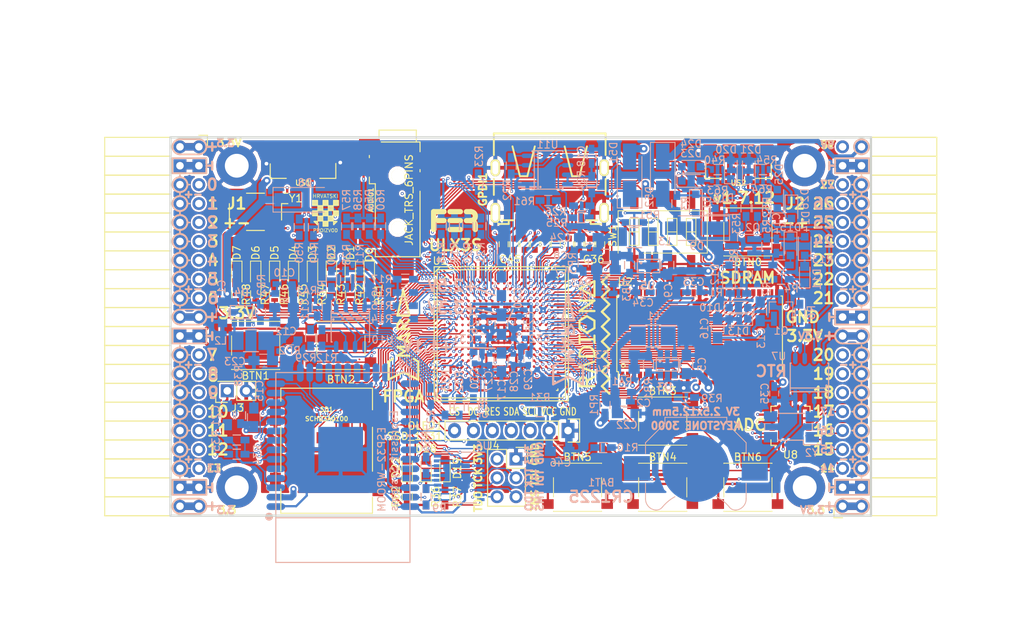
<source format=kicad_pcb>
(kicad_pcb (version 4) (host pcbnew 4.0.7+dfsg1-1)
  (layers (0 F.Cu signal) (1 In1.Cu signal) (2 In2.Cu signal) (31 B.Cu signal) (34 B.Paste user) (35 F.Paste user) (36 B.SilkS user) (37 F.SilkS user) (38 B.Mask user) (39 F.Mask user) (44 Edge.Cuts user))
  (net 0 "")
  (net 1 GND)
  (net 2 +5V)
  (net 3 /gpio/IN5V)
  (net 4 /gpio/OUT5V)
  (net 5 +3V3)
  (net 6 BTN_D)
  (net 7 BTN_F1)
  (net 8 BTN_F2)
  (net 9 BTN_L)
  (net 10 BTN_R)
  (net 11 BTN_U)
  (net 12 /power/FB1)
  (net 13 +2V5)
  (net 14 /power/PWREN)
  (net 15 /power/FB3)
  (net 16 /power/FB2)
  (net 17 "Net-(D9-Pad1)")
  (net 18 /power/VBAT)
  (net 19 JTAG_TDI)
  (net 20 JTAG_TCK)
  (net 21 JTAG_TMS)
  (net 22 JTAG_TDO)
  (net 23 /power/WAKEUPn)
  (net 24 /power/WKUP)
  (net 25 /power/SHUT)
  (net 26 /power/WAKE)
  (net 27 /power/HOLD)
  (net 28 /power/WKn)
  (net 29 /power/OSCI_32k)
  (net 30 /power/OSCO_32k)
  (net 31 "Net-(Q2-Pad3)")
  (net 32 SHUTDOWN)
  (net 33 /analog/AUDIO_L)
  (net 34 /analog/AUDIO_R)
  (net 35 GPDI_SDA)
  (net 36 GPDI_SCL)
  (net 37 /gpdi/VREF2)
  (net 38 SD_CMD)
  (net 39 SD_CLK)
  (net 40 SD_D0)
  (net 41 SD_D1)
  (net 42 USB5V)
  (net 43 GPDI_CEC)
  (net 44 nRESET)
  (net 45 FTDI_nDTR)
  (net 46 SDRAM_CKE)
  (net 47 SDRAM_A7)
  (net 48 SDRAM_D15)
  (net 49 SDRAM_BA1)
  (net 50 SDRAM_D7)
  (net 51 SDRAM_A6)
  (net 52 SDRAM_CLK)
  (net 53 SDRAM_D13)
  (net 54 SDRAM_BA0)
  (net 55 SDRAM_D6)
  (net 56 SDRAM_A5)
  (net 57 SDRAM_D14)
  (net 58 SDRAM_A11)
  (net 59 SDRAM_D12)
  (net 60 SDRAM_D5)
  (net 61 SDRAM_A4)
  (net 62 SDRAM_A10)
  (net 63 SDRAM_D11)
  (net 64 SDRAM_A3)
  (net 65 SDRAM_D4)
  (net 66 SDRAM_D10)
  (net 67 SDRAM_D9)
  (net 68 SDRAM_A9)
  (net 69 SDRAM_D3)
  (net 70 SDRAM_D8)
  (net 71 SDRAM_A8)
  (net 72 SDRAM_A2)
  (net 73 SDRAM_A1)
  (net 74 SDRAM_A0)
  (net 75 SDRAM_D2)
  (net 76 SDRAM_D1)
  (net 77 SDRAM_D0)
  (net 78 SDRAM_DQM0)
  (net 79 SDRAM_nCS)
  (net 80 SDRAM_nRAS)
  (net 81 SDRAM_DQM1)
  (net 82 SDRAM_nCAS)
  (net 83 SDRAM_nWE)
  (net 84 /flash/FLASH_nWP)
  (net 85 /flash/FLASH_nHOLD)
  (net 86 /flash/FLASH_MOSI)
  (net 87 /flash/FLASH_MISO)
  (net 88 /flash/FLASH_SCK)
  (net 89 /flash/FLASH_nCS)
  (net 90 /flash/FPGA_PROGRAMN)
  (net 91 /flash/FPGA_DONE)
  (net 92 /flash/FPGA_INITN)
  (net 93 OLED_RES)
  (net 94 OLED_DC)
  (net 95 OLED_CS)
  (net 96 WIFI_EN)
  (net 97 FTDI_nRTS)
  (net 98 FTDI_TXD)
  (net 99 FTDI_RXD)
  (net 100 WIFI_RXD)
  (net 101 WIFI_GPIO0)
  (net 102 WIFI_TXD)
  (net 103 USB_FTDI_D+)
  (net 104 USB_FTDI_D-)
  (net 105 SD_D3)
  (net 106 AUDIO_L3)
  (net 107 AUDIO_L2)
  (net 108 AUDIO_L1)
  (net 109 AUDIO_L0)
  (net 110 AUDIO_R3)
  (net 111 AUDIO_R2)
  (net 112 AUDIO_R1)
  (net 113 AUDIO_R0)
  (net 114 OLED_CLK)
  (net 115 OLED_MOSI)
  (net 116 LED0)
  (net 117 LED1)
  (net 118 LED2)
  (net 119 LED3)
  (net 120 LED4)
  (net 121 LED5)
  (net 122 LED6)
  (net 123 LED7)
  (net 124 BTN_PWRn)
  (net 125 FTDI_nTXLED)
  (net 126 FTDI_nSLEEP)
  (net 127 /blinkey/LED_PWREN)
  (net 128 /blinkey/LED_TXLED)
  (net 129 /sdcard/SD3V3)
  (net 130 SD_D2)
  (net 131 CLK_25MHz)
  (net 132 /blinkey/BTNPUL)
  (net 133 /blinkey/BTNPUR)
  (net 134 USB_FPGA_D+)
  (net 135 /power/FTDI_nSUSPEND)
  (net 136 /blinkey/ALED0)
  (net 137 /blinkey/ALED1)
  (net 138 /blinkey/ALED2)
  (net 139 /blinkey/ALED3)
  (net 140 /blinkey/ALED4)
  (net 141 /blinkey/ALED5)
  (net 142 /blinkey/ALED6)
  (net 143 /blinkey/ALED7)
  (net 144 /usb/FTD-)
  (net 145 /usb/FTD+)
  (net 146 ADC_MISO)
  (net 147 ADC_MOSI)
  (net 148 ADC_CSn)
  (net 149 ADC_SCLK)
  (net 150 SW3)
  (net 151 SW2)
  (net 152 SW1)
  (net 153 USB_FPGA_D-)
  (net 154 /usb/FPD+)
  (net 155 /usb/FPD-)
  (net 156 WIFI_GPIO16)
  (net 157 /usb/ANT_433MHz)
  (net 158 /power/PWRBTn)
  (net 159 PROG_DONE)
  (net 160 /power/P3V3)
  (net 161 /power/P2V5)
  (net 162 /power/L1)
  (net 163 /power/L3)
  (net 164 /power/L2)
  (net 165 FTDI_TXDEN)
  (net 166 SDRAM_A12)
  (net 167 /analog/AUDIO_V)
  (net 168 AUDIO_V3)
  (net 169 AUDIO_V2)
  (net 170 AUDIO_V1)
  (net 171 AUDIO_V0)
  (net 172 /blinkey/LED_WIFI)
  (net 173 /power/P1V1)
  (net 174 +1V1)
  (net 175 SW4)
  (net 176 /blinkey/SWPU)
  (net 177 /wifi/WIFIEN)
  (net 178 FT2V5)
  (net 179 GN0)
  (net 180 GP0)
  (net 181 GN1)
  (net 182 GP1)
  (net 183 GN2)
  (net 184 GP2)
  (net 185 GN3)
  (net 186 GP3)
  (net 187 GN4)
  (net 188 GP4)
  (net 189 GN5)
  (net 190 GP5)
  (net 191 GN6)
  (net 192 GP6)
  (net 193 GN14)
  (net 194 GP14)
  (net 195 GN15)
  (net 196 GP15)
  (net 197 GN16)
  (net 198 GP16)
  (net 199 GN17)
  (net 200 GP17)
  (net 201 GN18)
  (net 202 GP18)
  (net 203 GN19)
  (net 204 GP19)
  (net 205 GN20)
  (net 206 GP20)
  (net 207 GN21)
  (net 208 GP21)
  (net 209 GN22)
  (net 210 GP22)
  (net 211 GN23)
  (net 212 GP23)
  (net 213 GN24)
  (net 214 GP24)
  (net 215 GN25)
  (net 216 GP25)
  (net 217 GN26)
  (net 218 GP26)
  (net 219 GN27)
  (net 220 GP27)
  (net 221 GN7)
  (net 222 GP7)
  (net 223 GN8)
  (net 224 GP8)
  (net 225 GN9)
  (net 226 GP9)
  (net 227 GN10)
  (net 228 GP10)
  (net 229 GN11)
  (net 230 GP11)
  (net 231 GN12)
  (net 232 GP12)
  (net 233 GN13)
  (net 234 GP13)
  (net 235 WIFI_GPIO5)
  (net 236 WIFI_GPIO17)
  (net 237 USB_FPGA_PULL_D+)
  (net 238 USB_FPGA_PULL_D-)
  (net 239 "Net-(D23-Pad2)")
  (net 240 "Net-(D24-Pad1)")
  (net 241 "Net-(D25-Pad2)")
  (net 242 "Net-(D26-Pad1)")
  (net 243 /gpdi/GPDI_ETH+)
  (net 244 FPDI_ETH+)
  (net 245 /gpdi/GPDI_ETH-)
  (net 246 FPDI_ETH-)
  (net 247 /gpdi/GPDI_D2-)
  (net 248 FPDI_D2-)
  (net 249 /gpdi/GPDI_D1-)
  (net 250 FPDI_D1-)
  (net 251 /gpdi/GPDI_D0-)
  (net 252 FPDI_D0-)
  (net 253 /gpdi/GPDI_CLK-)
  (net 254 FPDI_CLK-)
  (net 255 /gpdi/GPDI_D2+)
  (net 256 FPDI_D2+)
  (net 257 /gpdi/GPDI_D1+)
  (net 258 FPDI_D1+)
  (net 259 /gpdi/GPDI_D0+)
  (net 260 FPDI_D0+)
  (net 261 /gpdi/GPDI_CLK+)
  (net 262 FPDI_CLK+)
  (net 263 FPDI_SDA)
  (net 264 FPDI_SCL)
  (net 265 /gpdi/FPDI_CEC)
  (module Socket_Strips:Socket_Strip_Angled_2x20 (layer F.Cu) (at 97.91 62.69 270)
    (fp_text reference J1 (at 7.62 -5.08 360) (layer F.SilkS) (effects (font (size 1.5 1.5) (thickness 0.3))))
    (fp_text value CONN_02X20 hide)
    (pad 1 thru_hole oval (at 0 0 270) (size 1.7272 1.7272) (drill 1.016) (layers *.Cu *.Mask) (net 5 +3V3))
    (pad 2 thru_hole oval (at 0 2.54 270) (size 1.7272 1.7272) (drill 1.016) (layers *.Cu *.Mask) (net 5 +3V3))
    (pad 3 thru_hole rect (at 2.54 0 270) (size 1.7272 1.7272) (drill 1.016) (layers *.Cu *.Mask) (net 1 GND))
    (pad 4 thru_hole rect (at 2.54 2.54 270) (size 1.7272 1.7272) (drill 1.016) (layers *.Cu *.Mask) (net 1 GND))
    (pad 5 thru_hole oval (at 5.08 0 270) (size 1.7272 1.7272) (drill 1.016) (layers *.Cu *.Mask) (net 179 GN0))
    (pad 6 thru_hole oval (at 5.08 2.54 270) (size 1.7272 1.7272) (drill 1.016) (layers *.Cu *.Mask) (net 180 GP0))
    (pad 7 thru_hole oval (at 7.62 0 270) (size 1.7272 1.7272) (drill 1.016) (layers *.Cu *.Mask) (net 181 GN1))
    (pad 8 thru_hole oval (at 7.62 2.54 270) (size 1.7272 1.7272) (drill 1.016) (layers *.Cu *.Mask) (net 182 GP1))
    (pad 9 thru_hole oval (at 10.16 0 270) (size 1.7272 1.7272) (drill 1.016) (layers *.Cu *.Mask) (net 183 GN2))
    (pad 10 thru_hole oval (at 10.16 2.54 270) (size 1.7272 1.7272) (drill 1.016) (layers *.Cu *.Mask) (net 184 GP2))
    (pad 11 thru_hole oval (at 12.7 0 270) (size 1.7272 1.7272) (drill 1.016) (layers *.Cu *.Mask) (net 185 GN3))
    (pad 12 thru_hole oval (at 12.7 2.54 270) (size 1.7272 1.7272) (drill 1.016) (layers *.Cu *.Mask) (net 186 GP3))
    (pad 13 thru_hole oval (at 15.24 0 270) (size 1.7272 1.7272) (drill 1.016) (layers *.Cu *.Mask) (net 187 GN4))
    (pad 14 thru_hole oval (at 15.24 2.54 270) (size 1.7272 1.7272) (drill 1.016) (layers *.Cu *.Mask) (net 188 GP4))
    (pad 15 thru_hole oval (at 17.78 0 270) (size 1.7272 1.7272) (drill 1.016) (layers *.Cu *.Mask) (net 189 GN5))
    (pad 16 thru_hole oval (at 17.78 2.54 270) (size 1.7272 1.7272) (drill 1.016) (layers *.Cu *.Mask) (net 190 GP5))
    (pad 17 thru_hole oval (at 20.32 0 270) (size 1.7272 1.7272) (drill 1.016) (layers *.Cu *.Mask) (net 191 GN6))
    (pad 18 thru_hole oval (at 20.32 2.54 270) (size 1.7272 1.7272) (drill 1.016) (layers *.Cu *.Mask) (net 192 GP6))
    (pad 19 thru_hole oval (at 22.86 0 270) (size 1.7272 1.7272) (drill 1.016) (layers *.Cu *.Mask) (net 5 +3V3))
    (pad 20 thru_hole oval (at 22.86 2.54 270) (size 1.7272 1.7272) (drill 1.016) (layers *.Cu *.Mask) (net 5 +3V3))
    (pad 21 thru_hole rect (at 25.4 0 270) (size 1.7272 1.7272) (drill 1.016) (layers *.Cu *.Mask) (net 1 GND))
    (pad 22 thru_hole rect (at 25.4 2.54 270) (size 1.7272 1.7272) (drill 1.016) (layers *.Cu *.Mask) (net 1 GND))
    (pad 23 thru_hole oval (at 27.94 0 270) (size 1.7272 1.7272) (drill 1.016) (layers *.Cu *.Mask) (net 221 GN7))
    (pad 24 thru_hole oval (at 27.94 2.54 270) (size 1.7272 1.7272) (drill 1.016) (layers *.Cu *.Mask) (net 222 GP7))
    (pad 25 thru_hole oval (at 30.48 0 270) (size 1.7272 1.7272) (drill 1.016) (layers *.Cu *.Mask) (net 223 GN8))
    (pad 26 thru_hole oval (at 30.48 2.54 270) (size 1.7272 1.7272) (drill 1.016) (layers *.Cu *.Mask) (net 224 GP8))
    (pad 27 thru_hole oval (at 33.02 0 270) (size 1.7272 1.7272) (drill 1.016) (layers *.Cu *.Mask) (net 225 GN9))
    (pad 28 thru_hole oval (at 33.02 2.54 270) (size 1.7272 1.7272) (drill 1.016) (layers *.Cu *.Mask) (net 226 GP9))
    (pad 29 thru_hole oval (at 35.56 0 270) (size 1.7272 1.7272) (drill 1.016) (layers *.Cu *.Mask) (net 227 GN10))
    (pad 30 thru_hole oval (at 35.56 2.54 270) (size 1.7272 1.7272) (drill 1.016) (layers *.Cu *.Mask) (net 228 GP10))
    (pad 31 thru_hole oval (at 38.1 0 270) (size 1.7272 1.7272) (drill 1.016) (layers *.Cu *.Mask) (net 229 GN11))
    (pad 32 thru_hole oval (at 38.1 2.54 270) (size 1.7272 1.7272) (drill 1.016) (layers *.Cu *.Mask) (net 230 GP11))
    (pad 33 thru_hole oval (at 40.64 0 270) (size 1.7272 1.7272) (drill 1.016) (layers *.Cu *.Mask) (net 231 GN12))
    (pad 34 thru_hole oval (at 40.64 2.54 270) (size 1.7272 1.7272) (drill 1.016) (layers *.Cu *.Mask) (net 232 GP12))
    (pad 35 thru_hole oval (at 43.18 0 270) (size 1.7272 1.7272) (drill 1.016) (layers *.Cu *.Mask) (net 233 GN13))
    (pad 36 thru_hole oval (at 43.18 2.54 270) (size 1.7272 1.7272) (drill 1.016) (layers *.Cu *.Mask) (net 234 GP13))
    (pad 37 thru_hole rect (at 45.72 0 270) (size 1.7272 1.7272) (drill 1.016) (layers *.Cu *.Mask) (net 1 GND))
    (pad 38 thru_hole rect (at 45.72 2.54 270) (size 1.7272 1.7272) (drill 1.016) (layers *.Cu *.Mask) (net 1 GND))
    (pad 39 thru_hole oval (at 48.26 0 270) (size 1.7272 1.7272) (drill 1.016) (layers *.Cu *.Mask) (net 5 +3V3))
    (pad 40 thru_hole oval (at 48.26 2.54 270) (size 1.7272 1.7272) (drill 1.016) (layers *.Cu *.Mask) (net 5 +3V3))
  )
  (module SMD_Packages:1Pin (layer F.Cu) (at 182.67515 111.637626)
    (fp_text reference AE1 hide)
    (fp_text value 433MHz hide)
    (pad 1 smd rect (at 0 0) (size 0.5 0.5) (layers B.Cu F.Paste F.Mask) (net 157 /usb/ANT_433MHz))
  )
  (module Resistors_SMD:R_0603_HandSoldering (layer B.Cu) (at 103.498 98.758 90)
    (fp_text reference R38 (at 5.334 -0.254 90) (layer B.SilkS) (effects (justify mirror)))
    (fp_text value 0.47)
    (pad 1 smd rect (at -1.1 0 90) (size 1.2 0.9) (layers B.Cu B.Paste B.Mask) (net 129 /sdcard/SD3V3))
    (pad 2 smd rect (at 1.1 0 90) (size 1.2 0.9) (layers B.Cu B.Paste B.Mask) (net 5 +3V3))
  )
  (module Diodes_SMD:D_SMA_Handsoldering (layer B.Cu) (at 155.695 66.5 90)
    (fp_text reference D51 (at 3.048 -2.159 90) (layer B.SilkS) (effects (justify mirror)))
    (fp_text value STPS2L30AF hide)
    (pad 1 smd rect (at -2.5 0 90) (size 3.5 1.8) (layers B.Cu B.Paste B.Mask) (net 2 +5V))
    (pad 2 smd rect (at 2.5 0 90) (size 3.5 1.8) (layers B.Cu B.Paste B.Mask) (net 3 /gpio/IN5V))
  )
  (module Resistors_SMD:R_0603_HandSoldering (layer B.Cu) (at 156.33 72.85 180)
    (fp_text reference R51 (at -2.032 1.016 180) (layer B.SilkS) (effects (justify mirror)))
    (fp_text value 150)
    (pad 1 smd rect (at -1.1 0 180) (size 1.2 0.9) (layers B.Cu B.Paste B.Mask) (net 5 +3V3))
    (pad 2 smd rect (at 1.1 0 180) (size 1.2 0.9) (layers B.Cu B.Paste B.Mask) (net 176 /blinkey/SWPU))
  )
  (module Resistors_SMD:R_1210_HandSoldering (layer B.Cu) (at 158.87 88.09 180)
    (fp_text reference L1 (at 0 2.7 180) (layer B.SilkS) (effects (justify mirror)))
    (fp_text value 2.2uH)
    (pad 1 smd rect (at -2 0 180) (size 2 2.5) (layers B.Cu B.Paste B.Mask) (net 162 /power/L1))
    (pad 2 smd rect (at 2 0 180) (size 2 2.5) (layers B.Cu B.Paste B.Mask) (net 173 /power/P1V1))
  )
  (module TSOT-25:TSOT-25 (layer B.Cu) (at 160.775 91.9)
    (fp_text reference U3 (at -0.381 3.048) (layer B.SilkS) (effects (font (thickness 0.2)) (justify mirror)))
    (fp_text value TLV62569DBV)
    (pad 1 smd rect (at -0.95 -1.3) (size 0.7 1.2) (layers B.Cu B.Paste B.Mask) (net 14 /power/PWREN))
    (pad 2 smd rect (at 0 -1.3) (size 0.7 1.2) (layers B.Cu B.Paste B.Mask) (net 1 GND))
    (pad 3 smd rect (at 0.95 -1.3) (size 0.7 1.2) (layers B.Cu B.Paste B.Mask) (net 162 /power/L1))
    (pad 4 smd rect (at 0.95 1.3) (size 0.7 1.2) (layers B.Cu B.Paste B.Mask) (net 2 +5V))
    (pad 5 smd rect (at -0.95 1.3) (size 0.7 1.2) (layers B.Cu B.Paste B.Mask) (net 12 /power/FB1))
  )
  (module Resistors_SMD:R_1210_HandSoldering (layer B.Cu) (at 104.895 88.725)
    (fp_text reference L2 (at -4.064 0) (layer B.SilkS) (effects (justify mirror)))
    (fp_text value 2.2uH)
    (pad 1 smd rect (at -2 0) (size 2 2.5) (layers B.Cu B.Paste B.Mask) (net 164 /power/L2))
    (pad 2 smd rect (at 2 0) (size 2 2.5) (layers B.Cu B.Paste B.Mask) (net 161 /power/P2V5))
  )
  (module TSOT-25:TSOT-25 (layer B.Cu) (at 103.625 84.915 180)
    (fp_text reference U4 (at 0 2.697 180) (layer B.SilkS) (effects (font (thickness 0.2)) (justify mirror)))
    (fp_text value TLV62569DBV)
    (pad 1 smd rect (at -0.95 -1.3 180) (size 0.7 1.2) (layers B.Cu B.Paste B.Mask) (net 14 /power/PWREN))
    (pad 2 smd rect (at 0 -1.3 180) (size 0.7 1.2) (layers B.Cu B.Paste B.Mask) (net 1 GND))
    (pad 3 smd rect (at 0.95 -1.3 180) (size 0.7 1.2) (layers B.Cu B.Paste B.Mask) (net 164 /power/L2))
    (pad 4 smd rect (at 0.95 1.3 180) (size 0.7 1.2) (layers B.Cu B.Paste B.Mask) (net 2 +5V))
    (pad 5 smd rect (at -0.95 1.3 180) (size 0.7 1.2) (layers B.Cu B.Paste B.Mask) (net 16 /power/FB2))
  )
  (module Resistors_SMD:R_1210_HandSoldering (layer B.Cu) (at 156.33 74.755 180)
    (fp_text reference L3 (at -4.064 -0.635 180) (layer B.SilkS) (effects (justify mirror)))
    (fp_text value 2.2uH)
    (pad 1 smd rect (at -2 0 180) (size 2 2.5) (layers B.Cu B.Paste B.Mask) (net 163 /power/L3))
    (pad 2 smd rect (at 2 0 180) (size 2 2.5) (layers B.Cu B.Paste B.Mask) (net 160 /power/P3V3))
  )
  (module TSOT-25:TSOT-25 (layer B.Cu) (at 158.235 78.692)
    (fp_text reference U5 (at -0.127 2.667) (layer B.SilkS) (effects (font (thickness 0.2)) (justify mirror)))
    (fp_text value TLV62569DBV)
    (pad 1 smd rect (at -0.95 -1.3) (size 0.7 1.2) (layers B.Cu B.Paste B.Mask) (net 14 /power/PWREN))
    (pad 2 smd rect (at 0 -1.3) (size 0.7 1.2) (layers B.Cu B.Paste B.Mask) (net 1 GND))
    (pad 3 smd rect (at 0.95 -1.3) (size 0.7 1.2) (layers B.Cu B.Paste B.Mask) (net 163 /power/L3))
    (pad 4 smd rect (at 0.95 1.3) (size 0.7 1.2) (layers B.Cu B.Paste B.Mask) (net 2 +5V))
    (pad 5 smd rect (at -0.95 1.3) (size 0.7 1.2) (layers B.Cu B.Paste B.Mask) (net 15 /power/FB3))
  )
  (module Capacitors_SMD:C_0805_HandSoldering (layer B.Cu) (at 101.085 84.915 270)
    (fp_text reference C1 (at -3.429 0.127 270) (layer B.SilkS) (effects (justify mirror)))
    (fp_text value 22uF)
    (pad 1 smd rect (at -1.25 0 270) (size 1.5 1.25) (layers B.Cu B.Paste B.Mask) (net 2 +5V))
    (pad 2 smd rect (at 1.25 0 270) (size 1.5 1.25) (layers B.Cu B.Paste B.Mask) (net 1 GND))
  )
  (module Capacitors_SMD:C_0805_HandSoldering (layer B.Cu) (at 155.06 90.63)
    (fp_text reference C3 (at -3.048 0) (layer B.SilkS) (effects (justify mirror)))
    (fp_text value 22uF)
    (pad 1 smd rect (at -1.25 0) (size 1.5 1.25) (layers B.Cu B.Paste B.Mask) (net 173 /power/P1V1))
    (pad 2 smd rect (at 1.25 0) (size 1.5 1.25) (layers B.Cu B.Paste B.Mask) (net 1 GND))
  )
  (module Capacitors_SMD:C_0805_HandSoldering (layer B.Cu) (at 155.06 92.535)
    (fp_text reference C4 (at -3.048 0.127) (layer B.SilkS) (effects (justify mirror)))
    (fp_text value 22uF)
    (pad 1 smd rect (at -1.25 0) (size 1.5 1.25) (layers B.Cu B.Paste B.Mask) (net 173 /power/P1V1))
    (pad 2 smd rect (at 1.25 0) (size 1.5 1.25) (layers B.Cu B.Paste B.Mask) (net 1 GND))
  )
  (module Capacitors_SMD:C_0805_HandSoldering (layer B.Cu) (at 163.315 91.9 90)
    (fp_text reference C5 (at 0 2.1 90) (layer B.SilkS) (effects (justify mirror)))
    (fp_text value 22uF)
    (pad 1 smd rect (at -1.25 0 90) (size 1.5 1.25) (layers B.Cu B.Paste B.Mask) (net 2 +5V))
    (pad 2 smd rect (at 1.25 0 90) (size 1.5 1.25) (layers B.Cu B.Paste B.Mask) (net 1 GND))
  )
  (module Capacitors_SMD:C_0805_HandSoldering (layer B.Cu) (at 152.52 79.2)
    (fp_text reference C7 (at -6.096 0) (layer B.SilkS) (effects (justify mirror)))
    (fp_text value 22uF)
    (pad 1 smd rect (at -1.25 0) (size 1.5 1.25) (layers B.Cu B.Paste B.Mask) (net 160 /power/P3V3))
    (pad 2 smd rect (at 1.25 0) (size 1.5 1.25) (layers B.Cu B.Paste B.Mask) (net 1 GND))
  )
  (module Capacitors_SMD:C_0805_HandSoldering (layer B.Cu) (at 152.52 77.295)
    (fp_text reference C8 (at -6.096 0) (layer B.SilkS) (effects (justify mirror)))
    (fp_text value 22uF)
    (pad 1 smd rect (at -1.25 0) (size 1.5 1.25) (layers B.Cu B.Paste B.Mask) (net 160 /power/P3V3))
    (pad 2 smd rect (at 1.25 0) (size 1.5 1.25) (layers B.Cu B.Paste B.Mask) (net 1 GND))
  )
  (module Capacitors_SMD:C_0805_HandSoldering (layer B.Cu) (at 160.775 78.565 90)
    (fp_text reference C9 (at -3.429 0.127 90) (layer B.SilkS) (effects (justify mirror)))
    (fp_text value 22uF)
    (pad 1 smd rect (at -1.25 0 90) (size 1.5 1.25) (layers B.Cu B.Paste B.Mask) (net 2 +5V))
    (pad 2 smd rect (at 1.25 0 90) (size 1.5 1.25) (layers B.Cu B.Paste B.Mask) (net 1 GND))
  )
  (module Capacitors_SMD:C_0805_HandSoldering (layer B.Cu) (at 109.34 84.28 180)
    (fp_text reference C11 (at -2.794 -0.254 270) (layer B.SilkS) (effects (justify mirror)))
    (fp_text value 22uF)
    (pad 1 smd rect (at -1.25 0 180) (size 1.5 1.25) (layers B.Cu B.Paste B.Mask) (net 161 /power/P2V5))
    (pad 2 smd rect (at 1.25 0 180) (size 1.5 1.25) (layers B.Cu B.Paste B.Mask) (net 1 GND))
  )
  (module Capacitors_SMD:C_0805_HandSoldering (layer B.Cu) (at 109.34 86.185 180)
    (fp_text reference C12 (at -0.254 -1.27 360) (layer B.SilkS) (effects (justify mirror)))
    (fp_text value 22uF)
    (pad 1 smd rect (at -1.25 0 180) (size 1.5 1.25) (layers B.Cu B.Paste B.Mask) (net 161 /power/P2V5))
    (pad 2 smd rect (at 1.25 0 180) (size 1.5 1.25) (layers B.Cu B.Paste B.Mask) (net 1 GND))
  )
  (module Capacitors_SMD:C_0805_HandSoldering (layer B.Cu) (at 173.221 84.788 90)
    (fp_text reference C13 (at -3.556 0.127 90) (layer B.SilkS) (effects (justify mirror)))
    (fp_text value 2.2uF)
    (pad 1 smd rect (at -1.25 0 90) (size 1.5 1.25) (layers B.Cu B.Paste B.Mask) (net 2 +5V))
    (pad 2 smd rect (at 1.25 0 90) (size 1.5 1.25) (layers B.Cu B.Paste B.Mask) (net 24 /power/WKUP))
  )
  (module TO_SOT_Packages_SMD:SOT-23_Handsoldering (layer B.Cu) (at 176.015 84.28 90)
    (fp_text reference Q1 (at -3.1115 0 180) (layer B.SilkS) (effects (justify mirror)))
    (fp_text value BC857)
    (pad 1 smd rect (at -1.5 0.95 90) (size 1.9 0.8) (layers B.Cu B.Paste B.Mask) (net 28 /power/WKn))
    (pad 2 smd rect (at -1.5 -0.95 90) (size 1.9 0.8) (layers B.Cu B.Paste B.Mask) (net 2 +5V))
    (pad 3 smd rect (at 1.5 0 90) (size 1.9 0.8) (layers B.Cu B.Paste B.Mask) (net 24 /power/WKUP))
  )
  (module TO_SOT_Packages_SMD:SOT-23_Handsoldering (layer B.Cu) (at 170.935 76.025 180)
    (fp_text reference Q2 (at -1.295 2.5 180) (layer B.SilkS) (effects (justify mirror)))
    (fp_text value 2N7002)
    (pad 1 smd rect (at -1.5 0.95 180) (size 1.9 0.8) (layers B.Cu B.Paste B.Mask) (net 25 /power/SHUT))
    (pad 2 smd rect (at -1.5 -0.95 180) (size 1.9 0.8) (layers B.Cu B.Paste B.Mask) (net 1 GND))
    (pad 3 smd rect (at 1.5 0 180) (size 1.9 0.8) (layers B.Cu B.Paste B.Mask) (net 31 "Net-(Q2-Pad3)"))
  )
  (module Capacitors_SMD:C_0603_HandSoldering (layer B.Cu) (at 154.86 96.91)
    (fp_text reference C2 (at 2.74 0.197) (layer B.SilkS) (effects (justify mirror)))
    (fp_text value 470pF)
    (pad 1 smd rect (at -0.95 0) (size 1.2 0.75) (layers B.Cu B.Paste B.Mask) (net 173 /power/P1V1))
    (pad 2 smd rect (at 0.95 0) (size 1.2 0.75) (layers B.Cu B.Paste B.Mask) (net 12 /power/FB1))
  )
  (module Capacitors_SMD:C_0603_HandSoldering (layer B.Cu) (at 152.52 82.375)
    (fp_text reference C6 (at -2.794 0.127) (layer B.SilkS) (effects (justify mirror)))
    (fp_text value 470pF)
    (pad 1 smd rect (at -0.95 0) (size 1.2 0.75) (layers B.Cu B.Paste B.Mask) (net 160 /power/P3V3))
    (pad 2 smd rect (at 0.95 0) (size 1.2 0.75) (layers B.Cu B.Paste B.Mask) (net 15 /power/FB3))
  )
  (module Capacitors_SMD:C_0603_HandSoldering (layer B.Cu) (at 109.34 81.105 180)
    (fp_text reference C10 (at -0.04 1.505 180) (layer B.SilkS) (effects (justify mirror)))
    (fp_text value 470pF)
    (pad 1 smd rect (at -0.95 0 180) (size 1.2 0.75) (layers B.Cu B.Paste B.Mask) (net 161 /power/P2V5))
    (pad 2 smd rect (at 0.95 0 180) (size 1.2 0.75) (layers B.Cu B.Paste B.Mask) (net 16 /power/FB2))
  )
  (module Capacitors_SMD:C_0603_HandSoldering (layer B.Cu) (at 175.38 76.025 270)
    (fp_text reference C14 (at -3.048 0 270) (layer B.SilkS) (effects (justify mirror)))
    (fp_text value 100nF)
    (pad 1 smd rect (at -0.95 0 270) (size 1.2 0.75) (layers B.Cu B.Paste B.Mask) (net 25 /power/SHUT))
    (pad 2 smd rect (at 0.95 0 270) (size 1.2 0.75) (layers B.Cu B.Paste B.Mask) (net 1 GND))
  )
  (module Resistors_SMD:R_0603_HandSoldering (layer B.Cu) (at 170.3 82.375)
    (fp_text reference R1 (at -3.048 -0.127) (layer B.SilkS) (effects (justify mirror)))
    (fp_text value 15k)
    (pad 1 smd rect (at -1.1 0) (size 1.2 0.9) (layers B.Cu B.Paste B.Mask) (net 26 /power/WAKE))
    (pad 2 smd rect (at 1.1 0) (size 1.2 0.9) (layers B.Cu B.Paste B.Mask) (net 14 /power/PWREN))
  )
  (module Resistors_SMD:R_0603_HandSoldering (layer B.Cu) (at 172.84 79.835 90)
    (fp_text reference R2 (at -1.905 1.27 90) (layer B.SilkS) (effects (justify mirror)))
    (fp_text value 47k)
    (pad 1 smd rect (at -1.1 0 90) (size 1.2 0.9) (layers B.Cu B.Paste B.Mask) (net 14 /power/PWREN))
    (pad 2 smd rect (at 1.1 0 90) (size 1.2 0.9) (layers B.Cu B.Paste B.Mask) (net 1 GND))
  )
  (module Resistors_SMD:R_0603_HandSoldering (layer B.Cu) (at 176.015 80.47 180)
    (fp_text reference R4 (at -1.397 -1.27 360) (layer B.SilkS) (effects (justify mirror)))
    (fp_text value 4.7k)
    (pad 1 smd rect (at -1.1 0 180) (size 1.2 0.9) (layers B.Cu B.Paste B.Mask) (net 27 /power/HOLD))
    (pad 2 smd rect (at 1.1 0 180) (size 1.2 0.9) (layers B.Cu B.Paste B.Mask) (net 14 /power/PWREN))
  )
  (module Resistors_SMD:R_0603_HandSoldering (layer B.Cu) (at 174.11 76.025 270)
    (fp_text reference R5 (at -2.667 0 270) (layer B.SilkS) (effects (justify mirror)))
    (fp_text value 4.7M)
    (pad 1 smd rect (at -1.1 0 270) (size 1.2 0.9) (layers B.Cu B.Paste B.Mask) (net 25 /power/SHUT))
    (pad 2 smd rect (at 1.1 0 270) (size 1.2 0.9) (layers B.Cu B.Paste B.Mask) (net 1 GND))
  )
  (module Resistors_SMD:R_0603_HandSoldering (layer B.Cu) (at 178.555 84.915 270)
    (fp_text reference R6 (at 0 -1.524 270) (layer B.SilkS) (effects (justify mirror)))
    (fp_text value 1k)
    (pad 1 smd rect (at -1.1 0 270) (size 1.2 0.9) (layers B.Cu B.Paste B.Mask) (net 28 /power/WKn))
    (pad 2 smd rect (at 1.1 0 270) (size 1.2 0.9) (layers B.Cu B.Paste B.Mask) (net 23 /power/WAKEUPn))
  )
  (module Resistors_SMD:R_0603_HandSoldering (layer B.Cu) (at 113.785 84.28 270)
    (fp_text reference R7 (at -2.794 -0.635 270) (layer B.SilkS) (effects (justify mirror)))
    (fp_text value 150)
    (pad 1 smd rect (at -1.1 0 270) (size 1.2 0.9) (layers B.Cu B.Paste B.Mask) (net 5 +3V3))
    (pad 2 smd rect (at 1.1 0 270) (size 1.2 0.9) (layers B.Cu B.Paste B.Mask) (net 132 /blinkey/BTNPUL))
  )
  (module Resistors_SMD:R_0603_HandSoldering (layer B.Cu) (at 170.935 79.835 90)
    (fp_text reference R8 (at 2.54 -1.27 90) (layer B.SilkS) (effects (justify mirror)))
    (fp_text value 1k)
    (pad 1 smd rect (at -1.1 0 90) (size 1.2 0.9) (layers B.Cu B.Paste B.Mask) (net 14 /power/PWREN))
    (pad 2 smd rect (at 1.1 0 90) (size 1.2 0.9) (layers B.Cu B.Paste B.Mask) (net 31 "Net-(Q2-Pad3)"))
  )
  (module Resistors_SMD:R_0603_HandSoldering (layer B.Cu) (at 128.39 109.68 270)
    (fp_text reference R9 (at 1.524 -1.778 360) (layer B.SilkS) (effects (justify mirror)))
    (fp_text value 15k)
    (pad 1 smd rect (at -1.1 0 270) (size 1.2 0.9) (layers B.Cu B.Paste B.Mask) (net 44 nRESET))
    (pad 2 smd rect (at 1.1 0 270) (size 1.2 0.9) (layers B.Cu B.Paste B.Mask) (net 178 FT2V5))
  )
  (module Resistors_SMD:R_0603_HandSoldering (layer B.Cu) (at 152.139 103.076 180)
    (fp_text reference R10 (at -3.302 0 180) (layer B.SilkS) (effects (justify mirror)))
    (fp_text value 150)
    (pad 1 smd rect (at -1.1 0 180) (size 1.2 0.9) (layers B.Cu B.Paste B.Mask) (net 135 /power/FTDI_nSUSPEND))
    (pad 2 smd rect (at 1.1 0 180) (size 1.2 0.9) (layers B.Cu B.Paste B.Mask) (net 126 FTDI_nSLEEP))
  )
  (module Resistors_SMD:R_0603_HandSoldering (layer B.Cu) (at 176.015 78.565 180)
    (fp_text reference R13 (at -5.588 0.762 180) (layer B.SilkS) (effects (justify mirror)))
    (fp_text value 15k)
    (pad 1 smd rect (at -1.1 0 180) (size 1.2 0.9) (layers B.Cu B.Paste B.Mask) (net 32 SHUTDOWN))
    (pad 2 smd rect (at 1.1 0 180) (size 1.2 0.9) (layers B.Cu B.Paste B.Mask) (net 1 GND))
  )
  (module Resistors_SMD:R_0603_HandSoldering (layer B.Cu) (at 154.86 95.64)
    (fp_text reference RA1 (at -0.181 -1.454) (layer B.SilkS) (effects (justify mirror)))
    (fp_text value 15k)
    (pad 1 smd rect (at -1.1 0) (size 1.2 0.9) (layers B.Cu B.Paste B.Mask) (net 173 /power/P1V1))
    (pad 2 smd rect (at 1.1 0) (size 1.2 0.9) (layers B.Cu B.Paste B.Mask) (net 12 /power/FB1))
  )
  (module Resistors_SMD:R_0603_HandSoldering (layer B.Cu) (at 109.34 82.375 180)
    (fp_text reference RA2 (at -3.048 0.381 360) (layer B.SilkS) (effects (justify mirror)))
    (fp_text value 15k)
    (pad 1 smd rect (at -1.1 0 180) (size 1.2 0.9) (layers B.Cu B.Paste B.Mask) (net 161 /power/P2V5))
    (pad 2 smd rect (at 1.1 0 180) (size 1.2 0.9) (layers B.Cu B.Paste B.Mask) (net 16 /power/FB2))
  )
  (module Resistors_SMD:R_0603_HandSoldering (layer B.Cu) (at 152.52 81.105)
    (fp_text reference RA3 (at -3.302 -0.127) (layer B.SilkS) (effects (justify mirror)))
    (fp_text value 15k)
    (pad 1 smd rect (at -1.1 0) (size 1.2 0.9) (layers B.Cu B.Paste B.Mask) (net 160 /power/P3V3))
    (pad 2 smd rect (at 1.1 0) (size 1.2 0.9) (layers B.Cu B.Paste B.Mask) (net 15 /power/FB3))
  )
  (module Resistors_SMD:R_0603_HandSoldering (layer B.Cu) (at 158.235 91.9 270)
    (fp_text reference RB1 (at 3.302 0 270) (layer B.SilkS) (effects (justify mirror)))
    (fp_text value 18k)
    (pad 1 smd rect (at -1.1 0 270) (size 1.2 0.9) (layers B.Cu B.Paste B.Mask) (net 1 GND))
    (pad 2 smd rect (at 1.1 0 270) (size 1.2 0.9) (layers B.Cu B.Paste B.Mask) (net 12 /power/FB1))
  )
  (module Resistors_SMD:R_0603_HandSoldering (layer B.Cu) (at 106.165 84.915 90)
    (fp_text reference RB2 (at 3.683 0.127 90) (layer B.SilkS) (effects (justify mirror)))
    (fp_text value 4.7k)
    (pad 1 smd rect (at -1.1 0 90) (size 1.2 0.9) (layers B.Cu B.Paste B.Mask) (net 1 GND))
    (pad 2 smd rect (at 1.1 0 90) (size 1.2 0.9) (layers B.Cu B.Paste B.Mask) (net 16 /power/FB2))
  )
  (module Resistors_SMD:R_0603_HandSoldering (layer B.Cu) (at 155.695 78.565 270)
    (fp_text reference RB3 (at 3.429 0.395 270) (layer B.SilkS) (effects (justify mirror)))
    (fp_text value 3.3k)
    (pad 1 smd rect (at -1.1 0 270) (size 1.2 0.9) (layers B.Cu B.Paste B.Mask) (net 1 GND))
    (pad 2 smd rect (at 1.1 0 270) (size 1.2 0.9) (layers B.Cu B.Paste B.Mask) (net 15 /power/FB3))
  )
  (module Resistors_SMD:R_0603_HandSoldering (layer B.Cu) (at 125.596 85.804 180)
    (fp_text reference R14 (at 3.175 0 180) (layer B.SilkS) (effects (justify mirror)))
    (fp_text value 1.2k)
    (pad 1 smd rect (at -1.1 0 180) (size 1.2 0.9) (layers B.Cu B.Paste B.Mask) (net 109 AUDIO_L0))
    (pad 2 smd rect (at 1.1 0 180) (size 1.2 0.9) (layers B.Cu B.Paste B.Mask) (net 33 /analog/AUDIO_L))
  )
  (module Resistors_SMD:R_0603_HandSoldering (layer B.Cu) (at 125.596 84.026 180)
    (fp_text reference R15 (at 3.175 -0.001 180) (layer B.SilkS) (effects (justify mirror)))
    (fp_text value 680)
    (pad 1 smd rect (at -1.1 0 180) (size 1.2 0.9) (layers B.Cu B.Paste B.Mask) (net 108 AUDIO_L1))
    (pad 2 smd rect (at 1.1 0 180) (size 1.2 0.9) (layers B.Cu B.Paste B.Mask) (net 33 /analog/AUDIO_L))
  )
  (module Resistors_SMD:R_0603_HandSoldering (layer B.Cu) (at 125.596 82.248 180)
    (fp_text reference R16 (at 3.175 0 180) (layer B.SilkS) (effects (justify mirror)))
    (fp_text value 330)
    (pad 1 smd rect (at -1.1 0 180) (size 1.2 0.9) (layers B.Cu B.Paste B.Mask) (net 107 AUDIO_L2))
    (pad 2 smd rect (at 1.1 0 180) (size 1.2 0.9) (layers B.Cu B.Paste B.Mask) (net 33 /analog/AUDIO_L))
  )
  (module Resistors_SMD:R_0603_HandSoldering (layer B.Cu) (at 125.596 80.47 180)
    (fp_text reference R17 (at 3.175 0 180) (layer B.SilkS) (effects (justify mirror)))
    (fp_text value 150)
    (pad 1 smd rect (at -1.1 0 180) (size 1.2 0.9) (layers B.Cu B.Paste B.Mask) (net 106 AUDIO_L3))
    (pad 2 smd rect (at 1.1 0 180) (size 1.2 0.9) (layers B.Cu B.Paste B.Mask) (net 33 /analog/AUDIO_L))
  )
  (module Resistors_SMD:R_0603_HandSoldering (layer B.Cu) (at 130.422 73.358 90)
    (fp_text reference R18 (at -3.556 0 90) (layer B.SilkS) (effects (justify mirror)))
    (fp_text value 1.2k)
    (pad 1 smd rect (at -1.1 0 90) (size 1.2 0.9) (layers B.Cu B.Paste B.Mask) (net 113 AUDIO_R0))
    (pad 2 smd rect (at 1.1 0 90) (size 1.2 0.9) (layers B.Cu B.Paste B.Mask) (net 34 /analog/AUDIO_R))
  )
  (module Resistors_SMD:R_0603_HandSoldering (layer B.Cu) (at 132.2 73.358 90)
    (fp_text reference R19 (at -3.556 0 90) (layer B.SilkS) (effects (justify mirror)))
    (fp_text value 680)
    (pad 1 smd rect (at -1.1 0 90) (size 1.2 0.9) (layers B.Cu B.Paste B.Mask) (net 112 AUDIO_R1))
    (pad 2 smd rect (at 1.1 0 90) (size 1.2 0.9) (layers B.Cu B.Paste B.Mask) (net 34 /analog/AUDIO_R))
  )
  (module Resistors_SMD:R_0603_HandSoldering (layer B.Cu) (at 133.978 73.358 90)
    (fp_text reference R20 (at -3.556 0 90) (layer B.SilkS) (effects (justify mirror)))
    (fp_text value 330)
    (pad 1 smd rect (at -1.1 0 90) (size 1.2 0.9) (layers B.Cu B.Paste B.Mask) (net 111 AUDIO_R2))
    (pad 2 smd rect (at 1.1 0 90) (size 1.2 0.9) (layers B.Cu B.Paste B.Mask) (net 34 /analog/AUDIO_R))
  )
  (module Resistors_SMD:R_0603_HandSoldering (layer B.Cu) (at 135.756 73.358 90)
    (fp_text reference R21 (at -3.556 0 90) (layer B.SilkS) (effects (justify mirror)))
    (fp_text value 150)
    (pad 1 smd rect (at -1.1 0 90) (size 1.2 0.9) (layers B.Cu B.Paste B.Mask) (net 110 AUDIO_R3))
    (pad 2 smd rect (at 1.1 0 90) (size 1.2 0.9) (layers B.Cu B.Paste B.Mask) (net 34 /analog/AUDIO_R))
  )
  (module Capacitors_SMD:C_0603_HandSoldering (layer B.Cu) (at 150.5896 63.96 90)
    (fp_text reference C18 (at 0 -1.3716 90) (layer B.SilkS) (effects (justify mirror)))
    (fp_text value 470pF)
    (pad 1 smd rect (at -0.95 0 90) (size 1.2 0.75) (layers B.Cu B.Paste B.Mask) (net 37 /gpdi/VREF2))
    (pad 2 smd rect (at 0.95 0 90) (size 1.2 0.75) (layers B.Cu B.Paste B.Mask) (net 1 GND))
  )
  (module Socket_Strips:Socket_Strip_Angled_2x20 (layer F.Cu) (at 184.27 110.95 90)
    (fp_text reference J2 (at 40.64 -6.35 180) (layer F.SilkS) (effects (font (size 1.5 1.5) (thickness 0.3))))
    (fp_text value CONN_02X20 hide)
    (pad 1 thru_hole oval (at 0 0 90) (size 1.7272 1.7272) (drill 1.016) (layers *.Cu *.Mask) (net 5 +3V3))
    (pad 2 thru_hole oval (at 0 2.54 90) (size 1.7272 1.7272) (drill 1.016) (layers *.Cu *.Mask) (net 5 +3V3))
    (pad 3 thru_hole rect (at 2.54 0 90) (size 1.7272 1.7272) (drill 1.016) (layers *.Cu *.Mask) (net 1 GND))
    (pad 4 thru_hole rect (at 2.54 2.54 90) (size 1.7272 1.7272) (drill 1.016) (layers *.Cu *.Mask) (net 1 GND))
    (pad 5 thru_hole oval (at 5.08 0 90) (size 1.7272 1.7272) (drill 1.016) (layers *.Cu *.Mask) (net 193 GN14))
    (pad 6 thru_hole oval (at 5.08 2.54 90) (size 1.7272 1.7272) (drill 1.016) (layers *.Cu *.Mask) (net 194 GP14))
    (pad 7 thru_hole oval (at 7.62 0 90) (size 1.7272 1.7272) (drill 1.016) (layers *.Cu *.Mask) (net 195 GN15))
    (pad 8 thru_hole oval (at 7.62 2.54 90) (size 1.7272 1.7272) (drill 1.016) (layers *.Cu *.Mask) (net 196 GP15))
    (pad 9 thru_hole oval (at 10.16 0 90) (size 1.7272 1.7272) (drill 1.016) (layers *.Cu *.Mask) (net 197 GN16))
    (pad 10 thru_hole oval (at 10.16 2.54 90) (size 1.7272 1.7272) (drill 1.016) (layers *.Cu *.Mask) (net 198 GP16))
    (pad 11 thru_hole oval (at 12.7 0 90) (size 1.7272 1.7272) (drill 1.016) (layers *.Cu *.Mask) (net 199 GN17))
    (pad 12 thru_hole oval (at 12.7 2.54 90) (size 1.7272 1.7272) (drill 1.016) (layers *.Cu *.Mask) (net 200 GP17))
    (pad 13 thru_hole oval (at 15.24 0 90) (size 1.7272 1.7272) (drill 1.016) (layers *.Cu *.Mask) (net 201 GN18))
    (pad 14 thru_hole oval (at 15.24 2.54 90) (size 1.7272 1.7272) (drill 1.016) (layers *.Cu *.Mask) (net 202 GP18))
    (pad 15 thru_hole oval (at 17.78 0 90) (size 1.7272 1.7272) (drill 1.016) (layers *.Cu *.Mask) (net 203 GN19))
    (pad 16 thru_hole oval (at 17.78 2.54 90) (size 1.7272 1.7272) (drill 1.016) (layers *.Cu *.Mask) (net 204 GP19))
    (pad 17 thru_hole oval (at 20.32 0 90) (size 1.7272 1.7272) (drill 1.016) (layers *.Cu *.Mask) (net 205 GN20))
    (pad 18 thru_hole oval (at 20.32 2.54 90) (size 1.7272 1.7272) (drill 1.016) (layers *.Cu *.Mask) (net 206 GP20))
    (pad 19 thru_hole oval (at 22.86 0 90) (size 1.7272 1.7272) (drill 1.016) (layers *.Cu *.Mask) (net 5 +3V3))
    (pad 20 thru_hole oval (at 22.86 2.54 90) (size 1.7272 1.7272) (drill 1.016) (layers *.Cu *.Mask) (net 5 +3V3))
    (pad 21 thru_hole rect (at 25.4 0 90) (size 1.7272 1.7272) (drill 1.016) (layers *.Cu *.Mask) (net 1 GND))
    (pad 22 thru_hole rect (at 25.4 2.54 90) (size 1.7272 1.7272) (drill 1.016) (layers *.Cu *.Mask) (net 1 GND))
    (pad 23 thru_hole oval (at 27.94 0 90) (size 1.7272 1.7272) (drill 1.016) (layers *.Cu *.Mask) (net 207 GN21))
    (pad 24 thru_hole oval (at 27.94 2.54 90) (size 1.7272 1.7272) (drill 1.016) (layers *.Cu *.Mask) (net 208 GP21))
    (pad 25 thru_hole oval (at 30.48 0 90) (size 1.7272 1.7272) (drill 1.016) (layers *.Cu *.Mask) (net 209 GN22))
    (pad 26 thru_hole oval (at 30.48 2.54 90) (size 1.7272 1.7272) (drill 1.016) (layers *.Cu *.Mask) (net 210 GP22))
    (pad 27 thru_hole oval (at 33.02 0 90) (size 1.7272 1.7272) (drill 1.016) (layers *.Cu *.Mask) (net 211 GN23))
    (pad 28 thru_hole oval (at 33.02 2.54 90) (size 1.7272 1.7272) (drill 1.016) (layers *.Cu *.Mask) (net 212 GP23))
    (pad 29 thru_hole oval (at 35.56 0 90) (size 1.7272 1.7272) (drill 1.016) (layers *.Cu *.Mask) (net 213 GN24))
    (pad 30 thru_hole oval (at 35.56 2.54 90) (size 1.7272 1.7272) (drill 1.016) (layers *.Cu *.Mask) (net 214 GP24))
    (pad 31 thru_hole oval (at 38.1 0 90) (size 1.7272 1.7272) (drill 1.016) (layers *.Cu *.Mask) (net 215 GN25))
    (pad 32 thru_hole oval (at 38.1 2.54 90) (size 1.7272 1.7272) (drill 1.016) (layers *.Cu *.Mask) (net 216 GP25))
    (pad 33 thru_hole oval (at 40.64 0 90) (size 1.7272 1.7272) (drill 1.016) (layers *.Cu *.Mask) (net 217 GN26))
    (pad 34 thru_hole oval (at 40.64 2.54 90) (size 1.7272 1.7272) (drill 1.016) (layers *.Cu *.Mask) (net 218 GP26))
    (pad 35 thru_hole oval (at 43.18 0 90) (size 1.7272 1.7272) (drill 1.016) (layers *.Cu *.Mask) (net 219 GN27))
    (pad 36 thru_hole oval (at 43.18 2.54 90) (size 1.7272 1.7272) (drill 1.016) (layers *.Cu *.Mask) (net 220 GP27))
    (pad 37 thru_hole rect (at 45.72 0 90) (size 1.7272 1.7272) (drill 1.016) (layers *.Cu *.Mask) (net 1 GND))
    (pad 38 thru_hole rect (at 45.72 2.54 90) (size 1.7272 1.7272) (drill 1.016) (layers *.Cu *.Mask) (net 1 GND))
    (pad 39 thru_hole oval (at 48.26 0 90) (size 1.7272 1.7272) (drill 1.016) (layers *.Cu *.Mask) (net 3 /gpio/IN5V))
    (pad 40 thru_hole oval (at 48.26 2.54 90) (size 1.7272 1.7272) (drill 1.016) (layers *.Cu *.Mask) (net 4 /gpio/OUT5V))
  )
  (module Mounting_Holes:MountingHole_3.2mm_M3_ISO14580_Pad (layer F.Cu) (at 102.99 108.41)
    (fp_text reference H1 hide)
    (fp_text value HOLE hide)
    (pad 1 thru_hole circle (at 0 0) (size 5.5 5.5) (drill 3.2) (layers *.Cu *.Mask) (net 1 GND))
  )
  (module Mounting_Holes:MountingHole_3.2mm_M3_ISO14580_Pad (layer F.Cu) (at 179.19 108.41)
    (fp_text reference H2 hide)
    (fp_text value HOLE hide)
    (pad 1 thru_hole circle (at 0 0) (size 5.5 5.5) (drill 3.2) (layers *.Cu *.Mask) (net 1 GND))
  )
  (module Mounting_Holes:MountingHole_3.2mm_M3_ISO14580_Pad (layer F.Cu) (at 179.19 65.23)
    (fp_text reference H3 hide)
    (fp_text value HOLE hide)
    (pad 1 thru_hole circle (at 0 0) (size 5.5 5.5) (drill 3.2) (layers *.Cu *.Mask) (net 1 GND))
  )
  (module Mounting_Holes:MountingHole_3.2mm_M3_ISO14580_Pad (layer F.Cu) (at 102.99 65.23)
    (fp_text reference H4 hide)
    (fp_text value HOLE hide)
    (pad 1 thru_hole circle (at 0 0) (size 5.5 5.5) (drill 3.2) (layers *.Cu *.Mask) (net 1 GND))
  )
  (module Resistors_SMD:R_0603_HandSoldering (layer B.Cu) (at 162.045 70.31 90)
    (fp_text reference R3 (at 0 1.143 90) (layer B.SilkS) (effects (justify mirror)))
    (fp_text value 4.7k)
    (pad 1 smd rect (at -1.1 0 90) (size 1.2 0.9) (layers B.Cu B.Paste B.Mask) (net 2 +5V))
    (pad 2 smd rect (at 1.1 0 90) (size 1.2 0.9) (layers B.Cu B.Paste B.Mask) (net 158 /power/PWRBTn))
  )
  (module Resistors_SMD:R_0603_HandSoldering (layer B.Cu) (at 139.82 65.23 90)
    (fp_text reference R22 (at -3.27 -0.54 90) (layer B.SilkS) (effects (justify mirror)))
    (fp_text value 2.2k)
    (pad 1 smd rect (at -1.1 0 90) (size 1.2 0.9) (layers B.Cu B.Paste B.Mask) (net 5 +3V3))
    (pad 2 smd rect (at 1.1 0 90) (size 1.2 0.9) (layers B.Cu B.Paste B.Mask) (net 263 FPDI_SDA))
  )
  (module Resistors_SMD:R_0603_HandSoldering (layer B.Cu) (at 135.375 67.432 90)
    (fp_text reference R23 (at 3.472 0.127 90) (layer B.SilkS) (effects (justify mirror)))
    (fp_text value 2.2k)
    (pad 1 smd rect (at -1.1 0 90) (size 1.2 0.9) (layers B.Cu B.Paste B.Mask) (net 5 +3V3))
    (pad 2 smd rect (at 1.1 0 90) (size 1.2 0.9) (layers B.Cu B.Paste B.Mask) (net 264 FPDI_SCL))
  )
  (module Resistors_SMD:R_0603_HandSoldering (layer B.Cu) (at 150.615 67.77 90)
    (fp_text reference R24 (at 0.508 -1.397 90) (layer B.SilkS) (effects (justify mirror)))
    (fp_text value 100k)
    (pad 1 smd rect (at -1.1 0 90) (size 1.2 0.9) (layers B.Cu B.Paste B.Mask) (net 2 +5V))
    (pad 2 smd rect (at 1.1 0 90) (size 1.2 0.9) (layers B.Cu B.Paste B.Mask) (net 37 /gpdi/VREF2))
  )
  (module Resistors_SMD:R_0603_HandSoldering (layer B.Cu) (at 149.175 72.215 180)
    (fp_text reference R25 (at 3.259 -0.685 180) (layer B.SilkS) (effects (justify mirror)))
    (fp_text value 4.7k)
    (pad 1 smd rect (at -1.1 0 180) (size 1.2 0.9) (layers B.Cu B.Paste B.Mask) (net 2 +5V))
    (pad 2 smd rect (at 1.1 0 180) (size 1.2 0.9) (layers B.Cu B.Paste B.Mask) (net 36 GPDI_SCL))
  )
  (module Resistors_SMD:R_0603_HandSoldering (layer B.Cu) (at 149.28 70.6 180)
    (fp_text reference R26 (at 3.5 -0.8 180) (layer B.SilkS) (effects (justify mirror)))
    (fp_text value 4.7k)
    (pad 1 smd rect (at -1.1 0 180) (size 1.2 0.9) (layers B.Cu B.Paste B.Mask) (net 2 +5V))
    (pad 2 smd rect (at 1.1 0 180) (size 1.2 0.9) (layers B.Cu B.Paste B.Mask) (net 35 GPDI_SDA))
  )
  (module Housings_SSOP:SSOP-20_4.4x6.5mm_Pitch0.65mm (layer B.Cu) (at 132.835 107.14 180)
    (fp_text reference U6 (at -3.175 4.318 180) (layer B.SilkS) (effects (justify mirror)))
    (fp_text value FT231XS)
    (pad 1 smd rect (at -2.9 2.925 180) (size 1 0.4) (layers B.Cu B.Paste B.Mask) (net 45 FTDI_nDTR))
    (pad 2 smd rect (at -2.9 2.275 180) (size 1 0.4) (layers B.Cu B.Paste B.Mask) (net 97 FTDI_nRTS))
    (pad 3 smd rect (at -2.9 1.625 180) (size 1 0.4) (layers B.Cu B.Paste B.Mask) (net 178 FT2V5))
    (pad 4 smd rect (at -2.9 0.975 180) (size 1 0.4) (layers B.Cu B.Paste B.Mask) (net 99 FTDI_RXD))
    (pad 5 smd rect (at -2.9 0.325 180) (size 1 0.4) (layers B.Cu B.Paste B.Mask) (net 19 JTAG_TDI))
    (pad 6 smd rect (at -2.9 -0.325 180) (size 1 0.4) (layers B.Cu B.Paste B.Mask) (net 1 GND))
    (pad 7 smd rect (at -2.9 -0.975 180) (size 1 0.4) (layers B.Cu B.Paste B.Mask) (net 20 JTAG_TCK))
    (pad 8 smd rect (at -2.9 -1.625 180) (size 1 0.4) (layers B.Cu B.Paste B.Mask) (net 21 JTAG_TMS))
    (pad 9 smd rect (at -2.9 -2.275 180) (size 1 0.4) (layers B.Cu B.Paste B.Mask) (net 22 JTAG_TDO))
    (pad 10 smd rect (at -2.9 -2.925 180) (size 1 0.4) (layers B.Cu B.Paste B.Mask) (net 125 FTDI_nTXLED))
    (pad 11 smd rect (at 2.9 -2.925 180) (size 1 0.4) (layers B.Cu B.Paste B.Mask) (net 103 USB_FTDI_D+))
    (pad 12 smd rect (at 2.9 -2.275 180) (size 1 0.4) (layers B.Cu B.Paste B.Mask) (net 104 USB_FTDI_D-))
    (pad 13 smd rect (at 2.9 -1.625 180) (size 1 0.4) (layers B.Cu B.Paste B.Mask) (net 178 FT2V5))
    (pad 14 smd rect (at 2.9 -0.975 180) (size 1 0.4) (layers B.Cu B.Paste B.Mask) (net 44 nRESET))
    (pad 15 smd rect (at 2.9 -0.325 180) (size 1 0.4) (layers B.Cu B.Paste B.Mask) (net 42 USB5V))
    (pad 16 smd rect (at 2.9 0.325 180) (size 1 0.4) (layers B.Cu B.Paste B.Mask) (net 1 GND))
    (pad 17 smd rect (at 2.9 0.975 180) (size 1 0.4) (layers B.Cu B.Paste B.Mask))
    (pad 18 smd rect (at 2.9 1.625 180) (size 1 0.4) (layers B.Cu B.Paste B.Mask) (net 165 FTDI_TXDEN))
    (pad 19 smd rect (at 2.9 2.275 180) (size 1 0.4) (layers B.Cu B.Paste B.Mask) (net 126 FTDI_nSLEEP))
    (pad 20 smd rect (at 2.9 2.925 180) (size 1 0.4) (layers B.Cu B.Paste B.Mask) (net 98 FTDI_TXD))
  )
  (module Resistors_SMD:R_0603_HandSoldering (layer B.Cu) (at 119.5 80.47 270)
    (fp_text reference R11 (at -3.302 0 270) (layer B.SilkS) (effects (justify mirror)))
    (fp_text value 10k)
    (pad 1 smd rect (at -1.1 0 270) (size 1.2 0.9) (layers B.Cu B.Paste B.Mask) (net 5 +3V3))
    (pad 2 smd rect (at 1.1 0 270) (size 1.2 0.9) (layers B.Cu B.Paste B.Mask) (net 84 /flash/FLASH_nWP))
  )
  (module Resistors_SMD:R_0603_HandSoldering (layer B.Cu) (at 114.42 88.344 90)
    (fp_text reference R12 (at -2.667 0.635 360) (layer B.SilkS) (effects (justify mirror)))
    (fp_text value 10k)
    (pad 1 smd rect (at -1.1 0 90) (size 1.2 0.9) (layers B.Cu B.Paste B.Mask) (net 5 +3V3))
    (pad 2 smd rect (at 1.1 0 90) (size 1.2 0.9) (layers B.Cu B.Paste B.Mask) (net 85 /flash/FLASH_nHOLD))
  )
  (module Resistors_SMD:R_0603_HandSoldering (layer B.Cu) (at 129.025 96.175 90)
    (fp_text reference R27 (at -3.218 0 90) (layer B.SilkS) (effects (justify mirror)))
    (fp_text value 10k)
    (pad 1 smd rect (at -1.1 0 90) (size 1.2 0.9) (layers B.Cu B.Paste B.Mask) (net 5 +3V3))
    (pad 2 smd rect (at 1.1 0 90) (size 1.2 0.9) (layers B.Cu B.Paste B.Mask) (net 86 /flash/FLASH_MOSI))
  )
  (module Resistors_SMD:R_0603_HandSoldering (layer B.Cu) (at 117.595 80.47 270)
    (fp_text reference R28 (at -3.302 -0.127 270) (layer B.SilkS) (effects (justify mirror)))
    (fp_text value 10k)
    (pad 1 smd rect (at -1.1 0 270) (size 1.2 0.9) (layers B.Cu B.Paste B.Mask) (net 5 +3V3))
    (pad 2 smd rect (at 1.1 0 270) (size 1.2 0.9) (layers B.Cu B.Paste B.Mask) (net 87 /flash/FLASH_MISO))
  )
  (module Resistors_SMD:R_0603_HandSoldering (layer B.Cu) (at 112.896 88.344 90)
    (fp_text reference R29 (at -2.667 -0.635 360) (layer B.SilkS) (effects (justify mirror)))
    (fp_text value 1k)
    (pad 1 smd rect (at -1.1 0 90) (size 1.2 0.9) (layers B.Cu B.Paste B.Mask) (net 5 +3V3))
    (pad 2 smd rect (at 1.1 0 90) (size 1.2 0.9) (layers B.Cu B.Paste B.Mask) (net 88 /flash/FLASH_SCK))
  )
  (module Resistors_SMD:R_0603_HandSoldering (layer B.Cu) (at 115.69 80.47 270)
    (fp_text reference R30 (at -3.302 0 270) (layer B.SilkS) (effects (justify mirror)))
    (fp_text value 4.7k)
    (pad 1 smd rect (at -1.1 0 270) (size 1.2 0.9) (layers B.Cu B.Paste B.Mask) (net 5 +3V3))
    (pad 2 smd rect (at 1.1 0 270) (size 1.2 0.9) (layers B.Cu B.Paste B.Mask) (net 89 /flash/FLASH_nCS))
  )
  (module Resistors_SMD:R_0603_HandSoldering (layer B.Cu) (at 143.63 98.25 180)
    (fp_text reference R31 (at 0 1.9 180) (layer B.SilkS) (effects (justify mirror)))
    (fp_text value 10k)
    (pad 1 smd rect (at -1.1 0 180) (size 1.2 0.9) (layers B.Cu B.Paste B.Mask) (net 5 +3V3))
    (pad 2 smd rect (at 1.1 0 180) (size 1.2 0.9) (layers B.Cu B.Paste B.Mask) (net 90 /flash/FPGA_PROGRAMN))
  )
  (module Resistors_SMD:R_0603_HandSoldering (layer B.Cu) (at 132.835 97.615 90)
    (fp_text reference R32 (at 3.429 0 90) (layer B.SilkS) (effects (justify mirror)))
    (fp_text value 10k)
    (pad 1 smd rect (at -1.1 0 90) (size 1.2 0.9) (layers B.Cu B.Paste B.Mask) (net 5 +3V3))
    (pad 2 smd rect (at 1.1 0 90) (size 1.2 0.9) (layers B.Cu B.Paste B.Mask) (net 91 /flash/FPGA_DONE))
  )
  (module Resistors_SMD:R_0603_HandSoldering (layer B.Cu) (at 130.93 97.615 90)
    (fp_text reference R33 (at 3.556 0.127 90) (layer B.SilkS) (effects (justify mirror)))
    (fp_text value 10k)
    (pad 1 smd rect (at -1.1 0 90) (size 1.2 0.9) (layers B.Cu B.Paste B.Mask) (net 5 +3V3))
    (pad 2 smd rect (at 1.1 0 90) (size 1.2 0.9) (layers B.Cu B.Paste B.Mask) (net 92 /flash/FPGA_INITN))
  )
  (module Resistors_SMD:R_0603_HandSoldering (layer B.Cu) (at 102.99 103.965)
    (fp_text reference R34 (at 2.794 0.127 90) (layer B.SilkS) (effects (justify mirror)))
    (fp_text value 15k)
    (pad 1 smd rect (at -1.1 0) (size 1.2 0.9) (layers B.Cu B.Paste B.Mask) (net 5 +3V3))
    (pad 2 smd rect (at 1.1 0) (size 1.2 0.9) (layers B.Cu B.Paste B.Mask) (net 96 WIFI_EN))
  )
  (module Socket_Strips:Socket_Strip_Straight_2x01 (layer F.Cu) (at 101.72 95.456 90)
    (fp_text reference J3 (at -2.286 1.397 180) (layer F.SilkS))
    (fp_text value WIFI_OFF)
    (pad 1 thru_hole rect (at 0 0 90) (size 1.7272 1.7272) (drill 1.016) (layers *.Cu *.Mask) (net 177 /wifi/WIFIEN))
    (pad 2 thru_hole oval (at 0 2.54 90) (size 1.7272 1.7272) (drill 1.016) (layers *.Cu *.Mask) (net 1 GND))
  )
  (module Resistors_SMD:R_0603_HandSoldering (layer B.Cu) (at 102.99 102.06 180)
    (fp_text reference R35 (at 2.794 -0.127 270) (layer B.SilkS) (effects (justify mirror)))
    (fp_text value 470)
    (pad 1 smd rect (at -1.1 0 180) (size 1.2 0.9) (layers B.Cu B.Paste B.Mask) (net 96 WIFI_EN))
    (pad 2 smd rect (at 1.1 0 180) (size 1.2 0.9) (layers B.Cu B.Paste B.Mask) (net 177 /wifi/WIFIEN))
  )
  (module Resistors_SMD:R_0603_HandSoldering (layer F.Cu) (at 128.39 109.68 270)
    (fp_text reference R36 (at 0 -1.27 270) (layer F.SilkS))
    (fp_text value 1k)
    (pad 1 smd rect (at -1.1 0 270) (size 1.2 0.9) (layers F.Cu F.Paste F.Mask) (net 127 /blinkey/LED_PWREN))
    (pad 2 smd rect (at 1.1 0 270) (size 1.2 0.9) (layers F.Cu F.Paste F.Mask) (net 1 GND))
  )
  (module Resistors_SMD:R_0603_HandSoldering (layer F.Cu) (at 130.93 109.68 90)
    (fp_text reference R37 (at 0 1.651 90) (layer F.SilkS))
    (fp_text value 1k)
    (pad 1 smd rect (at -1.1 0 90) (size 1.2 0.9) (layers F.Cu F.Paste F.Mask) (net 125 FTDI_nTXLED))
    (pad 2 smd rect (at 1.1 0 90) (size 1.2 0.9) (layers F.Cu F.Paste F.Mask) (net 128 /blinkey/LED_TXLED))
  )
  (module usb_otg:USB-MICRO-B-FCI-10118192-0001LF (layer F.Cu) (at 111.88 63.325 180)
    (fp_text reference US1 (at 0 -4.2 180) (layer F.SilkS) (effects (font (size 0.7 0.7))))
    (fp_text value MICRO_USB hide)
    (pad 6 smd rect (at -3.1 -2.55 180) (size 2.1 1.6) (layers F.Cu F.Paste F.Mask) (net 1 GND))
    (pad 6 smd rect (at 3.1 -2.55 180) (size 2.1 1.6) (layers F.Cu F.Paste F.Mask) (net 1 GND))
    (pad 6 smd rect (at -1.2 0 180) (size 1.9 1.9) (layers F.Cu F.Paste F.Mask) (net 1 GND))
    (pad 6 smd rect (at 1.2 0 180) (size 1.9 1.9) (layers F.Cu F.Paste F.Mask) (net 1 GND))
    (pad 1 smd rect (at -1.3 -2.675 180) (size 0.4 1.35) (layers F.Cu F.Paste F.Mask) (net 42 USB5V))
    (pad 2 smd rect (at -0.65 -2.675 180) (size 0.4 1.35) (layers F.Cu F.Paste F.Mask) (net 144 /usb/FTD-))
    (pad 3 smd rect (at 0 -2.675 180) (size 0.4 1.35) (layers F.Cu F.Paste F.Mask) (net 145 /usb/FTD+))
    (pad 4 smd rect (at 0.65 -2.675 180) (size 0.4 1.35) (layers F.Cu F.Paste F.Mask))
    (pad 5 smd rect (at 1.3 -2.675 180) (size 0.4 1.35) (layers F.Cu F.Paste F.Mask) (net 1 GND))
    (pad 6 smd rect (at -3.8 0 180) (size 1.8 1.9) (layers F.Cu F.Paste F.Mask) (net 1 GND))
    (pad 6 smd rect (at 3.8 0 180) (size 1.8 1.9) (layers F.Cu F.Paste F.Mask) (net 1 GND))
  )
  (module usb_otg:USB-MICRO-B-FCI-10118192-0001LF (layer F.Cu) (at 170.3 63.325 180)
    (fp_text reference US2 (at 0 -4.2 180) (layer F.SilkS) (effects (font (size 0.7 0.7))))
    (fp_text value MICRO_USB hide)
    (pad 6 smd rect (at -3.1 -2.55 180) (size 2.1 1.6) (layers F.Cu F.Paste F.Mask) (net 1 GND))
    (pad 6 smd rect (at 3.1 -2.55 180) (size 2.1 1.6) (layers F.Cu F.Paste F.Mask) (net 1 GND))
    (pad 6 smd rect (at -1.2 0 180) (size 1.9 1.9) (layers F.Cu F.Paste F.Mask) (net 1 GND))
    (pad 6 smd rect (at 1.2 0 180) (size 1.9 1.9) (layers F.Cu F.Paste F.Mask) (net 1 GND))
    (pad 1 smd rect (at -1.3 -2.675 180) (size 0.4 1.35) (layers F.Cu F.Paste F.Mask) (net 17 "Net-(D9-Pad1)"))
    (pad 2 smd rect (at -0.65 -2.675 180) (size 0.4 1.35) (layers F.Cu F.Paste F.Mask) (net 155 /usb/FPD-))
    (pad 3 smd rect (at 0 -2.675 180) (size 0.4 1.35) (layers F.Cu F.Paste F.Mask) (net 154 /usb/FPD+))
    (pad 4 smd rect (at 0.65 -2.675 180) (size 0.4 1.35) (layers F.Cu F.Paste F.Mask))
    (pad 5 smd rect (at 1.3 -2.675 180) (size 0.4 1.35) (layers F.Cu F.Paste F.Mask) (net 1 GND))
    (pad 6 smd rect (at -3.8 0 180) (size 1.8 1.9) (layers F.Cu F.Paste F.Mask) (net 1 GND))
    (pad 6 smd rect (at 3.8 0 180) (size 1.8 1.9) (layers F.Cu F.Paste F.Mask) (net 1 GND))
  )
  (module Capacitors_SMD:C_0805_HandSoldering (layer B.Cu) (at 167.506 87.074 90)
    (fp_text reference C16 (at 0 -1.778 90) (layer B.SilkS) (effects (justify mirror)))
    (fp_text value 2.2uF)
    (pad 1 smd rect (at -1.25 0 90) (size 1.5 1.25) (layers B.Cu B.Paste B.Mask) (net 5 +3V3))
    (pad 2 smd rect (at 1.25 0 90) (size 1.5 1.25) (layers B.Cu B.Paste B.Mask) (net 1 GND))
  )
  (module Resistors_SMD:R_0603_HandSoldering (layer B.Cu) (at 163.315 96.345 180)
    (fp_text reference R39 (at -3.429 -0.127 180) (layer B.SilkS) (effects (justify mirror)))
    (fp_text value 150)
    (pad 1 smd rect (at -1.1 0 180) (size 1.2 0.9) (layers B.Cu B.Paste B.Mask) (net 5 +3V3))
    (pad 2 smd rect (at 1.1 0 180) (size 1.2 0.9) (layers B.Cu B.Paste B.Mask) (net 133 /blinkey/BTNPUR))
  )
  (module Socket_Strips:Socket_Strip_Straight_2x03 (layer F.Cu) (at 140.455 104.6 270)
    (fp_text reference J4 (at -1.778 3.048 360) (layer F.SilkS))
    (fp_text value CONN_02X03 hide)
    (pad 1 thru_hole rect (at 0 0 270) (size 1.7272 1.7272) (drill 1.016) (layers *.Cu *.Mask) (net 1 GND))
    (pad 2 thru_hole oval (at 0 2.54 270) (size 1.7272 1.7272) (drill 1.016) (layers *.Cu *.Mask) (net 5 +3V3))
    (pad 3 thru_hole oval (at 2.54 0 270) (size 1.7272 1.7272) (drill 1.016) (layers *.Cu *.Mask) (net 19 JTAG_TDI))
    (pad 4 thru_hole oval (at 2.54 2.54 270) (size 1.7272 1.7272) (drill 1.016) (layers *.Cu *.Mask) (net 20 JTAG_TCK))
    (pad 5 thru_hole oval (at 5.08 0 270) (size 1.7272 1.7272) (drill 1.016) (layers *.Cu *.Mask) (net 21 JTAG_TMS))
    (pad 6 thru_hole oval (at 5.08 2.54 270) (size 1.7272 1.7272) (drill 1.016) (layers *.Cu *.Mask) (net 22 JTAG_TDO))
  )
  (module Capacitors_SMD:C_0805_HandSoldering (layer B.Cu) (at 138.5 91.62 270)
    (fp_text reference C17 (at 3.709 -0.05 270) (layer B.SilkS) (effects (justify mirror)))
    (fp_text value 2.2uF)
    (pad 1 smd rect (at -1.25 0 270) (size 1.5 1.25) (layers B.Cu B.Paste B.Mask) (net 174 +1V1))
    (pad 2 smd rect (at 1.25 0 270) (size 1.5 1.25) (layers B.Cu B.Paste B.Mask) (net 1 GND))
  )
  (module Capacitors_SMD:C_0805_HandSoldering (layer B.Cu) (at 138.5 81.42 90)
    (fp_text reference C19 hide)
    (fp_text value 2.2uF)
    (pad 1 smd rect (at -1.25 0 90) (size 1.5 1.25) (layers B.Cu B.Paste B.Mask) (net 13 +2V5))
    (pad 2 smd rect (at 1.25 0 90) (size 1.5 1.25) (layers B.Cu B.Paste B.Mask) (net 1 GND))
  )
  (module Capacitors_SMD:C_0805_HandSoldering (layer B.Cu) (at 138.5 86.62 270)
    (fp_text reference C20 (at -3.61 -2.209 270) (layer B.SilkS) (effects (justify mirror)))
    (fp_text value 2.2uF)
    (pad 1 smd rect (at -1.25 0 270) (size 1.5 1.25) (layers B.Cu B.Paste B.Mask) (net 5 +3V3))
    (pad 2 smd rect (at 1.25 0 270) (size 1.5 1.25) (layers B.Cu B.Paste B.Mask) (net 1 GND))
  )
  (module Capacitors_SMD:C_0805_HandSoldering (layer B.Cu) (at 101.72 98.758 270)
    (fp_text reference C21 (at 0.0635 1.5875 270) (layer B.SilkS) (effects (justify mirror)))
    (fp_text value 22uF)
    (pad 1 smd rect (at -1.25 0 270) (size 1.5 1.25) (layers B.Cu B.Paste B.Mask) (net 5 +3V3))
    (pad 2 smd rect (at 1.25 0 270) (size 1.5 1.25) (layers B.Cu B.Paste B.Mask) (net 1 GND))
  )
  (module Resistors_SMD:R_0603_HandSoldering (layer B.Cu) (at 113.277 73.485 90)
    (fp_text reference R49 (at -3.429 0.127 90) (layer B.SilkS) (effects (justify mirror)))
    (fp_text value 27)
    (pad 1 smd rect (at -1.1 0 90) (size 1.2 0.9) (layers B.Cu B.Paste B.Mask) (net 104 USB_FTDI_D-))
    (pad 2 smd rect (at 1.1 0 90) (size 1.2 0.9) (layers B.Cu B.Paste B.Mask) (net 144 /usb/FTD-))
  )
  (module Resistors_SMD:R_0603_HandSoldering (layer B.Cu) (at 111.372 73.485 90)
    (fp_text reference R50 (at -3.429 0 90) (layer B.SilkS) (effects (justify mirror)))
    (fp_text value 27)
    (pad 1 smd rect (at -1.1 0 90) (size 1.2 0.9) (layers B.Cu B.Paste B.Mask) (net 103 USB_FTDI_D+))
    (pad 2 smd rect (at 1.1 0 90) (size 1.2 0.9) (layers B.Cu B.Paste B.Mask) (net 145 /usb/FTD+))
  )
  (module Housings_DFN_QFN:QFN-28-1EP_5x5mm_Pitch0.5mm (layer F.Cu) (at 177.285 100.155 180)
    (fp_text reference U8 (at 0 -3.875 180) (layer F.SilkS))
    (fp_text value MAX11125)
    (pad 1 smd oval (at -2.45 -1.5 180) (size 0.85 0.3) (layers F.Cu F.Paste F.Mask) (net 196 GP15))
    (pad 2 smd oval (at -2.45 -1 180) (size 0.85 0.3) (layers F.Cu F.Paste F.Mask) (net 197 GN16))
    (pad 3 smd oval (at -2.45 -0.5 180) (size 0.85 0.3) (layers F.Cu F.Paste F.Mask) (net 198 GP16))
    (pad 4 smd oval (at -2.45 0 180) (size 0.85 0.3) (layers F.Cu F.Paste F.Mask) (net 199 GN17))
    (pad 5 smd oval (at -2.45 0.5 180) (size 0.85 0.3) (layers F.Cu F.Paste F.Mask) (net 200 GP17))
    (pad 6 smd oval (at -2.45 1 180) (size 0.85 0.3) (layers F.Cu F.Paste F.Mask) (net 1 GND))
    (pad 7 smd oval (at -2.45 1.5 180) (size 0.85 0.3) (layers F.Cu F.Paste F.Mask) (net 1 GND))
    (pad 8 smd oval (at -1.5 2.45 270) (size 0.85 0.3) (layers F.Cu F.Paste F.Mask) (net 1 GND))
    (pad 9 smd oval (at -1 2.45 270) (size 0.85 0.3) (layers F.Cu F.Paste F.Mask) (net 1 GND))
    (pad 10 smd oval (at -0.5 2.45 270) (size 0.85 0.3) (layers F.Cu F.Paste F.Mask) (net 1 GND))
    (pad 11 smd oval (at 0 2.45 270) (size 0.85 0.3) (layers F.Cu F.Paste F.Mask) (net 1 GND))
    (pad 12 smd oval (at 0.5 2.45 270) (size 0.85 0.3) (layers F.Cu F.Paste F.Mask))
    (pad 13 smd oval (at 1 2.45 270) (size 0.85 0.3) (layers F.Cu F.Paste F.Mask) (net 1 GND))
    (pad 14 smd oval (at 1.5 2.45 270) (size 0.85 0.3) (layers F.Cu F.Paste F.Mask) (net 1 GND))
    (pad 15 smd oval (at 2.45 1.5 180) (size 0.85 0.3) (layers F.Cu F.Paste F.Mask) (net 5 +3V3))
    (pad 16 smd oval (at 2.45 1 180) (size 0.85 0.3) (layers F.Cu F.Paste F.Mask) (net 1 GND))
    (pad 17 smd oval (at 2.45 0.5 180) (size 0.85 0.3) (layers F.Cu F.Paste F.Mask) (net 5 +3V3))
    (pad 18 smd oval (at 2.45 0 180) (size 0.85 0.3) (layers F.Cu F.Paste F.Mask) (net 5 +3V3))
    (pad 19 smd oval (at 2.45 -0.5 180) (size 0.85 0.3) (layers F.Cu F.Paste F.Mask) (net 149 ADC_SCLK))
    (pad 20 smd oval (at 2.45 -1 180) (size 0.85 0.3) (layers F.Cu F.Paste F.Mask) (net 148 ADC_CSn))
    (pad 21 smd oval (at 2.45 -1.5 180) (size 0.85 0.3) (layers F.Cu F.Paste F.Mask) (net 147 ADC_MOSI))
    (pad 22 smd oval (at 1.5 -2.45 270) (size 0.85 0.3) (layers F.Cu F.Paste F.Mask) (net 1 GND))
    (pad 23 smd oval (at 1 -2.45 270) (size 0.85 0.3) (layers F.Cu F.Paste F.Mask) (net 5 +3V3))
    (pad 24 smd oval (at 0.5 -2.45 270) (size 0.85 0.3) (layers F.Cu F.Paste F.Mask) (net 146 ADC_MISO))
    (pad 25 smd oval (at 0 -2.45 270) (size 0.85 0.3) (layers F.Cu F.Paste F.Mask))
    (pad 26 smd oval (at -0.5 -2.45 270) (size 0.85 0.3) (layers F.Cu F.Paste F.Mask) (net 193 GN14))
    (pad 27 smd oval (at -1 -2.45 270) (size 0.85 0.3) (layers F.Cu F.Paste F.Mask) (net 194 GP14))
    (pad 28 smd oval (at -1.5 -2.45 270) (size 0.85 0.3) (layers F.Cu F.Paste F.Mask) (net 195 GN15))
    (pad 29 smd rect (at 0.8375 0.8375 180) (size 1.675 1.675) (layers F.Cu F.Paste F.Mask) (net 1 GND))
    (pad 29 smd rect (at 0.8375 -0.8375 180) (size 1.675 1.675) (layers F.Cu F.Paste F.Mask) (net 1 GND))
    (pad 29 smd rect (at -0.8375 0.8375 180) (size 1.675 1.675) (layers F.Cu F.Paste F.Mask) (net 1 GND))
    (pad 29 smd rect (at -0.8375 -0.8375 180) (size 1.675 1.675) (layers F.Cu F.Paste F.Mask) (net 1 GND))
  )
  (module Resistors_SMD:R_0603_HandSoldering (layer B.Cu) (at 172.84 70.945 90)
    (fp_text reference R52 (at 0.127 1.27 270) (layer B.SilkS) (effects (justify mirror)))
    (fp_text value 27)
    (pad 1 smd rect (at -1.1 0 90) (size 1.2 0.9) (layers B.Cu B.Paste B.Mask) (net 153 USB_FPGA_D-))
    (pad 2 smd rect (at 1.1 0 90) (size 1.2 0.9) (layers B.Cu B.Paste B.Mask) (net 155 /usb/FPD-))
  )
  (module Resistors_SMD:R_0603_HandSoldering (layer B.Cu) (at 171.316 70.945 90)
    (fp_text reference R53 (at -2.032 -1.27 270) (layer B.SilkS) (effects (justify mirror)))
    (fp_text value 27)
    (pad 1 smd rect (at -1.1 0 90) (size 1.2 0.9) (layers B.Cu B.Paste B.Mask) (net 134 USB_FPGA_D+))
    (pad 2 smd rect (at 1.1 0 90) (size 1.2 0.9) (layers B.Cu B.Paste B.Mask) (net 154 /usb/FPD+))
  )
  (module oled:oled_13xx (layer F.Cu) (at 139.82 100.79 180)
    (fp_text reference OLED1 (at 11.557 0.635 180) (layer F.SilkS))
    (fp_text value SSD_1331 (at 12.954 -0.762 180) (layer F.SilkS))
    (fp_text user CS (at 7.62 2.54 180) (layer F.SilkS) (effects (font (size 1 0.75))))
    (fp_text user DC (at 5.08 2.54 180) (layer F.SilkS) (effects (font (size 1 0.75))))
    (fp_text user RES (at 2.54 2.54 180) (layer F.SilkS) (effects (font (size 1 0.75))))
    (fp_text user SDA (at 0 2.54 180) (layer F.SilkS) (effects (font (size 1 0.75))))
    (fp_text user SCL (at -2.54 2.54 180) (layer F.SilkS) (effects (font (size 1 0.75))))
    (fp_text user VCC (at -5.08 2.54 180) (layer F.SilkS) (effects (font (size 1 0.75))))
    (fp_text user GND (at -7.62 2.54 180) (layer F.SilkS) (effects (font (size 1 0.75))))
    (pad 1 thru_hole rect (at -7.62 0 180) (size 1.7272 2.032) (drill 1.016) (layers *.Cu *.Mask) (net 1 GND))
    (pad 2 thru_hole oval (at -5.08 0 180) (size 1.7272 2.032) (drill 1.016) (layers *.Cu *.Mask) (net 5 +3V3))
    (pad 3 thru_hole oval (at -2.54 0 180) (size 1.7272 2.032) (drill 1.016) (layers *.Cu *.Mask) (net 114 OLED_CLK))
    (pad 4 thru_hole oval (at 0 0 180) (size 1.7272 2.032) (drill 1.016) (layers *.Cu *.Mask) (net 115 OLED_MOSI))
    (pad 5 thru_hole oval (at 2.54 0 180) (size 1.7272 2.032) (drill 1.016) (layers *.Cu *.Mask) (net 93 OLED_RES))
    (pad 6 thru_hole oval (at 5.08 0 180) (size 1.7272 2.032) (drill 1.016) (layers *.Cu *.Mask) (net 94 OLED_DC))
    (pad 7 thru_hole oval (at 7.62 0 180) (size 1.7272 2.032) (drill 1.016) (layers *.Cu *.Mask) (net 95 OLED_CS))
  )
  (module Buttons_Switches_SMD:SW_SPST_PTS645 (layer F.Cu) (at 171.57 74.12 180)
    (fp_text reference BTN0 (at 0 -4.05 180) (layer F.SilkS))
    (fp_text value PTS645)
    (pad 2 smd rect (at -3.98 2.25 180) (size 1.55 1.3) (layers F.Cu F.Paste F.Mask) (net 1 GND))
    (pad 1 smd rect (at -3.98 -2.25 180) (size 1.55 1.3) (layers F.Cu F.Paste F.Mask) (net 158 /power/PWRBTn))
    (pad 1 smd rect (at 3.98 -2.25 180) (size 1.55 1.3) (layers F.Cu F.Paste F.Mask) (net 158 /power/PWRBTn))
    (pad 2 smd rect (at 3.98 2.25 180) (size 1.55 1.3) (layers F.Cu F.Paste F.Mask) (net 1 GND))
  )
  (module Buttons_Switches_SMD:SW_SPST_PTS645 (layer F.Cu) (at 105.53 89.36)
    (fp_text reference BTN1 (at 0 4.064) (layer F.SilkS))
    (fp_text value PTS645)
    (pad 2 smd rect (at -3.98 2.25) (size 1.55 1.3) (layers F.Cu F.Paste F.Mask) (net 7 BTN_F1))
    (pad 1 smd rect (at -3.98 -2.25) (size 1.55 1.3) (layers F.Cu F.Paste F.Mask) (net 132 /blinkey/BTNPUL))
    (pad 1 smd rect (at 3.98 -2.25) (size 1.55 1.3) (layers F.Cu F.Paste F.Mask) (net 132 /blinkey/BTNPUL))
    (pad 2 smd rect (at 3.98 2.25) (size 1.55 1.3) (layers F.Cu F.Paste F.Mask) (net 7 BTN_F1))
  )
  (module Buttons_Switches_SMD:SW_SPST_PTS645 (layer F.Cu) (at 116.96 89.36)
    (fp_text reference BTN2 (at 0 4.572) (layer F.SilkS))
    (fp_text value PTS645)
    (pad 2 smd rect (at -3.98 2.25) (size 1.55 1.3) (layers F.Cu F.Paste F.Mask) (net 8 BTN_F2))
    (pad 1 smd rect (at -3.98 -2.25) (size 1.55 1.3) (layers F.Cu F.Paste F.Mask) (net 132 /blinkey/BTNPUL))
    (pad 1 smd rect (at 3.98 -2.25) (size 1.55 1.3) (layers F.Cu F.Paste F.Mask) (net 132 /blinkey/BTNPUL))
    (pad 2 smd rect (at 3.98 2.25) (size 1.55 1.3) (layers F.Cu F.Paste F.Mask) (net 8 BTN_F2))
  )
  (module Buttons_Switches_SMD:SW_SPST_PTS645 (layer F.Cu) (at 160.14 99.52)
    (fp_text reference BTN3 (at 0 -4.05) (layer F.SilkS))
    (fp_text value PTS645)
    (pad 2 smd rect (at -3.98 2.25) (size 1.55 1.3) (layers F.Cu F.Paste F.Mask) (net 11 BTN_U))
    (pad 1 smd rect (at -3.98 -2.25) (size 1.55 1.3) (layers F.Cu F.Paste F.Mask) (net 133 /blinkey/BTNPUR))
    (pad 1 smd rect (at 3.98 -2.25) (size 1.55 1.3) (layers F.Cu F.Paste F.Mask) (net 133 /blinkey/BTNPUR))
    (pad 2 smd rect (at 3.98 2.25) (size 1.55 1.3) (layers F.Cu F.Paste F.Mask) (net 11 BTN_U))
  )
  (module Buttons_Switches_SMD:SW_SPST_PTS645 (layer F.Cu) (at 160.14 108.41 180)
    (fp_text reference BTN4 (at 0 4.064 180) (layer F.SilkS))
    (fp_text value PTS645)
    (pad 2 smd rect (at -3.98 2.25 180) (size 1.55 1.3) (layers F.Cu F.Paste F.Mask) (net 6 BTN_D))
    (pad 1 smd rect (at -3.98 -2.25 180) (size 1.55 1.3) (layers F.Cu F.Paste F.Mask) (net 133 /blinkey/BTNPUR))
    (pad 1 smd rect (at 3.98 -2.25 180) (size 1.55 1.3) (layers F.Cu F.Paste F.Mask) (net 133 /blinkey/BTNPUR))
    (pad 2 smd rect (at 3.98 2.25 180) (size 1.55 1.3) (layers F.Cu F.Paste F.Mask) (net 6 BTN_D))
  )
  (module Buttons_Switches_SMD:SW_SPST_PTS645 (layer F.Cu) (at 148.71 108.41 180)
    (fp_text reference BTN5 (at 0 4.064 180) (layer F.SilkS))
    (fp_text value PTS645)
    (pad 2 smd rect (at -3.98 2.25 180) (size 1.55 1.3) (layers F.Cu F.Paste F.Mask) (net 9 BTN_L))
    (pad 1 smd rect (at -3.98 -2.25 180) (size 1.55 1.3) (layers F.Cu F.Paste F.Mask) (net 133 /blinkey/BTNPUR))
    (pad 1 smd rect (at 3.98 -2.25 180) (size 1.55 1.3) (layers F.Cu F.Paste F.Mask) (net 133 /blinkey/BTNPUR))
    (pad 2 smd rect (at 3.98 2.25 180) (size 1.55 1.3) (layers F.Cu F.Paste F.Mask) (net 9 BTN_L))
  )
  (module Buttons_Switches_SMD:SW_SPST_PTS645 (layer F.Cu) (at 171.57 108.41 180)
    (fp_text reference BTN6 (at 0 4.064 180) (layer F.SilkS))
    (fp_text value PTS645)
    (pad 2 smd rect (at -3.98 2.25 180) (size 1.55 1.3) (layers F.Cu F.Paste F.Mask) (net 10 BTN_R))
    (pad 1 smd rect (at -3.98 -2.25 180) (size 1.55 1.3) (layers F.Cu F.Paste F.Mask) (net 133 /blinkey/BTNPUR))
    (pad 1 smd rect (at 3.98 -2.25 180) (size 1.55 1.3) (layers F.Cu F.Paste F.Mask) (net 133 /blinkey/BTNPUR))
    (pad 2 smd rect (at 3.98 2.25 180) (size 1.55 1.3) (layers F.Cu F.Paste F.Mask) (net 10 BTN_R))
  )
  (module Buttons_Switches_SMD:SW_DIP_x4_W8.61mm_Slide_LowProfile (layer F.Cu) (at 160.14 74.12 90)
    (fp_text reference SW1 (at -0.508 -6.731 270) (layer F.SilkS))
    (fp_text value DIPSW)
    (pad 1 smd rect (at -4.305 -3.81 90) (size 2.44 1.12) (layers F.Cu F.Mask) (net 176 /blinkey/SWPU))
    (pad 5 smd rect (at 4.305 3.81 90) (size 2.44 1.12) (layers F.Cu F.Mask) (net 175 SW4))
    (pad 2 smd rect (at -4.305 -1.27 90) (size 2.44 1.12) (layers F.Cu F.Mask) (net 176 /blinkey/SWPU))
    (pad 6 smd rect (at 4.305 1.27 90) (size 2.44 1.12) (layers F.Cu F.Mask) (net 150 SW3))
    (pad 3 smd rect (at -4.305 1.27 90) (size 2.44 1.12) (layers F.Cu F.Mask) (net 176 /blinkey/SWPU))
    (pad 7 smd rect (at 4.305 -1.27 90) (size 2.44 1.12) (layers F.Cu F.Mask) (net 151 SW2))
    (pad 4 smd rect (at -4.305 3.81 90) (size 2.44 1.12) (layers F.Cu F.Mask) (net 176 /blinkey/SWPU))
    (pad 8 smd rect (at 4.305 -3.81 90) (size 2.44 1.12) (layers F.Cu F.Mask) (net 152 SW1))
  )
  (module Capacitors_SMD:C_0805_HandSoldering (layer B.Cu) (at 105.276 99.012 90)
    (fp_text reference C15 (at 3.556 0.762 90) (layer B.SilkS) (effects (justify mirror)))
    (fp_text value 22uF)
    (pad 1 smd rect (at -1.25 0 90) (size 1.5 1.25) (layers B.Cu B.Paste B.Mask) (net 129 /sdcard/SD3V3))
    (pad 2 smd rect (at 1.25 0 90) (size 1.5 1.25) (layers B.Cu B.Paste B.Mask) (net 1 GND))
  )
  (module Diodes_SMD:D_SMA_Handsoldering (layer B.Cu) (at 112.261 69.802)
    (fp_text reference D8 (at -0.127 -2.286) (layer B.SilkS) (effects (justify mirror)))
    (fp_text value STPS2L30AF)
    (pad 1 smd rect (at -2.5 0) (size 3.5 1.8) (layers B.Cu B.Paste B.Mask) (net 2 +5V))
    (pad 2 smd rect (at 2.5 0) (size 3.5 1.8) (layers B.Cu B.Paste B.Mask) (net 42 USB5V))
  )
  (module Diodes_SMD:D_SMA_Handsoldering (layer B.Cu) (at 164.712 73.612 180)
    (fp_text reference D9 (at 0 -2.413 180) (layer B.SilkS) (effects (justify mirror)))
    (fp_text value STPS2L30AF hide)
    (pad 1 smd rect (at -2.5 0 180) (size 3.5 1.8) (layers B.Cu B.Paste B.Mask) (net 17 "Net-(D9-Pad1)"))
    (pad 2 smd rect (at 2.5 0 180) (size 3.5 1.8) (layers B.Cu B.Paste B.Mask) (net 2 +5V))
  )
  (module Diodes_SMD:D_SMA_Handsoldering (layer B.Cu) (at 160.14 66.5 270)
    (fp_text reference D52 (at 2.921 1.778 270) (layer B.SilkS) (effects (justify mirror)))
    (fp_text value STPS2L30AF hide)
    (pad 1 smd rect (at -2.5 0 270) (size 3.5 1.8) (layers B.Cu B.Paste B.Mask) (net 4 /gpio/OUT5V))
    (pad 2 smd rect (at 2.5 0 270) (size 3.5 1.8) (layers B.Cu B.Paste B.Mask) (net 2 +5V))
  )
  (module lfe5bg381:BGA-381_pitch0.8mm_dia0.4mm (layer F.Cu) (at 138.48 87.8)
    (fp_text reference U1 (at -8.2 -9.8) (layer F.SilkS))
    (fp_text value LFE5U-45F-6BG381C)
    (pad A2 smd circle (at -6.8 -7.6) (size 0.35 0.35) (layers F.Cu F.Paste F.Mask) (net 226 GP9))
    (pad A3 smd circle (at -6 -7.6) (size 0.35 0.35) (layers F.Cu F.Paste F.Mask) (net 113 AUDIO_R0))
    (pad A4 smd circle (at -5.2 -7.6) (size 0.35 0.35) (layers F.Cu F.Paste F.Mask) (net 224 GP8))
    (pad A5 smd circle (at -4.4 -7.6) (size 0.35 0.35) (layers F.Cu F.Paste F.Mask) (net 223 GN8))
    (pad A6 smd circle (at -3.6 -7.6) (size 0.35 0.35) (layers F.Cu F.Paste F.Mask) (net 222 GP7))
    (pad A7 smd circle (at -2.8 -7.6) (size 0.35 0.35) (layers F.Cu F.Paste F.Mask) (net 188 GP4))
    (pad A8 smd circle (at -2 -7.6) (size 0.35 0.35) (layers F.Cu F.Paste F.Mask) (net 187 GN4))
    (pad A9 smd circle (at -1.2 -7.6) (size 0.35 0.35) (layers F.Cu F.Paste F.Mask) (net 184 GP2))
    (pad A10 smd circle (at -0.4 -7.6) (size 0.35 0.35) (layers F.Cu F.Paste F.Mask) (net 182 GP1))
    (pad A11 smd circle (at 0.4 -7.6) (size 0.35 0.35) (layers F.Cu F.Paste F.Mask) (net 181 GN1))
    (pad A12 smd circle (at 1.2 -7.6) (size 0.35 0.35) (layers F.Cu F.Paste F.Mask) (net 256 FPDI_D2+))
    (pad A13 smd circle (at 2 -7.6) (size 0.35 0.35) (layers F.Cu F.Paste F.Mask) (net 248 FPDI_D2-))
    (pad A14 smd circle (at 2.8 -7.6) (size 0.35 0.35) (layers F.Cu F.Paste F.Mask) (net 258 FPDI_D1+))
    (pad A15 smd circle (at 3.6 -7.6) (size 0.35 0.35) (layers F.Cu F.Paste F.Mask))
    (pad A16 smd circle (at 4.4 -7.6) (size 0.35 0.35) (layers F.Cu F.Paste F.Mask) (net 260 FPDI_D0+))
    (pad A17 smd circle (at 5.2 -7.6) (size 0.35 0.35) (layers F.Cu F.Paste F.Mask) (net 262 FPDI_CLK+))
    (pad A18 smd circle (at 6 -7.6) (size 0.35 0.35) (layers F.Cu F.Paste F.Mask) (net 265 /gpdi/FPDI_CEC))
    (pad A19 smd circle (at 6.8 -7.6) (size 0.35 0.35) (layers F.Cu F.Paste F.Mask) (net 244 FPDI_ETH+))
    (pad B1 smd circle (at -7.6 -6.8) (size 0.35 0.35) (layers F.Cu F.Paste F.Mask) (net 225 GN9))
    (pad B2 smd circle (at -6.8 -6.8) (size 0.35 0.35) (layers F.Cu F.Paste F.Mask) (net 116 LED0))
    (pad B3 smd circle (at -6 -6.8) (size 0.35 0.35) (layers F.Cu F.Paste F.Mask) (net 106 AUDIO_L3))
    (pad B4 smd circle (at -5.2 -6.8) (size 0.35 0.35) (layers F.Cu F.Paste F.Mask) (net 227 GN10))
    (pad B5 smd circle (at -4.4 -6.8) (size 0.35 0.35) (layers F.Cu F.Paste F.Mask) (net 112 AUDIO_R1))
    (pad B6 smd circle (at -3.6 -6.8) (size 0.35 0.35) (layers F.Cu F.Paste F.Mask) (net 221 GN7))
    (pad B7 smd circle (at -2.8 -6.8) (size 0.35 0.35) (layers F.Cu F.Paste F.Mask) (net 1 GND))
    (pad B8 smd circle (at -2 -6.8) (size 0.35 0.35) (layers F.Cu F.Paste F.Mask) (net 189 GN5))
    (pad B9 smd circle (at -1.2 -6.8) (size 0.35 0.35) (layers F.Cu F.Paste F.Mask) (net 186 GP3))
    (pad B10 smd circle (at -0.4 -6.8) (size 0.35 0.35) (layers F.Cu F.Paste F.Mask) (net 183 GN2))
    (pad B11 smd circle (at 0.4 -6.8) (size 0.35 0.35) (layers F.Cu F.Paste F.Mask) (net 180 GP0))
    (pad B12 smd circle (at 1.2 -6.8) (size 0.35 0.35) (layers F.Cu F.Paste F.Mask))
    (pad B13 smd circle (at 2 -6.8) (size 0.35 0.35) (layers F.Cu F.Paste F.Mask) (net 218 GP26))
    (pad B14 smd circle (at 2.8 -6.8) (size 0.35 0.35) (layers F.Cu F.Paste F.Mask) (net 1 GND))
    (pad B15 smd circle (at 3.6 -6.8) (size 0.35 0.35) (layers F.Cu F.Paste F.Mask) (net 210 GP22))
    (pad B16 smd circle (at 4.4 -6.8) (size 0.35 0.35) (layers F.Cu F.Paste F.Mask) (net 252 FPDI_D0-))
    (pad B17 smd circle (at 5.2 -6.8) (size 0.35 0.35) (layers F.Cu F.Paste F.Mask) (net 212 GP23))
    (pad B18 smd circle (at 6 -6.8) (size 0.35 0.35) (layers F.Cu F.Paste F.Mask) (net 254 FPDI_CLK-))
    (pad B19 smd circle (at 6.8 -6.8) (size 0.35 0.35) (layers F.Cu F.Paste F.Mask) (net 263 FPDI_SDA))
    (pad B20 smd circle (at 7.6 -6.8) (size 0.35 0.35) (layers F.Cu F.Paste F.Mask) (net 246 FPDI_ETH-))
    (pad C1 smd circle (at -7.6 -6) (size 0.35 0.35) (layers F.Cu F.Paste F.Mask) (net 118 LED2))
    (pad C2 smd circle (at -6.8 -6) (size 0.35 0.35) (layers F.Cu F.Paste F.Mask) (net 117 LED1))
    (pad C3 smd circle (at -6 -6) (size 0.35 0.35) (layers F.Cu F.Paste F.Mask) (net 107 AUDIO_L2))
    (pad C4 smd circle (at -5.2 -6) (size 0.35 0.35) (layers F.Cu F.Paste F.Mask) (net 228 GP10))
    (pad C5 smd circle (at -4.4 -6) (size 0.35 0.35) (layers F.Cu F.Paste F.Mask) (net 110 AUDIO_R3))
    (pad C6 smd circle (at -3.6 -6) (size 0.35 0.35) (layers F.Cu F.Paste F.Mask) (net 192 GP6))
    (pad C7 smd circle (at -2.8 -6) (size 0.35 0.35) (layers F.Cu F.Paste F.Mask) (net 191 GN6))
    (pad C8 smd circle (at -2 -6) (size 0.35 0.35) (layers F.Cu F.Paste F.Mask) (net 190 GP5))
    (pad C9 smd circle (at -1.2 -6) (size 0.35 0.35) (layers F.Cu F.Paste F.Mask))
    (pad C10 smd circle (at -0.4 -6) (size 0.35 0.35) (layers F.Cu F.Paste F.Mask) (net 185 GN3))
    (pad C11 smd circle (at 0.4 -6) (size 0.35 0.35) (layers F.Cu F.Paste F.Mask) (net 179 GN0))
    (pad C12 smd circle (at 1.2 -6) (size 0.35 0.35) (layers F.Cu F.Paste F.Mask) (net 264 FPDI_SCL))
    (pad C13 smd circle (at 2 -6) (size 0.35 0.35) (layers F.Cu F.Paste F.Mask) (net 217 GN26))
    (pad C14 smd circle (at 2.8 -6) (size 0.35 0.35) (layers F.Cu F.Paste F.Mask) (net 250 FPDI_D1-))
    (pad C15 smd circle (at 3.6 -6) (size 0.35 0.35) (layers F.Cu F.Paste F.Mask) (net 209 GN22))
    (pad C16 smd circle (at 4.4 -6) (size 0.35 0.35) (layers F.Cu F.Paste F.Mask) (net 214 GP24))
    (pad C17 smd circle (at 5.2 -6) (size 0.35 0.35) (layers F.Cu F.Paste F.Mask) (net 211 GN23))
    (pad C18 smd circle (at 6 -6) (size 0.35 0.35) (layers F.Cu F.Paste F.Mask) (net 208 GP21))
    (pad C19 smd circle (at 6.8 -6) (size 0.35 0.35) (layers F.Cu F.Paste F.Mask) (net 1 GND))
    (pad C20 smd circle (at 7.6 -6) (size 0.35 0.35) (layers F.Cu F.Paste F.Mask) (net 63 SDRAM_D11))
    (pad D1 smd circle (at -7.6 -5.2) (size 0.35 0.35) (layers F.Cu F.Paste F.Mask) (net 120 LED4))
    (pad D2 smd circle (at -6.8 -5.2) (size 0.35 0.35) (layers F.Cu F.Paste F.Mask) (net 119 LED3))
    (pad D3 smd circle (at -6 -5.2) (size 0.35 0.35) (layers F.Cu F.Paste F.Mask) (net 108 AUDIO_L1))
    (pad D4 smd circle (at -5.2 -5.2) (size 0.35 0.35) (layers F.Cu F.Paste F.Mask) (net 1 GND))
    (pad D5 smd circle (at -4.4 -5.2) (size 0.35 0.35) (layers F.Cu F.Paste F.Mask) (net 111 AUDIO_R2))
    (pad D6 smd circle (at -3.6 -5.2) (size 0.35 0.35) (layers F.Cu F.Paste F.Mask) (net 124 BTN_PWRn))
    (pad D7 smd circle (at -2.8 -5.2) (size 0.35 0.35) (layers F.Cu F.Paste F.Mask) (net 150 SW3))
    (pad D8 smd circle (at -2 -5.2) (size 0.35 0.35) (layers F.Cu F.Paste F.Mask) (net 151 SW2))
    (pad D9 smd circle (at -1.2 -5.2) (size 0.35 0.35) (layers F.Cu F.Paste F.Mask) (net 237 USB_FPGA_PULL_D+))
    (pad D10 smd circle (at -0.4 -5.2) (size 0.35 0.35) (layers F.Cu F.Paste F.Mask))
    (pad D11 smd circle (at 0.4 -5.2) (size 0.35 0.35) (layers F.Cu F.Paste F.Mask))
    (pad D12 smd circle (at 1.2 -5.2) (size 0.35 0.35) (layers F.Cu F.Paste F.Mask))
    (pad D13 smd circle (at 2 -5.2) (size 0.35 0.35) (layers F.Cu F.Paste F.Mask) (net 220 GP27))
    (pad D14 smd circle (at 2.8 -5.2) (size 0.35 0.35) (layers F.Cu F.Paste F.Mask) (net 216 GP25))
    (pad D15 smd circle (at 3.6 -5.2) (size 0.35 0.35) (layers F.Cu F.Paste F.Mask) (net 134 USB_FPGA_D+))
    (pad D16 smd circle (at 4.4 -5.2) (size 0.35 0.35) (layers F.Cu F.Paste F.Mask) (net 213 GN24))
    (pad D17 smd circle (at 5.2 -5.2) (size 0.35 0.35) (layers F.Cu F.Paste F.Mask) (net 207 GN21))
    (pad D18 smd circle (at 6 -5.2) (size 0.35 0.35) (layers F.Cu F.Paste F.Mask) (net 206 GP20))
    (pad D19 smd circle (at 6.8 -5.2) (size 0.35 0.35) (layers F.Cu F.Paste F.Mask) (net 66 SDRAM_D10))
    (pad D20 smd circle (at 7.6 -5.2) (size 0.35 0.35) (layers F.Cu F.Paste F.Mask) (net 67 SDRAM_D9))
    (pad E1 smd circle (at -7.6 -4.4) (size 0.35 0.35) (layers F.Cu F.Paste F.Mask) (net 122 LED6))
    (pad E2 smd circle (at -6.8 -4.4) (size 0.35 0.35) (layers F.Cu F.Paste F.Mask) (net 121 LED5))
    (pad E3 smd circle (at -6 -4.4) (size 0.35 0.35) (layers F.Cu F.Paste F.Mask) (net 229 GN11))
    (pad E4 smd circle (at -5.2 -4.4) (size 0.35 0.35) (layers F.Cu F.Paste F.Mask) (net 109 AUDIO_L0))
    (pad E5 smd circle (at -4.4 -4.4) (size 0.35 0.35) (layers F.Cu F.Paste F.Mask) (net 168 AUDIO_V3))
    (pad E6 smd circle (at -3.6 -4.4) (size 0.35 0.35) (layers F.Cu F.Paste F.Mask))
    (pad E7 smd circle (at -2.8 -4.4) (size 0.35 0.35) (layers F.Cu F.Paste F.Mask) (net 175 SW4))
    (pad E8 smd circle (at -2 -4.4) (size 0.35 0.35) (layers F.Cu F.Paste F.Mask) (net 152 SW1))
    (pad E9 smd circle (at -1.2 -4.4) (size 0.35 0.35) (layers F.Cu F.Paste F.Mask) (net 238 USB_FPGA_PULL_D-))
    (pad E10 smd circle (at -0.4 -4.4) (size 0.35 0.35) (layers F.Cu F.Paste F.Mask))
    (pad E11 smd circle (at 0.4 -4.4) (size 0.35 0.35) (layers F.Cu F.Paste F.Mask))
    (pad E12 smd circle (at 1.2 -4.4) (size 0.35 0.35) (layers F.Cu F.Paste F.Mask))
    (pad E13 smd circle (at 2 -4.4) (size 0.35 0.35) (layers F.Cu F.Paste F.Mask) (net 219 GN27))
    (pad E14 smd circle (at 2.8 -4.4) (size 0.35 0.35) (layers F.Cu F.Paste F.Mask) (net 215 GN25))
    (pad E15 smd circle (at 3.6 -4.4) (size 0.35 0.35) (layers F.Cu F.Paste F.Mask) (net 153 USB_FPGA_D-))
    (pad E16 smd circle (at 4.4 -4.4) (size 0.35 0.35) (layers F.Cu F.Paste F.Mask) (net 134 USB_FPGA_D+))
    (pad E17 smd circle (at 5.2 -4.4) (size 0.35 0.35) (layers F.Cu F.Paste F.Mask) (net 205 GN20))
    (pad E18 smd circle (at 6 -4.4) (size 0.35 0.35) (layers F.Cu F.Paste F.Mask) (net 59 SDRAM_D12))
    (pad E19 smd circle (at 6.8 -4.4) (size 0.35 0.35) (layers F.Cu F.Paste F.Mask) (net 70 SDRAM_D8))
    (pad E20 smd circle (at 7.6 -4.4) (size 0.35 0.35) (layers F.Cu F.Paste F.Mask) (net 81 SDRAM_DQM1))
    (pad F1 smd circle (at -7.6 -3.6) (size 0.35 0.35) (layers F.Cu F.Paste F.Mask) (net 96 WIFI_EN))
    (pad F2 smd circle (at -6.8 -3.6) (size 0.35 0.35) (layers F.Cu F.Paste F.Mask) (net 170 AUDIO_V1))
    (pad F3 smd circle (at -6 -3.6) (size 0.35 0.35) (layers F.Cu F.Paste F.Mask) (net 231 GN12))
    (pad F4 smd circle (at -5.2 -3.6) (size 0.35 0.35) (layers F.Cu F.Paste F.Mask) (net 230 GP11))
    (pad F5 smd circle (at -4.4 -3.6) (size 0.35 0.35) (layers F.Cu F.Paste F.Mask) (net 169 AUDIO_V2))
    (pad F6 smd circle (at -3.6 -3.6) (size 0.35 0.35) (layers F.Cu F.Paste F.Mask) (net 13 +2V5))
    (pad F7 smd circle (at -2.8 -3.6) (size 0.35 0.35) (layers F.Cu F.Paste F.Mask) (net 1 GND))
    (pad F8 smd circle (at -2 -3.6) (size 0.35 0.35) (layers F.Cu F.Paste F.Mask) (net 1 GND))
    (pad F9 smd circle (at -1.2 -3.6) (size 0.35 0.35) (layers F.Cu F.Paste F.Mask) (net 5 +3V3))
    (pad F10 smd circle (at -0.4 -3.6) (size 0.35 0.35) (layers F.Cu F.Paste F.Mask) (net 5 +3V3))
    (pad F11 smd circle (at 0.4 -3.6) (size 0.35 0.35) (layers F.Cu F.Paste F.Mask) (net 5 +3V3))
    (pad F12 smd circle (at 1.2 -3.6) (size 0.35 0.35) (layers F.Cu F.Paste F.Mask) (net 5 +3V3))
    (pad F13 smd circle (at 2 -3.6) (size 0.35 0.35) (layers F.Cu F.Paste F.Mask) (net 1 GND))
    (pad F14 smd circle (at 2.8 -3.6) (size 0.35 0.35) (layers F.Cu F.Paste F.Mask) (net 1 GND))
    (pad F15 smd circle (at 3.6 -3.6) (size 0.35 0.35) (layers F.Cu F.Paste F.Mask) (net 13 +2V5))
    (pad F16 smd circle (at 4.4 -3.6) (size 0.35 0.35) (layers F.Cu F.Paste F.Mask) (net 153 USB_FPGA_D-))
    (pad F17 smd circle (at 5.2 -3.6) (size 0.35 0.35) (layers F.Cu F.Paste F.Mask) (net 204 GP19))
    (pad F18 smd circle (at 6 -3.6) (size 0.35 0.35) (layers F.Cu F.Paste F.Mask) (net 53 SDRAM_D13))
    (pad F19 smd circle (at 6.8 -3.6) (size 0.35 0.35) (layers F.Cu F.Paste F.Mask) (net 52 SDRAM_CLK))
    (pad F20 smd circle (at 7.6 -3.6) (size 0.35 0.35) (layers F.Cu F.Paste F.Mask) (net 46 SDRAM_CKE))
    (pad G1 smd circle (at -7.6 -2.8) (size 0.35 0.35) (layers F.Cu F.Paste F.Mask) (net 157 /usb/ANT_433MHz))
    (pad G2 smd circle (at -6.8 -2.8) (size 0.35 0.35) (layers F.Cu F.Paste F.Mask) (net 131 CLK_25MHz))
    (pad G3 smd circle (at -6 -2.8) (size 0.35 0.35) (layers F.Cu F.Paste F.Mask) (net 232 GP12))
    (pad G4 smd circle (at -5.2 -2.8) (size 0.35 0.35) (layers F.Cu F.Paste F.Mask) (net 1 GND))
    (pad G5 smd circle (at -4.4 -2.8) (size 0.35 0.35) (layers F.Cu F.Paste F.Mask) (net 233 GN13))
    (pad G6 smd circle (at -3.6 -2.8) (size 0.35 0.35) (layers F.Cu F.Paste F.Mask) (net 1 GND))
    (pad G7 smd circle (at -2.8 -2.8) (size 0.35 0.35) (layers F.Cu F.Paste F.Mask) (net 1 GND))
    (pad G8 smd circle (at -2 -2.8) (size 0.35 0.35) (layers F.Cu F.Paste F.Mask) (net 1 GND))
    (pad G9 smd circle (at -1.2 -2.8) (size 0.35 0.35) (layers F.Cu F.Paste F.Mask) (net 1 GND))
    (pad G10 smd circle (at -0.4 -2.8) (size 0.35 0.35) (layers F.Cu F.Paste F.Mask) (net 1 GND))
    (pad G11 smd circle (at 0.4 -2.8) (size 0.35 0.35) (layers F.Cu F.Paste F.Mask) (net 1 GND))
    (pad G12 smd circle (at 1.2 -2.8) (size 0.35 0.35) (layers F.Cu F.Paste F.Mask) (net 1 GND))
    (pad G13 smd circle (at 2 -2.8) (size 0.35 0.35) (layers F.Cu F.Paste F.Mask) (net 1 GND))
    (pad G14 smd circle (at 2.8 -2.8) (size 0.35 0.35) (layers F.Cu F.Paste F.Mask) (net 1 GND))
    (pad G15 smd circle (at 3.6 -2.8) (size 0.35 0.35) (layers F.Cu F.Paste F.Mask) (net 1 GND))
    (pad G16 smd circle (at 4.4 -2.8) (size 0.35 0.35) (layers F.Cu F.Paste F.Mask) (net 32 SHUTDOWN))
    (pad G17 smd circle (at 5.2 -2.8) (size 0.35 0.35) (layers F.Cu F.Paste F.Mask) (net 1 GND))
    (pad G18 smd circle (at 6 -2.8) (size 0.35 0.35) (layers F.Cu F.Paste F.Mask) (net 203 GN19))
    (pad G19 smd circle (at 6.8 -2.8) (size 0.35 0.35) (layers F.Cu F.Paste F.Mask) (net 166 SDRAM_A12))
    (pad G20 smd circle (at 7.6 -2.8) (size 0.35 0.35) (layers F.Cu F.Paste F.Mask) (net 58 SDRAM_A11))
    (pad H1 smd circle (at -7.6 -2) (size 0.35 0.35) (layers F.Cu F.Paste F.Mask) (net 105 SD_D3))
    (pad H2 smd circle (at -6.8 -2) (size 0.35 0.35) (layers F.Cu F.Paste F.Mask) (net 39 SD_CLK))
    (pad H3 smd circle (at -6 -2) (size 0.35 0.35) (layers F.Cu F.Paste F.Mask) (net 123 LED7))
    (pad H4 smd circle (at -5.2 -2) (size 0.35 0.35) (layers F.Cu F.Paste F.Mask) (net 234 GP13))
    (pad H5 smd circle (at -4.4 -2) (size 0.35 0.35) (layers F.Cu F.Paste F.Mask) (net 171 AUDIO_V0))
    (pad H6 smd circle (at -3.6 -2) (size 0.35 0.35) (layers F.Cu F.Paste F.Mask) (net 5 +3V3))
    (pad H7 smd circle (at -2.8 -2) (size 0.35 0.35) (layers F.Cu F.Paste F.Mask) (net 5 +3V3))
    (pad H8 smd circle (at -2 -2) (size 0.35 0.35) (layers F.Cu F.Paste F.Mask) (net 174 +1V1))
    (pad H9 smd circle (at -1.2 -2) (size 0.35 0.35) (layers F.Cu F.Paste F.Mask) (net 174 +1V1))
    (pad H10 smd circle (at -0.4 -2) (size 0.35 0.35) (layers F.Cu F.Paste F.Mask) (net 174 +1V1))
    (pad H11 smd circle (at 0.4 -2) (size 0.35 0.35) (layers F.Cu F.Paste F.Mask) (net 174 +1V1))
    (pad H12 smd circle (at 1.2 -2) (size 0.35 0.35) (layers F.Cu F.Paste F.Mask) (net 174 +1V1))
    (pad H13 smd circle (at 2 -2) (size 0.35 0.35) (layers F.Cu F.Paste F.Mask) (net 174 +1V1))
    (pad H14 smd circle (at 2.8 -2) (size 0.35 0.35) (layers F.Cu F.Paste F.Mask) (net 5 +3V3))
    (pad H15 smd circle (at 3.6 -2) (size 0.35 0.35) (layers F.Cu F.Paste F.Mask) (net 5 +3V3))
    (pad H16 smd circle (at 4.4 -2) (size 0.35 0.35) (layers F.Cu F.Paste F.Mask) (net 10 BTN_R))
    (pad H17 smd circle (at 5.2 -2) (size 0.35 0.35) (layers F.Cu F.Paste F.Mask) (net 201 GN18))
    (pad H18 smd circle (at 6 -2) (size 0.35 0.35) (layers F.Cu F.Paste F.Mask) (net 202 GP18))
    (pad H19 smd circle (at 6.8 -2) (size 0.35 0.35) (layers F.Cu F.Paste F.Mask) (net 1 GND))
    (pad H20 smd circle (at 7.6 -2) (size 0.35 0.35) (layers F.Cu F.Paste F.Mask) (net 68 SDRAM_A9))
    (pad J1 smd circle (at -7.6 -1.2) (size 0.35 0.35) (layers F.Cu F.Paste F.Mask) (net 130 SD_D2))
    (pad J2 smd circle (at -6.8 -1.2) (size 0.35 0.35) (layers F.Cu F.Paste F.Mask) (net 1 GND))
    (pad J3 smd circle (at -6 -1.2) (size 0.35 0.35) (layers F.Cu F.Paste F.Mask) (net 38 SD_CMD))
    (pad J4 smd circle (at -5.2 -1.2) (size 0.35 0.35) (layers F.Cu F.Paste F.Mask))
    (pad J5 smd circle (at -4.4 -1.2) (size 0.35 0.35) (layers F.Cu F.Paste F.Mask))
    (pad J6 smd circle (at -3.6 -1.2) (size 0.35 0.35) (layers F.Cu F.Paste F.Mask) (net 5 +3V3))
    (pad J7 smd circle (at -2.8 -1.2) (size 0.35 0.35) (layers F.Cu F.Paste F.Mask) (net 1 GND))
    (pad J8 smd circle (at -2 -1.2) (size 0.35 0.35) (layers F.Cu F.Paste F.Mask) (net 174 +1V1))
    (pad J9 smd circle (at -1.2 -1.2) (size 0.35 0.35) (layers F.Cu F.Paste F.Mask) (net 1 GND))
    (pad J10 smd circle (at -0.4 -1.2) (size 0.35 0.35) (layers F.Cu F.Paste F.Mask) (net 1 GND))
    (pad J11 smd circle (at 0.4 -1.2) (size 0.35 0.35) (layers F.Cu F.Paste F.Mask) (net 1 GND))
    (pad J12 smd circle (at 1.2 -1.2) (size 0.35 0.35) (layers F.Cu F.Paste F.Mask) (net 1 GND))
    (pad J13 smd circle (at 2 -1.2) (size 0.35 0.35) (layers F.Cu F.Paste F.Mask) (net 174 +1V1))
    (pad J14 smd circle (at 2.8 -1.2) (size 0.35 0.35) (layers F.Cu F.Paste F.Mask) (net 1 GND))
    (pad J15 smd circle (at 3.6 -1.2) (size 0.35 0.35) (layers F.Cu F.Paste F.Mask) (net 5 +3V3))
    (pad J16 smd circle (at 4.4 -1.2) (size 0.35 0.35) (layers F.Cu F.Paste F.Mask) (net 77 SDRAM_D0))
    (pad J17 smd circle (at 5.2 -1.2) (size 0.35 0.35) (layers F.Cu F.Paste F.Mask) (net 48 SDRAM_D15))
    (pad J18 smd circle (at 6 -1.2) (size 0.35 0.35) (layers F.Cu F.Paste F.Mask) (net 57 SDRAM_D14))
    (pad J19 smd circle (at 6.8 -1.2) (size 0.35 0.35) (layers F.Cu F.Paste F.Mask) (net 71 SDRAM_A8))
    (pad J20 smd circle (at 7.6 -1.2) (size 0.35 0.35) (layers F.Cu F.Paste F.Mask) (net 47 SDRAM_A7))
    (pad K1 smd circle (at -7.6 -0.4) (size 0.35 0.35) (layers F.Cu F.Paste F.Mask) (net 41 SD_D1))
    (pad K2 smd circle (at -6.8 -0.4) (size 0.35 0.35) (layers F.Cu F.Paste F.Mask) (net 40 SD_D0))
    (pad K3 smd circle (at -6 -0.4) (size 0.35 0.35) (layers F.Cu F.Paste F.Mask) (net 100 WIFI_RXD))
    (pad K4 smd circle (at -5.2 -0.4) (size 0.35 0.35) (layers F.Cu F.Paste F.Mask) (net 102 WIFI_TXD))
    (pad K5 smd circle (at -4.4 -0.4) (size 0.35 0.35) (layers F.Cu F.Paste F.Mask))
    (pad K6 smd circle (at -3.6 -0.4) (size 0.35 0.35) (layers F.Cu F.Paste F.Mask) (net 1 GND))
    (pad K7 smd circle (at -2.8 -0.4) (size 0.35 0.35) (layers F.Cu F.Paste F.Mask) (net 1 GND))
    (pad K8 smd circle (at -2 -0.4) (size 0.35 0.35) (layers F.Cu F.Paste F.Mask) (net 174 +1V1))
    (pad K9 smd circle (at -1.2 -0.4) (size 0.35 0.35) (layers F.Cu F.Paste F.Mask) (net 1 GND))
    (pad K10 smd circle (at -0.4 -0.4) (size 0.35 0.35) (layers F.Cu F.Paste F.Mask) (net 1 GND))
    (pad K11 smd circle (at 0.4 -0.4) (size 0.35 0.35) (layers F.Cu F.Paste F.Mask) (net 1 GND))
    (pad K12 smd circle (at 1.2 -0.4) (size 0.35 0.35) (layers F.Cu F.Paste F.Mask) (net 1 GND))
    (pad K13 smd circle (at 2 -0.4) (size 0.35 0.35) (layers F.Cu F.Paste F.Mask) (net 174 +1V1))
    (pad K14 smd circle (at 2.8 -0.4) (size 0.35 0.35) (layers F.Cu F.Paste F.Mask) (net 1 GND))
    (pad K15 smd circle (at 3.6 -0.4) (size 0.35 0.35) (layers F.Cu F.Paste F.Mask) (net 1 GND))
    (pad K16 smd circle (at 4.4 -0.4) (size 0.35 0.35) (layers F.Cu F.Paste F.Mask))
    (pad K17 smd circle (at 5.2 -0.4) (size 0.35 0.35) (layers F.Cu F.Paste F.Mask))
    (pad K18 smd circle (at 6 -0.4) (size 0.35 0.35) (layers F.Cu F.Paste F.Mask) (net 51 SDRAM_A6))
    (pad K19 smd circle (at 6.8 -0.4) (size 0.35 0.35) (layers F.Cu F.Paste F.Mask) (net 56 SDRAM_A5))
    (pad K20 smd circle (at 7.6 -0.4) (size 0.35 0.35) (layers F.Cu F.Paste F.Mask) (net 61 SDRAM_A4))
    (pad L1 smd circle (at -7.6 0.4) (size 0.35 0.35) (layers F.Cu F.Paste F.Mask) (net 156 WIFI_GPIO16))
    (pad L2 smd circle (at -6.8 0.4) (size 0.35 0.35) (layers F.Cu F.Paste F.Mask) (net 101 WIFI_GPIO0))
    (pad L3 smd circle (at -6 0.4) (size 0.35 0.35) (layers F.Cu F.Paste F.Mask) (net 165 FTDI_TXDEN))
    (pad L4 smd circle (at -5.2 0.4) (size 0.35 0.35) (layers F.Cu F.Paste F.Mask) (net 99 FTDI_RXD))
    (pad L5 smd circle (at -4.4 0.4) (size 0.35 0.35) (layers F.Cu F.Paste F.Mask))
    (pad L6 smd circle (at -3.6 0.4) (size 0.35 0.35) (layers F.Cu F.Paste F.Mask) (net 5 +3V3))
    (pad L7 smd circle (at -2.8 0.4) (size 0.35 0.35) (layers F.Cu F.Paste F.Mask) (net 5 +3V3))
    (pad L8 smd circle (at -2 0.4) (size 0.35 0.35) (layers F.Cu F.Paste F.Mask) (net 174 +1V1))
    (pad L9 smd circle (at -1.2 0.4) (size 0.35 0.35) (layers F.Cu F.Paste F.Mask) (net 1 GND))
    (pad L10 smd circle (at -0.4 0.4) (size 0.35 0.35) (layers F.Cu F.Paste F.Mask) (net 1 GND))
    (pad L11 smd circle (at 0.4 0.4) (size 0.35 0.35) (layers F.Cu F.Paste F.Mask) (net 1 GND))
    (pad L12 smd circle (at 1.2 0.4) (size 0.35 0.35) (layers F.Cu F.Paste F.Mask) (net 1 GND))
    (pad L13 smd circle (at 2 0.4) (size 0.35 0.35) (layers F.Cu F.Paste F.Mask) (net 174 +1V1))
    (pad L14 smd circle (at 2.8 0.4) (size 0.35 0.35) (layers F.Cu F.Paste F.Mask) (net 5 +3V3))
    (pad L15 smd circle (at 3.6 0.4) (size 0.35 0.35) (layers F.Cu F.Paste F.Mask) (net 5 +3V3))
    (pad L16 smd circle (at 4.4 0.4) (size 0.35 0.35) (layers F.Cu F.Paste F.Mask) (net 200 GP17))
    (pad L17 smd circle (at 5.2 0.4) (size 0.35 0.35) (layers F.Cu F.Paste F.Mask) (net 199 GN17))
    (pad L18 smd circle (at 6 0.4) (size 0.35 0.35) (layers F.Cu F.Paste F.Mask) (net 76 SDRAM_D1))
    (pad L19 smd circle (at 6.8 0.4) (size 0.35 0.35) (layers F.Cu F.Paste F.Mask) (net 64 SDRAM_A3))
    (pad L20 smd circle (at 7.6 0.4) (size 0.35 0.35) (layers F.Cu F.Paste F.Mask) (net 72 SDRAM_A2))
    (pad M1 smd circle (at -7.6 1.2) (size 0.35 0.35) (layers F.Cu F.Paste F.Mask) (net 98 FTDI_TXD))
    (pad M2 smd circle (at -6.8 1.2) (size 0.35 0.35) (layers F.Cu F.Paste F.Mask) (net 1 GND))
    (pad M3 smd circle (at -6 1.2) (size 0.35 0.35) (layers F.Cu F.Paste F.Mask) (net 97 FTDI_nRTS))
    (pad M4 smd circle (at -5.2 1.2) (size 0.35 0.35) (layers F.Cu F.Paste F.Mask))
    (pad M5 smd circle (at -4.4 1.2) (size 0.35 0.35) (layers F.Cu F.Paste F.Mask))
    (pad M6 smd circle (at -3.6 1.2) (size 0.35 0.35) (layers F.Cu F.Paste F.Mask) (net 5 +3V3))
    (pad M7 smd circle (at -2.8 1.2) (size 0.35 0.35) (layers F.Cu F.Paste F.Mask) (net 1 GND))
    (pad M8 smd circle (at -2 1.2) (size 0.35 0.35) (layers F.Cu F.Paste F.Mask) (net 174 +1V1))
    (pad M9 smd circle (at -1.2 1.2) (size 0.35 0.35) (layers F.Cu F.Paste F.Mask) (net 1 GND))
    (pad M10 smd circle (at -0.4 1.2) (size 0.35 0.35) (layers F.Cu F.Paste F.Mask) (net 1 GND))
    (pad M11 smd circle (at 0.4 1.2) (size 0.35 0.35) (layers F.Cu F.Paste F.Mask) (net 1 GND))
    (pad M12 smd circle (at 1.2 1.2) (size 0.35 0.35) (layers F.Cu F.Paste F.Mask) (net 1 GND))
    (pad M13 smd circle (at 2 1.2) (size 0.35 0.35) (layers F.Cu F.Paste F.Mask) (net 174 +1V1))
    (pad M14 smd circle (at 2.8 1.2) (size 0.35 0.35) (layers F.Cu F.Paste F.Mask) (net 1 GND))
    (pad M15 smd circle (at 3.6 1.2) (size 0.35 0.35) (layers F.Cu F.Paste F.Mask) (net 5 +3V3))
    (pad M16 smd circle (at 4.4 1.2) (size 0.35 0.35) (layers F.Cu F.Paste F.Mask) (net 1 GND))
    (pad M17 smd circle (at 5.2 1.2) (size 0.35 0.35) (layers F.Cu F.Paste F.Mask) (net 197 GN16))
    (pad M18 smd circle (at 6 1.2) (size 0.35 0.35) (layers F.Cu F.Paste F.Mask) (net 75 SDRAM_D2))
    (pad M19 smd circle (at 6.8 1.2) (size 0.35 0.35) (layers F.Cu F.Paste F.Mask) (net 73 SDRAM_A1))
    (pad M20 smd circle (at 7.6 1.2) (size 0.35 0.35) (layers F.Cu F.Paste F.Mask) (net 74 SDRAM_A0))
    (pad N1 smd circle (at -7.6 2) (size 0.35 0.35) (layers F.Cu F.Paste F.Mask) (net 45 FTDI_nDTR))
    (pad N2 smd circle (at -6.8 2) (size 0.35 0.35) (layers F.Cu F.Paste F.Mask) (net 95 OLED_CS))
    (pad N3 smd circle (at -6 2) (size 0.35 0.35) (layers F.Cu F.Paste F.Mask) (net 236 WIFI_GPIO17))
    (pad N4 smd circle (at -5.2 2) (size 0.35 0.35) (layers F.Cu F.Paste F.Mask) (net 235 WIFI_GPIO5))
    (pad N5 smd circle (at -4.4 2) (size 0.35 0.35) (layers F.Cu F.Paste F.Mask))
    (pad N6 smd circle (at -3.6 2) (size 0.35 0.35) (layers F.Cu F.Paste F.Mask) (net 1 GND))
    (pad N7 smd circle (at -2.8 2) (size 0.35 0.35) (layers F.Cu F.Paste F.Mask) (net 1 GND))
    (pad N8 smd circle (at -2 2) (size 0.35 0.35) (layers F.Cu F.Paste F.Mask) (net 174 +1V1))
    (pad N9 smd circle (at -1.2 2) (size 0.35 0.35) (layers F.Cu F.Paste F.Mask) (net 174 +1V1))
    (pad N10 smd circle (at -0.4 2) (size 0.35 0.35) (layers F.Cu F.Paste F.Mask) (net 174 +1V1))
    (pad N11 smd circle (at 0.4 2) (size 0.35 0.35) (layers F.Cu F.Paste F.Mask) (net 174 +1V1))
    (pad N12 smd circle (at 1.2 2) (size 0.35 0.35) (layers F.Cu F.Paste F.Mask) (net 174 +1V1))
    (pad N13 smd circle (at 2 2) (size 0.35 0.35) (layers F.Cu F.Paste F.Mask) (net 174 +1V1))
    (pad N14 smd circle (at 2.8 2) (size 0.35 0.35) (layers F.Cu F.Paste F.Mask) (net 1 GND))
    (pad N15 smd circle (at 3.6 2) (size 0.35 0.35) (layers F.Cu F.Paste F.Mask) (net 1 GND))
    (pad N16 smd circle (at 4.4 2) (size 0.35 0.35) (layers F.Cu F.Paste F.Mask) (net 198 GP16))
    (pad N17 smd circle (at 5.2 2) (size 0.35 0.35) (layers F.Cu F.Paste F.Mask) (net 196 GP15))
    (pad N18 smd circle (at 6 2) (size 0.35 0.35) (layers F.Cu F.Paste F.Mask) (net 69 SDRAM_D3))
    (pad N19 smd circle (at 6.8 2) (size 0.35 0.35) (layers F.Cu F.Paste F.Mask) (net 62 SDRAM_A10))
    (pad N20 smd circle (at 7.6 2) (size 0.35 0.35) (layers F.Cu F.Paste F.Mask) (net 49 SDRAM_BA1))
    (pad P1 smd circle (at -7.6 2.8) (size 0.35 0.35) (layers F.Cu F.Paste F.Mask) (net 94 OLED_DC))
    (pad P2 smd circle (at -6.8 2.8) (size 0.35 0.35) (layers F.Cu F.Paste F.Mask) (net 93 OLED_RES))
    (pad P3 smd circle (at -6 2.8) (size 0.35 0.35) (layers F.Cu F.Paste F.Mask) (net 115 OLED_MOSI))
    (pad P4 smd circle (at -5.2 2.8) (size 0.35 0.35) (layers F.Cu F.Paste F.Mask) (net 114 OLED_CLK))
    (pad P5 smd circle (at -4.4 2.8) (size 0.35 0.35) (layers F.Cu F.Paste F.Mask))
    (pad P6 smd circle (at -3.6 2.8) (size 0.35 0.35) (layers F.Cu F.Paste F.Mask) (net 13 +2V5))
    (pad P7 smd circle (at -2.8 2.8) (size 0.35 0.35) (layers F.Cu F.Paste F.Mask) (net 1 GND))
    (pad P8 smd circle (at -2 2.8) (size 0.35 0.35) (layers F.Cu F.Paste F.Mask) (net 1 GND))
    (pad P9 smd circle (at -1.2 2.8) (size 0.35 0.35) (layers F.Cu F.Paste F.Mask) (net 5 +3V3))
    (pad P10 smd circle (at -0.4 2.8) (size 0.35 0.35) (layers F.Cu F.Paste F.Mask) (net 5 +3V3))
    (pad P11 smd circle (at 0.4 2.8) (size 0.35 0.35) (layers F.Cu F.Paste F.Mask) (net 1 GND))
    (pad P12 smd circle (at 1.2 2.8) (size 0.35 0.35) (layers F.Cu F.Paste F.Mask) (net 1 GND))
    (pad P13 smd circle (at 2 2.8) (size 0.35 0.35) (layers F.Cu F.Paste F.Mask) (net 1 GND))
    (pad P14 smd circle (at 2.8 2.8) (size 0.35 0.35) (layers F.Cu F.Paste F.Mask) (net 1 GND))
    (pad P15 smd circle (at 3.6 2.8) (size 0.35 0.35) (layers F.Cu F.Paste F.Mask) (net 13 +2V5))
    (pad P16 smd circle (at 4.4 2.8) (size 0.35 0.35) (layers F.Cu F.Paste F.Mask) (net 195 GN15))
    (pad P17 smd circle (at 5.2 2.8) (size 0.35 0.35) (layers F.Cu F.Paste F.Mask) (net 149 ADC_SCLK))
    (pad P18 smd circle (at 6 2.8) (size 0.35 0.35) (layers F.Cu F.Paste F.Mask) (net 65 SDRAM_D4))
    (pad P19 smd circle (at 6.8 2.8) (size 0.35 0.35) (layers F.Cu F.Paste F.Mask) (net 54 SDRAM_BA0))
    (pad P20 smd circle (at 7.6 2.8) (size 0.35 0.35) (layers F.Cu F.Paste F.Mask) (net 79 SDRAM_nCS))
    (pad R1 smd circle (at -7.6 3.6) (size 0.35 0.35) (layers F.Cu F.Paste F.Mask) (net 7 BTN_F1))
    (pad R2 smd circle (at -6.8 3.6) (size 0.35 0.35) (layers F.Cu F.Paste F.Mask) (net 89 /flash/FLASH_nCS))
    (pad R3 smd circle (at -6 3.6) (size 0.35 0.35) (layers F.Cu F.Paste F.Mask))
    (pad R4 smd circle (at -5.2 3.6) (size 0.35 0.35) (layers F.Cu F.Paste F.Mask) (net 1 GND))
    (pad R5 smd circle (at -4.4 3.6) (size 0.35 0.35) (layers F.Cu F.Paste F.Mask) (net 19 JTAG_TDI))
    (pad R16 smd circle (at 4.4 3.6) (size 0.35 0.35) (layers F.Cu F.Paste F.Mask) (net 147 ADC_MOSI))
    (pad R17 smd circle (at 5.2 3.6) (size 0.35 0.35) (layers F.Cu F.Paste F.Mask) (net 148 ADC_CSn))
    (pad R18 smd circle (at 6 3.6) (size 0.35 0.35) (layers F.Cu F.Paste F.Mask) (net 11 BTN_U))
    (pad R19 smd circle (at 6.8 3.6) (size 0.35 0.35) (layers F.Cu F.Paste F.Mask) (net 1 GND))
    (pad R20 smd circle (at 7.6 3.6) (size 0.35 0.35) (layers F.Cu F.Paste F.Mask) (net 80 SDRAM_nRAS))
    (pad T1 smd circle (at -7.6 4.4) (size 0.35 0.35) (layers F.Cu F.Paste F.Mask) (net 8 BTN_F2))
    (pad T2 smd circle (at -6.8 4.4) (size 0.35 0.35) (layers F.Cu F.Paste F.Mask) (net 5 +3V3))
    (pad T3 smd circle (at -6 4.4) (size 0.35 0.35) (layers F.Cu F.Paste F.Mask) (net 5 +3V3))
    (pad T4 smd circle (at -5.2 4.4) (size 0.35 0.35) (layers F.Cu F.Paste F.Mask) (net 5 +3V3))
    (pad T5 smd circle (at -4.4 4.4) (size 0.35 0.35) (layers F.Cu F.Paste F.Mask) (net 20 JTAG_TCK))
    (pad T6 smd circle (at -3.6 4.4) (size 0.35 0.35) (layers F.Cu F.Paste F.Mask) (net 1 GND))
    (pad T7 smd circle (at -2.8 4.4) (size 0.35 0.35) (layers F.Cu F.Paste F.Mask) (net 1 GND))
    (pad T8 smd circle (at -2 4.4) (size 0.35 0.35) (layers F.Cu F.Paste F.Mask) (net 1 GND))
    (pad T9 smd circle (at -1.2 4.4) (size 0.35 0.35) (layers F.Cu F.Paste F.Mask) (net 1 GND))
    (pad T10 smd circle (at -0.4 4.4) (size 0.35 0.35) (layers F.Cu F.Paste F.Mask) (net 1 GND))
    (pad T11 smd circle (at 0.4 4.4) (size 0.35 0.35) (layers F.Cu F.Paste F.Mask) (net 1 GND))
    (pad T12 smd circle (at 1.2 4.4) (size 0.35 0.35) (layers F.Cu F.Paste F.Mask) (net 1 GND))
    (pad T13 smd circle (at 2 4.4) (size 0.35 0.35) (layers F.Cu F.Paste F.Mask) (net 1 GND))
    (pad T14 smd circle (at 2.8 4.4) (size 0.35 0.35) (layers F.Cu F.Paste F.Mask) (net 1 GND))
    (pad T15 smd circle (at 3.6 4.4) (size 0.35 0.35) (layers F.Cu F.Paste F.Mask) (net 1 GND))
    (pad T16 smd circle (at 4.4 4.4) (size 0.35 0.35) (layers F.Cu F.Paste F.Mask))
    (pad T17 smd circle (at 5.2 4.4) (size 0.35 0.35) (layers F.Cu F.Paste F.Mask) (net 55 SDRAM_D6))
    (pad T18 smd circle (at 6 4.4) (size 0.35 0.35) (layers F.Cu F.Paste F.Mask) (net 60 SDRAM_D5))
    (pad T19 smd circle (at 6.8 4.4) (size 0.35 0.35) (layers F.Cu F.Paste F.Mask) (net 82 SDRAM_nCAS))
    (pad T20 smd circle (at 7.6 4.4) (size 0.35 0.35) (layers F.Cu F.Paste F.Mask) (net 83 SDRAM_nWE))
    (pad U1 smd circle (at -7.6 5.2) (size 0.35 0.35) (layers F.Cu F.Paste F.Mask) (net 9 BTN_L))
    (pad U2 smd circle (at -6.8 5.2) (size 0.35 0.35) (layers F.Cu F.Paste F.Mask) (net 5 +3V3))
    (pad U3 smd circle (at -6 5.2) (size 0.35 0.35) (layers F.Cu F.Paste F.Mask) (net 88 /flash/FLASH_SCK))
    (pad U4 smd circle (at -5.2 5.2) (size 0.35 0.35) (layers F.Cu F.Paste F.Mask) (net 1 GND))
    (pad U5 smd circle (at -4.4 5.2) (size 0.35 0.35) (layers F.Cu F.Paste F.Mask) (net 21 JTAG_TMS))
    (pad U6 smd circle (at -3.6 5.2) (size 0.35 0.35) (layers F.Cu F.Paste F.Mask) (net 1 GND))
    (pad U7 smd circle (at -2.8 5.2) (size 0.35 0.35) (layers F.Cu F.Paste F.Mask) (net 1 GND))
    (pad U8 smd circle (at -2 5.2) (size 0.35 0.35) (layers F.Cu F.Paste F.Mask) (net 1 GND))
    (pad U9 smd circle (at -1.2 5.2) (size 0.35 0.35) (layers F.Cu F.Paste F.Mask) (net 1 GND))
    (pad U10 smd circle (at -0.4 5.2) (size 0.35 0.35) (layers F.Cu F.Paste F.Mask) (net 1 GND))
    (pad U11 smd circle (at 0.4 5.2) (size 0.35 0.35) (layers F.Cu F.Paste F.Mask) (net 1 GND))
    (pad U12 smd circle (at 1.2 5.2) (size 0.35 0.35) (layers F.Cu F.Paste F.Mask) (net 1 GND))
    (pad U13 smd circle (at 2 5.2) (size 0.35 0.35) (layers F.Cu F.Paste F.Mask) (net 1 GND))
    (pad U14 smd circle (at 2.8 5.2) (size 0.35 0.35) (layers F.Cu F.Paste F.Mask) (net 1 GND))
    (pad U15 smd circle (at 3.6 5.2) (size 0.35 0.35) (layers F.Cu F.Paste F.Mask) (net 1 GND))
    (pad U16 smd circle (at 4.4 5.2) (size 0.35 0.35) (layers F.Cu F.Paste F.Mask) (net 146 ADC_MISO))
    (pad U17 smd circle (at 5.2 5.2) (size 0.35 0.35) (layers F.Cu F.Paste F.Mask) (net 193 GN14))
    (pad U18 smd circle (at 6 5.2) (size 0.35 0.35) (layers F.Cu F.Paste F.Mask) (net 194 GP14))
    (pad U19 smd circle (at 6.8 5.2) (size 0.35 0.35) (layers F.Cu F.Paste F.Mask) (net 78 SDRAM_DQM0))
    (pad U20 smd circle (at 7.6 5.2) (size 0.35 0.35) (layers F.Cu F.Paste F.Mask) (net 50 SDRAM_D7))
    (pad V1 smd circle (at -7.6 6) (size 0.35 0.35) (layers F.Cu F.Paste F.Mask) (net 6 BTN_D))
    (pad V2 smd circle (at -6.8 6) (size 0.35 0.35) (layers F.Cu F.Paste F.Mask) (net 87 /flash/FLASH_MISO))
    (pad V3 smd circle (at -6 6) (size 0.35 0.35) (layers F.Cu F.Paste F.Mask) (net 92 /flash/FPGA_INITN))
    (pad V4 smd circle (at -5.2 6) (size 0.35 0.35) (layers F.Cu F.Paste F.Mask) (net 22 JTAG_TDO))
    (pad V5 smd circle (at -4.4 6) (size 0.35 0.35) (layers F.Cu F.Paste F.Mask) (net 1 GND))
    (pad V6 smd circle (at -3.6 6) (size 0.35 0.35) (layers F.Cu F.Paste F.Mask) (net 1 GND))
    (pad V7 smd circle (at -2.8 6) (size 0.35 0.35) (layers F.Cu F.Paste F.Mask) (net 1 GND))
    (pad V8 smd circle (at -2 6) (size 0.35 0.35) (layers F.Cu F.Paste F.Mask) (net 1 GND))
    (pad V9 smd circle (at -1.2 6) (size 0.35 0.35) (layers F.Cu F.Paste F.Mask) (net 1 GND))
    (pad V10 smd circle (at -0.4 6) (size 0.35 0.35) (layers F.Cu F.Paste F.Mask) (net 1 GND))
    (pad V11 smd circle (at 0.4 6) (size 0.35 0.35) (layers F.Cu F.Paste F.Mask) (net 1 GND))
    (pad V12 smd circle (at 1.2 6) (size 0.35 0.35) (layers F.Cu F.Paste F.Mask) (net 1 GND))
    (pad V13 smd circle (at 2 6) (size 0.35 0.35) (layers F.Cu F.Paste F.Mask) (net 1 GND))
    (pad V14 smd circle (at 2.8 6) (size 0.35 0.35) (layers F.Cu F.Paste F.Mask) (net 1 GND))
    (pad V15 smd circle (at 3.6 6) (size 0.35 0.35) (layers F.Cu F.Paste F.Mask) (net 1 GND))
    (pad V16 smd circle (at 4.4 6) (size 0.35 0.35) (layers F.Cu F.Paste F.Mask) (net 1 GND))
    (pad V17 smd circle (at 5.2 6) (size 0.35 0.35) (layers F.Cu F.Paste F.Mask) (net 1 GND))
    (pad V18 smd circle (at 6 6) (size 0.35 0.35) (layers F.Cu F.Paste F.Mask) (net 1 GND))
    (pad V19 smd circle (at 6.8 6) (size 0.35 0.35) (layers F.Cu F.Paste F.Mask) (net 1 GND))
    (pad V20 smd circle (at 7.6 6) (size 0.35 0.35) (layers F.Cu F.Paste F.Mask) (net 1 GND))
    (pad W1 smd circle (at -7.6 6.8) (size 0.35 0.35) (layers F.Cu F.Paste F.Mask) (net 85 /flash/FLASH_nHOLD))
    (pad W2 smd circle (at -6.8 6.8) (size 0.35 0.35) (layers F.Cu F.Paste F.Mask) (net 86 /flash/FLASH_MOSI))
    (pad W3 smd circle (at -6 6.8) (size 0.35 0.35) (layers F.Cu F.Paste F.Mask) (net 90 /flash/FPGA_PROGRAMN))
    (pad W4 smd circle (at -5.2 6.8) (size 0.35 0.35) (layers F.Cu F.Paste F.Mask))
    (pad W5 smd circle (at -4.4 6.8) (size 0.35 0.35) (layers F.Cu F.Paste F.Mask))
    (pad W6 smd circle (at -3.6 6.8) (size 0.35 0.35) (layers F.Cu F.Paste F.Mask) (net 1 GND))
    (pad W7 smd circle (at -2.8 6.8) (size 0.35 0.35) (layers F.Cu F.Paste F.Mask) (net 1 GND))
    (pad W8 smd circle (at -2 6.8) (size 0.35 0.35) (layers F.Cu F.Paste F.Mask))
    (pad W9 smd circle (at -1.2 6.8) (size 0.35 0.35) (layers F.Cu F.Paste F.Mask))
    (pad W10 smd circle (at -0.4 6.8) (size 0.35 0.35) (layers F.Cu F.Paste F.Mask))
    (pad W11 smd circle (at 0.4 6.8) (size 0.35 0.35) (layers F.Cu F.Paste F.Mask))
    (pad W12 smd circle (at 1.2 6.8) (size 0.35 0.35) (layers F.Cu F.Paste F.Mask) (net 1 GND))
    (pad W13 smd circle (at 2 6.8) (size 0.35 0.35) (layers F.Cu F.Paste F.Mask))
    (pad W14 smd circle (at 2.8 6.8) (size 0.35 0.35) (layers F.Cu F.Paste F.Mask))
    (pad W15 smd circle (at 3.6 6.8) (size 0.35 0.35) (layers F.Cu F.Paste F.Mask) (net 1 GND))
    (pad W16 smd circle (at 4.4 6.8) (size 0.35 0.35) (layers F.Cu F.Paste F.Mask) (net 1 GND))
    (pad W17 smd circle (at 5.2 6.8) (size 0.35 0.35) (layers F.Cu F.Paste F.Mask))
    (pad W18 smd circle (at 6 6.8) (size 0.35 0.35) (layers F.Cu F.Paste F.Mask))
    (pad W19 smd circle (at 6.8 6.8) (size 0.35 0.35) (layers F.Cu F.Paste F.Mask) (net 1 GND))
    (pad W20 smd circle (at 7.6 6.8) (size 0.35 0.35) (layers F.Cu F.Paste F.Mask) (net 1 GND))
    (pad Y2 smd circle (at -6.8 7.6) (size 0.35 0.35) (layers F.Cu F.Paste F.Mask) (net 84 /flash/FLASH_nWP))
    (pad Y3 smd circle (at -6 7.6) (size 0.35 0.35) (layers F.Cu F.Paste F.Mask) (net 91 /flash/FPGA_DONE))
    (pad Y5 smd circle (at -4.4 7.6) (size 0.35 0.35) (layers F.Cu F.Paste F.Mask) (net 1 GND))
    (pad Y6 smd circle (at -3.6 7.6) (size 0.35 0.35) (layers F.Cu F.Paste F.Mask) (net 1 GND))
    (pad Y7 smd circle (at -2.8 7.6) (size 0.35 0.35) (layers F.Cu F.Paste F.Mask) (net 1 GND))
    (pad Y8 smd circle (at -2 7.6) (size 0.35 0.35) (layers F.Cu F.Paste F.Mask) (net 1 GND))
    (pad Y11 smd circle (at 0.4 7.6) (size 0.35 0.35) (layers F.Cu F.Paste F.Mask) (net 1 GND))
    (pad Y12 smd circle (at 1.2 7.6) (size 0.35 0.35) (layers F.Cu F.Paste F.Mask) (net 1 GND))
    (pad Y14 smd circle (at 2.8 7.6) (size 0.35 0.35) (layers F.Cu F.Paste F.Mask) (net 1 GND))
    (pad Y15 smd circle (at 3.6 7.6) (size 0.35 0.35) (layers F.Cu F.Paste F.Mask) (net 1 GND))
    (pad Y16 smd circle (at 4.4 7.6) (size 0.35 0.35) (layers F.Cu F.Paste F.Mask) (net 1 GND))
    (pad Y17 smd circle (at 5.2 7.6) (size 0.35 0.35) (layers F.Cu F.Paste F.Mask) (net 1 GND))
    (pad Y19 smd circle (at 6.8 7.6) (size 0.35 0.35) (layers F.Cu F.Paste F.Mask) (net 1 GND))
  )
  (module Capacitors_SMD:C_0805_HandSoldering (layer B.Cu) (at 155.314 98.504)
    (fp_text reference C22 (at 0 1.524) (layer B.SilkS) (effects (justify mirror)))
    (fp_text value 2.2uF)
    (pad 1 smd rect (at -1.25 0) (size 1.5 1.25) (layers B.Cu B.Paste B.Mask) (net 173 /power/P1V1))
    (pad 2 smd rect (at 1.25 0) (size 1.5 1.25) (layers B.Cu B.Paste B.Mask) (net 1 GND))
  )
  (module Capacitors_SMD:C_0805_HandSoldering (layer B.Cu) (at 106.546 91.392 180)
    (fp_text reference C23 (at 3.81 -0.127 180) (layer B.SilkS) (effects (justify mirror)))
    (fp_text value 2.2uF)
    (pad 1 smd rect (at -1.25 0 180) (size 1.5 1.25) (layers B.Cu B.Paste B.Mask) (net 161 /power/P2V5))
    (pad 2 smd rect (at 1.25 0 180) (size 1.5 1.25) (layers B.Cu B.Paste B.Mask) (net 1 GND))
  )
  (module Capacitors_SMD:C_0805_HandSoldering (layer B.Cu) (at 150.234 74.882 180)
    (fp_text reference C24 (at 3.81 0 180) (layer B.SilkS) (effects (justify mirror)))
    (fp_text value 2.2uF)
    (pad 1 smd rect (at -1.25 0 180) (size 1.5 1.25) (layers B.Cu B.Paste B.Mask) (net 160 /power/P3V3))
    (pad 2 smd rect (at 1.25 0 180) (size 1.5 1.25) (layers B.Cu B.Paste B.Mask) (net 1 GND))
  )
  (module Resistors_SMD:R_0603_HandSoldering (layer B.Cu) (at 134.74 97.615 270)
    (fp_text reference R55 (at 0.127 -1.397 270) (layer B.SilkS) (effects (justify mirror)))
    (fp_text value 15k)
    (pad 1 smd rect (at -1.1 0 270) (size 1.2 0.9) (layers B.Cu B.Paste B.Mask) (net 91 /flash/FPGA_DONE))
    (pad 2 smd rect (at 1.1 0 270) (size 1.2 0.9) (layers B.Cu B.Paste B.Mask) (net 159 PROG_DONE))
  )
  (module radiona:radiona (layer F.Cu) (at 149.98 87.836 90)
    (fp_text reference radiona hide)
    (fp_text value radiona hide)
  )
  (module fer:fer (layer F.Cu) (at 132.2 72.596)
    (fp_text reference fer hide)
    (fp_text value fer hide)
  )
  (module Keystone_3000_1x12mm-CoinCell:Keystone_3000_1x12mm-CoinCell (layer B.Cu) (at 164.585 105.87 180)
    (fp_text reference BAT1 (at 12.7 -1.905 180) (layer B.SilkS) (effects (justify mirror)))
    (fp_text value CR1225)
    (pad 1 smd rect (at -7.9 0 180) (size 3.5 3.3) (layers B.Cu B.Paste B.Mask) (net 18 /power/VBAT))
    (pad 1 smd rect (at 7.9 0 180) (size 3.5 3.3) (layers B.Cu B.Paste B.Mask) (net 18 /power/VBAT))
    (pad 2 smd circle (at 0 0 180) (size 9 9) (layers B.Cu B.Mask) (net 1 GND))
  )
  (module Diodes_SMD:D_SOD-323_HandSoldering (layer B.Cu) (at 169.284 65.738 90)
    (fp_text reference D20 (at 2.667 -0.635 180) (layer B.SilkS) (effects (justify mirror)))
    (fp_text value 3.6V)
    (pad 1 smd rect (at -1.25 0 90) (size 1 1) (layers B.Cu B.Paste B.Mask) (net 154 /usb/FPD+))
    (pad 2 smd rect (at 1.25 0 90) (size 1 1) (layers B.Cu B.Paste B.Mask) (net 1 GND))
  )
  (module Diodes_SMD:D_SOD-323_HandSoldering (layer B.Cu) (at 171.697 65.831 90)
    (fp_text reference D21 (at 2.76 0.254 180) (layer B.SilkS) (effects (justify mirror)))
    (fp_text value 3.6V)
    (pad 1 smd rect (at -1.25 0 90) (size 1 1) (layers B.Cu B.Paste B.Mask) (net 155 /usb/FPD-))
    (pad 2 smd rect (at 1.25 0 90) (size 1 1) (layers B.Cu B.Paste B.Mask) (net 1 GND))
  )
  (module Diodes_SMD:D_SOD-323_HandSoldering (layer B.Cu) (at 170.3 84.28)
    (fp_text reference D10 (at -3.81 0) (layer B.SilkS) (effects (justify mirror)))
    (fp_text value 1N4148)
    (pad 1 smd rect (at -1.25 0) (size 1 1) (layers B.Cu B.Paste B.Mask) (net 26 /power/WAKE))
    (pad 2 smd rect (at 1.25 0) (size 1 1) (layers B.Cu B.Paste B.Mask) (net 24 /power/WKUP))
  )
  (module Diodes_SMD:D_SOD-323_HandSoldering (layer B.Cu) (at 169.03 79.835 90)
    (fp_text reference D12 (at 0 -1.905 90) (layer B.SilkS) (effects (justify mirror)))
    (fp_text value BAT54W)
    (pad 1 smd rect (at -1.25 0 90) (size 1 1) (layers B.Cu B.Paste B.Mask) (net 14 /power/PWREN))
    (pad 2 smd rect (at 1.25 0 90) (size 1 1) (layers B.Cu B.Paste B.Mask) (net 135 /power/FTDI_nSUSPEND))
  )
  (module Diodes_SMD:D_SOD-323_HandSoldering (layer B.Cu) (at 170.3 85.804 180)
    (fp_text reference D13 (at 0 -1.651 180) (layer B.SilkS) (effects (justify mirror)))
    (fp_text value 1N4148)
    (pad 1 smd rect (at -1.25 0 180) (size 1 1) (layers B.Cu B.Paste B.Mask) (net 24 /power/WKUP))
    (pad 2 smd rect (at 1.25 0 180) (size 1 1) (layers B.Cu B.Paste B.Mask) (net 1 GND))
  )
  (module Diodes_SMD:D_SOD-323_HandSoldering (layer B.Cu) (at 179.19 76.025 90)
    (fp_text reference D14 (at 3.302 0.127 90) (layer B.SilkS) (effects (justify mirror)))
    (fp_text value 1N4148)
    (pad 1 smd rect (at -1.25 0 90) (size 1 1) (layers B.Cu B.Paste B.Mask) (net 5 +3V3))
    (pad 2 smd rect (at 1.25 0 90) (size 1 1) (layers B.Cu B.Paste B.Mask) (net 25 /power/SHUT))
  )
  (module Diodes_SMD:D_SOD-323_HandSoldering (layer B.Cu) (at 177.285 76.025 270)
    (fp_text reference D15 (at -2.54 0 360) (layer B.SilkS) (effects (justify mirror)))
    (fp_text value BAT54W)
    (pad 1 smd rect (at -1.25 0 270) (size 1 1) (layers B.Cu B.Paste B.Mask) (net 25 /power/SHUT))
    (pad 2 smd rect (at 1.25 0 270) (size 1 1) (layers B.Cu B.Paste B.Mask) (net 32 SHUTDOWN))
  )
  (module Diodes_SMD:D_SOD-323_HandSoldering (layer B.Cu) (at 168.395 70.945)
    (fp_text reference D16 (at -0.127 -1.397) (layer B.SilkS) (effects (justify mirror)))
    (fp_text value 1N4148)
    (pad 1 smd rect (at -1.25 0) (size 1 1) (layers B.Cu B.Paste B.Mask) (net 158 /power/PWRBTn))
    (pad 2 smd rect (at 1.25 0) (size 1 1) (layers B.Cu B.Paste B.Mask) (net 23 /power/WAKEUPn))
  )
  (module Diodes_SMD:D_SOD-323_HandSoldering (layer B.Cu) (at 164.585 70.31 270)
    (fp_text reference D17 (at 0.381 -1.524 270) (layer B.SilkS) (effects (justify mirror)))
    (fp_text value 1N4148)
    (pad 1 smd rect (at -1.25 0 270) (size 1 1) (layers B.Cu B.Paste B.Mask) (net 158 /power/PWRBTn))
    (pad 2 smd rect (at 1.25 0 270) (size 1 1) (layers B.Cu B.Paste B.Mask) (net 124 BTN_PWRn))
  )
  (module Resistors_SMD:R_0603_HandSoldering (layer B.Cu) (at 128.39 105.446 90)
    (fp_text reference R56 (at 3.259 0 90) (layer B.SilkS) (effects (justify mirror)))
    (fp_text value 0)
    (pad 1 smd rect (at -1.1 0 90) (size 1.2 0.9) (layers B.Cu B.Paste B.Mask) (net 1 GND))
    (pad 2 smd rect (at 1.1 0 90) (size 1.2 0.9) (layers B.Cu B.Paste B.Mask) (net 165 FTDI_TXDEN))
  )
  (module Resistors_SMD:R_0603_HandSoldering (layer B.Cu) (at 117.722 73.358 90)
    (fp_text reference R57 (at 3.556 0 90) (layer B.SilkS) (effects (justify mirror)))
    (fp_text value 1.2k)
    (pad 1 smd rect (at -1.1 0 90) (size 1.2 0.9) (layers B.Cu B.Paste B.Mask) (net 171 AUDIO_V0))
    (pad 2 smd rect (at 1.1 0 90) (size 1.2 0.9) (layers B.Cu B.Paste B.Mask) (net 167 /analog/AUDIO_V))
  )
  (module Resistors_SMD:R_0603_HandSoldering (layer B.Cu) (at 119.246 73.358 90)
    (fp_text reference R58 (at 3.556 0 90) (layer B.SilkS) (effects (justify mirror)))
    (fp_text value 680)
    (pad 1 smd rect (at -1.1 0 90) (size 1.2 0.9) (layers B.Cu B.Paste B.Mask) (net 170 AUDIO_V1))
    (pad 2 smd rect (at 1.1 0 90) (size 1.2 0.9) (layers B.Cu B.Paste B.Mask) (net 167 /analog/AUDIO_V))
  )
  (module Resistors_SMD:R_0603_HandSoldering (layer B.Cu) (at 120.77 73.358 90)
    (fp_text reference R59 (at 3.556 0 90) (layer B.SilkS) (effects (justify mirror)))
    (fp_text value 330)
    (pad 1 smd rect (at -1.1 0 90) (size 1.2 0.9) (layers B.Cu B.Paste B.Mask) (net 169 AUDIO_V2))
    (pad 2 smd rect (at 1.1 0 90) (size 1.2 0.9) (layers B.Cu B.Paste B.Mask) (net 167 /analog/AUDIO_V))
  )
  (module Resistors_SMD:R_0603_HandSoldering (layer B.Cu) (at 122.294 73.358 90)
    (fp_text reference R60 (at 3.556 0 90) (layer B.SilkS) (effects (justify mirror)))
    (fp_text value 150)
    (pad 1 smd rect (at -1.1 0 90) (size 1.2 0.9) (layers B.Cu B.Paste B.Mask) (net 168 AUDIO_V3))
    (pad 2 smd rect (at 1.1 0 90) (size 1.2 0.9) (layers B.Cu B.Paste B.Mask) (net 167 /analog/AUDIO_V))
  )
  (module Resistors_SMD:R_0603_HandSoldering (layer B.Cu) (at 144.78 69.9 180)
    (fp_text reference R61 (at 3.2 -0.1 180) (layer B.SilkS) (effects (justify mirror)))
    (fp_text value 470)
    (pad 1 smd rect (at -1.1 0 180) (size 1.2 0.9) (layers B.Cu B.Paste B.Mask) (net 43 GPDI_CEC))
    (pad 2 smd rect (at 1.1 0 180) (size 1.2 0.9) (layers B.Cu B.Paste B.Mask) (net 265 /gpdi/FPDI_CEC))
  )
  (module LEDs:LED_0805 (layer F.Cu) (at 125.85 105.87 90)
    (fp_text reference D22 (at 0.127 -1.524 90) (layer F.SilkS))
    (fp_text value BLUE)
    (pad 2 smd rect (at 1.1 0 270) (size 1.2 1.2) (layers F.Cu F.Paste F.Mask) (net 235 WIFI_GPIO5))
    (pad 1 smd rect (at -1.1 0 270) (size 1.2 1.2) (layers F.Cu F.Paste F.Mask) (net 172 /blinkey/LED_WIFI))
  )
  (module Resistors_SMD:R_0603_HandSoldering (layer F.Cu) (at 125.85 109.68 270)
    (fp_text reference R62 (at 0 1.524 270) (layer F.SilkS))
    (fp_text value 1k)
    (pad 1 smd rect (at -1.1 0 270) (size 1.2 0.9) (layers F.Cu F.Paste F.Mask) (net 172 /blinkey/LED_WIFI))
    (pad 2 smd rect (at 1.1 0 270) (size 1.2 0.9) (layers F.Cu F.Paste F.Mask) (net 1 GND))
  )
  (module LEDs:LED_0805 (layer F.Cu) (at 128.39 105.87 90)
    (fp_text reference D18 (at 2.667 0 180) (layer F.SilkS))
    (fp_text value GREEN)
    (pad 2 smd rect (at 1.1 0 270) (size 1.2 1.2) (layers F.Cu F.Paste F.Mask) (net 126 FTDI_nSLEEP))
    (pad 1 smd rect (at -1.1 0 270) (size 1.2 1.2) (layers F.Cu F.Paste F.Mask) (net 127 /blinkey/LED_PWREN))
  )
  (module LEDs:LED_0805 (layer F.Cu) (at 120.77 79.835 270)
    (fp_text reference D0 (at -2.667 0 270) (layer F.SilkS))
    (fp_text value RED)
    (pad 2 smd rect (at 1.1 0 90) (size 1.2 1.2) (layers F.Cu F.Paste F.Mask) (net 136 /blinkey/ALED0))
    (pad 1 smd rect (at -1.1 0 90) (size 1.2 1.2) (layers F.Cu F.Paste F.Mask) (net 1 GND))
  )
  (module LEDs:LED_0805 (layer F.Cu) (at 118.23 79.835 270)
    (fp_text reference D1 (at -2.921 0 270) (layer F.SilkS))
    (fp_text value ORANGE)
    (pad 2 smd rect (at 1.1 0 90) (size 1.2 1.2) (layers F.Cu F.Paste F.Mask) (net 137 /blinkey/ALED1))
    (pad 1 smd rect (at -1.1 0 90) (size 1.2 1.2) (layers F.Cu F.Paste F.Mask) (net 1 GND))
  )
  (module LEDs:LED_0805 (layer F.Cu) (at 115.69 79.835 270)
    (fp_text reference D2 (at -2.921 0 270) (layer F.SilkS))
    (fp_text value GREEN)
    (pad 2 smd rect (at 1.1 0 90) (size 1.2 1.2) (layers F.Cu F.Paste F.Mask) (net 138 /blinkey/ALED2))
    (pad 1 smd rect (at -1.1 0 90) (size 1.2 1.2) (layers F.Cu F.Paste F.Mask) (net 1 GND))
  )
  (module LEDs:LED_0805 (layer F.Cu) (at 113.15 79.835 270)
    (fp_text reference D3 (at -2.921 0 270) (layer F.SilkS))
    (fp_text value BLUE)
    (pad 2 smd rect (at 1.1 0 90) (size 1.2 1.2) (layers F.Cu F.Paste F.Mask) (net 139 /blinkey/ALED3))
    (pad 1 smd rect (at -1.1 0 90) (size 1.2 1.2) (layers F.Cu F.Paste F.Mask) (net 1 GND))
  )
  (module LEDs:LED_0805 (layer F.Cu) (at 110.61 79.835 270)
    (fp_text reference D4 (at -2.921 0 270) (layer F.SilkS))
    (fp_text value RED)
    (pad 2 smd rect (at 1.1 0 90) (size 1.2 1.2) (layers F.Cu F.Paste F.Mask) (net 140 /blinkey/ALED4))
    (pad 1 smd rect (at -1.1 0 90) (size 1.2 1.2) (layers F.Cu F.Paste F.Mask) (net 1 GND))
  )
  (module LEDs:LED_0805 (layer F.Cu) (at 108.07 79.835 270)
    (fp_text reference D5 (at -2.921 0 270) (layer F.SilkS))
    (fp_text value ORANGE)
    (pad 2 smd rect (at 1.1 0 90) (size 1.2 1.2) (layers F.Cu F.Paste F.Mask) (net 141 /blinkey/ALED5))
    (pad 1 smd rect (at -1.1 0 90) (size 1.2 1.2) (layers F.Cu F.Paste F.Mask) (net 1 GND))
  )
  (module LEDs:LED_0805 (layer F.Cu) (at 105.53 79.835 270)
    (fp_text reference D6 (at -2.921 0 270) (layer F.SilkS))
    (fp_text value GREEN)
    (pad 2 smd rect (at 1.1 0 90) (size 1.2 1.2) (layers F.Cu F.Paste F.Mask) (net 142 /blinkey/ALED6))
    (pad 1 smd rect (at -1.1 0 90) (size 1.2 1.2) (layers F.Cu F.Paste F.Mask) (net 1 GND))
  )
  (module LEDs:LED_0805 (layer F.Cu) (at 102.99 79.835 270)
    (fp_text reference D7 (at -2.921 0 270) (layer F.SilkS))
    (fp_text value BLUE)
    (pad 2 smd rect (at 1.1 0 90) (size 1.2 1.2) (layers F.Cu F.Paste F.Mask) (net 143 /blinkey/ALED7))
    (pad 1 smd rect (at -1.1 0 90) (size 1.2 1.2) (layers F.Cu F.Paste F.Mask) (net 1 GND))
  )
  (module LEDs:LED_0805 (layer F.Cu) (at 130.93 105.87 90)
    (fp_text reference D19 (at 0 1.651 90) (layer F.SilkS))
    (fp_text value RED)
    (pad 2 smd rect (at 1.1 0 270) (size 1.2 1.2) (layers F.Cu F.Paste F.Mask) (net 178 FT2V5))
    (pad 1 smd rect (at -1.1 0 270) (size 1.2 1.2) (layers F.Cu F.Paste F.Mask) (net 128 /blinkey/LED_TXLED))
  )
  (module audio-jack:CUI_SJ-43516-SMT (layer F.Cu) (at 124.58 69.548)
    (fp_text reference AUDIO1 (at -3.560502 0.28335 270) (layer F.SilkS) (effects (font (size 0.6096 0.6096) (thickness 0.1524))))
    (fp_text value JACK_TRS_6PINS (at 1.519498 0.28335 270) (layer F.SilkS))
    (pad 1 smd rect (at -3.8 -6.9 270) (size 2 2.8) (layers F.Cu F.Paste F.Mask) (net 1 GND))
    (pad 4 smd rect (at -3.8 -4.1 270) (size 2.2 2.8) (layers F.Cu F.Paste F.Mask) (net 167 /analog/AUDIO_V))
    (pad 2 smd rect (at -3.8 5.3 270) (size 2.8 2.8) (layers F.Cu F.Paste F.Mask) (net 33 /analog/AUDIO_L))
    (pad 5 smd rect (at 0.75 9.4 270) (size 2.8 2.8) (layers F.Cu F.Paste F.Mask))
    (pad 3 smd rect (at 3.8 -2.2 270) (size 2.2 2.8) (layers F.Cu F.Paste F.Mask) (net 34 /analog/AUDIO_R))
    (pad 6 smd rect (at 3.8 -5 270) (size 2 2.8) (layers F.Cu F.Paste F.Mask))
    (pad "" np_thru_hole circle (at 0 -3 270) (size 1.7 1.7) (drill 1.7) (layers *.Cu *.Mask F.SilkS) (clearance 0.4))
    (pad "" np_thru_hole circle (at 0 4 270) (size 1.7 1.7) (drill 1.7) (layers *.Cu *.Mask F.SilkS) (clearance 0.4))
  )
  (module hdmi-swm-19:hdmi-swm-19 (layer F.Cu) (at 144.98 66.95 90)
    (fp_text reference GPDI1 (at -1.455 -8.97 90) (layer F.SilkS) (effects (font (size 1.016 1.016) (thickness 0.254))))
    (fp_text value GPDI-D)
    (pad 0 thru_hole oval (at -4.6 7.3) (size 1.3 2.7) (drill oval 0.8 2.2) (layers *.Cu *.Mask F.SilkS) (net 1 GND))
    (pad 0 thru_hole oval (at -4.6 -7.3) (size 1.3 2.7) (drill oval 0.8 2.2) (layers *.Cu *.Mask F.SilkS) (net 1 GND))
    (pad 0 thru_hole oval (at 1.45 -7.3) (size 1.3 2.3) (drill oval 0.8 1.8) (layers *.Cu *.Mask F.SilkS) (net 1 GND))
    (pad 1 smd rect (at -5.55 -4.5 90) (size 1.6 0.25) (layers F.Cu F.Paste F.Mask) (net 255 /gpdi/GPDI_D2+))
    (pad 2 smd rect (at -5.55 -4 90) (size 1.6 0.25) (layers F.Cu F.Paste F.Mask) (net 1 GND))
    (pad 3 smd rect (at -5.55 -3.5 90) (size 1.6 0.25) (layers F.Cu F.Paste F.Mask) (net 247 /gpdi/GPDI_D2-))
    (pad 4 smd rect (at -5.55 -3 90) (size 1.6 0.25) (layers F.Cu F.Paste F.Mask) (net 257 /gpdi/GPDI_D1+))
    (pad 5 smd rect (at -5.55 -2.5 90) (size 1.6 0.25) (layers F.Cu F.Paste F.Mask) (net 1 GND))
    (pad 6 smd rect (at -5.55 -2 90) (size 1.6 0.25) (layers F.Cu F.Paste F.Mask) (net 249 /gpdi/GPDI_D1-))
    (pad 7 smd rect (at -5.55 -1.5 90) (size 1.6 0.25) (layers F.Cu F.Paste F.Mask) (net 259 /gpdi/GPDI_D0+))
    (pad 8 smd rect (at -5.55 -1 90) (size 1.6 0.25) (layers F.Cu F.Paste F.Mask) (net 1 GND))
    (pad 9 smd rect (at -5.55 -0.5 90) (size 1.6 0.25) (layers F.Cu F.Paste F.Mask) (net 251 /gpdi/GPDI_D0-))
    (pad 10 smd rect (at -5.55 0 90) (size 1.6 0.25) (layers F.Cu F.Paste F.Mask) (net 261 /gpdi/GPDI_CLK+))
    (pad 11 smd rect (at -5.55 0.5 90) (size 1.6 0.25) (layers F.Cu F.Paste F.Mask) (net 1 GND))
    (pad 12 smd rect (at -5.55 1 90) (size 1.6 0.25) (layers F.Cu F.Paste F.Mask) (net 253 /gpdi/GPDI_CLK-))
    (pad 13 smd rect (at -5.55 1.5 90) (size 1.6 0.25) (layers F.Cu F.Paste F.Mask) (net 43 GPDI_CEC))
    (pad 14 smd rect (at -5.55 2 90) (size 1.6 0.25) (layers F.Cu F.Paste F.Mask) (net 243 /gpdi/GPDI_ETH+))
    (pad 15 smd rect (at -5.55 2.5 90) (size 1.6 0.25) (layers F.Cu F.Paste F.Mask) (net 36 GPDI_SCL))
    (pad 16 smd rect (at -5.55 3 90) (size 1.6 0.25) (layers F.Cu F.Paste F.Mask) (net 35 GPDI_SDA))
    (pad 17 smd rect (at -5.55 3.5 90) (size 1.6 0.25) (layers F.Cu F.Paste F.Mask) (net 1 GND))
    (pad 18 smd rect (at -5.55 4 90) (size 1.6 0.25) (layers F.Cu F.Paste F.Mask) (net 2 +5V))
    (pad 19 smd rect (at -5.55 4.5 90) (size 1.6 0.25) (layers F.Cu F.Paste F.Mask) (net 245 /gpdi/GPDI_ETH-))
    (pad 0 thru_hole oval (at 1.45 7.3) (size 1.3 2.3) (drill oval 0.8 1.8) (layers *.Cu *.Mask F.SilkS) (net 1 GND))
  )
  (module SOT96-1:SOT96-1 (layer B.Cu) (at 179.825 93.805 90)
    (fp_text reference U7 (at 2.985 -4.125 180) (layer B.SilkS) (effects (justify mirror)))
    (fp_text value PCF8523)
    (pad 1 smd rect (at -2.7 1.905 90) (size 1.55 0.6) (layers B.Cu B.Paste B.Mask) (net 29 /power/OSCI_32k))
    (pad 2 smd oval (at -2.7 0.635 90) (size 1.55 0.6) (layers B.Cu B.Paste B.Mask) (net 30 /power/OSCO_32k))
    (pad 3 smd oval (at -2.7 -0.635 90) (size 1.55 0.6) (layers B.Cu B.Paste B.Mask) (net 18 /power/VBAT))
    (pad 4 smd oval (at -2.7 -1.905 90) (size 1.55 0.6) (layers B.Cu B.Paste B.Mask) (net 1 GND))
    (pad 5 smd oval (at 2.7 -1.905 90) (size 1.55 0.6) (layers B.Cu B.Paste B.Mask) (net 263 FPDI_SDA))
    (pad 6 smd oval (at 2.7 -0.635 90) (size 1.55 0.6) (layers B.Cu B.Paste B.Mask) (net 264 FPDI_SCL))
    (pad 7 smd oval (at 2.7 0.635 90) (size 1.55 0.6) (layers B.Cu B.Paste B.Mask) (net 23 /power/WAKEUPn))
    (pad 8 smd oval (at 2.7 1.905 90) (size 1.55 0.6) (layers B.Cu B.Paste B.Mask) (net 5 +3V3))
  )
  (module SM8:SM8 (layer B.Cu) (at 144.68 65.8015 90)
    (fp_text reference U11 (at 3.4015 0 180) (layer B.SilkS) (effects (justify mirror)))
    (fp_text value PCA9306D)
    (pad 1 smd rect (at -1.905 -2.7) (size 1.55 0.6) (layers B.Cu B.Paste B.Mask) (net 1 GND))
    (pad 2 smd oval (at -0.635 -2.7) (size 1.55 0.6) (layers B.Cu B.Paste B.Mask) (net 5 +3V3))
    (pad 3 smd oval (at 0.635 -2.7) (size 1.55 0.6) (layers B.Cu B.Paste B.Mask) (net 264 FPDI_SCL))
    (pad 4 smd oval (at 1.905 -2.7) (size 1.55 0.6) (layers B.Cu B.Paste B.Mask) (net 263 FPDI_SDA))
    (pad 5 smd oval (at 1.905 2.7) (size 1.55 0.6) (layers B.Cu B.Paste B.Mask) (net 35 GPDI_SDA))
    (pad 6 smd oval (at 0.635 2.7) (size 1.55 0.6) (layers B.Cu B.Paste B.Mask) (net 36 GPDI_SCL))
    (pad 7 smd oval (at -0.635 2.7) (size 1.55 0.6) (layers B.Cu B.Paste B.Mask) (net 37 /gpdi/VREF2))
    (pad 8 smd oval (at -1.905 2.7) (size 1.55 0.6) (layers B.Cu B.Paste B.Mask) (net 37 /gpdi/VREF2))
  )
  (module SOA008-150mil:SOA008-150mil (layer B.Cu) (at 118.23 86.82 270)
    (fp_text reference U10 (at 1.778 -4.318 360) (layer B.SilkS) (effects (justify mirror)))
    (fp_text value IS25LP032D-JNLE-TR)
    (pad 1 smd rect (at -2.7 1.905 270) (size 1.55 0.6) (layers B.Cu B.Paste B.Mask) (net 89 /flash/FLASH_nCS))
    (pad 2 smd oval (at -2.7 0.635 270) (size 1.55 0.6) (layers B.Cu B.Paste B.Mask) (net 87 /flash/FLASH_MISO))
    (pad 3 smd oval (at -2.7 -0.635 270) (size 1.55 0.6) (layers B.Cu B.Paste B.Mask) (net 84 /flash/FLASH_nWP))
    (pad 4 smd oval (at -2.7 -1.905 270) (size 1.55 0.6) (layers B.Cu B.Paste B.Mask) (net 1 GND))
    (pad 5 smd oval (at 2.7 -1.905 270) (size 1.55 0.6) (layers B.Cu B.Paste B.Mask) (net 86 /flash/FLASH_MOSI))
    (pad 6 smd oval (at 2.7 -0.635 270) (size 1.55 0.6) (layers B.Cu B.Paste B.Mask) (net 88 /flash/FLASH_SCK))
    (pad 7 smd oval (at 2.7 0.635 270) (size 1.55 0.6) (layers B.Cu B.Paste B.Mask) (net 85 /flash/FLASH_nHOLD))
    (pad 8 smd oval (at 2.7 1.905 270) (size 1.55 0.6) (layers B.Cu B.Paste B.Mask) (net 5 +3V3))
  )
  (module ESP32:ESP32-WROOM (layer B.Cu) (at 117.23 105.75 180)
    (fp_text reference U9 (at -8.366 13.85 180) (layer B.SilkS) (effects (justify mirror)))
    (fp_text value ESP-WROOM-32)
    (fp_text user "Espressif Systems" (at -6.858 0.889 450) (layer B.SilkS) (effects (justify mirror)))
    (fp_text user ESP32-WROOM (at -5.207 -0.254 450) (layer B.SilkS) (effects (justify mirror)))
    (pad 38 smd oval (at -9 -5.25 180) (size 2.5 0.9) (layers B.Cu B.Paste B.Mask) (net 1 GND))
    (pad 37 smd oval (at -9 -3.98 180) (size 2.5 0.9) (layers B.Cu B.Paste B.Mask) (net 19 JTAG_TDI))
    (pad 36 smd oval (at -9 -2.71 180) (size 2.5 0.9) (layers B.Cu B.Paste B.Mask) (net 159 PROG_DONE))
    (pad 35 smd oval (at -9 -1.44 180) (size 2.5 0.9) (layers B.Cu B.Paste B.Mask) (net 102 WIFI_TXD))
    (pad 34 smd oval (at -9 -0.17 180) (size 2.5 0.9) (layers B.Cu B.Paste B.Mask) (net 100 WIFI_RXD))
    (pad 33 smd oval (at -9 1.1 180) (size 2.5 0.9) (layers B.Cu B.Paste B.Mask) (net 21 JTAG_TMS))
    (pad 32 smd oval (at -9 2.37 180) (size 2.5 0.9) (layers B.Cu B.Paste B.Mask))
    (pad 31 smd oval (at -9 3.64 180) (size 2.5 0.9) (layers B.Cu B.Paste B.Mask) (net 22 JTAG_TDO))
    (pad 30 smd oval (at -9 4.91 180) (size 2.5 0.9) (layers B.Cu B.Paste B.Mask) (net 20 JTAG_TCK))
    (pad 29 smd oval (at -9 6.18 180) (size 2.5 0.9) (layers B.Cu B.Paste B.Mask) (net 235 WIFI_GPIO5))
    (pad 28 smd oval (at -9 7.45 180) (size 2.5 0.9) (layers B.Cu B.Paste B.Mask) (net 236 WIFI_GPIO17))
    (pad 27 smd oval (at -9 8.72 180) (size 2.5 0.9) (layers B.Cu B.Paste B.Mask) (net 156 WIFI_GPIO16))
    (pad 26 smd oval (at -9 9.99 180) (size 2.5 0.9) (layers B.Cu B.Paste B.Mask) (net 41 SD_D1))
    (pad 25 smd oval (at -9 11.26 180) (size 2.5 0.9) (layers B.Cu B.Paste B.Mask) (net 101 WIFI_GPIO0))
    (pad 24 smd oval (at -5.715 12.75 180) (size 0.9 2.5) (layers B.Cu B.Paste B.Mask) (net 40 SD_D0))
    (pad 23 smd oval (at -4.445 12.75 180) (size 0.9 2.5) (layers B.Cu B.Paste B.Mask) (net 38 SD_CMD))
    (pad 22 smd oval (at -3.175 12.75 180) (size 0.9 2.5) (layers B.Cu B.Paste B.Mask))
    (pad 21 smd oval (at -1.905 12.75 180) (size 0.9 2.5) (layers B.Cu B.Paste B.Mask))
    (pad 20 smd oval (at -0.635 12.75 180) (size 0.9 2.5) (layers B.Cu B.Paste B.Mask))
    (pad 19 smd oval (at 0.635 12.75 180) (size 0.9 2.5) (layers B.Cu B.Paste B.Mask))
    (pad 18 smd oval (at 1.905 12.75 180) (size 0.9 2.5) (layers B.Cu B.Paste B.Mask))
    (pad 17 smd oval (at 3.175 12.75 180) (size 0.9 2.5) (layers B.Cu B.Paste B.Mask))
    (pad 16 smd oval (at 4.445 12.75 180) (size 0.9 2.5) (layers B.Cu B.Paste B.Mask) (net 105 SD_D3))
    (pad 15 smd oval (at 5.715 12.75 180) (size 0.9 2.5) (layers B.Cu B.Paste B.Mask) (net 1 GND))
    (pad 14 smd oval (at 9 11.26 180) (size 2.5 0.9) (layers B.Cu B.Paste B.Mask) (net 130 SD_D2))
    (pad 13 smd oval (at 9 9.99 180) (size 2.5 0.9) (layers B.Cu B.Paste B.Mask) (net 39 SD_CLK))
    (pad 12 smd oval (at 9 8.72 180) (size 2.5 0.9) (layers B.Cu B.Paste B.Mask) (net 228 GP10))
    (pad 11 smd oval (at 9 7.45 180) (size 2.5 0.9) (layers B.Cu B.Paste B.Mask) (net 229 GN11))
    (pad 10 smd oval (at 9 6.18 180) (size 2.5 0.9) (layers B.Cu B.Paste B.Mask) (net 230 GP11))
    (pad 9 smd oval (at 9 4.91 180) (size 2.5 0.9) (layers B.Cu B.Paste B.Mask) (net 231 GN12))
    (pad 8 smd oval (at 9 3.64 180) (size 2.5 0.9) (layers B.Cu B.Paste B.Mask) (net 232 GP12))
    (pad 7 smd oval (at 9 2.37 180) (size 2.5 0.9) (layers B.Cu B.Paste B.Mask) (net 233 GN13))
    (pad 6 smd oval (at 9 1.1 180) (size 2.5 0.9) (layers B.Cu B.Paste B.Mask) (net 234 GP13))
    (pad 5 smd oval (at 9 -0.17 180) (size 2.5 0.9) (layers B.Cu B.Paste B.Mask))
    (pad 4 smd oval (at 9 -1.44 180) (size 2.5 0.9) (layers B.Cu B.Paste B.Mask))
    (pad 3 smd oval (at 9 -2.71 180) (size 2.5 0.9) (layers B.Cu B.Paste B.Mask) (net 177 /wifi/WIFIEN))
    (pad 2 smd oval (at 9 -3.98 180) (size 2.5 0.9) (layers B.Cu B.Paste B.Mask) (net 5 +3V3))
    (pad 1 smd oval (at 9 -5.25 180) (size 2.5 0.9) (layers B.Cu B.Paste B.Mask) (net 1 GND))
    (pad 39 smd rect (at 0.3 2.45 180) (size 6 6) (layers B.Cu B.Paste B.Mask) (net 1 GND))
  )
  (module abs25:Crystal_SMD_ABS25 (layer B.Cu) (at 177.412 100.282 180)
    (fp_text reference Y2 (at -2.7 -3.5 180) (layer B.SilkS) (effects (justify mirror)))
    (fp_text value 32768Hz)
    (pad 4 smd rect (at -2.8 1.4 180) (size 1.8 1.4) (layers B.Cu B.Paste B.Mask) (net 30 /power/OSCO_32k))
    (pad 3 smd rect (at 2.8 1.4 180) (size 1.8 1.4) (layers B.Cu B.Paste B.Mask))
    (pad 2 smd rect (at 2.8 -1.4 180) (size 1.8 1.4) (layers B.Cu B.Paste B.Mask))
    (pad 1 smd rect (at -2.8 -1.4 180) (size 1.8 1.4) (layers B.Cu B.Paste B.Mask) (net 29 /power/OSCI_32k))
  )
  (module micro-sd-schd3a0100:SCHD3A100 (layer F.Cu) (at 115.05 103.5 90)
    (fp_text reference SD1 (at 5.55 0 180) (layer F.SilkS) (effects (font (size 0.59944 0.59944) (thickness 0.12446))))
    (fp_text value SCHD3A0100 (at 4.28 0 180) (layer F.SilkS) (effects (font (size 0.59944 0.59944) (thickness 0.12446))))
    (pad 1 smd rect (at 1.75 -3.2 180) (size 0.7 1.5) (layers F.Cu F.Paste F.Mask) (net 130 SD_D2))
    (pad 2 smd rect (at 1.75 -2.1 180) (size 0.7 1.5) (layers F.Cu F.Paste F.Mask) (net 105 SD_D3))
    (pad 3 smd rect (at 1.75 -1 180) (size 0.7 1.5) (layers F.Cu F.Paste F.Mask) (net 38 SD_CMD))
    (pad 4 smd rect (at 1.75 0.1 180) (size 0.7 1.5) (layers F.Cu F.Paste F.Mask) (net 129 /sdcard/SD3V3))
    (pad 5 smd rect (at 1.75 1.2 180) (size 0.7 1.5) (layers F.Cu F.Paste F.Mask) (net 39 SD_CLK))
    (pad 6 smd rect (at 1.75 2.3 180) (size 0.7 1.5) (layers F.Cu F.Paste F.Mask) (net 1 GND))
    (pad 7 smd rect (at 1.75 3.4 180) (size 0.7 1.5) (layers F.Cu F.Paste F.Mask) (net 40 SD_D0))
    (pad 8 smd rect (at 1.75 4.5 180) (size 0.7 1.5) (layers F.Cu F.Paste F.Mask) (net 41 SD_D1))
    (pad 10 smd rect (at 6.05 -6.875 180) (size 1.45 0.9) (layers F.Cu F.Paste F.Mask) (net 1 GND))
    (pad 11 smd rect (at -5.65 6.875 270) (size 0.9 1.45) (layers F.Cu F.Paste F.Mask) (net 1 GND))
    (pad 9 smd rect (at 4.35 6.875 180) (size 1.45 2) (layers F.Cu F.Paste F.Mask) (net 1 GND))
    (pad 9 smd rect (at 4.35 -6.875 180) (size 1.45 2) (layers F.Cu F.Paste F.Mask) (net 1 GND))
    (pad 9 smd rect (at -3.95 -6.875 180) (size 1.45 2) (layers F.Cu F.Paste F.Mask) (net 1 GND))
    (pad 9 smd rect (at -3.95 6.875 180) (size 1.45 2) (layers F.Cu F.Paste F.Mask) (net 1 GND))
  )
  (module oscxo:Crystal_SMD_7050_4Pads (layer F.Cu) (at 105.5 71.42 180)
    (fp_text reference Y1 (at -5.4 1.8 180) (layer F.SilkS))
    (fp_text value FNETHE025 hide)
    (pad 1 smd rect (at -2.54 2.2 180) (size 2.2 1.8) (layers F.Cu F.Paste F.Mask) (net 5 +3V3))
    (pad 2 smd rect (at 2.54 2.2 180) (size 2.2 1.8) (layers F.Cu F.Paste F.Mask) (net 1 GND))
    (pad 3 smd rect (at 2.54 -2.2 180) (size 2.2 1.8) (layers F.Cu F.Paste F.Mask) (net 131 CLK_25MHz))
    (pad 4 smd rect (at -2.54 -2.2 180) (size 2.2 1.8) (layers F.Cu F.Paste F.Mask) (net 5 +3V3))
  )
  (module emard:emard12mm (layer B.Cu) (at 147.44 88.979 90)
    (fp_text reference REF** hide)
    (fp_text value emard12mm hide)
  )
  (module LEDs:LED_0805 (layer B.Cu) (at 179.19 79.835 90)
    (fp_text reference D11 (at -0.635 1.651 90) (layer B.SilkS) (effects (justify mirror)))
    (fp_text value RED)
    (pad 2 smd rect (at 1.1 0 270) (size 1.2 1.2) (layers B.Cu B.Paste B.Mask) (net 5 +3V3))
    (pad 1 smd rect (at -1.1 0 270) (size 1.2 1.2) (layers B.Cu B.Paste B.Mask) (net 27 /power/HOLD))
  )
  (module TSOP54:TSOP54 (layer F.Cu) (at 165.093 87.8 90)
    (fp_text reference U2 (at 6.98 -9.993 180) (layer F.SilkS))
    (fp_text value MT48LC16M16A2TG)
    (pad 28 smd rect (at 5.53 10.4 90) (size 0.9 0.56) (layers F.Cu F.Paste F.Mask) (net 1 GND))
    (pad 1 smd rect (at -5.53 -10.4 90) (size 0.9 0.56) (layers F.Cu F.Paste F.Mask) (net 5 +3V3))
    (pad 2 smd rect (at -5.53 -9.6 90) (size 0.9 0.56) (layers F.Cu F.Paste F.Mask) (net 77 SDRAM_D0))
    (pad 3 smd rect (at -5.53 -8.8 90) (size 0.9 0.56) (layers F.Cu F.Paste F.Mask) (net 5 +3V3))
    (pad 4 smd rect (at -5.53 -8 90) (size 0.9 0.56) (layers F.Cu F.Paste F.Mask) (net 76 SDRAM_D1))
    (pad 5 smd rect (at -5.53 -7.2 90) (size 0.9 0.56) (layers F.Cu F.Paste F.Mask) (net 75 SDRAM_D2))
    (pad 6 smd rect (at -5.53 -6.4 90) (size 0.9 0.56) (layers F.Cu F.Paste F.Mask) (net 1 GND))
    (pad 7 smd rect (at -5.53 -5.6 90) (size 0.9 0.56) (layers F.Cu F.Paste F.Mask) (net 69 SDRAM_D3))
    (pad 8 smd rect (at -5.53 -4.8 90) (size 0.9 0.56) (layers F.Cu F.Paste F.Mask) (net 65 SDRAM_D4))
    (pad 9 smd rect (at -5.53 -4 90) (size 0.9 0.56) (layers F.Cu F.Paste F.Mask) (net 5 +3V3))
    (pad 10 smd rect (at -5.53 -3.2 90) (size 0.9 0.56) (layers F.Cu F.Paste F.Mask) (net 60 SDRAM_D5))
    (pad 11 smd rect (at -5.53 -2.4 90) (size 0.9 0.56) (layers F.Cu F.Paste F.Mask) (net 55 SDRAM_D6))
    (pad 12 smd rect (at -5.53 -1.6 90) (size 0.9 0.56) (layers F.Cu F.Paste F.Mask) (net 1 GND))
    (pad 13 smd rect (at -5.53 -0.8 90) (size 0.9 0.56) (layers F.Cu F.Paste F.Mask) (net 50 SDRAM_D7))
    (pad 14 smd rect (at -5.53 0 90) (size 0.9 0.56) (layers F.Cu F.Paste F.Mask) (net 5 +3V3))
    (pad 15 smd rect (at -5.53 0.8 90) (size 0.9 0.56) (layers F.Cu F.Paste F.Mask) (net 78 SDRAM_DQM0))
    (pad 16 smd rect (at -5.53 1.6 90) (size 0.9 0.56) (layers F.Cu F.Paste F.Mask) (net 83 SDRAM_nWE))
    (pad 17 smd rect (at -5.53 2.4 90) (size 0.9 0.56) (layers F.Cu F.Paste F.Mask) (net 82 SDRAM_nCAS))
    (pad 18 smd rect (at -5.53 3.2 90) (size 0.9 0.56) (layers F.Cu F.Paste F.Mask) (net 80 SDRAM_nRAS))
    (pad 19 smd rect (at -5.53 4 90) (size 0.9 0.56) (layers F.Cu F.Paste F.Mask) (net 79 SDRAM_nCS))
    (pad 20 smd rect (at -5.53 4.8 90) (size 0.9 0.56) (layers F.Cu F.Paste F.Mask) (net 54 SDRAM_BA0))
    (pad 21 smd rect (at -5.53 5.6 90) (size 0.9 0.56) (layers F.Cu F.Paste F.Mask) (net 49 SDRAM_BA1))
    (pad 22 smd rect (at -5.53 6.4 90) (size 0.9 0.56) (layers F.Cu F.Paste F.Mask) (net 62 SDRAM_A10))
    (pad 23 smd rect (at -5.53 7.2 90) (size 0.9 0.56) (layers F.Cu F.Paste F.Mask) (net 74 SDRAM_A0))
    (pad 24 smd rect (at -5.53 8 90) (size 0.9 0.56) (layers F.Cu F.Paste F.Mask) (net 73 SDRAM_A1))
    (pad 25 smd rect (at -5.53 8.8 90) (size 0.9 0.56) (layers F.Cu F.Paste F.Mask) (net 72 SDRAM_A2))
    (pad 26 smd rect (at -5.53 9.6 90) (size 0.9 0.56) (layers F.Cu F.Paste F.Mask) (net 64 SDRAM_A3))
    (pad 27 smd rect (at -5.53 10.4 90) (size 0.9 0.56) (layers F.Cu F.Paste F.Mask) (net 5 +3V3))
    (pad 29 smd rect (at 5.53 9.6 90) (size 0.9 0.56) (layers F.Cu F.Paste F.Mask) (net 61 SDRAM_A4))
    (pad 30 smd rect (at 5.53 8.8 90) (size 0.9 0.56) (layers F.Cu F.Paste F.Mask) (net 56 SDRAM_A5))
    (pad 31 smd rect (at 5.53 8 90) (size 0.9 0.56) (layers F.Cu F.Paste F.Mask) (net 51 SDRAM_A6))
    (pad 32 smd rect (at 5.53 7.2 90) (size 0.9 0.56) (layers F.Cu F.Paste F.Mask) (net 47 SDRAM_A7))
    (pad 33 smd rect (at 5.53 6.4 90) (size 0.9 0.56) (layers F.Cu F.Paste F.Mask) (net 71 SDRAM_A8))
    (pad 34 smd rect (at 5.53 5.6 90) (size 0.9 0.56) (layers F.Cu F.Paste F.Mask) (net 68 SDRAM_A9))
    (pad 35 smd rect (at 5.53 4.8 90) (size 0.9 0.56) (layers F.Cu F.Paste F.Mask) (net 58 SDRAM_A11))
    (pad 36 smd rect (at 5.53 4 90) (size 0.9 0.56) (layers F.Cu F.Paste F.Mask) (net 166 SDRAM_A12))
    (pad 37 smd rect (at 5.53 3.2 90) (size 0.9 0.56) (layers F.Cu F.Paste F.Mask) (net 46 SDRAM_CKE))
    (pad 38 smd rect (at 5.53 2.4 90) (size 0.9 0.56) (layers F.Cu F.Paste F.Mask) (net 52 SDRAM_CLK))
    (pad 39 smd rect (at 5.53 1.6 90) (size 0.9 0.56) (layers F.Cu F.Paste F.Mask) (net 81 SDRAM_DQM1))
    (pad 40 smd rect (at 5.53 0.8 90) (size 0.9 0.56) (layers F.Cu F.Paste F.Mask))
    (pad 41 smd rect (at 5.53 0 90) (size 0.9 0.56) (layers F.Cu F.Paste F.Mask) (net 1 GND))
    (pad 42 smd rect (at 5.53 -0.8 90) (size 0.9 0.56) (layers F.Cu F.Paste F.Mask) (net 70 SDRAM_D8))
    (pad 43 smd rect (at 5.53 -1.6 90) (size 0.9 0.56) (layers F.Cu F.Paste F.Mask) (net 5 +3V3))
    (pad 44 smd rect (at 5.53 -2.4 90) (size 0.9 0.56) (layers F.Cu F.Paste F.Mask) (net 67 SDRAM_D9))
    (pad 45 smd rect (at 5.53 -3.2 90) (size 0.9 0.56) (layers F.Cu F.Paste F.Mask) (net 66 SDRAM_D10))
    (pad 46 smd rect (at 5.53 -4 90) (size 0.9 0.56) (layers F.Cu F.Paste F.Mask) (net 1 GND))
    (pad 47 smd rect (at 5.53 -4.8 90) (size 0.9 0.56) (layers F.Cu F.Paste F.Mask) (net 63 SDRAM_D11))
    (pad 48 smd rect (at 5.53 -5.6 90) (size 0.9 0.56) (layers F.Cu F.Paste F.Mask) (net 59 SDRAM_D12))
    (pad 49 smd rect (at 5.53 -6.4 90) (size 0.9 0.56) (layers F.Cu F.Paste F.Mask) (net 5 +3V3))
    (pad 50 smd rect (at 5.53 -7.2 90) (size 0.9 0.56) (layers F.Cu F.Paste F.Mask) (net 53 SDRAM_D13))
    (pad 51 smd rect (at 5.53 -8 90) (size 0.9 0.56) (layers F.Cu F.Paste F.Mask) (net 57 SDRAM_D14))
    (pad 52 smd rect (at 5.53 -8.8 90) (size 0.9 0.56) (layers F.Cu F.Paste F.Mask) (net 1 GND))
    (pad 53 smd rect (at 5.53 -9.6 90) (size 0.9 0.56) (layers F.Cu F.Paste F.Mask) (net 48 SDRAM_D15))
    (pad 54 smd rect (at 5.53 -10.4 90) (size 0.9 0.56) (layers F.Cu F.Paste F.Mask) (net 1 GND))
  )
  (module emard:emard12mm (layer F.Cu) (at 125.342 88.344 90)
    (fp_text reference REF** hide)
    (fp_text value emard12mm hide)
  )
  (module Resistors_SMD:R_0603 (layer F.Cu) (at 120.77 82.502 90)
    (fp_text reference R41 (at 0 1.27 90) (layer F.SilkS))
    (fp_text value 1k)
    (pad 1 smd rect (at -0.75 0 90) (size 0.5 0.9) (layers F.Cu F.Paste F.Mask) (net 116 LED0))
    (pad 2 smd rect (at 0.75 0 90) (size 0.5 0.9) (layers F.Cu F.Paste F.Mask) (net 136 /blinkey/ALED0))
  )
  (module Resistors_SMD:R_0603 (layer F.Cu) (at 118.23 82.502 90)
    (fp_text reference R42 (at 0 1.27 90) (layer F.SilkS))
    (fp_text value 1k)
    (pad 1 smd rect (at -0.75 0 90) (size 0.5 0.9) (layers F.Cu F.Paste F.Mask) (net 117 LED1))
    (pad 2 smd rect (at 0.75 0 90) (size 0.5 0.9) (layers F.Cu F.Paste F.Mask) (net 137 /blinkey/ALED1))
  )
  (module Resistors_SMD:R_0603 (layer F.Cu) (at 115.69 82.502 90)
    (fp_text reference R43 (at 0 1.27 90) (layer F.SilkS))
    (fp_text value 1k)
    (pad 1 smd rect (at -0.75 0 90) (size 0.5 0.9) (layers F.Cu F.Paste F.Mask) (net 118 LED2))
    (pad 2 smd rect (at 0.75 0 90) (size 0.5 0.9) (layers F.Cu F.Paste F.Mask) (net 138 /blinkey/ALED2))
  )
  (module Resistors_SMD:R_0603 (layer F.Cu) (at 113.15 82.502 90)
    (fp_text reference R44 (at 0 1.27 90) (layer F.SilkS))
    (fp_text value 1k)
    (pad 1 smd rect (at -0.75 0 90) (size 0.5 0.9) (layers F.Cu F.Paste F.Mask) (net 119 LED3))
    (pad 2 smd rect (at 0.75 0 90) (size 0.5 0.9) (layers F.Cu F.Paste F.Mask) (net 139 /blinkey/ALED3))
  )
  (module Resistors_SMD:R_0603 (layer F.Cu) (at 110.61 82.502 90)
    (fp_text reference R45 (at 0 1.27 90) (layer F.SilkS))
    (fp_text value 1k)
    (pad 1 smd rect (at -0.75 0 90) (size 0.5 0.9) (layers F.Cu F.Paste F.Mask) (net 120 LED4))
    (pad 2 smd rect (at 0.75 0 90) (size 0.5 0.9) (layers F.Cu F.Paste F.Mask) (net 140 /blinkey/ALED4))
  )
  (module Resistors_SMD:R_0603 (layer F.Cu) (at 108.07 82.502 90)
    (fp_text reference R46 (at 0 1.27 90) (layer F.SilkS))
    (fp_text value 1k)
    (pad 1 smd rect (at -0.75 0 90) (size 0.5 0.9) (layers F.Cu F.Paste F.Mask) (net 121 LED5))
    (pad 2 smd rect (at 0.75 0 90) (size 0.5 0.9) (layers F.Cu F.Paste F.Mask) (net 141 /blinkey/ALED5))
  )
  (module Resistors_SMD:R_0603 (layer F.Cu) (at 105.53 82.502 90)
    (fp_text reference R47 (at 0 1.27 90) (layer F.SilkS))
    (fp_text value 1k)
    (pad 1 smd rect (at -0.75 0 90) (size 0.5 0.9) (layers F.Cu F.Paste F.Mask) (net 122 LED6))
    (pad 2 smd rect (at 0.75 0 90) (size 0.5 0.9) (layers F.Cu F.Paste F.Mask) (net 142 /blinkey/ALED6))
  )
  (module Resistors_SMD:R_0603 (layer F.Cu) (at 102.99 82.502 90)
    (fp_text reference R48 (at 0 1.27 90) (layer F.SilkS))
    (fp_text value 1k)
    (pad 1 smd rect (at -0.75 0 90) (size 0.5 0.9) (layers F.Cu F.Paste F.Mask) (net 123 LED7))
    (pad 2 smd rect (at 0.75 0 90) (size 0.5 0.9) (layers F.Cu F.Paste F.Mask) (net 143 /blinkey/ALED7))
  )
  (module Capacitors_SMD:C_0603 (layer B.Cu) (at 140.9 86.22 270)
    (fp_text reference C25 (at -0.035 -1.46 270) (layer B.SilkS) (effects (justify mirror)))
    (fp_text value 22nF)
    (pad 2 smd rect (at 0.75 0 270) (size 0.8 0.75) (layers B.Cu B.Paste B.Mask) (net 1 GND))
    (pad 1 smd rect (at -0.75 0 270) (size 0.8 0.75) (layers B.Cu B.Paste B.Mask) (net 5 +3V3))
  )
  (module Capacitors_SMD:C_0603 (layer B.Cu) (at 136.1 86.22 270)
    (fp_text reference C26 (at 0.219 1.36 450) (layer B.SilkS) (effects (justify mirror)))
    (fp_text value 22nF)
    (pad 2 smd rect (at 0.75 0 270) (size 0.8 0.75) (layers B.Cu B.Paste B.Mask) (net 1 GND))
    (pad 1 smd rect (at -0.75 0 270) (size 0.8 0.75) (layers B.Cu B.Paste B.Mask) (net 5 +3V3))
  )
  (module Capacitors_SMD:C_0603 (layer B.Cu) (at 136.9 91.22 270)
    (fp_text reference C27 (at 2.966 0.128 270) (layer B.SilkS) (effects (justify mirror)))
    (fp_text value 22nF)
    (pad 2 smd rect (at 0.75 0 270) (size 0.8 0.75) (layers B.Cu B.Paste B.Mask) (net 1 GND))
    (pad 1 smd rect (at -0.75 0 270) (size 0.8 0.75) (layers B.Cu B.Paste B.Mask) (net 174 +1V1))
  )
  (module Capacitors_SMD:C_0603 (layer B.Cu) (at 140.1 91.22 270)
    (fp_text reference C28 (at 2.966 -0.101 270) (layer B.SilkS) (effects (justify mirror)))
    (fp_text value 22nF)
    (pad 2 smd rect (at 0.75 0 270) (size 0.8 0.75) (layers B.Cu B.Paste B.Mask) (net 1 GND))
    (pad 1 smd rect (at -0.75 0 270) (size 0.8 0.75) (layers B.Cu B.Paste B.Mask) (net 174 +1V1))
  )
  (module Capacitors_SMD:C_0603 (layer B.Cu) (at 142.1 91.22 270)
    (fp_text reference C29 (at 2.712 -0.006 270) (layer B.SilkS) (effects (justify mirror)))
    (fp_text value 22nF)
    (pad 2 smd rect (at 0.75 0 270) (size 0.8 0.75) (layers B.Cu B.Paste B.Mask) (net 1 GND))
    (pad 1 smd rect (at -0.75 0 270) (size 0.8 0.75) (layers B.Cu B.Paste B.Mask) (net 13 +2V5))
  )
  (module Capacitors_SMD:C_0603 (layer B.Cu) (at 134.9 91.02 270)
    (fp_text reference C30 (at 2.785 0.033 270) (layer B.SilkS) (effects (justify mirror)))
    (fp_text value 22nF)
    (pad 2 smd rect (at 0.75 0 270) (size 0.8 0.75) (layers B.Cu B.Paste B.Mask) (net 1 GND))
    (pad 1 smd rect (at -0.75 0 270) (size 0.8 0.75) (layers B.Cu B.Paste B.Mask) (net 13 +2V5))
  )
  (module Capacitors_SMD:C_0603 (layer B.Cu) (at 136.1 88.42)
    (fp_text reference C31 (at -2.757 0.051) (layer B.SilkS) (effects (justify mirror)))
    (fp_text value 22nF)
    (pad 2 smd rect (at 0.75 0) (size 0.8 0.75) (layers B.Cu B.Paste B.Mask) (net 1 GND))
    (pad 1 smd rect (at -0.75 0) (size 0.8 0.75) (layers B.Cu B.Paste B.Mask) (net 5 +3V3))
  )
  (module Capacitors_SMD:C_0603 (layer B.Cu) (at 140.9 88.42 180)
    (fp_text reference C32 (at -2.73 -0.051 180) (layer B.SilkS) (effects (justify mirror)))
    (fp_text value 22nF)
    (pad 2 smd rect (at 0.75 0 180) (size 0.8 0.75) (layers B.Cu B.Paste B.Mask) (net 1 GND))
    (pad 1 smd rect (at -0.75 0 180) (size 0.8 0.75) (layers B.Cu B.Paste B.Mask) (net 5 +3V3))
  )
  (module Capacitors_SMD:C_0603_HandSoldering (layer B.Cu) (at 164.3 82.22)
    (fp_text reference C33 (at 0 -1.4) (layer B.SilkS) (effects (justify mirror)))
    (fp_text value 22nF)
    (pad 1 smd rect (at -0.95 0) (size 1.2 0.75) (layers B.Cu B.Paste B.Mask) (net 5 +3V3))
    (pad 2 smd rect (at 0.95 0) (size 1.2 0.75) (layers B.Cu B.Paste B.Mask) (net 1 GND))
  )
  (module Capacitors_SMD:C_0603_HandSoldering (layer B.Cu) (at 157.5 82.22 180)
    (fp_text reference C34 (at 0 -1.4 180) (layer B.SilkS) (effects (justify mirror)))
    (fp_text value 22nF)
    (pad 1 smd rect (at -0.95 0 180) (size 1.2 0.75) (layers B.Cu B.Paste B.Mask) (net 5 +3V3))
    (pad 2 smd rect (at 0.95 0 180) (size 1.2 0.75) (layers B.Cu B.Paste B.Mask) (net 1 GND))
  )
  (module Capacitors_SMD:C_0603_HandSoldering (layer B.Cu) (at 175.1 95.82 270)
    (fp_text reference C35 (at 0 1.25 270) (layer B.SilkS) (effects (justify mirror)))
    (fp_text value 22nF)
    (pad 1 smd rect (at -0.95 0 270) (size 1.2 0.75) (layers B.Cu B.Paste B.Mask) (net 5 +3V3))
    (pad 2 smd rect (at 0.95 0 270) (size 1.2 0.75) (layers B.Cu B.Paste B.Mask) (net 1 GND))
  )
  (module hrvatski_proizvod_veci:hrvatski (layer F.Cu) (at 114.9 71.62)
    (fp_text reference HR hide)
    (fp_text value HR hide)
    (fp_text user PROIZVOD (at 0 2.3) (layer F.SilkS) (effects (font (size 0.45 0.45) (thickness 0.075))))
    (fp_text user HRVATSKI (at 0 -2.3) (layer F.SilkS) (effects (font (size 0.5 0.5) (thickness 0.075))))
  )
  (module Resistors_SMD:R_0603 (layer B.Cu) (at 167.506 67.135)
    (fp_text reference R63 (at 0 1.397) (layer B.SilkS) (effects (justify mirror)))
    (fp_text value 15k)
    (pad 1 smd rect (at -0.75 0) (size 0.5 0.9) (layers B.Cu B.Paste B.Mask) (net 239 "Net-(D23-Pad2)"))
    (pad 2 smd rect (at 0.75 0) (size 0.5 0.9) (layers B.Cu B.Paste B.Mask) (net 154 /usb/FPD+))
  )
  (module Resistors_SMD:R_0603 (layer B.Cu) (at 173.6 67.12 180)
    (fp_text reference R64 (at 0.125 -1.285 180) (layer B.SilkS) (effects (justify mirror)))
    (fp_text value 15k)
    (pad 1 smd rect (at -0.75 0 180) (size 0.5 0.9) (layers B.Cu B.Paste B.Mask) (net 241 "Net-(D25-Pad2)"))
    (pad 2 smd rect (at 0.75 0 180) (size 0.5 0.9) (layers B.Cu B.Paste B.Mask) (net 155 /usb/FPD-))
  )
  (module Diodes_SMD:D_SOD-323_HandSoldering (layer B.Cu) (at 163.95 67.262)
    (fp_text reference D23 (at 0 -3.683) (layer B.SilkS) (effects (justify mirror)))
    (fp_text value BAT54W)
    (pad 1 smd rect (at -1.25 0) (size 1 1) (layers B.Cu B.Paste B.Mask) (net 237 USB_FPGA_PULL_D+))
    (pad 2 smd rect (at 1.25 0) (size 1 1) (layers B.Cu B.Paste B.Mask) (net 239 "Net-(D23-Pad2)"))
  )
  (module Diodes_SMD:D_SOD-323_HandSoldering (layer B.Cu) (at 163.95 65.357 180)
    (fp_text reference D24 (at 0 3.048 180) (layer B.SilkS) (effects (justify mirror)))
    (fp_text value BAT54W)
    (pad 1 smd rect (at -1.25 0 180) (size 1 1) (layers B.Cu B.Paste B.Mask) (net 240 "Net-(D24-Pad1)"))
    (pad 2 smd rect (at 1.25 0 180) (size 1 1) (layers B.Cu B.Paste B.Mask) (net 237 USB_FPGA_PULL_D+))
  )
  (module Diodes_SMD:D_SOD-323_HandSoldering (layer B.Cu) (at 175.507 69.675 90)
    (fp_text reference D25 (at 3.302 0.254 90) (layer B.SilkS) (effects (justify mirror)))
    (fp_text value BAT54W)
    (pad 1 smd rect (at -1.25 0 90) (size 1 1) (layers B.Cu B.Paste B.Mask) (net 238 USB_FPGA_PULL_D-))
    (pad 2 smd rect (at 1.25 0 90) (size 1 1) (layers B.Cu B.Paste B.Mask) (net 241 "Net-(D25-Pad2)"))
  )
  (module Diodes_SMD:D_SOD-323_HandSoldering (layer B.Cu) (at 177.412 71.072 270)
    (fp_text reference D26 (at -1.397 -1.778 270) (layer B.SilkS) (effects (justify mirror)))
    (fp_text value BAT54W)
    (pad 1 smd rect (at -1.25 0 270) (size 1 1) (layers B.Cu B.Paste B.Mask) (net 242 "Net-(D26-Pad1)"))
    (pad 2 smd rect (at 1.25 0 270) (size 1 1) (layers B.Cu B.Paste B.Mask) (net 238 USB_FPGA_PULL_D-))
  )
  (module Resistors_SMD:R_0603 (layer B.Cu) (at 167.506 65.738)
    (fp_text reference R40 (at -0.381 -1.27) (layer B.SilkS) (effects (justify mirror)))
    (fp_text value 1.5k)
    (pad 1 smd rect (at -0.75 0) (size 0.5 0.9) (layers B.Cu B.Paste B.Mask) (net 240 "Net-(D24-Pad1)"))
    (pad 2 smd rect (at 0.75 0) (size 0.5 0.9) (layers B.Cu B.Paste B.Mask) (net 154 /usb/FPD+))
  )
  (module Resistors_SMD:R_0603 (layer B.Cu) (at 173.602 65.738)
    (fp_text reference R54 (at 0.508 -1.27) (layer B.SilkS) (effects (justify mirror)))
    (fp_text value 1.5k)
    (pad 1 smd rect (at -0.75 0) (size 0.5 0.9) (layers B.Cu B.Paste B.Mask) (net 155 /usb/FPD-))
    (pad 2 smd rect (at 0.75 0) (size 0.5 0.9) (layers B.Cu B.Paste B.Mask) (net 242 "Net-(D26-Pad1)"))
  )
  (module Resistors_SMD:R_0603_HandSoldering (layer B.Cu) (at 152.393 97.361 270)
    (fp_text reference RP1 (at 0 1.45 270) (layer B.SilkS) (effects (justify mirror)))
    (fp_text value 0)
    (pad 1 smd rect (at -1.1 0 270) (size 1.2 0.9) (layers B.Cu B.Paste B.Mask) (net 173 /power/P1V1))
    (pad 2 smd rect (at 1.1 0 270) (size 1.2 0.9) (layers B.Cu B.Paste B.Mask) (net 174 +1V1))
  )
  (module Resistors_SMD:R_0603_HandSoldering (layer B.Cu) (at 110.102 88.598)
    (fp_text reference RP2 (at 0 1.45) (layer B.SilkS) (effects (justify mirror)))
    (fp_text value 0)
    (pad 1 smd rect (at -1.1 0) (size 1.2 0.9) (layers B.Cu B.Paste B.Mask) (net 161 /power/P2V5))
    (pad 2 smd rect (at 1.1 0) (size 1.2 0.9) (layers B.Cu B.Paste B.Mask) (net 13 +2V5))
  )
  (module Resistors_SMD:R_0603_HandSoldering (layer B.Cu) (at 149.472 78.311 270)
    (fp_text reference RP3 (at 0 1.45 270) (layer B.SilkS) (effects (justify mirror)))
    (fp_text value 0)
    (pad 1 smd rect (at -1.1 0 270) (size 1.2 0.9) (layers B.Cu B.Paste B.Mask) (net 160 /power/P3V3))
    (pad 2 smd rect (at 1.1 0 270) (size 1.2 0.9) (layers B.Cu B.Paste B.Mask) (net 5 +3V3))
  )
  (module Capacitors_SMD:C_0603 (layer F.Cu) (at 150.361 75.771 90)
    (fp_text reference C36 (at -2.032 0.508 180) (layer F.SilkS))
    (fp_text value 100nF)
    (pad 2 smd rect (at 0.75 0 90) (size 0.8 0.75) (layers F.Cu F.Paste F.Mask) (net 243 /gpdi/GPDI_ETH+))
    (pad 1 smd rect (at -0.75 0 90) (size 0.8 0.75) (layers F.Cu F.Paste F.Mask) (net 244 FPDI_ETH+))
  )
  (module Capacitors_SMD:C_0603 (layer F.Cu) (at 151.758 75.771 90)
    (fp_text reference C37 hide)
    (fp_text value 100nF)
    (pad 2 smd rect (at 0.75 0 90) (size 0.8 0.75) (layers F.Cu F.Paste F.Mask) (net 245 /gpdi/GPDI_ETH-))
    (pad 1 smd rect (at -0.75 0 90) (size 0.8 0.75) (layers F.Cu F.Paste F.Mask) (net 246 FPDI_ETH-))
  )
  (module Capacitors_SMD:C_0603 (layer F.Cu) (at 140.201 75.771 90)
    (fp_text reference C38 hide)
    (fp_text value 100nF)
    (pad 2 smd rect (at 0.75 0 90) (size 0.8 0.75) (layers F.Cu F.Paste F.Mask) (net 247 /gpdi/GPDI_D2-))
    (pad 1 smd rect (at -0.75 0 90) (size 0.8 0.75) (layers F.Cu F.Paste F.Mask) (net 248 FPDI_D2-))
  )
  (module Capacitors_SMD:C_0603 (layer F.Cu) (at 142.995 75.771 90)
    (fp_text reference C39 hide)
    (fp_text value 100nF)
    (pad 2 smd rect (at 0.75 0 90) (size 0.8 0.75) (layers F.Cu F.Paste F.Mask) (net 249 /gpdi/GPDI_D1-))
    (pad 1 smd rect (at -0.75 0 90) (size 0.8 0.75) (layers F.Cu F.Paste F.Mask) (net 250 FPDI_D1-))
  )
  (module Capacitors_SMD:C_0603 (layer F.Cu) (at 145.789 75.771 90)
    (fp_text reference C40 hide)
    (fp_text value 100nF)
    (pad 2 smd rect (at 0.75 0 90) (size 0.8 0.75) (layers F.Cu F.Paste F.Mask) (net 251 /gpdi/GPDI_D0-))
    (pad 1 smd rect (at -0.75 0 90) (size 0.8 0.75) (layers F.Cu F.Paste F.Mask) (net 252 FPDI_D0-))
  )
  (module Capacitors_SMD:C_0603 (layer F.Cu) (at 148.964 75.771 90)
    (fp_text reference C41 hide)
    (fp_text value 100nF)
    (pad 2 smd rect (at 0.75 0 90) (size 0.8 0.75) (layers F.Cu F.Paste F.Mask) (net 253 /gpdi/GPDI_CLK-))
    (pad 1 smd rect (at -0.75 0 90) (size 0.8 0.75) (layers F.Cu F.Paste F.Mask) (net 254 FPDI_CLK-))
  )
  (module Capacitors_SMD:C_0603 (layer F.Cu) (at 138.804 75.771 90)
    (fp_text reference C42 hide)
    (fp_text value 100nF)
    (pad 2 smd rect (at 0.75 0 90) (size 0.8 0.75) (layers F.Cu F.Paste F.Mask) (net 255 /gpdi/GPDI_D2+))
    (pad 1 smd rect (at -0.75 0 90) (size 0.8 0.75) (layers F.Cu F.Paste F.Mask) (net 256 FPDI_D2+))
  )
  (module Capacitors_SMD:C_0603 (layer F.Cu) (at 141.598 75.771 90)
    (fp_text reference C43 hide)
    (fp_text value 100nF)
    (pad 2 smd rect (at 0.75 0 90) (size 0.8 0.75) (layers F.Cu F.Paste F.Mask) (net 257 /gpdi/GPDI_D1+))
    (pad 1 smd rect (at -0.75 0 90) (size 0.8 0.75) (layers F.Cu F.Paste F.Mask) (net 258 FPDI_D1+))
  )
  (module Capacitors_SMD:C_0603 (layer F.Cu) (at 144.392 75.771 90)
    (fp_text reference C44 hide)
    (fp_text value 100nF)
    (pad 2 smd rect (at 0.75 0 90) (size 0.8 0.75) (layers F.Cu F.Paste F.Mask) (net 259 /gpdi/GPDI_D0+))
    (pad 1 smd rect (at -0.75 0 90) (size 0.8 0.75) (layers F.Cu F.Paste F.Mask) (net 260 FPDI_D0+))
  )
  (module Capacitors_SMD:C_0603 (layer F.Cu) (at 147.567 75.759 90)
    (fp_text reference C45 (at -2.044 -7.874 360) (layer F.SilkS))
    (fp_text value 100nF)
    (pad 2 smd rect (at 0.75 0 90) (size 0.8 0.75) (layers F.Cu F.Paste F.Mask) (net 261 /gpdi/GPDI_CLK+))
    (pad 1 smd rect (at -0.75 0 90) (size 0.8 0.75) (layers F.Cu F.Paste F.Mask) (net 262 FPDI_CLK+))
  )
  (module Capacitors_SMD:C_0805_HandSoldering (layer B.Cu) (at 146.297 103.584)
    (fp_text reference C46 (at 0.127 1.524) (layer B.SilkS) (effects (justify mirror)))
    (fp_text value 2.2uF)
    (pad 1 smd rect (at -1.25 0) (size 1.5 1.25) (layers B.Cu B.Paste B.Mask) (net 5 +3V3))
    (pad 2 smd rect (at 1.25 0) (size 1.5 1.25) (layers B.Cu B.Paste B.Mask) (net 1 GND))
  )
  (gr_text v1.7.12 (at 171.062 69.548) (layer F.SilkS) (effects (font (size 1.5 1.5) (thickness 0.3))))
  (gr_line (start 139.439 85.931) (end 140.074 84.534) (layer B.SilkS) (width 0.2))
  (gr_line (start 135.248 81.74) (end 137.661 82.629) (layer B.SilkS) (width 0.2))
  (gr_line (start 135.375 84.534) (end 137.661 85.042) (layer B.SilkS) (width 0.2))
  (gr_line (start 132.073 89.614) (end 137.661 89.741) (layer B.SilkS) (width 0.2))
  (gr_text "3V 2.5x12.5mm" (at 164.585 98.25) (layer B.SilkS) (effects (font (size 1 1) (thickness 0.25)) (justify mirror)))
  (gr_line (start 182.492 87.582) (end 182.492 88.598) (layer F.SilkS) (width 0.3))
  (gr_line (start 181.984 88.09) (end 183.254 88.09) (layer F.SilkS) (width 0.3))
  (gr_line (start 182.492 87.582) (end 182.492 88.598) (layer B.SilkS) (width 0.3))
  (gr_line (start 183.254 88.09) (end 181.984 88.09) (layer B.SilkS) (width 0.3))
  (gr_line (start 182.492 110.442) (end 182.492 111.458) (layer B.SilkS) (width 0.3))
  (gr_line (start 183.254 110.95) (end 181.984 110.95) (layer B.SilkS) (width 0.3))
  (gr_line (start 182.492 110.442) (end 182.492 111.458) (layer F.SilkS) (width 0.3))
  (gr_line (start 183.254 110.95) (end 181.984 110.95) (layer F.SilkS) (width 0.3))
  (gr_line (start 99.688 110.442) (end 99.688 111.458) (layer F.SilkS) (width 0.3))
  (gr_line (start 98.926 110.95) (end 100.196 110.95) (layer F.SilkS) (width 0.3))
  (gr_line (start 99.688 62.182) (end 99.688 63.198) (layer B.SilkS) (width 0.3))
  (gr_line (start 98.926 62.69) (end 100.196 62.69) (layer B.SilkS) (width 0.3))
  (gr_line (start 99.688 110.442) (end 99.688 111.458) (layer B.SilkS) (width 0.3))
  (gr_line (start 98.926 110.95) (end 100.196 110.95) (layer B.SilkS) (width 0.3))
  (gr_line (start 99.688 85.042) (end 99.688 86.058) (layer B.SilkS) (width 0.3))
  (gr_line (start 98.926 85.55) (end 100.196 85.55) (layer B.SilkS) (width 0.3))
  (gr_line (start 99.688 62.182) (end 99.688 63.198) (layer F.SilkS) (width 0.3))
  (gr_line (start 98.926 62.69) (end 100.196 62.69) (layer F.SilkS) (width 0.3))
  (gr_line (start 99.688 85.042) (end 99.688 86.058) (layer F.SilkS) (width 0.3))
  (gr_line (start 98.926 85.55) (end 100.196 85.55) (layer F.SilkS) (width 0.3))
  (gr_arc (start 97.91 62.69) (end 97.91 61.674) (angle 180) (layer F.SilkS) (width 0.2))
  (gr_circle (center 186.81 62.69) (end 186.81 63.706) (layer B.SilkS) (width 0.2))
  (gr_line (start 184.27 87.074) (end 186.81 87.074) (layer B.SilkS) (width 0.2))
  (gr_line (start 184.27 89.106) (end 186.81 89.106) (layer B.SilkS) (width 0.2))
  (gr_arc (start 184.27 88.09) (end 184.27 89.106) (angle 180) (layer B.SilkS) (width 0.2))
  (gr_arc (start 186.81 88.09) (end 186.81 87.074) (angle 180) (layer B.SilkS) (width 0.2))
  (gr_arc (start 184.27 110.95) (end 184.27 111.966) (angle 180) (layer F.SilkS) (width 0.2))
  (gr_line (start 184.27 111.966) (end 186.81 111.966) (layer B.SilkS) (width 0.2))
  (gr_line (start 184.27 109.934) (end 186.81 109.934) (layer B.SilkS) (width 0.2))
  (gr_arc (start 184.27 110.95) (end 184.27 111.966) (angle 180) (layer B.SilkS) (width 0.2))
  (gr_arc (start 186.81 110.95) (end 186.81 109.934) (angle 180) (layer B.SilkS) (width 0.2))
  (gr_arc (start 97.91 62.69) (end 97.91 61.674) (angle 180) (layer B.SilkS) (width 0.2))
  (gr_line (start 95.37 61.674) (end 97.91 61.674) (layer B.SilkS) (width 0.2))
  (gr_line (start 95.37 63.706) (end 97.91 63.706) (layer B.SilkS) (width 0.2))
  (gr_arc (start 95.37 62.69) (end 95.37 63.706) (angle 180) (layer B.SilkS) (width 0.2))
  (gr_line (start 95.37 86.566) (end 97.91 86.566) (layer B.SilkS) (width 0.2))
  (gr_line (start 95.37 84.534) (end 97.91 84.534) (layer B.SilkS) (width 0.2))
  (gr_arc (start 95.37 85.55) (end 95.37 86.566) (angle 180) (layer B.SilkS) (width 0.2))
  (gr_arc (start 97.91 85.55) (end 97.91 84.534) (angle 180) (layer B.SilkS) (width 0.2))
  (gr_line (start 95.37 111.966) (end 97.91 111.966) (layer B.SilkS) (width 0.2))
  (gr_line (start 95.37 109.934) (end 97.91 109.934) (layer B.SilkS) (width 0.2))
  (gr_arc (start 95.37 110.95) (end 95.37 111.966) (angle 180) (layer B.SilkS) (width 0.2))
  (gr_arc (start 97.91 110.95) (end 97.91 109.934) (angle 180) (layer B.SilkS) (width 0.2))
  (gr_line (start 95.37 111.966) (end 97.91 111.966) (layer F.SilkS) (width 0.2))
  (gr_line (start 95.37 109.934) (end 97.91 109.934) (layer F.SilkS) (width 0.2))
  (gr_arc (start 97.91 110.95) (end 97.91 109.934) (angle 180) (layer F.SilkS) (width 0.2))
  (gr_arc (start 95.37 110.95) (end 95.37 111.966) (angle 180) (layer F.SilkS) (width 0.2))
  (gr_line (start 95.37 61.674) (end 97.91 61.674) (layer F.SilkS) (width 0.2))
  (gr_line (start 95.37 63.706) (end 97.91 63.706) (layer F.SilkS) (width 0.2))
  (gr_arc (start 95.37 62.69) (end 95.37 63.706) (angle 180) (layer F.SilkS) (width 0.2))
  (gr_line (start 95.37 84.534) (end 97.91 84.534) (layer F.SilkS) (width 0.2))
  (gr_line (start 95.37 86.566) (end 97.91 86.566) (layer F.SilkS) (width 0.2))
  (gr_arc (start 95.37 85.55) (end 95.37 86.566) (angle 180) (layer F.SilkS) (width 0.2))
  (gr_arc (start 97.91 85.55) (end 97.91 84.534) (angle 180) (layer F.SilkS) (width 0.2))
  (gr_circle (center 186.81 62.69) (end 187.826 62.69) (layer F.SilkS) (width 0.2))
  (gr_line (start 184.27 89.106) (end 186.81 89.106) (layer F.SilkS) (width 0.2))
  (gr_line (start 184.27 87.074) (end 186.81 87.074) (layer F.SilkS) (width 0.2))
  (gr_arc (start 184.27 88.09) (end 184.27 89.106) (angle 180) (layer F.SilkS) (width 0.2))
  (gr_arc (start 186.81 88.09) (end 186.81 87.074) (angle 180) (layer F.SilkS) (width 0.2))
  (gr_line (start 186.81 111.966) (end 184.27 111.966) (layer F.SilkS) (width 0.2))
  (gr_line (start 186.81 109.934) (end 184.27 109.934) (layer F.SilkS) (width 0.2))
  (gr_arc (start 186.81 110.95) (end 186.81 109.934) (angle 180) (layer F.SilkS) (width 0.2))
  (gr_line (start 98.926 107.394) (end 94.354 107.394) (layer B.SilkS) (width 0.2))
  (gr_line (start 98.926 109.426) (end 98.926 107.394) (layer B.SilkS) (width 0.2))
  (gr_line (start 94.354 109.426) (end 98.926 109.426) (layer B.SilkS) (width 0.2))
  (gr_line (start 94.354 107.394) (end 94.354 109.426) (layer B.SilkS) (width 0.2))
  (gr_line (start 187.826 107.394) (end 183.254 107.394) (layer B.SilkS) (width 0.2))
  (gr_line (start 187.826 109.426) (end 187.826 107.394) (layer B.SilkS) (width 0.2))
  (gr_line (start 183.254 109.426) (end 187.826 109.426) (layer B.SilkS) (width 0.2))
  (gr_line (start 183.254 107.394) (end 183.254 109.426) (layer B.SilkS) (width 0.2))
  (gr_line (start 187.826 84.534) (end 183.254 84.534) (layer B.SilkS) (width 0.2))
  (gr_line (start 187.826 86.566) (end 187.826 84.534) (layer B.SilkS) (width 0.2))
  (gr_line (start 183.254 86.566) (end 187.826 86.566) (layer B.SilkS) (width 0.2))
  (gr_line (start 183.254 84.534) (end 183.254 86.566) (layer B.SilkS) (width 0.2))
  (gr_line (start 187.826 64.214) (end 183.254 64.214) (layer B.SilkS) (width 0.2))
  (gr_line (start 187.826 66.246) (end 187.826 64.214) (layer B.SilkS) (width 0.2))
  (gr_line (start 183.254 66.246) (end 187.826 66.246) (layer B.SilkS) (width 0.2))
  (gr_line (start 183.254 64.214) (end 183.254 66.246) (layer B.SilkS) (width 0.2))
  (gr_line (start 98.926 64.214) (end 94.354 64.214) (layer B.SilkS) (width 0.2))
  (gr_line (start 98.926 66.246) (end 98.926 64.214) (layer B.SilkS) (width 0.2))
  (gr_line (start 94.354 66.246) (end 98.926 66.246) (layer B.SilkS) (width 0.2))
  (gr_line (start 94.354 64.214) (end 94.354 66.246) (layer B.SilkS) (width 0.2))
  (gr_line (start 98.926 87.074) (end 94.354 87.074) (layer B.SilkS) (width 0.2))
  (gr_line (start 98.926 89.106) (end 98.926 87.074) (layer B.SilkS) (width 0.2))
  (gr_line (start 94.354 89.106) (end 98.926 89.106) (layer B.SilkS) (width 0.2))
  (gr_line (start 94.354 87.074) (end 94.354 89.106) (layer B.SilkS) (width 0.2))
  (gr_line (start 94.354 66.246) (end 94.354 64.214) (layer F.SilkS) (width 0.2))
  (gr_line (start 98.926 66.246) (end 94.354 66.246) (layer F.SilkS) (width 0.2))
  (gr_line (start 98.926 64.214) (end 98.926 66.246) (layer F.SilkS) (width 0.2))
  (gr_line (start 94.354 64.214) (end 98.926 64.214) (layer F.SilkS) (width 0.2))
  (gr_line (start 94.354 87.074) (end 98.926 87.074) (layer F.SilkS) (width 0.2))
  (gr_line (start 94.354 89.106) (end 94.354 87.074) (layer F.SilkS) (width 0.2))
  (gr_line (start 98.926 89.106) (end 94.354 89.106) (layer F.SilkS) (width 0.2))
  (gr_line (start 98.926 87.074) (end 98.926 89.106) (layer F.SilkS) (width 0.2))
  (gr_line (start 94.354 109.426) (end 98.926 109.426) (layer F.SilkS) (width 0.2))
  (gr_line (start 94.354 107.394) (end 94.354 109.426) (layer F.SilkS) (width 0.2))
  (gr_line (start 98.926 107.394) (end 94.354 107.394) (layer F.SilkS) (width 0.2))
  (gr_line (start 98.926 109.426) (end 98.926 107.394) (layer F.SilkS) (width 0.2))
  (gr_line (start 183.254 109.426) (end 187.826 109.426) (layer F.SilkS) (width 0.2))
  (gr_line (start 183.254 107.394) (end 183.254 109.426) (layer F.SilkS) (width 0.2))
  (gr_line (start 187.826 107.394) (end 187.826 109.426) (layer F.SilkS) (width 0.2))
  (gr_line (start 183.254 107.394) (end 187.826 107.394) (layer F.SilkS) (width 0.2))
  (gr_line (start 183.254 66.246) (end 187.826 66.246) (layer F.SilkS) (width 0.2))
  (gr_line (start 183.254 64.214) (end 183.254 66.246) (layer F.SilkS) (width 0.2))
  (gr_line (start 187.826 64.214) (end 183.254 64.214) (layer F.SilkS) (width 0.2))
  (gr_line (start 187.826 66.246) (end 187.826 64.214) (layer F.SilkS) (width 0.2))
  (gr_line (start 183.254 84.534) (end 187.826 84.534) (layer F.SilkS) (width 0.2))
  (gr_line (start 183.254 86.566) (end 183.254 84.534) (layer F.SilkS) (width 0.2))
  (gr_line (start 187.826 86.566) (end 183.254 86.566) (layer F.SilkS) (width 0.2))
  (gr_line (start 187.826 84.534) (end 187.826 86.566) (layer F.SilkS) (width 0.2))
  (gr_text 24 (at 181.73 75.39) (layer B.SilkS) (effects (font (size 1.5 1.5) (thickness 0.3)) (justify mirror)))
  (gr_text 25 (at 181.73 72.85) (layer B.SilkS) (effects (font (size 1.5 1.5) (thickness 0.3)) (justify mirror)))
  (gr_text +- (at 185.032 91.9) (layer B.SilkS) (effects (font (size 1 1) (thickness 0.25)) (justify mirror)))
  (gr_text +- (at 185.032 69.04) (layer B.SilkS) (effects (font (size 1 1) (thickness 0.25)) (justify mirror)))
  (gr_text +- (at 185.032 81.74) (layer B.SilkS) (effects (font (size 1 1) (thickness 0.25)) (justify mirror)))
  (gr_text +- (at 185.032 104.6) (layer B.SilkS) (effects (font (size 1 1) (thickness 0.25)) (justify mirror)))
  (gr_text -+ (at 97.148 104.6) (layer B.SilkS) (effects (font (size 1 1) (thickness 0.25)) (justify mirror)))
  (gr_text -+ (at 97.148 91.9) (layer B.SilkS) (effects (font (size 1 1) (thickness 0.25)) (justify mirror)))
  (gr_text -+ (at 97.148 81.74) (layer B.SilkS) (effects (font (size 1 1) (thickness 0.25)) (justify mirror)))
  (gr_text -+ (at 97.148 69.04) (layer B.SilkS) (effects (font (size 1 1) (thickness 0.25)) (justify mirror)))
  (gr_text +- (at 97.148 69.04) (layer F.SilkS) (effects (font (size 1 1) (thickness 0.25))))
  (gr_text +- (at 97.148 81.74) (layer F.SilkS) (effects (font (size 1 1) (thickness 0.25))))
  (gr_text +- (at 97.148 91.9) (layer F.SilkS) (effects (font (size 1 1) (thickness 0.25))))
  (gr_text +- (at 97.148 104.6) (layer F.SilkS) (effects (font (size 1 1) (thickness 0.25))))
  (gr_text -+ (at 185.032 104.6) (layer F.SilkS) (effects (font (size 1 1) (thickness 0.25))))
  (gr_text -+ (at 185.032 91.9) (layer F.SilkS) (effects (font (size 1 1) (thickness 0.25))))
  (gr_text -+ (at 185.032 81.74) (layer F.SilkS) (effects (font (size 1 1) (thickness 0.25))))
  (gr_text -+ (at 185.032 69.04) (layer F.SilkS) (effects (font (size 1 1) (thickness 0.25))))
  (gr_line (start 182.492 107.902) (end 182.492 108.918) (layer B.SilkS) (width 0.3))
  (gr_line (start 183.254 108.41) (end 182.492 108.41) (layer B.SilkS) (width 0.3))
  (gr_line (start 95.37 96.726) (end 95.37 97.234) (layer B.SilkS) (width 0.2))
  (gr_line (start 96.386 95.71) (end 96.64 95.71) (layer B.SilkS) (width 0.2))
  (gr_line (start 94.354 95.71) (end 94.1 95.71) (layer B.SilkS) (width 0.2))
  (gr_line (start 187.826 98.25) (end 188.08 98.25) (layer B.SilkS) (width 0.2))
  (gr_line (start 187.826 83.01) (end 188.08 83.01) (layer B.SilkS) (width 0.2))
  (gr_text -+ (at 177.92 72.85) (layer F.SilkS) (effects (font (size 1.5 1.5) (thickness 0.3))))
  (gr_line (start 95.37 107.14) (end 95.37 106.886) (layer B.SilkS) (width 0.2))
  (gr_line (start 96.386 105.87) (end 96.64 105.87) (layer B.SilkS) (width 0.2))
  (gr_line (start 94.354 105.87) (end 94.1 105.87) (layer B.SilkS) (width 0.2))
  (gr_line (start 94.354 103.33) (end 94.1 103.33) (layer B.SilkS) (width 0.2))
  (gr_line (start 95.37 104.346) (end 95.37 104.854) (layer B.SilkS) (width 0.2))
  (gr_line (start 96.386 103.33) (end 96.64 103.33) (layer B.SilkS) (width 0.2))
  (gr_line (start 94.354 100.79) (end 94.1 100.79) (layer B.SilkS) (width 0.2))
  (gr_line (start 95.37 102.314) (end 95.37 101.806) (layer B.SilkS) (width 0.2))
  (gr_line (start 96.386 100.79) (end 96.64 100.79) (layer B.SilkS) (width 0.2))
  (gr_line (start 95.37 99.266) (end 95.37 99.774) (layer B.SilkS) (width 0.2))
  (gr_line (start 94.354 98.25) (end 94.1 98.25) (layer B.SilkS) (width 0.2))
  (gr_line (start 96.386 98.25) (end 96.64 98.25) (layer B.SilkS) (width 0.2))
  (gr_line (start 95.37 94.186) (end 95.37 94.694) (layer B.SilkS) (width 0.2))
  (gr_line (start 96.386 93.17) (end 96.64 93.17) (layer B.SilkS) (width 0.2))
  (gr_line (start 94.354 93.17) (end 94.1 93.17) (layer B.SilkS) (width 0.2))
  (gr_line (start 94.354 90.63) (end 94.1 90.63) (layer B.SilkS) (width 0.2))
  (gr_line (start 95.37 91.646) (end 95.37 92.154) (layer B.SilkS) (width 0.2))
  (gr_line (start 96.64 90.63) (end 96.386 90.63) (layer B.SilkS) (width 0.2))
  (gr_line (start 95.37 89.36) (end 95.37 89.614) (layer B.SilkS) (width 0.2))
  (gr_line (start 94.354 83.01) (end 94.1 83.01) (layer B.SilkS) (width 0.2))
  (gr_line (start 95.37 84.28) (end 95.37 84.026) (layer B.SilkS) (width 0.2))
  (gr_line (start 96.386 83.01) (end 96.64 83.01) (layer B.SilkS) (width 0.2))
  (gr_line (start 95.37 81.486) (end 95.37 81.994) (layer B.SilkS) (width 0.2))
  (gr_line (start 94.354 80.47) (end 94.1 80.47) (layer B.SilkS) (width 0.2))
  (gr_line (start 96.64 80.47) (end 96.386 80.47) (layer B.SilkS) (width 0.2))
  (gr_line (start 95.37 78.946) (end 95.37 79.454) (layer B.SilkS) (width 0.2))
  (gr_line (start 96.386 77.93) (end 96.64 77.93) (layer B.SilkS) (width 0.2))
  (gr_line (start 94.354 77.93) (end 94.1 77.93) (layer B.SilkS) (width 0.2))
  (gr_line (start 95.37 76.406) (end 95.37 76.914) (layer B.SilkS) (width 0.2))
  (gr_line (start 94.354 75.39) (end 94.1 75.39) (layer B.SilkS) (width 0.2))
  (gr_line (start 96.386 75.39) (end 96.64 75.39) (layer B.SilkS) (width 0.2))
  (gr_line (start 95.37 73.866) (end 95.37 74.374) (layer B.SilkS) (width 0.2))
  (gr_line (start 96.386 72.85) (end 96.64 72.85) (layer B.SilkS) (width 0.2))
  (gr_line (start 94.1 72.85) (end 94.354 72.85) (layer B.SilkS) (width 0.2))
  (gr_line (start 94.354 70.31) (end 94.1 70.31) (layer B.SilkS) (width 0.2))
  (gr_line (start 96.64 70.31) (end 96.386 70.31) (layer B.SilkS) (width 0.2))
  (gr_line (start 95.37 71.326) (end 95.37 71.834) (layer B.SilkS) (width 0.2))
  (gr_line (start 95.37 68.786) (end 95.37 69.294) (layer B.SilkS) (width 0.2))
  (gr_line (start 96.386 67.77) (end 96.64 67.77) (layer B.SilkS) (width 0.2))
  (gr_line (start 94.354 67.77) (end 94.1 67.77) (layer B.SilkS) (width 0.2))
  (gr_line (start 95.37 66.5) (end 95.37 66.754) (layer B.SilkS) (width 0.2))
  (gr_line (start 187.826 105.87) (end 188.08 105.87) (layer B.SilkS) (width 0.2))
  (gr_line (start 186.81 107.14) (end 186.81 106.886) (layer B.SilkS) (width 0.2))
  (gr_line (start 185.54 105.87) (end 185.794 105.87) (layer B.SilkS) (width 0.2))
  (gr_line (start 186.81 104.346) (end 186.81 104.854) (layer B.SilkS) (width 0.2))
  (gr_line (start 187.826 103.33) (end 188.08 103.33) (layer B.SilkS) (width 0.2))
  (gr_line (start 185.54 103.33) (end 185.794 103.33) (layer B.SilkS) (width 0.2))
  (gr_line (start 186.81 101.806) (end 186.81 102.314) (layer B.SilkS) (width 0.2))
  (gr_line (start 187.826 100.79) (end 188.08 100.79) (layer B.SilkS) (width 0.2))
  (gr_line (start 185.54 100.79) (end 185.794 100.79) (layer B.SilkS) (width 0.2))
  (gr_line (start 186.81 99.266) (end 186.81 99.774) (layer B.SilkS) (width 0.2))
  (gr_line (start 185.54 98.25) (end 185.794 98.25) (layer B.SilkS) (width 0.2))
  (gr_line (start 186.81 97.234) (end 186.81 96.726) (layer B.SilkS) (width 0.2))
  (gr_line (start 187.826 95.71) (end 188.08 95.71) (layer B.SilkS) (width 0.2))
  (gr_line (start 185.54 95.71) (end 185.794 95.71) (layer B.SilkS) (width 0.2))
  (gr_line (start 186.81 94.694) (end 186.81 94.186) (layer B.SilkS) (width 0.2))
  (gr_line (start 187.826 93.17) (end 188.08 93.17) (layer B.SilkS) (width 0.2))
  (gr_line (start 185.54 93.17) (end 185.794 93.17) (layer B.SilkS) (width 0.2))
  (gr_line (start 186.81 92.154) (end 186.81 91.646) (layer B.SilkS) (width 0.2))
  (gr_line (start 187.826 90.63) (end 188.08 90.63) (layer B.SilkS) (width 0.2))
  (gr_line (start 185.54 90.63) (end 185.794 90.63) (layer B.SilkS) (width 0.2))
  (gr_line (start 186.81 89.36) (end 186.81 89.614) (layer B.SilkS) (width 0.2))
  (gr_line (start 186.81 84.28) (end 186.81 84.026) (layer B.SilkS) (width 0.2))
  (gr_line (start 185.54 83.01) (end 185.794 83.01) (layer B.SilkS) (width 0.2))
  (gr_line (start 186.81 81.994) (end 186.81 81.486) (layer B.SilkS) (width 0.2))
  (gr_line (start 185.794 80.47) (end 185.54 80.47) (layer B.SilkS) (width 0.2))
  (gr_line (start 187.826 80.47) (end 188.08 80.47) (layer B.SilkS) (width 0.2))
  (gr_line (start 186.81 78.946) (end 186.81 79.454) (layer B.SilkS) (width 0.2))
  (gr_line (start 185.794 77.93) (end 185.54 77.93) (layer B.SilkS) (width 0.2))
  (gr_line (start 187.826 77.93) (end 188.08 77.93) (layer B.SilkS) (width 0.2))
  (gr_line (start 186.81 76.406) (end 186.81 76.914) (layer B.SilkS) (width 0.2))
  (gr_line (start 186.81 73.866) (end 186.81 74.374) (layer B.SilkS) (width 0.2))
  (gr_line (start 185.794 75.39) (end 185.54 75.39) (layer B.SilkS) (width 0.2))
  (gr_line (start 187.826 75.39) (end 188.08 75.39) (layer B.SilkS) (width 0.2))
  (gr_line (start 187.826 72.85) (end 188.08 72.85) (layer B.SilkS) (width 0.2))
  (gr_line (start 185.54 72.85) (end 185.794 72.85) (layer B.SilkS) (width 0.2))
  (gr_line (start 186.81 71.834) (end 186.81 71.326) (layer B.SilkS) (width 0.2))
  (gr_line (start 187.826 70.31) (end 188.08 70.31) (layer B.SilkS) (width 0.2))
  (gr_line (start 185.54 70.31) (end 185.794 70.31) (layer B.SilkS) (width 0.2))
  (gr_line (start 187.826 67.77) (end 188.08 67.77) (layer B.SilkS) (width 0.2))
  (gr_line (start 186.81 68.786) (end 186.81 69.294) (layer B.SilkS) (width 0.2))
  (gr_line (start 185.54 67.77) (end 185.794 67.77) (layer B.SilkS) (width 0.2))
  (gr_line (start 186.81 66.5) (end 186.81 66.754) (layer B.SilkS) (width 0.2))
  (gr_circle (center 186.81 67.77) (end 187.826 67.77) (layer B.SilkS) (width 0.2))
  (gr_circle (center 186.81 70.31) (end 187.826 70.31) (layer B.SilkS) (width 0.2))
  (gr_circle (center 186.81 72.85) (end 187.826 72.85) (layer B.SilkS) (width 0.2))
  (gr_circle (center 186.81 75.39) (end 187.826 75.39) (layer B.SilkS) (width 0.2))
  (gr_circle (center 186.81 77.93) (end 187.826 77.93) (layer B.SilkS) (width 0.2))
  (gr_circle (center 186.81 80.47) (end 187.826 80.47) (layer B.SilkS) (width 0.2))
  (gr_circle (center 186.81 83.01) (end 187.826 83.01) (layer B.SilkS) (width 0.2))
  (gr_circle (center 186.81 90.63) (end 187.826 90.63) (layer B.SilkS) (width 0.2))
  (gr_circle (center 186.81 93.17) (end 187.826 93.17) (layer B.SilkS) (width 0.2))
  (gr_circle (center 186.81 95.71) (end 187.826 95.71) (layer B.SilkS) (width 0.2))
  (gr_circle (center 186.81 98.25) (end 187.826 98.25) (layer B.SilkS) (width 0.2))
  (gr_circle (center 186.81 100.79) (end 187.826 100.79) (layer B.SilkS) (width 0.2))
  (gr_circle (center 186.81 103.33) (end 187.826 103.33) (layer B.SilkS) (width 0.2))
  (gr_circle (center 186.81 105.87) (end 187.826 105.87) (layer B.SilkS) (width 0.2))
  (gr_circle (center 186.81 67.77) (end 187.826 67.77) (layer F.SilkS) (width 0.2))
  (gr_circle (center 186.81 70.31) (end 187.826 70.31) (layer F.SilkS) (width 0.2))
  (gr_circle (center 186.81 72.85) (end 187.826 72.85) (layer F.SilkS) (width 0.2))
  (gr_circle (center 186.81 75.39) (end 187.826 75.39) (layer F.SilkS) (width 0.2))
  (gr_circle (center 186.81 77.93) (end 187.826 77.93) (layer F.SilkS) (width 0.2))
  (gr_circle (center 186.81 80.47) (end 187.826 80.47) (layer F.SilkS) (width 0.2))
  (gr_circle (center 186.81 83.01) (end 187.826 83.01) (layer F.SilkS) (width 0.2))
  (gr_circle (center 186.81 90.63) (end 187.826 90.63) (layer F.SilkS) (width 0.2))
  (gr_circle (center 186.81 93.17) (end 187.826 93.17) (layer F.SilkS) (width 0.2))
  (gr_circle (center 186.81 95.71) (end 187.826 95.71) (layer F.SilkS) (width 0.2))
  (gr_circle (center 186.81 98.25) (end 187.826 98.25) (layer F.SilkS) (width 0.2))
  (gr_circle (center 186.81 100.79) (end 187.826 100.79) (layer F.SilkS) (width 0.2))
  (gr_circle (center 186.81 103.33) (end 187.826 103.33) (layer F.SilkS) (width 0.2))
  (gr_circle (center 186.81 105.87) (end 187.826 105.87) (layer F.SilkS) (width 0.2))
  (gr_circle (center 95.37 105.87) (end 96.386 105.87) (layer F.SilkS) (width 0.2))
  (gr_circle (center 95.37 103.33) (end 96.386 103.33) (layer F.SilkS) (width 0.2))
  (gr_circle (center 95.37 100.79) (end 96.386 100.79) (layer F.SilkS) (width 0.2))
  (gr_circle (center 95.37 98.25) (end 96.386 98.25) (layer F.SilkS) (width 0.2))
  (gr_circle (center 95.37 95.71) (end 96.386 95.71) (layer F.SilkS) (width 0.2))
  (gr_circle (center 95.37 93.17) (end 96.386 93.17) (layer F.SilkS) (width 0.2))
  (gr_circle (center 95.37 90.63) (end 96.386 90.63) (layer F.SilkS) (width 0.2))
  (gr_circle (center 95.37 83.01) (end 96.386 83.01) (layer F.SilkS) (width 0.2))
  (gr_circle (center 95.37 80.47) (end 96.386 80.47) (layer F.SilkS) (width 0.2))
  (gr_circle (center 95.37 77.93) (end 96.386 77.93) (layer F.SilkS) (width 0.2))
  (gr_circle (center 95.37 75.39) (end 96.386 75.39) (layer F.SilkS) (width 0.2))
  (gr_circle (center 95.37 72.85) (end 96.386 72.85) (layer F.SilkS) (width 0.2))
  (gr_circle (center 95.37 70.31) (end 96.386 70.31) (layer F.SilkS) (width 0.2))
  (gr_circle (center 95.37 67.77) (end 96.386 67.77) (layer F.SilkS) (width 0.2))
  (gr_circle (center 95.37 105.87) (end 96.386 105.87) (layer B.SilkS) (width 0.2))
  (gr_circle (center 95.37 103.33) (end 96.386 103.33) (layer B.SilkS) (width 0.2))
  (gr_circle (center 95.37 100.79) (end 96.386 100.79) (layer B.SilkS) (width 0.2))
  (gr_circle (center 95.37 98.25) (end 96.386 98.25) (layer B.SilkS) (width 0.2))
  (gr_circle (center 95.37 95.71) (end 96.386 95.71) (layer B.SilkS) (width 0.2))
  (gr_circle (center 95.37 93.17) (end 96.386 93.17) (layer B.SilkS) (width 0.2))
  (gr_circle (center 95.37 90.63) (end 96.386 90.63) (layer B.SilkS) (width 0.2))
  (gr_circle (center 95.37 83.01) (end 96.386 83.01) (layer B.SilkS) (width 0.2))
  (gr_circle (center 95.37 80.47) (end 96.386 80.47) (layer B.SilkS) (width 0.2))
  (gr_circle (center 95.37 77.93) (end 96.386 77.93) (layer B.SilkS) (width 0.2))
  (gr_circle (center 95.37 75.39) (end 96.386 75.39) (layer B.SilkS) (width 0.2))
  (gr_circle (center 95.37 72.85) (end 96.386 72.85) (layer B.SilkS) (width 0.2))
  (gr_circle (center 95.37 70.31) (end 96.386 70.31) (layer B.SilkS) (width 0.2))
  (gr_circle (center 95.37 67.77) (end 96.386 67.77) (layer B.SilkS) (width 0.2))
  (gr_text 5V (at 182.238 62.436) (layer B.SilkS) (effects (font (size 1 1) (thickness 0.25)) (justify mirror)))
  (gr_line (start 182.492 64.722) (end 182.492 65.738) (layer B.SilkS) (width 0.3))
  (gr_line (start 183.254 65.23) (end 182.492 65.23) (layer B.SilkS) (width 0.3))
  (gr_text 27 (at 182.238 67.77) (layer B.SilkS) (effects (font (size 1 1) (thickness 0.25)) (justify mirror)))
  (gr_text 26 (at 181.73 70.31) (layer B.SilkS) (effects (font (size 1.5 1.5) (thickness 0.3)) (justify mirror)))
  (gr_line (start 182.492 85.042) (end 182.492 86.058) (layer B.SilkS) (width 0.3))
  (gr_line (start 183.254 85.55) (end 182.492 85.55) (layer B.SilkS) (width 0.3))
  (gr_text 3.3V (at 179.952 88.09) (layer B.SilkS) (effects (font (size 1 1) (thickness 0.25)) (justify mirror)))
  (gr_text 17 (at 182.238 98.25) (layer B.SilkS) (effects (font (size 1 1) (thickness 0.25)) (justify mirror)))
  (gr_text 16 (at 182.238 100.79) (layer B.SilkS) (effects (font (size 1 1) (thickness 0.25)) (justify mirror)))
  (gr_text 15 (at 182.238 103.33) (layer B.SilkS) (effects (font (size 1 1) (thickness 0.25)) (justify mirror)))
  (gr_text 14 (at 182.238 105.87) (layer B.SilkS) (effects (font (size 1 1) (thickness 0.25)) (justify mirror)))
  (gr_text 3.3V (at 180.206 111.458) (layer B.SilkS) (effects (font (size 1 1) (thickness 0.25)) (justify mirror)))
  (gr_line (start 99.688 108.918) (end 99.688 107.902) (layer B.SilkS) (width 0.3))
  (gr_line (start 98.926 108.41) (end 99.688 108.41) (layer B.SilkS) (width 0.3))
  (gr_line (start 99.688 88.598) (end 99.688 87.582) (layer B.SilkS) (width 0.3))
  (gr_line (start 98.926 88.09) (end 99.688 88.09) (layer B.SilkS) (width 0.3))
  (gr_line (start 99.688 64.722) (end 99.688 65.738) (layer B.SilkS) (width 0.3))
  (gr_line (start 98.926 65.23) (end 99.688 65.23) (layer B.SilkS) (width 0.3))
  (gr_text 3.3 (at 101.466 111.458) (layer B.SilkS) (effects (font (size 1 1) (thickness 0.25)) (justify mirror)))
  (gr_text 13 (at 99.942 105.87) (layer B.SilkS) (effects (font (size 1 1) (thickness 0.25)) (justify mirror)))
  (gr_text 9 (at 99.815 95.71) (layer B.SilkS) (effects (font (size 1.5 1.5) (thickness 0.3)) (justify mirror)))
  (gr_text 8 (at 99.815 93.17) (layer B.SilkS) (effects (font (size 1.5 1.5) (thickness 0.3)) (justify mirror)))
  (gr_text 7 (at 99.688 90.63) (layer B.SilkS) (effects (font (size 1.5 1.5) (thickness 0.3)) (justify mirror)))
  (gr_text 6 (at 99.815 83.01) (layer B.SilkS) (effects (font (size 1.5 1.5) (thickness 0.3)) (justify mirror)))
  (gr_text 5 (at 99.688 80.47) (layer B.SilkS) (effects (font (size 1.5 1.5) (thickness 0.3)) (justify mirror)))
  (gr_text 4 (at 99.688 77.93) (layer B.SilkS) (effects (font (size 1.5 1.5) (thickness 0.25)) (justify mirror)))
  (gr_text 3 (at 99.688 75.39) (layer B.SilkS) (effects (font (size 1.5 1.5) (thickness 0.25)) (justify mirror)))
  (gr_text 2 (at 99.688 72.85) (layer B.SilkS) (effects (font (size 1.5 1.5) (thickness 0.3)) (justify mirror)))
  (gr_text 1 (at 99.688 70.31) (layer B.SilkS) (effects (font (size 1.5 1.5) (thickness 0.3)) (justify mirror)))
  (gr_text 0 (at 99.688 67.77) (layer B.SilkS) (effects (font (size 1.5 1.5) (thickness 0.3)) (justify mirror)))
  (gr_text 3.3 (at 101.466 62.182) (layer B.SilkS) (effects (font (size 1 1) (thickness 0.25)) (justify mirror)))
  (gr_text GND (at 178.936 85.55) (layer F.SilkS) (effects (font (size 1.5 1.5) (thickness 0.3))))
  (gr_line (start 182.492 86.058) (end 182.492 85.042) (layer F.SilkS) (width 0.3))
  (gr_line (start 183.254 85.55) (end 182.492 85.55) (layer F.SilkS) (width 0.3))
  (gr_line (start 182.492 107.902) (end 182.492 108.918) (layer F.SilkS) (width 0.3))
  (gr_line (start 182.492 108.41) (end 183.254 108.41) (layer F.SilkS) (width 0.3))
  (gr_text 14 (at 182.238 105.87) (layer F.SilkS) (effects (font (size 1 1) (thickness 0.25))))
  (gr_text 27 (at 182.238 67.77) (layer F.SilkS) (effects (font (size 1 1) (thickness 0.25))))
  (gr_line (start 182.492 64.722) (end 182.492 65.738) (layer F.SilkS) (width 0.3))
  (gr_line (start 182.492 65.23) (end 183.254 65.23) (layer F.SilkS) (width 0.3))
  (gr_line (start 99.688 107.902) (end 99.688 108.918) (layer F.SilkS) (width 0.3))
  (gr_line (start 98.926 108.41) (end 99.688 108.41) (layer F.SilkS) (width 0.3))
  (gr_text 3 (at 99.815 75.39) (layer F.SilkS) (effects (font (size 1.5 1.5) (thickness 0.3))))
  (gr_text 4 (at 99.815 77.93) (layer F.SilkS) (effects (font (size 1.5 1.5) (thickness 0.3))))
  (gr_text 5 (at 99.815 80.47) (layer F.SilkS) (effects (font (size 1.5 1.5) (thickness 0.3))))
  (gr_text 13 (at 99.942 105.87) (layer F.SilkS) (effects (font (size 1 1) (thickness 0.25))))
  (gr_text 7 (at 99.688 90.63) (layer F.SilkS) (effects (font (size 1.5 1.5) (thickness 0.3))))
  (gr_line (start 99.688 87.582) (end 99.688 88.598) (layer F.SilkS) (width 0.3))
  (gr_line (start 98.926 88.09) (end 99.688 88.09) (layer F.SilkS) (width 0.3))
  (gr_line (start 99.688 64.722) (end 99.688 65.738) (layer F.SilkS) (width 0.3))
  (gr_line (start 98.926 65.23) (end 99.688 65.23) (layer F.SilkS) (width 0.3))
  (gr_text 3.3V (at 101.974 62.182) (layer F.SilkS) (effects (font (size 1 1) (thickness 0.25))))
  (gr_text 3.3 (at 180.714 111.458) (layer F.SilkS) (effects (font (size 1 1) (thickness 0.25))))
  (gr_text 3.3V (at 102.99 85.042) (layer F.SilkS) (effects (font (size 1.5 1.5) (thickness 0.3))))
  (gr_text 3.3 (at 101.72 111.458) (layer F.SilkS) (effects (font (size 1 1) (thickness 0.25))))
  (gr_text 5V (at 182.238 62.436) (layer F.SilkS) (effects (font (size 1 1) (thickness 0.25))))
  (gr_text 26 (at 181.73 70.31) (layer F.SilkS) (effects (font (size 1.5 1.5) (thickness 0.3))))
  (gr_text 25 (at 181.73 72.85) (layer F.SilkS) (effects (font (size 1.5 1.5) (thickness 0.3))))
  (gr_text 24 (at 181.73 75.39) (layer F.SilkS) (effects (font (size 1.5 1.5) (thickness 0.3))))
  (gr_text 23 (at 181.73 77.93) (layer F.SilkS) (effects (font (size 1.5 1.5) (thickness 0.3))))
  (gr_text 22 (at 181.73 80.47) (layer F.SilkS) (effects (font (size 1.5 1.5) (thickness 0.3))))
  (gr_text 21 (at 181.73 83.01) (layer F.SilkS) (effects (font (size 1.5 1.5) (thickness 0.3))))
  (gr_text 3.3V (at 179.19 88.09) (layer F.SilkS) (effects (font (size 1.5 1.5) (thickness 0.3))))
  (gr_text 20 (at 181.73 90.63) (layer F.SilkS) (effects (font (size 1.5 1.5) (thickness 0.3))))
  (gr_text 19 (at 181.73 93.17) (layer F.SilkS) (effects (font (size 1.5 1.5) (thickness 0.3))))
  (gr_text 18 (at 181.73 95.71) (layer F.SilkS) (effects (font (size 1.5 1.5) (thickness 0.3))))
  (gr_text 17 (at 181.73 98.25) (layer F.SilkS) (effects (font (size 1.5 1.5) (thickness 0.3))))
  (gr_text 16 (at 181.73 100.79) (layer F.SilkS) (effects (font (size 1.5 1.5) (thickness 0.3))))
  (gr_text 15 (at 181.73 103.33) (layer F.SilkS) (effects (font (size 1.5 1.5) (thickness 0.3))))
  (gr_line (start 186.81 66.5) (end 186.81 66.754) (layer F.SilkS) (width 0.2))
  (gr_line (start 187.826 67.77) (end 188.08 67.77) (layer F.SilkS) (width 0.2))
  (gr_line (start 185.54 67.77) (end 185.794 67.77) (layer F.SilkS) (width 0.2))
  (gr_line (start 186.81 69.294) (end 186.81 68.786) (layer F.SilkS) (width 0.2))
  (gr_line (start 187.826 70.31) (end 188.08 70.31) (layer F.SilkS) (width 0.2))
  (gr_line (start 185.54 70.31) (end 185.794 70.31) (layer F.SilkS) (width 0.2))
  (gr_line (start 186.81 71.326) (end 186.81 71.834) (layer F.SilkS) (width 0.2))
  (gr_line (start 187.826 72.85) (end 188.08 72.85) (layer F.SilkS) (width 0.2))
  (gr_line (start 185.54 72.85) (end 185.794 72.85) (layer F.SilkS) (width 0.2))
  (gr_line (start 186.81 73.866) (end 186.81 74.374) (layer F.SilkS) (width 0.2))
  (gr_line (start 187.826 75.39) (end 188.08 75.39) (layer F.SilkS) (width 0.2))
  (gr_line (start 185.54 75.39) (end 185.794 75.39) (layer F.SilkS) (width 0.2))
  (gr_line (start 186.81 76.406) (end 186.81 76.914) (layer F.SilkS) (width 0.2))
  (gr_line (start 187.826 77.93) (end 188.08 77.93) (layer F.SilkS) (width 0.2))
  (gr_line (start 185.54 77.93) (end 185.794 77.93) (layer F.SilkS) (width 0.2))
  (gr_line (start 186.81 79.454) (end 186.81 78.946) (layer F.SilkS) (width 0.2))
  (gr_line (start 187.826 80.47) (end 188.08 80.47) (layer F.SilkS) (width 0.2))
  (gr_line (start 185.54 80.47) (end 185.794 80.47) (layer F.SilkS) (width 0.2))
  (gr_line (start 186.81 81.994) (end 186.81 81.486) (layer F.SilkS) (width 0.2))
  (gr_line (start 187.826 83.01) (end 188.08 83.01) (layer F.SilkS) (width 0.2))
  (gr_line (start 185.54 83.01) (end 185.794 83.01) (layer F.SilkS) (width 0.2))
  (gr_line (start 186.81 84.026) (end 186.81 84.28) (layer F.SilkS) (width 0.2))
  (gr_line (start 186.81 89.36) (end 186.81 89.614) (layer F.SilkS) (width 0.2))
  (gr_line (start 187.826 90.63) (end 188.08 90.63) (layer F.SilkS) (width 0.2))
  (gr_line (start 185.54 90.63) (end 185.794 90.63) (layer F.SilkS) (width 0.2))
  (gr_line (start 186.81 91.646) (end 186.81 92.154) (layer F.SilkS) (width 0.2))
  (gr_line (start 187.826 93.17) (end 188.08 93.17) (layer F.SilkS) (width 0.2))
  (gr_line (start 185.54 93.17) (end 185.794 93.17) (layer F.SilkS) (width 0.2))
  (gr_line (start 186.81 94.186) (end 186.81 94.694) (layer F.SilkS) (width 0.2))
  (gr_line (start 187.826 95.71) (end 188.08 95.71) (layer F.SilkS) (width 0.2))
  (gr_line (start 185.54 95.71) (end 185.794 95.71) (layer F.SilkS) (width 0.2))
  (gr_line (start 186.81 97.234) (end 186.81 96.726) (layer F.SilkS) (width 0.2))
  (gr_line (start 187.826 98.25) (end 188.08 98.25) (layer F.SilkS) (width 0.2))
  (gr_line (start 185.54 98.25) (end 185.794 98.25) (layer F.SilkS) (width 0.2))
  (gr_line (start 187.826 100.79) (end 188.08 100.79) (layer F.SilkS) (width 0.2))
  (gr_line (start 185.54 100.79) (end 185.794 100.79) (layer F.SilkS) (width 0.2))
  (gr_line (start 186.81 99.266) (end 186.81 99.774) (layer F.SilkS) (width 0.2))
  (gr_line (start 186.81 102.314) (end 186.81 101.806) (layer F.SilkS) (width 0.2))
  (gr_line (start 187.826 103.33) (end 188.08 103.33) (layer F.SilkS) (width 0.2))
  (gr_line (start 185.54 103.33) (end 185.794 103.33) (layer F.SilkS) (width 0.2))
  (gr_line (start 186.81 104.346) (end 186.81 104.854) (layer F.SilkS) (width 0.2))
  (gr_line (start 185.54 105.87) (end 185.794 105.87) (layer F.SilkS) (width 0.2))
  (gr_line (start 187.826 105.87) (end 188.08 105.87) (layer F.SilkS) (width 0.2))
  (gr_line (start 186.81 106.886) (end 186.81 107.14) (layer F.SilkS) (width 0.2))
  (gr_line (start 95.37 66.754) (end 95.37 66.5) (layer F.SilkS) (width 0.2))
  (gr_line (start 96.386 67.77) (end 96.64 67.77) (layer F.SilkS) (width 0.2))
  (gr_line (start 94.1 67.77) (end 94.354 67.77) (layer F.SilkS) (width 0.2))
  (gr_line (start 95.37 68.786) (end 95.37 69.294) (layer F.SilkS) (width 0.2))
  (gr_line (start 96.386 70.31) (end 96.64 70.31) (layer F.SilkS) (width 0.2))
  (gr_line (start 94.1 70.31) (end 94.354 70.31) (layer F.SilkS) (width 0.2))
  (gr_line (start 95.37 71.326) (end 95.37 71.834) (layer F.SilkS) (width 0.2))
  (gr_line (start 96.386 72.85) (end 96.64 72.85) (layer F.SilkS) (width 0.2))
  (gr_line (start 94.1 72.85) (end 94.354 72.85) (layer F.SilkS) (width 0.2))
  (gr_line (start 95.37 73.866) (end 95.37 74.374) (layer F.SilkS) (width 0.2))
  (gr_line (start 96.386 75.39) (end 96.64 75.39) (layer F.SilkS) (width 0.2))
  (gr_line (start 95.37 76.406) (end 95.37 76.914) (layer F.SilkS) (width 0.2))
  (gr_line (start 96.386 77.93) (end 96.64 77.93) (layer F.SilkS) (width 0.2))
  (gr_line (start 94.1 77.93) (end 94.354 77.93) (layer F.SilkS) (width 0.2))
  (gr_line (start 95.37 79.454) (end 95.37 78.946) (layer F.SilkS) (width 0.2))
  (gr_line (start 96.386 80.47) (end 96.64 80.47) (layer F.SilkS) (width 0.2))
  (gr_line (start 94.1 80.47) (end 94.354 80.47) (layer F.SilkS) (width 0.2))
  (gr_line (start 95.37 81.486) (end 95.37 81.994) (layer F.SilkS) (width 0.2))
  (gr_line (start 96.386 83.01) (end 96.64 83.01) (layer F.SilkS) (width 0.2))
  (gr_line (start 95.37 84.026) (end 95.37 84.28) (layer F.SilkS) (width 0.2))
  (gr_line (start 94.1 83.01) (end 94.354 83.01) (layer F.SilkS) (width 0.2))
  (gr_line (start 95.37 106.886) (end 95.37 107.14) (layer F.SilkS) (width 0.2))
  (gr_line (start 95.37 89.36) (end 95.37 89.614) (layer F.SilkS) (width 0.2))
  (gr_line (start 96.386 93.17) (end 96.64 93.17) (layer F.SilkS) (width 0.2))
  (gr_line (start 94.1 93.17) (end 94.354 93.17) (layer F.SilkS) (width 0.2))
  (gr_line (start 95.37 94.186) (end 95.37 94.694) (layer F.SilkS) (width 0.2))
  (gr_line (start 94.1 90.63) (end 94.354 90.63) (layer F.SilkS) (width 0.2))
  (gr_line (start 96.386 90.63) (end 96.64 90.63) (layer F.SilkS) (width 0.2))
  (gr_line (start 95.37 92.154) (end 95.37 91.646) (layer F.SilkS) (width 0.2))
  (gr_line (start 96.386 95.71) (end 96.64 95.71) (layer F.SilkS) (width 0.2))
  (gr_line (start 94.1 95.71) (end 94.354 95.71) (layer F.SilkS) (width 0.2))
  (gr_line (start 96.386 98.25) (end 96.64 98.25) (layer F.SilkS) (width 0.2))
  (gr_line (start 94.354 98.25) (end 94.1 98.25) (layer F.SilkS) (width 0.2))
  (gr_line (start 95.37 96.726) (end 95.37 97.234) (layer F.SilkS) (width 0.2))
  (gr_line (start 95.37 99.266) (end 95.37 99.774) (layer F.SilkS) (width 0.2))
  (gr_line (start 94.1 100.79) (end 94.354 100.79) (layer F.SilkS) (width 0.2))
  (gr_line (start 96.386 100.79) (end 96.64 100.79) (layer F.SilkS) (width 0.2))
  (gr_line (start 94.1 103.33) (end 94.354 103.33) (layer F.SilkS) (width 0.2))
  (gr_line (start 96.386 103.33) (end 96.64 103.33) (layer F.SilkS) (width 0.2))
  (gr_line (start 95.37 101.806) (end 95.37 102.314) (layer F.SilkS) (width 0.2))
  (gr_line (start 95.37 104.346) (end 95.37 104.854) (layer F.SilkS) (width 0.2))
  (gr_line (start 96.386 105.87) (end 96.64 105.87) (layer F.SilkS) (width 0.2))
  (gr_line (start 94.1 105.87) (end 94.354 105.87) (layer F.SilkS) (width 0.2))
  (gr_text +- (at 102.99 72.85) (layer F.SilkS) (effects (font (size 1.5 1.5) (thickness 0.3))))
  (gr_text 12 (at 100.45 103.33) (layer F.SilkS) (effects (font (size 1.5 1.5) (thickness 0.3))))
  (gr_text 11 (at 100.45 100.79) (layer F.SilkS) (effects (font (size 1.5 1.5) (thickness 0.3))))
  (gr_text 10 (at 100.45 98.25) (layer F.SilkS) (effects (font (size 1.5 1.5) (thickness 0.3))))
  (gr_text 9 (at 99.815 95.71) (layer F.SilkS) (effects (font (size 1.5 1.5) (thickness 0.3))))
  (gr_text 8 (at 99.815 93.424) (layer F.SilkS) (effects (font (size 1.5 1.5) (thickness 0.3))))
  (gr_text 6 (at 99.815 83.01) (layer F.SilkS) (effects (font (size 1.5 1.5) (thickness 0.3))))
  (gr_text 2 (at 99.815 72.85) (layer F.SilkS) (effects (font (size 1.5 1.5) (thickness 0.3))))
  (gr_text 1 (at 99.815 70.31) (layer F.SilkS) (effects (font (size 1.5 1.5) (thickness 0.3))))
  (gr_text 0 (at 99.688 67.77) (layer F.SilkS) (effects (font (size 1.5 1.5) (thickness 0.3))))
  (gr_text "KEYSTONE 3000" (at 164.585 100.155) (layer B.SilkS) (effects (font (size 1 1) (thickness 0.25)) (justify mirror)))
  (gr_text CR1225 (at 151.885 109.68) (layer B.SilkS) (effects (font (size 1.5 1.5) (thickness 0.3)) (justify mirror)))
  (gr_text +2.5V (at 131.946 81.359) (layer B.SilkS) (effects (font (size 1.5 1.5) (thickness 0.3)) (justify mirror)))
  (gr_text +3.3V (at 131.946 84.28) (layer B.SilkS) (effects (font (size 1.5 1.5) (thickness 0.3)) (justify mirror)))
  (gr_text +1.1V (at 128.644 89.487) (layer B.SilkS) (effects (font (size 1.5 1.5) (thickness 0.3)) (justify mirror)))
  (gr_text TCK (at 142.233 107.14 90) (layer B.SilkS) (effects (font (size 1 1) (thickness 0.25)) (justify mirror)))
  (gr_text 3V3 (at 142.233 103.965 90) (layer B.SilkS) (effects (font (size 1 1) (thickness 0.25)) (justify mirror)))
  (gr_text TDO (at 142.233 110.188 90) (layer B.SilkS) (effects (font (size 1 1) (thickness 0.25)) (justify mirror)))
  (gr_text GND (at 143.63 103.838 90) (layer B.SilkS) (effects (font (size 1 1) (thickness 0.25)) (justify mirror)))
  (gr_text TDI (at 143.63 107.14 90) (layer B.SilkS) (effects (font (size 1 1) (thickness 0.25)) (justify mirror)))
  (gr_text TMS (at 143.63 110.188 90) (layer B.SilkS) (effects (font (size 1 1) (thickness 0.25)) (justify mirror)))
  (gr_text RTC (at 174.7 92.82) (layer B.SilkS) (effects (font (size 1.5 1.5) (thickness 0.3)) (justify mirror)))
  (gr_text ULX3S (at 132.327 75.898) (layer F.SilkS) (effects (font (size 1.5 1.5) (thickness 0.3))))
  (gr_text FPGA (at 125.342 96.218) (layer F.SilkS) (effects (font (size 1.5 1.5) (thickness 0.3))))
  (gr_text SDRAM (at 171.5065 80.2795) (layer F.SilkS) (effects (font (size 1.5 1.5) (thickness 0.3))))
  (gr_text ADC (at 171.824 100.028) (layer F.SilkS) (effects (font (size 1.5 1.5) (thickness 0.3))))
  (gr_text TMS (at 142.995 110.188 90) (layer F.SilkS) (effects (font (size 1 1) (thickness 0.25))))
  (gr_text TDI (at 142.995 107.14 90) (layer F.SilkS) (effects (font (size 1 1) (thickness 0.25))))
  (gr_text GND (at 142.995 103.965 90) (layer F.SilkS) (effects (font (size 1 1) (thickness 0.25))))
  (gr_text TDO (at 135.375 110.315 90) (layer F.SilkS) (effects (font (size 1 1) (thickness 0.25))))
  (gr_text TCK (at 135.375 107.14 90) (layer F.SilkS) (effects (font (size 1 1) (thickness 0.25))))
  (gr_text 3V3 (at 135.375 103.965 90) (layer F.SilkS) (effects (font (size 1 1) (thickness 0.25))))
  (gr_line (start 94.1 61.42) (end 94.1 112.22) (layer Edge.Cuts) (width 0.3))
  (gr_line (start 188.08 61.42) (end 94.1 61.42) (layer Edge.Cuts) (width 0.3))
  (gr_line (start 188.08 112.22) (end 188.08 61.42) (layer Edge.Cuts) (width 0.3))
  (gr_line (start 94.1 112.22) (end 188.08 112.22) (layer Edge.Cuts) (width 0.3))
  (segment (start 154.68 81.486121) (end 154.657528 81.463649) (width 0.3) (layer F.Cu) (net 0))
  (segment (start 119.425148 91.21) (end 119.484873 91.269725) (width 0.19) (layer F.Cu) (net 0))
  (segment (start 154.044 69.310596) (end 154.052298 69.302298) (width 0.3) (layer B.Cu) (net 0))
  (segment (start 167.336 63.706) (end 167.252 63.622) (width 0.3) (layer B.Cu) (net 0))
  (segment (start 147.547 103.584) (end 147.547 100.897) (width 1) (layer B.Cu) (net 1))
  (segment (start 147.547 100.897) (end 147.44 100.79) (width 0.3) (layer B.Cu) (net 1))
  (segment (start 138.63 76.684175) (end 138.102251 77.211924) (width 0.3) (layer B.Cu) (net 1))
  (segment (start 138.102251 77.211924) (end 138.102251 78.722251) (width 0.3) (layer B.Cu) (net 1))
  (segment (start 137.68 72.25) (end 138.63 73.2) (width 0.3) (layer B.Cu) (net 1))
  (segment (start 138.63 73.2) (end 138.63 76.684175) (width 0.3) (layer B.Cu) (net 1))
  (segment (start 138.102251 78.722251) (end 138.5 79.12) (width 0.3) (layer B.Cu) (net 1))
  (segment (start 138.5 79.12) (end 138.5 80.17) (width 0.3) (layer B.Cu) (net 1))
  (segment (start 137.68 71.55) (end 137.68 72.25) (width 0.3) (layer B.Cu) (net 1))
  (segment (start 174.055999 71.738989) (end 173.856 71.53899) (width 0.3) (layer F.Cu) (net 1))
  (segment (start 174.18701 71.87) (end 174.055999 71.738989) (width 0.3) (layer F.Cu) (net 1))
  (via (at 173.856 71.53899) (size 0.4) (drill 0.2) (layers F.Cu B.Cu) (net 1))
  (segment (start 175.55 71.87) (end 174.18701 71.87) (width 0.3) (layer F.Cu) (net 1))
  (segment (start 165.447007 63.694068) (end 164.947008 63.194069) (width 1) (layer F.Cu) (net 1))
  (segment (start 165.712939 63.96) (end 165.447007 63.694068) (width 1) (layer F.Cu) (net 1))
  (segment (start 166.5 63.96) (end 165.712939 63.96) (width 1) (layer F.Cu) (net 1))
  (segment (start 175.494572 64.322557) (end 166.075496 64.322557) (width 0.3) (layer B.Cu) (net 1))
  (segment (start 166.075496 64.322557) (end 165.447007 63.694068) (width 0.3) (layer B.Cu) (net 1))
  (segment (start 165.447007 63.694068) (end 164.947008 63.194069) (width 0.3) (layer B.Cu) (net 1))
  (via (at 164.947008 63.194069) (size 1) (drill 0.5) (layers F.Cu B.Cu) (net 1))
  (segment (start 174.787466 64.322557) (end 175.494572 64.322557) (width 1) (layer F.Cu) (net 1))
  (segment (start 174.462557 64.322557) (end 174.787466 64.322557) (width 1) (layer F.Cu) (net 1))
  (segment (start 174.1 63.96) (end 174.462557 64.322557) (width 1) (layer F.Cu) (net 1))
  (via (at 175.494572 64.322557) (size 1) (drill 0.5) (layers F.Cu B.Cu) (net 1))
  (segment (start 164.882869 80.938986) (end 164.882869 81.852869) (width 0.3) (layer B.Cu) (net 1))
  (segment (start 164.882869 81.852869) (end 165.25 82.22) (width 0.3) (layer B.Cu) (net 1))
  (segment (start 156.55 82.22) (end 156.55 82.895) (width 0.3) (layer B.Cu) (net 1))
  (segment (start 156.55 82.895) (end 155.822 83.623) (width 0.3) (layer B.Cu) (net 1))
  (segment (start 155.822 83.623) (end 155.822 83.645) (width 0.3) (layer B.Cu) (net 1))
  (segment (start 156.262773 81.349374) (end 156.262773 81.932773) (width 0.3) (layer B.Cu) (net 1))
  (segment (start 156.262773 81.932773) (end 156.55 82.22) (width 0.3) (layer B.Cu) (net 1))
  (segment (start 139.264636 91.615205) (end 139.745205 91.615205) (width 0.3) (layer B.Cu) (net 1))
  (segment (start 139.745205 91.615205) (end 140.1 91.97) (width 0.3) (layer B.Cu) (net 1))
  (segment (start 140.15 88.42) (end 140.15 87.606614) (width 0.5) (layer B.Cu) (net 1))
  (segment (start 140.15 87.606614) (end 139.543386 87) (width 0.5) (layer B.Cu) (net 1))
  (segment (start 139.543386 87) (end 139.28 87) (width 0.3) (layer B.Cu) (net 1))
  (segment (start 140.15 88.42) (end 140.15 87.618935) (width 0.3) (layer B.Cu) (net 1))
  (segment (start 140.15 87.618935) (end 140.773938 86.994997) (width 0.5) (layer B.Cu) (net 1))
  (segment (start 140.773938 86.994997) (end 141.042859 86.994997) (width 0.3) (layer B.Cu) (net 1))
  (segment (start 137.68 87) (end 137.68 87.05) (width 0.3) (layer B.Cu) (net 1))
  (segment (start 137.68 87.05) (end 138.5 87.87) (width 0.3) (layer B.Cu) (net 1))
  (segment (start 139.28 87) (end 139.28 87.09) (width 0.3) (layer B.Cu) (net 1))
  (segment (start 139.28 87.09) (end 138.5 87.87) (width 0.3) (layer B.Cu) (net 1))
  (segment (start 140.15 88.42) (end 141.15 89.42) (width 0.3) (layer B.Cu) (net 1))
  (segment (start 140.15 88.42) (end 139.46 88.42) (width 0.3) (layer B.Cu) (net 1))
  (segment (start 139.46 88.42) (end 139.28 88.6) (width 0.3) (layer B.Cu) (net 1))
  (segment (start 137.68 87) (end 137.68 87.298789) (width 0.3) (layer B.Cu) (net 1))
  (segment (start 137.68 87.298789) (end 136.85 88.128789) (width 0.5) (layer B.Cu) (net 1))
  (segment (start 136.85 88.128789) (end 136.85 88.42) (width 0.3) (layer B.Cu) (net 1))
  (segment (start 136.11099 86.995403) (end 136.11099 87.288031) (width 0.3) (layer B.Cu) (net 1))
  (segment (start 136.85 88.027041) (end 136.85 88.42) (width 0.3) (layer B.Cu) (net 1))
  (segment (start 136.11099 87.288031) (end 136.85 88.027041) (width 0.5) (layer B.Cu) (net 1))
  (segment (start 136.11099 86.995403) (end 137.675403 86.995403) (width 0.3) (layer B.Cu) (net 1))
  (segment (start 137.675403 86.995403) (end 137.68 87) (width 0.3) (layer B.Cu) (net 1))
  (segment (start 135.85 90.22) (end 135.85 89.545) (width 0.3) (layer B.Cu) (net 1))
  (segment (start 135.85 89.545) (end 136.795 88.6) (width 0.3) (layer B.Cu) (net 1))
  (segment (start 136.795 88.6) (end 137.397158 88.6) (width 0.3) (layer B.Cu) (net 1))
  (segment (start 137.397158 88.6) (end 137.68 88.6) (width 0.3) (layer B.Cu) (net 1))
  (segment (start 135.66163 89.38163) (end 135.625606 89.38163) (width 0.3) (layer F.Cu) (net 1))
  (segment (start 135.625606 89.38163) (end 135.342764 89.38163) (width 0.3) (layer F.Cu) (net 1))
  (segment (start 135.68 89.4) (end 135.66163 89.38163) (width 0.3) (layer F.Cu) (net 1))
  (via (at 135.342764 89.38163) (size 0.4) (drill 0.2) (layers F.Cu B.Cu) (net 1))
  (segment (start 139.505001 90.774999) (end 139.68 90.6) (width 0.3) (layer F.Cu) (net 1))
  (segment (start 139.054999 90.774999) (end 139.505001 90.774999) (width 0.3) (layer F.Cu) (net 1))
  (segment (start 138.88 90.6) (end 139.054999 90.774999) (width 0.3) (layer F.Cu) (net 1))
  (segment (start 105.53 78.735) (end 102.99 78.735) (width 0.3) (layer F.Cu) (net 1))
  (segment (start 108.07 78.735) (end 105.53 78.735) (width 0.3) (layer F.Cu) (net 1))
  (segment (start 110.61 78.735) (end 108.07 78.735) (width 0.3) (layer F.Cu) (net 1))
  (segment (start 113.15 78.735) (end 110.61 78.735) (width 0.3) (layer F.Cu) (net 1))
  (segment (start 115.69 78.735) (end 113.15 78.735) (width 0.3) (layer F.Cu) (net 1))
  (segment (start 118.23 78.735) (end 115.69 78.735) (width 0.3) (layer F.Cu) (net 1))
  (segment (start 120.77 78.735) (end 118.23 78.735) (width 0.3) (layer F.Cu) (net 1))
  (segment (start 152.525938 81.46387) (end 152.982068 81.92) (width 0.3) (layer F.Cu) (net 1))
  (segment (start 152.982068 81.92) (end 154.589 81.92) (width 0.3) (layer F.Cu) (net 1))
  (segment (start 154.589 81.92) (end 154.589 82.564717) (width 0.3) (layer F.Cu) (net 1))
  (segment (start 154.589 82.564717) (end 154.935999 82.911716) (width 0.3) (layer F.Cu) (net 1))
  (segment (start 154.935999 82.911716) (end 154.935999 82.941601) (width 0.3) (layer F.Cu) (net 1))
  (segment (start 154.935999 82.941601) (end 154.991399 82.997001) (width 0.3) (layer F.Cu) (net 1))
  (segment (start 156.050001 82.941601) (end 156.050001 82.69604) (width 0.3) (layer F.Cu) (net 1))
  (segment (start 154.991399 82.997001) (end 155.994601 82.997001) (width 0.3) (layer F.Cu) (net 1))
  (segment (start 155.994601 82.997001) (end 156.050001 82.941601) (width 0.3) (layer F.Cu) (net 1))
  (segment (start 156.050001 82.69604) (end 156.205 82.541041) (width 0.3) (layer F.Cu) (net 1))
  (segment (start 156.205 82.541041) (end 156.205 81.92) (width 0.3) (layer F.Cu) (net 1))
  (segment (start 144.0196 84.6604) (end 144.103496 84.6604) (width 0.3) (layer F.Cu) (net 1))
  (segment (start 143.68 85) (end 144.0196 84.6604) (width 0.3) (layer F.Cu) (net 1))
  (via (at 144.103496 84.6604) (size 0.4) (drill 0.2) (layers F.Cu B.Cu) (net 1))
  (segment (start 177.252609 82.281349) (end 177.658444 82.281349) (width 0.3) (layer F.Cu) (net 1))
  (segment (start 177.24126 82.27) (end 177.252609 82.281349) (width 0.3) (layer F.Cu) (net 1))
  (via (at 177.658444 82.281349) (size 1) (drill 0.5) (layers F.Cu B.Cu) (net 1))
  (via (at 145.68 81.405125) (size 0.4) (drill 0.2) (layers F.Cu B.Cu) (net 1))
  (segment (start 145.28 81.8) (end 145.674875 81.405125) (width 0.3) (layer F.Cu) (net 1))
  (segment (start 145.674875 81.405125) (end 145.68 81.405125) (width 0.3) (layer F.Cu) (net 1))
  (segment (start 145.691238 93.811238) (end 145.691238 93.88391) (width 0.3) (layer F.Cu) (net 1))
  (segment (start 145.68 93.8) (end 145.691238 93.811238) (width 0.3) (layer F.Cu) (net 1))
  (segment (start 145.691238 93.88391) (end 145.691238 94.166752) (width 0.3) (layer F.Cu) (net 1))
  (via (at 145.691238 94.166752) (size 0.4) (drill 0.2) (layers F.Cu B.Cu) (net 1))
  (segment (start 145.28 91.4) (end 145.669824 91.010176) (width 0.3) (layer F.Cu) (net 1))
  (via (at 145.759873 91.010176) (size 0.4) (drill 0.2) (layers F.Cu B.Cu) (net 1))
  (segment (start 145.669824 91.010176) (end 145.759873 91.010176) (width 0.3) (layer F.Cu) (net 1))
  (segment (start 121.925 107.45) (end 121.925 109.15) (width 0.3) (layer F.Cu) (net 1))
  (segment (start 153.039876 83.645) (end 155.822 83.645) (width 0.3) (layer B.Cu) (net 1))
  (segment (start 152.525938 83.131062) (end 153.039876 83.645) (width 0.3) (layer B.Cu) (net 1))
  (segment (start 152.525938 81.46387) (end 152.525938 83.131062) (width 0.3) (layer B.Cu) (net 1))
  (via (at 152.525938 81.46387) (size 0.6) (drill 0.3) (layers F.Cu B.Cu) (net 1))
  (segment (start 163.456097 94.578489) (end 162.956098 95.078488) (width 0.3) (layer F.Cu) (net 1))
  (segment (start 163.48 94.554586) (end 163.456097 94.578489) (width 0.3) (layer F.Cu) (net 1))
  (segment (start 163.48 93.33) (end 163.48 94.554586) (width 0.3) (layer F.Cu) (net 1))
  (via (at 162.956098 95.078488) (size 1) (drill 0.5) (layers F.Cu B.Cu) (net 1))
  (segment (start 158.539988 93.470012) (end 158.539988 94.161666) (width 0.3) (layer F.Cu) (net 1))
  (segment (start 158.68 93.33) (end 158.539988 93.470012) (width 0.3) (layer F.Cu) (net 1))
  (segment (start 158.539988 94.161666) (end 158.539988 94.868772) (width 0.3) (layer F.Cu) (net 1))
  (via (at 158.539988 94.868772) (size 1) (drill 0.5) (layers F.Cu B.Cu) (net 1))
  (segment (start 161.075765 81.416286) (end 161.075765 80.992022) (width 0.3) (layer F.Cu) (net 1))
  (segment (start 161.075765 82.265765) (end 161.075765 81.416286) (width 0.3) (layer F.Cu) (net 1))
  (segment (start 161.08 82.27) (end 161.075765 82.265765) (width 0.3) (layer F.Cu) (net 1))
  (via (at 161.075765 80.992022) (size 0.6) (drill 0.3) (layers F.Cu B.Cu) (net 1))
  (segment (start 164.882869 82.072869) (end 164.882869 81.36325) (width 0.3) (layer F.Cu) (net 1))
  (via (at 164.882869 80.938986) (size 0.6) (drill 0.3) (layers F.Cu B.Cu) (net 1))
  (segment (start 165.08 82.27) (end 164.882869 82.072869) (width 0.3) (layer F.Cu) (net 1))
  (segment (start 164.882869 81.36325) (end 164.882869 80.938986) (width 0.3) (layer F.Cu) (net 1))
  (via (at 156.262773 81.349374) (size 0.6) (drill 0.3) (layers F.Cu B.Cu) (net 1))
  (segment (start 156.28 82.27) (end 156.28 81.366601) (width 0.3) (layer F.Cu) (net 1))
  (segment (start 156.28 81.366601) (end 156.262773 81.349374) (width 0.3) (layer F.Cu) (net 1))
  (segment (start 175.48 82.27) (end 177.24126 82.27) (width 0.5) (layer F.Cu) (net 1))
  (segment (start 148.48 71.2) (end 149.23 70.45) (width 0.3) (layer F.Cu) (net 1))
  (segment (start 148.48 72.5) (end 148.48 71.2) (width 0.3) (layer F.Cu) (net 1))
  (segment (start 145.48 72.5) (end 145.48 71.2) (width 0.3) (layer F.Cu) (net 1))
  (segment (start 143.98 72.5) (end 143.98 71.2) (width 0.3) (layer F.Cu) (net 1))
  (segment (start 142.48 72.5) (end 142.48 71.45) (width 0.3) (layer F.Cu) (net 1))
  (segment (start 142.48 71.2) (end 142.48 71.45) (width 0.3) (layer F.Cu) (net 1))
  (segment (start 140.98 72.5) (end 140.98 71.2) (width 0.3) (layer F.Cu) (net 1))
  (segment (start 138.029 66.332) (end 138.115 66.246) (width 0.19) (layer B.Cu) (net 1))
  (segment (start 134.455822 94.267172) (end 134.455822 94.224178) (width 0.3) (layer F.Cu) (net 1))
  (segment (start 134.455822 94.224178) (end 134.88 93.8) (width 0.3) (layer F.Cu) (net 1))
  (segment (start 133.415999 107.664999) (end 133.216 107.465) (width 0.3) (layer B.Cu) (net 1))
  (segment (start 133.612013 107.861013) (end 133.415999 107.664999) (width 0.3) (layer B.Cu) (net 1))
  (segment (start 131.991648 111.780338) (end 133.612013 110.159973) (width 0.3) (layer B.Cu) (net 1))
  (segment (start 127.810434 111.780338) (end 131.991648 111.780338) (width 0.3) (layer B.Cu) (net 1))
  (segment (start 133.612013 110.159973) (end 133.612013 107.861013) (width 0.3) (layer B.Cu) (net 1))
  (segment (start 127.060434 111.030338) (end 127.810434 111.780338) (width 0.3) (layer B.Cu) (net 1))
  (segment (start 126.260434 111.030338) (end 127.060434 111.030338) (width 0.3) (layer B.Cu) (net 1))
  (segment (start 123.437 108.972) (end 125.245 110.78) (width 0.3) (layer F.Cu) (net 1))
  (segment (start 125.245 110.78) (end 125.85 110.78) (width 0.3) (layer F.Cu) (net 1))
  (segment (start 125.85 110.78) (end 125.889531 110.819531) (width 0.3) (layer F.Cu) (net 1))
  (segment (start 125.889531 110.819531) (end 126.234488 110.819531) (width 0.3) (layer F.Cu) (net 1))
  (segment (start 126.234488 110.819531) (end 126.274019 110.78) (width 0.3) (layer F.Cu) (net 1))
  (segment (start 126.274019 110.78) (end 127.64 110.78) (width 0.3) (layer F.Cu) (net 1))
  (segment (start 127.64 110.78) (end 128.39 110.78) (width 0.3) (layer F.Cu) (net 1))
  (segment (start 121.93 107.465) (end 123.437 108.972) (width 0.3) (layer F.Cu) (net 1))
  (via (at 123.437 108.972) (size 0.6) (drill 0.3) (layers F.Cu B.Cu) (net 1))
  (segment (start 184.27 108.41) (end 186.81 108.41) (width 1) (layer B.Cu) (net 1))
  (segment (start 184.27 85.55) (end 186.81 85.55) (width 1) (layer B.Cu) (net 1))
  (segment (start 184.27 65.23) (end 186.81 65.23) (width 1) (layer B.Cu) (net 1))
  (segment (start 95.37 65.23) (end 97.91 65.23) (width 1) (layer B.Cu) (net 1))
  (segment (start 95.37 88.09) (end 97.91 88.09) (width 1) (layer B.Cu) (net 1))
  (segment (start 95.37 108.41) (end 97.91 108.41) (width 1) (layer B.Cu) (net 1))
  (segment (start 184.27 65.23) (end 186.81 65.23) (width 1) (layer F.Cu) (net 1))
  (segment (start 184.27 85.55) (end 186.81 85.55) (width 1) (layer F.Cu) (net 1))
  (segment (start 184.27 108.41) (end 186.81 108.41) (width 1) (layer F.Cu) (net 1))
  (segment (start 95.37 108.41) (end 97.91 108.41) (width 1) (layer F.Cu) (net 1))
  (segment (start 97.91 88.09) (end 98.956608 87.043392) (width 0.5) (layer F.Cu) (net 1))
  (segment (start 98.956608 87.043392) (end 98.974574 87.043392) (width 0.3) (layer F.Cu) (net 1))
  (segment (start 97.91 88.09) (end 99.01359 89.19359) (width 0.5) (layer F.Cu) (net 1))
  (segment (start 99.01359 89.19359) (end 99.060056 89.19359) (width 0.3) (layer F.Cu) (net 1))
  (segment (start 95.37 88.09) (end 97.91 88.09) (width 1) (layer F.Cu) (net 1))
  (segment (start 95.37 65.23) (end 97.91 65.23) (width 1) (layer F.Cu) (net 1))
  (segment (start 139.264636 90.984636) (end 139.295364 90.984636) (width 0.3) (layer F.Cu) (net 1))
  (segment (start 139.295364 90.984636) (end 139.68 90.6) (width 0.3) (layer F.Cu) (net 1))
  (segment (start 132.87177 84.59177) (end 132.87177 84.533979) (width 0.3) (layer F.Cu) (net 1))
  (segment (start 133.28 85) (end 132.87177 84.59177) (width 0.3) (layer F.Cu) (net 1))
  (via (at 132.87177 84.533979) (size 0.4) (drill 0.2) (layers F.Cu B.Cu) (net 1))
  (segment (start 133.28 82.6) (end 132.862998 82.182998) (width 0.3) (layer F.Cu) (net 1))
  (segment (start 132.862998 82.182998) (end 132.862998 82.124544) (width 0.3) (layer F.Cu) (net 1))
  (via (at 132.862998 82.124544) (size 0.4) (drill 0.2) (layers F.Cu B.Cu) (net 1))
  (segment (start 131.293101 86.213101) (end 131.278306 86.213101) (width 0.3) (layer F.Cu) (net 1))
  (segment (start 131.68 86.6) (end 131.293101 86.213101) (width 0.3) (layer F.Cu) (net 1))
  (via (at 131.278306 86.213101) (size 0.4) (drill 0.2) (layers F.Cu B.Cu) (net 1))
  (segment (start 140.48 90.6) (end 140.48 92.2) (width 0.3) (layer F.Cu) (net 1))
  (segment (start 135.281276 80.601276) (end 135.281276 80.583119) (width 0.3) (layer F.Cu) (net 1))
  (segment (start 135.68 81) (end 135.281276 80.601276) (width 0.3) (layer F.Cu) (net 1))
  (via (at 135.281276 80.583119) (size 0.4) (drill 0.2) (layers F.Cu B.Cu) (net 1))
  (segment (start 131.279502 89.400498) (end 131.279502 89.407325) (width 0.3) (layer F.Cu) (net 1))
  (via (at 131.279502 89.407325) (size 0.4) (drill 0.2) (layers F.Cu B.Cu) (net 1))
  (segment (start 131.68 89) (end 131.279502 89.400498) (width 0.3) (layer F.Cu) (net 1))
  (segment (start 108.260434 111.030338) (end 109.060434 111.030338) (width 0.3) (layer B.Cu) (net 1))
  (segment (start 109.060434 111.030338) (end 109.140772 110.95) (width 0.3) (layer B.Cu) (net 1))
  (segment (start 110.957617 110.95) (end 112.38 109.527617) (width 0.3) (layer B.Cu) (net 1))
  (segment (start 109.140772 110.95) (end 110.957617 110.95) (width 0.3) (layer B.Cu) (net 1))
  (segment (start 112.38 109.527617) (end 112.38 107.854384) (width 0.3) (layer B.Cu) (net 1))
  (segment (start 112.38 107.854384) (end 116.904046 103.330338) (width 0.3) (layer B.Cu) (net 1))
  (segment (start 116.904046 103.330338) (end 116.960434 103.330338) (width 0.3) (layer B.Cu) (net 1))
  (segment (start 167.506 85.824) (end 169.927068 85.824) (width 0.3) (layer B.Cu) (net 1))
  (segment (start 169.927068 85.824) (end 170.10954 85.641528) (width 0.3) (layer B.Cu) (net 1))
  (segment (start 170.10954 85.641528) (end 170.309539 85.441529) (width 0.3) (layer B.Cu) (net 1))
  (via (at 170.309539 85.441529) (size 0.4) (drill 0.2) (layers F.Cu B.Cu) (net 1))
  (segment (start 145.672808 85.407192) (end 145.672808 85.396062) (width 0.3) (layer F.Cu) (net 1))
  (segment (start 145.28 85.8) (end 145.672808 85.407192) (width 0.3) (layer F.Cu) (net 1))
  (via (at 145.672808 85.396062) (size 0.4) (drill 0.2) (layers F.Cu B.Cu) (net 1))
  (segment (start 104.26 95.456) (end 105.276 96.472) (width 0.3) (layer B.Cu) (net 1))
  (segment (start 105.276 96.472) (end 105.276 97.762) (width 0.3) (layer B.Cu) (net 1))
  (segment (start 133.216 107.465) (end 132.214478 107.465) (width 0.3) (layer B.Cu) (net 1))
  (segment (start 135.735 107.465) (end 133.216 107.465) (width 0.3) (layer B.Cu) (net 1))
  (via (at 133.216 107.465) (size 0.4) (drill 0.2) (layers F.Cu B.Cu) (net 1))
  (segment (start 132.214478 107.465) (end 131.572496 106.823018) (width 0.3) (layer B.Cu) (net 1))
  (segment (start 131.572496 106.823018) (end 129.919874 106.823018) (width 0.3) (layer B.Cu) (net 1))
  (segment (start 126.260434 111.030338) (end 124.660659 111.030338) (width 0.3) (layer B.Cu) (net 1))
  (segment (start 124.660659 111.030338) (end 116.960659 103.330338) (width 0.3) (layer B.Cu) (net 1))
  (segment (start 116.960659 103.330338) (end 116.960434 103.330338) (width 0.3) (layer B.Cu) (net 1))
  (via (at 137.68 88.6) (size 0.4) (drill 0.2) (layers F.Cu B.Cu) (net 1))
  (segment (start 137.28 89) (end 137.68 88.6) (width 0.3) (layer F.Cu) (net 1))
  (via (at 142.48 95) (size 0.4) (drill 0.2) (layers F.Cu B.Cu) (net 1))
  (segment (start 142.48 94.6) (end 142.88 94.6) (width 0.3) (layer F.Cu) (net 1))
  (segment (start 142.08 94.6) (end 142.48 94.6) (width 0.3) (layer F.Cu) (net 1))
  (segment (start 142.48 94.6) (end 142.48 95) (width 0.3) (layer F.Cu) (net 1))
  (via (at 141.68 92.6) (size 0.4) (drill 0.2) (layers F.Cu B.Cu) (net 1))
  (segment (start 141.68 92.2) (end 142.08 92.2) (width 0.3) (layer F.Cu) (net 1))
  (segment (start 141.28 92.2) (end 141.68 92.2) (width 0.3) (layer F.Cu) (net 1))
  (segment (start 141.68 92.2) (end 141.68 92.6) (width 0.3) (layer F.Cu) (net 1))
  (segment (start 141.28 84.2) (end 141.17 84.2) (width 0.3) (layer F.Cu) (net 1))
  (segment (start 141.17 84.2) (end 140.836 84.534) (width 0.3) (layer F.Cu) (net 1))
  (via (at 140.836 84.534) (size 0.4) (drill 0.2) (layers F.Cu B.Cu) (net 1))
  (segment (start 135.284627 95.395373) (end 135.284627 95.268139) (width 0.3) (layer F.Cu) (net 1))
  (segment (start 135.28 95.4) (end 135.284627 95.395373) (width 0.3) (layer F.Cu) (net 1))
  (segment (start 135.284627 95.268139) (end 135.284627 94.985297) (width 0.3) (layer F.Cu) (net 1))
  (via (at 135.284627 94.985297) (size 0.4) (drill 0.2) (layers F.Cu B.Cu) (net 1))
  (segment (start 135.288625 93.942777) (end 135.288625 94.225619) (width 0.3) (layer F.Cu) (net 1))
  (segment (start 135.288625 93.808625) (end 135.288625 93.942777) (width 0.3) (layer F.Cu) (net 1))
  (segment (start 135.28 93.8) (end 135.288625 93.808625) (width 0.3) (layer F.Cu) (net 1))
  (via (at 135.288625 94.225619) (size 0.4) (drill 0.2) (layers F.Cu B.Cu) (net 1))
  (segment (start 134.455822 94.175822) (end 134.455822 94.267172) (width 0.3) (layer F.Cu) (net 1))
  (segment (start 134.08 93.8) (end 134.455822 94.175822) (width 0.3) (layer F.Cu) (net 1))
  (via (at 134.455822 94.267172) (size 0.4) (drill 0.2) (layers F.Cu B.Cu) (net 1))
  (segment (start 145.28 94.6) (end 145.28 95.4) (width 0.3) (layer F.Cu) (net 1))
  (segment (start 143.498655 93.891906) (end 143.590561 93.8) (width 0.3) (layer F.Cu) (net 1))
  (segment (start 143.040733 93.891906) (end 143.498655 93.891906) (width 0.3) (layer F.Cu) (net 1))
  (segment (start 142.88 93.8) (end 142.948827 93.8) (width 0.3) (layer F.Cu) (net 1))
  (segment (start 142.948827 93.8) (end 143.040733 93.891906) (width 0.3) (layer F.Cu) (net 1))
  (segment (start 143.590561 93.8) (end 143.68 93.8) (width 0.3) (layer F.Cu) (net 1))
  (segment (start 145.28 93.8) (end 144.48 93.8) (width 0.3) (layer F.Cu) (net 1))
  (segment (start 146.08 94.6) (end 146.08 93.8) (width 0.3) (layer F.Cu) (net 1))
  (segment (start 145.28 94.6) (end 146.08 94.6) (width 0.3) (layer F.Cu) (net 1))
  (segment (start 142.08 95.4) (end 142.08 94.6) (width 0.3) (layer F.Cu) (net 1))
  (segment (start 142.88 95.4) (end 142.88 94.6) (width 0.3) (layer F.Cu) (net 1))
  (segment (start 142.88 95.4) (end 143.68 95.4) (width 0.3) (layer F.Cu) (net 1))
  (segment (start 142.08 95.4) (end 142.88 95.4) (width 0.3) (layer F.Cu) (net 1))
  (segment (start 141.28 95.4) (end 142.08 95.4) (width 0.3) (layer F.Cu) (net 1))
  (segment (start 142.08 93) (end 142.08 93.8) (width 0.3) (layer F.Cu) (net 1))
  (segment (start 138.88 92.2) (end 138.88 93) (width 0.3) (layer F.Cu) (net 1))
  (segment (start 139.68 92.2) (end 139.68 93) (width 0.3) (layer F.Cu) (net 1))
  (segment (start 140.48 93) (end 140.48 92.2) (width 0.3) (layer F.Cu) (net 1))
  (segment (start 141.28 93) (end 141.28 92.2) (width 0.3) (layer F.Cu) (net 1))
  (segment (start 142.08 93) (end 141.28 93) (width 0.3) (layer F.Cu) (net 1))
  (segment (start 142.08 92.2) (end 142.08 93) (width 0.3) (layer F.Cu) (net 1))
  (segment (start 140.48 92.2) (end 141.28 92.2) (width 0.3) (layer F.Cu) (net 1))
  (segment (start 139.68 92.2) (end 140.48 92.2) (width 0.3) (layer F.Cu) (net 1))
  (segment (start 138.88 92.2) (end 139.68 92.2) (width 0.3) (layer F.Cu) (net 1))
  (segment (start 138.08 92.2) (end 138.88 92.2) (width 0.3) (layer F.Cu) (net 1))
  (segment (start 129.935 106.815) (end 128.659 106.815) (width 0.3) (layer B.Cu) (net 1))
  (segment (start 128.659 106.815) (end 128.39 106.546) (width 0.3) (layer B.Cu) (net 1))
  (segment (start 128.39 106.546) (end 128.558 106.546) (width 0.3) (layer B.Cu) (net 1))
  (segment (start 136.126306 93.4) (end 136.095958 93.369652) (width 0.3) (layer B.Cu) (net 1))
  (segment (start 136.095958 93.08681) (end 136.095958 93.369652) (width 0.3) (layer F.Cu) (net 1))
  (segment (start 136.08 93) (end 136.095958 93.015958) (width 0.3) (layer F.Cu) (net 1))
  (segment (start 136.88 92.6) (end 136.110348 93.369652) (width 0.3) (layer B.Cu) (net 1))
  (segment (start 136.095958 93.015958) (end 136.095958 93.08681) (width 0.3) (layer F.Cu) (net 1))
  (segment (start 136.049652 93.369652) (end 136.095958 93.369652) (width 0.3) (layer B.Cu) (net 1))
  (segment (start 137.68 93.4) (end 136.126306 93.4) (width 0.3) (layer B.Cu) (net 1))
  (segment (start 135.28 92.6) (end 136.049652 93.369652) (width 0.3) (layer B.Cu) (net 1))
  (segment (start 136.110348 93.369652) (end 136.095958 93.369652) (width 0.3) (layer B.Cu) (net 1))
  (via (at 136.095958 93.369652) (size 0.4) (drill 0.2) (layers F.Cu B.Cu) (net 1))
  (segment (start 139.264636 91.294179) (end 139.264636 91.615205) (width 0.3) (layer F.Cu) (net 1))
  (segment (start 139.264636 90.984636) (end 139.264636 91.294179) (width 0.3) (layer F.Cu) (net 1))
  (segment (start 138.88 90.6) (end 139.264636 90.984636) (width 0.3) (layer F.Cu) (net 1))
  (segment (start 139.264636 92.054364) (end 139.264636 91.936231) (width 0.3) (layer B.Cu) (net 1))
  (segment (start 139.264636 91.936231) (end 139.264636 91.615205) (width 0.3) (layer B.Cu) (net 1))
  (segment (start 138.55 92.769) (end 139.264636 92.054364) (width 0.3) (layer B.Cu) (net 1))
  (via (at 139.264636 91.615205) (size 0.454) (drill 0.254) (layers F.Cu B.Cu) (net 1))
  (segment (start 136.88 92.6) (end 137.68 93.4) (width 0.3) (layer B.Cu) (net 1))
  (segment (start 136.88 92.6) (end 138.381 92.6) (width 0.3) (layer B.Cu) (net 1))
  (segment (start 138.381 92.6) (end 138.55 92.769) (width 0.3) (layer B.Cu) (net 1))
  (segment (start 135.28 92.6) (end 136.88 92.6) (width 0.3) (layer B.Cu) (net 1))
  (segment (start 138.55 92.769) (end 138.649 92.769) (width 0.3) (layer B.Cu) (net 1))
  (segment (start 138.649 92.769) (end 139.28 93.4) (width 0.3) (layer B.Cu) (net 1))
  (segment (start 138.55 92.769) (end 138.311 92.769) (width 0.3) (layer B.Cu) (net 1))
  (segment (start 138.311 92.769) (end 137.68 93.4) (width 0.3) (layer B.Cu) (net 1))
  (segment (start 116.880503 65.510046) (end 116.880503 64.80294) (width 1) (layer F.Cu) (net 1))
  (segment (start 116.265561 66.124988) (end 116.880503 65.510046) (width 1) (layer F.Cu) (net 1))
  (segment (start 115.68 65.91) (end 115.894988 66.124988) (width 1) (layer F.Cu) (net 1))
  (segment (start 115.68 63.96) (end 115.68 65.91) (width 1) (layer F.Cu) (net 1))
  (via (at 116.880503 64.80294) (size 1) (drill 0.5) (layers F.Cu B.Cu) (net 1))
  (segment (start 115.894988 66.124988) (end 116.265561 66.124988) (width 1) (layer F.Cu) (net 1))
  (segment (start 107.474808 64.453975) (end 106.974809 64.953974) (width 1) (layer F.Cu) (net 1))
  (segment (start 107.968783 63.96) (end 107.474808 64.453975) (width 1) (layer F.Cu) (net 1))
  (segment (start 108.08 63.96) (end 107.968783 63.96) (width 1) (layer F.Cu) (net 1))
  (via (at 106.974809 64.953974) (size 1) (drill 0.5) (layers F.Cu B.Cu) (net 1))
  (segment (start 175.495631 72.230631) (end 175.495631 71.740274) (width 0.3) (layer F.Cu) (net 1))
  (segment (start 175.535 72.27) (end 175.495631 72.230631) (width 0.3) (layer F.Cu) (net 1))
  (segment (start 108.78 66.51) (end 110.455 66.51) (width 0.6) (layer F.Cu) (net 1))
  (segment (start 110.455 66.51) (end 110.58 66.635) (width 0.3) (layer F.Cu) (net 1))
  (segment (start 108.08 63.96) (end 108.08 65.81) (width 1) (layer F.Cu) (net 1))
  (segment (start 108.08 65.81) (end 108.78 66.51) (width 1) (layer F.Cu) (net 1))
  (segment (start 115.68 63.96) (end 115.68 65.81) (width 1) (layer F.Cu) (net 1))
  (segment (start 115.68 65.81) (end 114.98 66.51) (width 0.3) (layer F.Cu) (net 1))
  (segment (start 113.08 63.96) (end 115.68 63.96) (width 1) (layer F.Cu) (net 1))
  (segment (start 110.68 63.96) (end 113.08 63.96) (width 1) (layer F.Cu) (net 1))
  (segment (start 108.08 63.96) (end 110.68 63.96) (width 1) (layer F.Cu) (net 1))
  (segment (start 167.2 66.51) (end 168.875 66.51) (width 0.6) (layer F.Cu) (net 1))
  (segment (start 168.875 66.51) (end 169 66.635) (width 0.3) (layer F.Cu) (net 1))
  (segment (start 174.1 63.96) (end 174.1 65.81) (width 1) (layer F.Cu) (net 1))
  (segment (start 174.1 65.81) (end 173.4 66.51) (width 1) (layer F.Cu) (net 1))
  (segment (start 166.5 63.96) (end 166.5 65.81) (width 1) (layer F.Cu) (net 1))
  (segment (start 166.5 65.81) (end 167.2 66.51) (width 1) (layer F.Cu) (net 1))
  (segment (start 171.5 63.96) (end 174.1 63.96) (width 1) (layer F.Cu) (net 1))
  (segment (start 169.1 63.96) (end 171.5 63.96) (width 1) (layer F.Cu) (net 1))
  (segment (start 166.5 63.96) (end 169.1 63.96) (width 1) (layer F.Cu) (net 1))
  (segment (start 178.785 97.705) (end 178.785 98.655) (width 0.3) (layer F.Cu) (net 1))
  (segment (start 178.785 98.655) (end 178.1225 99.3175) (width 0.3) (layer F.Cu) (net 1))
  (segment (start 176.285 97.705) (end 175.785 97.705) (width 0.3) (layer F.Cu) (net 1))
  (segment (start 175.785 102.605) (end 175.785 101.655) (width 0.3) (layer F.Cu) (net 1))
  (segment (start 175.785 101.655) (end 176.4475 100.9925) (width 0.3) (layer F.Cu) (net 1))
  (segment (start 178.1225 99.3175) (end 178.1225 100.9925) (width 0.3) (layer F.Cu) (net 1))
  (segment (start 176.4475 99.3175) (end 178.1225 99.3175) (width 0.3) (layer F.Cu) (net 1))
  (segment (start 176.4475 100.9925) (end 178.1225 100.9925) (width 0.3) (layer F.Cu) (net 1))
  (segment (start 177.285 95.71) (end 177.285 95.964) (width 0.3) (layer B.Cu) (net 1))
  (segment (start 177.285 95.964) (end 177.92 96.599) (width 0.3) (layer B.Cu) (net 1))
  (segment (start 177.285 97.705) (end 177.285 95.71) (width 0.3) (layer F.Cu) (net 1))
  (via (at 177.285 95.71) (size 0.4) (drill 0.2) (layers F.Cu B.Cu) (net 1))
  (segment (start 178.1225 99.3175) (end 178.285 99.155) (width 0.3) (layer F.Cu) (net 1))
  (segment (start 178.285 99.155) (end 179.735 99.155) (width 0.3) (layer F.Cu) (net 1))
  (segment (start 179.735 98.655) (end 179.735 99.155) (width 0.3) (layer F.Cu) (net 1))
  (segment (start 177.785 97.705) (end 177.92 97.705) (width 0.3) (layer F.Cu) (net 1))
  (segment (start 177.92 97.705) (end 178.285 97.705) (width 0.3) (layer F.Cu) (net 1))
  (segment (start 178.285 97.705) (end 178.785 97.705) (width 0.3) (layer F.Cu) (net 1))
  (segment (start 177.285 97.705) (end 177.785 97.705) (width 0.3) (layer F.Cu) (net 1))
  (segment (start 175.785 97.705) (end 175.785 98.655) (width 0.3) (layer F.Cu) (net 1))
  (segment (start 175.785 98.655) (end 176.4475 99.3175) (width 0.3) (layer F.Cu) (net 1))
  (segment (start 174.835 99.155) (end 176.285 99.155) (width 0.3) (layer F.Cu) (net 1))
  (segment (start 176.285 99.155) (end 176.4475 99.3175) (width 0.3) (layer F.Cu) (net 1))
  (segment (start 141.28 81) (end 140.88 81.4) (width 0.3) (layer F.Cu) (net 1))
  (via (at 140.88 81.4) (size 0.4) (drill 0.2) (layers F.Cu B.Cu) (net 1))
  (segment (start 135.054999 84.825001) (end 137.08 84.825001) (width 0.3) (layer F.Cu) (net 1))
  (segment (start 137.28 85) (end 137.105001 84.825001) (width 0.3) (layer F.Cu) (net 1))
  (segment (start 137.105001 84.825001) (end 137.08 84.825001) (width 0.3) (layer F.Cu) (net 1))
  (segment (start 138.28 85.088351) (end 137.368351 85.088351) (width 0.3) (layer F.Cu) (net 1))
  (segment (start 137.368351 85.088351) (end 137.28 85) (width 0.3) (layer F.Cu) (net 1))
  (segment (start 139.68 86.6) (end 139.28 87) (width 0.3) (layer F.Cu) (net 1))
  (segment (start 139.68 88.2) (end 139.68 89) (width 0.3) (layer F.Cu) (net 1))
  (segment (start 139.68 87.4) (end 139.68 88.2) (width 0.3) (layer F.Cu) (net 1))
  (segment (start 139.68 86.6) (end 139.68 87.4) (width 0.3) (layer F.Cu) (net 1))
  (segment (start 137.28 88.2) (end 137.28 89) (width 0.3) (layer F.Cu) (net 1))
  (segment (start 137.28 87.4) (end 137.28 88.2) (width 0.3) (layer F.Cu) (net 1))
  (segment (start 137.28 86.6) (end 137.28 87.4) (width 0.3) (layer F.Cu) (net 1))
  (segment (start 138.88 87.4) (end 138.88 88.2) (width 0.3) (layer F.Cu) (net 1))
  (segment (start 138.88 86.6) (end 138.88 87.4) (width 0.3) (layer F.Cu) (net 1))
  (segment (start 138.08 87.4) (end 138.08 86.6) (width 0.3) (layer F.Cu) (net 1))
  (segment (start 138.08 88.2) (end 138.08 87.4) (width 0.3) (layer F.Cu) (net 1))
  (segment (start 138.08 89) (end 138.08 88.2) (width 0.3) (layer F.Cu) (net 1))
  (segment (start 138.08 88.2) (end 138.88 88.2) (width 0.3) (layer F.Cu) (net 1))
  (segment (start 138.08 87.4) (end 138.88 87.4) (width 0.3) (layer F.Cu) (net 1))
  (segment (start 137.28 87.4) (end 138.08 87.4) (width 0.3) (layer F.Cu) (net 1))
  (segment (start 141.48 89.8) (end 141.48 89.2) (width 0.3) (layer F.Cu) (net 1))
  (segment (start 141.48 89.2) (end 141.28 89) (width 0.3) (layer F.Cu) (net 1))
  (segment (start 141.28 89.8) (end 141.48 89.8) (width 0.3) (layer F.Cu) (net 1))
  (segment (start 141.48 89.8) (end 142.08 89.8) (width 0.3) (layer F.Cu) (net 1))
  (segment (start 141.454999 90.425001) (end 141.454999 89.825001) (width 0.3) (layer F.Cu) (net 1))
  (segment (start 141.454999 89.825001) (end 141.48 89.8) (width 0.3) (layer F.Cu) (net 1))
  (segment (start 102.21 84.915) (end 103.625 84.915) (width 0.3) (layer B.Cu) (net 1))
  (segment (start 103.625 84.915) (end 105.215 84.915) (width 0.3) (layer B.Cu) (net 1))
  (segment (start 103.625 86.215) (end 103.625 84.915) (width 0.3) (layer B.Cu) (net 1))
  (segment (start 105.215 84.915) (end 106.165 85.865) (width 0.3) (layer B.Cu) (net 1))
  (segment (start 106.165 85.865) (end 106.165 86.015) (width 0.3) (layer B.Cu) (net 1))
  (segment (start 101.085 86.165) (end 101.085 86.04) (width 0.3) (layer B.Cu) (net 1))
  (segment (start 101.085 86.04) (end 102.21 84.915) (width 0.3) (layer B.Cu) (net 1))
  (segment (start 106.165 86.015) (end 107.92 86.015) (width 0.3) (layer B.Cu) (net 1))
  (segment (start 107.92 86.015) (end 108.09 86.185) (width 0.3) (layer B.Cu) (net 1))
  (segment (start 140.874194 90.605806) (end 140.874194 91.150511) (width 0.3) (layer F.Cu) (net 1))
  (segment (start 140.88 90.6) (end 140.874194 90.605806) (width 0.3) (layer F.Cu) (net 1))
  (segment (start 140.874194 91.150511) (end 140.874194 91.433353) (width 0.3) (layer F.Cu) (net 1))
  (via (at 140.874194 91.433353) (size 0.4) (drill 0.2) (layers F.Cu B.Cu) (net 1))
  (segment (start 140.48 90.6) (end 140.88 90.6) (width 0.3) (layer F.Cu) (net 1))
  (segment (start 140.88 90.6) (end 141.28 90.6) (width 0.3) (layer F.Cu) (net 1))
  (segment (start 139.68 90.6) (end 140.48 90.6) (width 0.3) (layer F.Cu) (net 1))
  (segment (start 153.77 77.295) (end 155.525 77.295) (width 1) (layer B.Cu) (net 1))
  (segment (start 155.525 77.295) (end 155.695 77.465) (width 0.3) (layer B.Cu) (net 1))
  (segment (start 153.77 79.2) (end 153.77 77.295) (width 1) (layer B.Cu) (net 1))
  (segment (start 174.11 77.125) (end 174.745 77.125) (width 0.3) (layer B.Cu) (net 1))
  (segment (start 174.745 77.125) (end 175.23 77.125) (width 0.3) (layer B.Cu) (net 1))
  (segment (start 174.915 78.565) (end 174.915 77.295) (width 0.3) (layer B.Cu) (net 1))
  (segment (start 174.915 77.295) (end 174.745 77.125) (width 0.3) (layer B.Cu) (net 1))
  (segment (start 172.84 78.735) (end 172.84 77.38) (width 0.3) (layer B.Cu) (net 1))
  (segment (start 172.84 77.38) (end 172.435 76.975) (width 0.3) (layer B.Cu) (net 1))
  (segment (start 175.23 77.125) (end 175.38 76.975) (width 0.3) (layer B.Cu) (net 1))
  (segment (start 172.435 76.975) (end 173.96 76.975) (width 0.3) (layer B.Cu) (net 1))
  (segment (start 173.96 76.975) (end 174.11 77.125) (width 0.3) (layer B.Cu) (net 1))
  (segment (start 141.28 85) (end 141.28 84.8) (width 0.3) (layer F.Cu) (net 1))
  (segment (start 141.28 84.2) (end 141.28 85) (width 0.3) (layer F.Cu) (net 1))
  (segment (start 140.48 84.2) (end 141.28 84.2) (width 0.3) (layer F.Cu) (net 1))
  (segment (start 141.28 84.8) (end 141.28 84.2) (width 0.3) (layer F.Cu) (net 1))
  (segment (start 141.905001 84.825001) (end 141.305001 84.825001) (width 0.3) (layer F.Cu) (net 1))
  (segment (start 141.305001 84.825001) (end 141.28 84.8) (width 0.3) (layer F.Cu) (net 1))
  (segment (start 140.48 85) (end 140.48 84.2) (width 0.3) (layer F.Cu) (net 1))
  (segment (start 139.68 85) (end 139.68 84.898347) (width 0.3) (layer F.Cu) (net 1))
  (segment (start 139.68 84.898347) (end 139.753346 84.825001) (width 0.3) (layer F.Cu) (net 1))
  (segment (start 138.28 85.088351) (end 138.68 85.088351) (width 0.3) (layer F.Cu) (net 1))
  (segment (start 138.28 85.088351) (end 139.489996 85.088351) (width 0.3) (layer F.Cu) (net 1))
  (segment (start 138.08 85) (end 138.191649 85) (width 0.3) (layer F.Cu) (net 1))
  (segment (start 138.191649 85) (end 138.28 85.088351) (width 0.3) (layer F.Cu) (net 1))
  (segment (start 138.88 85) (end 138.768351 85) (width 0.3) (layer F.Cu) (net 1))
  (segment (start 138.768351 85) (end 138.68 85.088351) (width 0.3) (layer F.Cu) (net 1))
  (segment (start 135.68 84.2) (end 135.68 84.8) (width 0.3) (layer F.Cu) (net 1))
  (segment (start 135.68 84.8) (end 135.68 85) (width 0.3) (layer F.Cu) (net 1))
  (segment (start 135.054999 84.825001) (end 135.654999 84.825001) (width 0.3) (layer F.Cu) (net 1))
  (segment (start 135.654999 84.825001) (end 135.68 84.8) (width 0.3) (layer F.Cu) (net 1))
  (segment (start 136.48 85) (end 136.48 84.2) (width 0.3) (layer F.Cu) (net 1))
  (segment (start 134.88 85) (end 135.054999 84.825001) (width 0.3) (layer F.Cu) (net 1))
  (segment (start 138.88 87.4) (end 139.68 87.4) (width 0.3) (layer F.Cu) (net 1))
  (segment (start 138.88 88.2) (end 138.88 89) (width 0.3) (layer F.Cu) (net 1))
  (segment (start 138.88 88.2) (end 139.68 88.2) (width 0.3) (layer F.Cu) (net 1))
  (segment (start 137.28 88.2) (end 138.08 88.2) (width 0.3) (layer F.Cu) (net 1))
  (segment (start 141.28 90.6) (end 141.454999 90.425001) (width 0.3) (layer F.Cu) (net 1))
  (segment (start 142.08 89.8) (end 142.88 89) (width 0.3) (layer F.Cu) (net 1))
  (segment (start 145.68 93.8) (end 145.28 93.8) (width 0.3) (layer F.Cu) (net 1))
  (segment (start 146.08 93.8) (end 145.68 93.8) (width 0.3) (layer F.Cu) (net 1))
  (segment (start 135.68 89.4) (end 135.68 89.8) (width 0.3) (layer F.Cu) (net 1))
  (segment (start 135.68 89) (end 135.68 89.4) (width 0.3) (layer F.Cu) (net 1))
  (segment (start 135.28 95.4) (end 135.68 95.4) (width 0.3) (layer F.Cu) (net 1))
  (segment (start 134.88 95.4) (end 135.28 95.4) (width 0.3) (layer F.Cu) (net 1))
  (segment (start 135.28 93.8) (end 135.68 93.8) (width 0.3) (layer F.Cu) (net 1))
  (segment (start 134.88 93.8) (end 135.28 93.8) (width 0.3) (layer F.Cu) (net 1))
  (via (at 142.48 94.2) (size 0.4) (drill 0.2) (layers F.Cu B.Cu) (net 1))
  (segment (start 142.48 93.8) (end 142.08 93.8) (width 0.3) (layer F.Cu) (net 1))
  (segment (start 142.88 93.8) (end 142.48 93.8) (width 0.3) (layer F.Cu) (net 1))
  (segment (start 142.48 93.8) (end 142.48 94.2) (width 0.3) (layer F.Cu) (net 1))
  (via (at 140.88 93.4) (size 0.4) (drill 0.2) (layers F.Cu B.Cu) (net 1))
  (segment (start 140.88 93) (end 141.28 93) (width 0.3) (layer F.Cu) (net 1))
  (segment (start 140.48 93) (end 140.88 93) (width 0.3) (layer F.Cu) (net 1))
  (segment (start 140.88 93) (end 140.88 93.4) (width 0.3) (layer F.Cu) (net 1))
  (via (at 139.28 93.4) (size 0.4) (drill 0.2) (layers F.Cu B.Cu) (net 1))
  (segment (start 139.28 93) (end 138.88 93) (width 0.3) (layer F.Cu) (net 1))
  (segment (start 139.68 93) (end 139.28 93) (width 0.3) (layer F.Cu) (net 1))
  (segment (start 139.28 93) (end 139.28 93.4) (width 0.3) (layer F.Cu) (net 1))
  (via (at 137.68 93.4) (size 0.4) (drill 0.2) (layers F.Cu B.Cu) (net 1))
  (segment (start 137.68 93) (end 137.28 93) (width 0.3) (layer F.Cu) (net 1))
  (segment (start 137.68 93) (end 137.68 93.4) (width 0.3) (layer F.Cu) (net 1))
  (segment (start 138.08 93) (end 137.68 93) (width 0.3) (layer F.Cu) (net 1))
  (segment (start 136.08 93) (end 135.68 93) (width 0.3) (layer F.Cu) (net 1))
  (segment (start 136.48 93) (end 136.08 93) (width 0.3) (layer F.Cu) (net 1))
  (via (at 136.88 92.6) (size 0.4) (drill 0.2) (layers F.Cu B.Cu) (net 1))
  (segment (start 136.88 93) (end 136.48 93) (width 0.3) (layer F.Cu) (net 1))
  (segment (start 137.28 93) (end 136.88 93) (width 0.3) (layer F.Cu) (net 1))
  (segment (start 136.88 93) (end 136.88 92.6) (width 0.3) (layer F.Cu) (net 1))
  (via (at 135.28 92.6) (size 0.4) (drill 0.2) (layers F.Cu B.Cu) (net 1))
  (segment (start 135.28 93) (end 135.68 93) (width 0.3) (layer F.Cu) (net 1))
  (segment (start 134.88 93) (end 135.28 93) (width 0.3) (layer F.Cu) (net 1))
  (segment (start 135.28 93) (end 135.28 92.6) (width 0.3) (layer F.Cu) (net 1))
  (segment (start 133.28 91.4) (end 132.88 91.8) (width 0.3) (layer F.Cu) (net 1))
  (via (at 132.88 91.8) (size 0.4) (drill 0.2) (layers F.Cu B.Cu) (net 1))
  (via (at 132.88 93.4) (size 0.4) (drill 0.2) (layers F.Cu B.Cu) (net 1))
  (segment (start 133.28 93) (end 132.88 93.4) (width 0.3) (layer F.Cu) (net 1))
  (segment (start 139.753346 84.825001) (end 141.905001 84.825001) (width 0.3) (layer F.Cu) (net 1))
  (segment (start 139.489996 85.088351) (end 139.753346 84.825001) (width 0.3) (layer F.Cu) (net 1))
  (segment (start 141.905001 84.825001) (end 142.08 85) (width 0.3) (layer F.Cu) (net 1))
  (segment (start 159.85 78.365) (end 158.235 78.365) (width 0.3) (layer B.Cu) (net 1))
  (segment (start 158.235 78.365) (end 156.445 78.365) (width 0.3) (layer B.Cu) (net 1))
  (segment (start 158.235 77.235) (end 158.235 78.365) (width 0.3) (layer B.Cu) (net 1))
  (segment (start 160.775 77.315) (end 160.775 77.44) (width 0.3) (layer B.Cu) (net 1))
  (segment (start 160.775 77.44) (end 159.85 78.365) (width 0.3) (layer B.Cu) (net 1))
  (segment (start 156.445 78.365) (end 155.695 77.615) (width 0.3) (layer B.Cu) (net 1))
  (segment (start 155.695 77.615) (end 155.695 77.465) (width 0.3) (layer B.Cu) (net 1))
  (segment (start 156.31 90.63) (end 156.31 92.535) (width 1) (layer B.Cu) (net 1))
  (segment (start 158.235 90.8) (end 156.48 90.8) (width 1) (layer B.Cu) (net 1))
  (segment (start 156.48 90.8) (end 156.31 90.63) (width 0.3) (layer B.Cu) (net 1))
  (segment (start 163.315 90.65) (end 163.315 90.834602) (width 0.3) (layer B.Cu) (net 1))
  (segment (start 163.315 90.834602) (end 162.249602 91.9) (width 0.3) (layer B.Cu) (net 1))
  (segment (start 162.249602 91.9) (end 160.775 91.9) (width 0.3) (layer B.Cu) (net 1))
  (segment (start 101.085 86.165) (end 101.085 85.929893) (width 0.3) (layer B.Cu) (net 1))
  (segment (start 106.165 85.944374) (end 106.165 86.015) (width 0.3) (layer B.Cu) (net 1))
  (segment (start 159.185 91.9) (end 160.775 91.9) (width 0.3) (layer B.Cu) (net 1))
  (segment (start 160.775 90.6) (end 160.775 91.9) (width 0.3) (layer B.Cu) (net 1))
  (segment (start 158.235 90.8) (end 158.235 90.95) (width 0.3) (layer B.Cu) (net 1))
  (segment (start 158.235 90.95) (end 159.185 91.9) (width 0.3) (layer B.Cu) (net 1))
  (segment (start 108.09 84.28) (end 108.09 86.185) (width 0.3) (layer B.Cu) (net 1))
  (segment (start 107.625 84.745) (end 108.09 84.28) (width 0.3) (layer B.Cu) (net 1))
  (segment (start 108.07 84.26) (end 108.09 84.28) (width 0.3) (layer B.Cu) (net 1))
  (segment (start 141.037856 87) (end 141.042859 86.994997) (width 0.3) (layer B.Cu) (net 1))
  (segment (start 139.28 87) (end 141.037856 87) (width 0.3) (layer B.Cu) (net 1))
  (segment (start 141.042859 86.837141) (end 141.042859 86.994997) (width 0.3) (layer F.Cu) (net 1))
  (segment (start 141.28 86.6) (end 141.042859 86.837141) (width 0.3) (layer F.Cu) (net 1))
  (via (at 141.042859 86.994997) (size 0.454) (drill 0.254) (layers F.Cu B.Cu) (net 1))
  (via (at 139.28 87) (size 0.454) (drill 0.254) (layers F.Cu B.Cu) (net 1))
  (segment (start 135.684597 86.995403) (end 135.789964 86.995403) (width 0.3) (layer F.Cu) (net 1))
  (segment (start 135.68 87) (end 135.684597 86.995403) (width 0.3) (layer F.Cu) (net 1))
  (via (at 136.11099 86.995403) (size 0.454) (drill 0.254) (layers F.Cu B.Cu) (net 1))
  (segment (start 135.789964 86.995403) (end 136.11099 86.995403) (width 0.3) (layer F.Cu) (net 1))
  (segment (start 135.68 87) (end 135.68 86.6) (width 0.3) (layer F.Cu) (net 1))
  (segment (start 135.68 87.4) (end 135.68 87) (width 0.3) (layer F.Cu) (net 1))
  (segment (start 136.48 90.6) (end 136.48 92.2) (width 0.3) (layer F.Cu) (net 1))
  (segment (start 139.68 89) (end 139.28 88.6) (width 0.3) (layer F.Cu) (net 1))
  (via (at 137.68 87) (size 0.454) (drill 0.254) (layers F.Cu B.Cu) (net 1))
  (segment (start 137.28 86.6) (end 137.68 87) (width 0.3) (layer F.Cu) (net 1))
  (segment (start 136.48 84.2) (end 136.08 84.6) (width 0.3) (layer F.Cu) (net 1))
  (via (at 136.08 84.6) (size 0.454) (drill 0.254) (layers F.Cu B.Cu) (net 1))
  (segment (start 141.28 86.6) (end 141.28 87.4) (width 0.3) (layer F.Cu) (net 1))
  (segment (start 142.08 87.4) (end 141.28 87.4) (width 0.3) (layer F.Cu) (net 1))
  (segment (start 135.68 84.2) (end 136.48 84.2) (width 0.3) (layer F.Cu) (net 1))
  (segment (start 134.88 87.4) (end 135.68 87.4) (width 0.3) (layer F.Cu) (net 1))
  (segment (start 138.88 86.6) (end 139.68 86.6) (width 0.3) (layer F.Cu) (net 1))
  (segment (start 138.08 86.6) (end 138.88 86.6) (width 0.3) (layer F.Cu) (net 1))
  (segment (start 137.28 86.6) (end 138.08 86.6) (width 0.3) (layer F.Cu) (net 1))
  (segment (start 138.88 89) (end 139.68 89) (width 0.3) (layer F.Cu) (net 1))
  (segment (start 138.08 89) (end 138.88 89) (width 0.3) (layer F.Cu) (net 1))
  (segment (start 137.28 89) (end 138.08 89) (width 0.3) (layer F.Cu) (net 1))
  (segment (start 135.68 89.8) (end 134.88 89.8) (width 0.3) (layer F.Cu) (net 1))
  (segment (start 135.68 90.6) (end 135.68 89.8) (width 0.3) (layer F.Cu) (net 1))
  (segment (start 135.68 90.6) (end 136.48 90.6) (width 0.3) (layer F.Cu) (net 1))
  (segment (start 140.48 93) (end 139.68 93) (width 0.3) (layer F.Cu) (net 1))
  (segment (start 139.68 93.8) (end 140.48 93.8) (width 0.3) (layer F.Cu) (net 1))
  (segment (start 139.68 93.8) (end 139.68 94.6) (width 0.3) (layer F.Cu) (net 1))
  (segment (start 139.68 95.4) (end 139.68 94.6) (width 0.3) (layer F.Cu) (net 1))
  (segment (start 138.88 95.4) (end 139.68 95.4) (width 0.3) (layer F.Cu) (net 1))
  (segment (start 135.68 95.4) (end 136.48 95.4) (width 0.3) (layer F.Cu) (net 1))
  (segment (start 135.68 95.4) (end 135.68 94.6) (width 0.3) (layer F.Cu) (net 1))
  (segment (start 134.88 95.4) (end 134.08 95.4) (width 0.3) (layer F.Cu) (net 1))
  (segment (start 134.88 94.6) (end 134.88 95.4) (width 0.3) (layer F.Cu) (net 1))
  (segment (start 134.08 93.8) (end 134.88 93.8) (width 0.3) (layer F.Cu) (net 1))
  (segment (start 134.88 94.6) (end 134.88 93.8) (width 0.3) (layer F.Cu) (net 1))
  (segment (start 135.68 94.6) (end 134.88 94.6) (width 0.3) (layer F.Cu) (net 1))
  (segment (start 135.68 93.8) (end 135.68 94.6) (width 0.3) (layer F.Cu) (net 1))
  (segment (start 134.88 93) (end 134.88 93.8) (width 0.3) (layer F.Cu) (net 1))
  (segment (start 134.88 92.2) (end 134.88 93) (width 0.3) (layer F.Cu) (net 1))
  (segment (start 135.68 92.2) (end 134.88 92.2) (width 0.3) (layer F.Cu) (net 1))
  (segment (start 135.68 93.8) (end 136.48 93.8) (width 0.3) (layer F.Cu) (net 1))
  (segment (start 135.68 93) (end 135.68 93.8) (width 0.3) (layer F.Cu) (net 1))
  (segment (start 135.68 92.2) (end 135.68 93) (width 0.3) (layer F.Cu) (net 1))
  (segment (start 135.68 92.2) (end 136.48 92.2) (width 0.3) (layer F.Cu) (net 1))
  (segment (start 136.48 92.2) (end 137.28 92.2) (width 0.3) (layer F.Cu) (net 1))
  (segment (start 137.28 93.8) (end 137.28 93) (width 0.3) (layer F.Cu) (net 1))
  (segment (start 136.48 93.8) (end 137.28 93.8) (width 0.3) (layer F.Cu) (net 1))
  (segment (start 136.48 93) (end 136.48 93.8) (width 0.3) (layer F.Cu) (net 1))
  (segment (start 136.48 92.2) (end 136.48 93) (width 0.3) (layer F.Cu) (net 1))
  (segment (start 137.28 92.2) (end 138.08 92.2) (width 0.3) (layer F.Cu) (net 1))
  (segment (start 137.28 93.8) (end 138.08 93.8) (width 0.3) (layer F.Cu) (net 1))
  (segment (start 137.28 92.2) (end 137.28 93) (width 0.3) (layer F.Cu) (net 1))
  (segment (start 138.08 92.2) (end 138.08 93) (width 0.3) (layer F.Cu) (net 1))
  (segment (start 138.08 93) (end 138.88 93) (width 0.3) (layer F.Cu) (net 1))
  (segment (start 138.08 93.8) (end 138.08 93) (width 0.3) (layer F.Cu) (net 1))
  (segment (start 138.88 93.8) (end 138.08 93.8) (width 0.3) (layer F.Cu) (net 1))
  (segment (start 138.88 93) (end 138.88 93.8) (width 0.3) (layer F.Cu) (net 1))
  (segment (start 139.68 93.8) (end 139.68 93) (width 0.3) (layer F.Cu) (net 1))
  (segment (start 138.88 93.8) (end 139.68 93.8) (width 0.3) (layer F.Cu) (net 1))
  (segment (start 140.48 93) (end 140.48 93.8) (width 0.3) (layer F.Cu) (net 1))
  (segment (start 141.28 93) (end 141.28 93.8) (width 0.3) (layer F.Cu) (net 1))
  (segment (start 141.28 93.8) (end 142.08 93.8) (width 0.3) (layer F.Cu) (net 1))
  (segment (start 140.48 93.8) (end 141.28 93.8) (width 0.3) (layer F.Cu) (net 1))
  (segment (start 142.08 93.8) (end 142.08 94.6) (width 0.3) (layer F.Cu) (net 1))
  (segment (start 142.88 94.6) (end 142.88 93.8) (width 0.3) (layer F.Cu) (net 1))
  (segment (start 145.28 93.8) (end 145.28 94.6) (width 0.3) (layer F.Cu) (net 1))
  (via (at 139.28 88.6) (size 0.454) (drill 0.254) (layers F.Cu B.Cu) (net 1))
  (segment (start 162.045 71.41) (end 162.045 71.26) (width 1) (layer B.Cu) (net 2))
  (segment (start 155.695 69) (end 157.8 69) (width 1) (layer B.Cu) (net 2))
  (segment (start 157.8 69) (end 160.14 69) (width 1) (layer B.Cu) (net 2))
  (segment (start 157.807568 68.376375) (end 157.8 68.383943) (width 0.3) (layer B.Cu) (net 2))
  (segment (start 157.807568 67.669269) (end 157.807568 68.376375) (width 1) (layer B.Cu) (net 2))
  (segment (start 157.8 68.383943) (end 157.8 69) (width 1) (layer B.Cu) (net 2))
  (via (at 157.807568 67.669269) (size 1) (drill 0.5) (layers F.Cu B.Cu) (net 2))
  (segment (start 101.707889 74.640111) (end 101.707889 81.716074) (width 1) (layer B.Cu) (net 2))
  (segment (start 106.407114 69.940886) (end 101.707889 74.640111) (width 1) (layer B.Cu) (net 2))
  (segment (start 101.733051 82.42318) (end 101.707889 82.42318) (width 0.3) (layer B.Cu) (net 2))
  (segment (start 101.707889 81.716074) (end 101.707889 82.42318) (width 1) (layer B.Cu) (net 2))
  (segment (start 101.913492 82.603621) (end 101.733051 82.42318) (width 0.3) (layer B.Cu) (net 2))
  (via (at 101.707889 82.42318) (size 1) (drill 0.5) (layers F.Cu B.Cu) (net 2))
  (segment (start 106.407114 69.940886) (end 106.407114 67.842499) (width 1) (layer B.Cu) (net 2))
  (segment (start 106.521492 67.728121) (end 107.021491 67.228122) (width 1) (layer B.Cu) (net 2))
  (segment (start 106.407114 67.842499) (end 106.521492 67.728121) (width 1) (layer B.Cu) (net 2))
  (via (at 107.021491 67.228122) (size 1) (drill 0.5) (layers F.Cu B.Cu) (net 2))
  (segment (start 166.284693 94.494693) (end 166.284693 95.025145) (width 1) (layer B.Cu) (net 2))
  (segment (start 164.94 93.15) (end 166.284693 94.494693) (width 1) (layer B.Cu) (net 2))
  (segment (start 163.315 93.15) (end 164.94 93.15) (width 1) (layer B.Cu) (net 2))
  (via (at 166.284693 95.025145) (size 1) (drill 0.5) (layers F.Cu B.Cu) (net 2))
  (segment (start 165.541851 79.348409) (end 166.248957 79.348409) (width 1) (layer B.Cu) (net 2))
  (segment (start 161.241591 79.348409) (end 165.541851 79.348409) (width 1) (layer B.Cu) (net 2))
  (segment (start 160.79 79.8) (end 161.241591 79.348409) (width 1) (layer B.Cu) (net 2))
  (via (at 166.248957 79.348409) (size 1) (drill 0.5) (layers F.Cu B.Cu) (net 2))
  (segment (start 150.615 68.87) (end 152.18 68.87) (width 0.3) (layer B.Cu) (net 2))
  (segment (start 153.331001 69.348999) (end 152.658999 69.348999) (width 0.3) (layer B.Cu) (net 2))
  (segment (start 152.658999 69.348999) (end 152.18 68.87) (width 0.3) (layer B.Cu) (net 2))
  (segment (start 154.087002 68.592998) (end 155.287998 68.592998) (width 0.3) (layer B.Cu) (net 2))
  (segment (start 153.331001 69.348999) (end 154.087002 68.592998) (width 0.3) (layer B.Cu) (net 2))
  (segment (start 155.287998 68.592998) (end 155.695 69) (width 0.3) (layer B.Cu) (net 2))
  (segment (start 162.045 71.41) (end 162.045 73.179633) (width 1) (layer B.Cu) (net 2))
  (via (at 166.343357 77.47799) (size 1) (drill 0.5) (layers F.Cu B.Cu) (net 2))
  (segment (start 162.045 73.179633) (end 165.843358 76.977991) (width 1) (layer B.Cu) (net 2))
  (segment (start 165.843358 76.977991) (end 166.343357 77.47799) (width 1) (layer B.Cu) (net 2))
  (segment (start 101.085 83.665) (end 101.684316 83.665) (width 0.3) (layer B.Cu) (net 2))
  (segment (start 101.684316 83.665) (end 101.913492 83.435824) (width 0.3) (layer B.Cu) (net 2))
  (segment (start 101.913492 83.435824) (end 101.913492 82.603621) (width 1) (layer B.Cu) (net 2))
  (segment (start 172.296 87.453475) (end 172.364536 87.522011) (width 0.3) (layer B.Cu) (net 2))
  (segment (start 172.364536 87.522011) (end 172.564535 87.72201) (width 0.3) (layer B.Cu) (net 2))
  (segment (start 172.296 87.088) (end 172.296 87.453475) (width 0.3) (layer B.Cu) (net 2))
  (via (at 172.564535 87.72201) (size 0.4) (drill 0.2) (layers F.Cu B.Cu) (net 2))
  (segment (start 173.221 86.038) (end 173.221 86.163) (width 0.3) (layer B.Cu) (net 2))
  (segment (start 173.221 86.163) (end 172.296 87.088) (width 0.3) (layer B.Cu) (net 2))
  (segment (start 150.275 71.465) (end 150.38 71.36) (width 0.3) (layer B.Cu) (net 2))
  (segment (start 150.38 71.36) (end 150.38 70.6) (width 0.3) (layer B.Cu) (net 2))
  (segment (start 150.615 70.935) (end 150.615 69.99599) (width 0.3) (layer B.Cu) (net 2))
  (segment (start 150.615 69.99599) (end 150.615 68.87) (width 0.3) (layer B.Cu) (net 2))
  (segment (start 150.313695 71.331848) (end 150.030853 71.331848) (width 0.3) (layer B.Cu) (net 2))
  (segment (start 150.141848 71.331848) (end 150.030853 71.331848) (width 0.3) (layer B.Cu) (net 2))
  (segment (start 150.275 71.465) (end 150.141848 71.331848) (width 0.3) (layer B.Cu) (net 2))
  (segment (start 149.048152 71.331848) (end 149.748011 71.331848) (width 0.3) (layer F.Cu) (net 2))
  (segment (start 148.98 72.5) (end 148.98 71.4) (width 0.3) (layer F.Cu) (net 2))
  (segment (start 150.275 72.215) (end 150.275 71.465) (width 0.3) (layer B.Cu) (net 2))
  (segment (start 148.98 71.4) (end 149.048152 71.331848) (width 0.3) (layer F.Cu) (net 2))
  (segment (start 149.748011 71.331848) (end 150.030853 71.331848) (width 0.3) (layer F.Cu) (net 2))
  (via (at 150.030853 71.331848) (size 0.4) (drill 0.2) (layers F.Cu B.Cu) (net 2))
  (segment (start 160.14 69) (end 160.14 69.85) (width 0.3) (layer B.Cu) (net 2))
  (segment (start 160.14 69.85) (end 161.7 71.41) (width 1) (layer B.Cu) (net 2))
  (segment (start 110.61 69.548) (end 110.61 69.802) (width 0.3) (layer B.Cu) (net 2))
  (segment (start 109.975 69.802) (end 106.546 69.802) (width 1) (layer B.Cu) (net 2))
  (segment (start 106.546 69.802) (end 106.419 69.929) (width 1) (layer B.Cu) (net 2))
  (segment (start 106.419 69.929) (end 106.407114 69.940886) (width 1) (layer B.Cu) (net 2))
  (segment (start 106.419 69.675) (end 106.419 69.929) (width 0.3) (layer B.Cu) (net 2))
  (segment (start 100.572432 83.665) (end 100.424079 83.813353) (width 0.3) (layer B.Cu) (net 2))
  (segment (start 101.085 83.665) (end 100.572432 83.665) (width 0.3) (layer B.Cu) (net 2))
  (segment (start 160.79 79.8) (end 160.775 79.815) (width 0.3) (layer B.Cu) (net 2))
  (segment (start 160.775 79.94) (end 160.775 79.815) (width 0.3) (layer B.Cu) (net 2))
  (segment (start 164.925 93.15) (end 164.24 93.15) (width 0.3) (layer B.Cu) (net 2))
  (segment (start 164.24 93.15) (end 163.315 93.15) (width 0.3) (layer B.Cu) (net 2))
  (segment (start 101.085 83.665) (end 101.085 83.79) (width 0.3) (layer B.Cu) (net 2))
  (segment (start 159.185 79.835) (end 160.755 79.835) (width 1) (layer B.Cu) (net 2))
  (segment (start 160.755 79.835) (end 160.775 79.815) (width 0.3) (layer B.Cu) (net 2))
  (segment (start 161.725 93.2) (end 163.265 93.2) (width 0.3) (layer B.Cu) (net 2))
  (segment (start 163.265 93.2) (end 163.315 93.15) (width 0.3) (layer B.Cu) (net 2))
  (segment (start 173.221 86.038) (end 174.807 86.038) (width 0.3) (layer B.Cu) (net 2))
  (segment (start 174.807 86.038) (end 175.065 85.78) (width 0.3) (layer B.Cu) (net 2))
  (segment (start 101.085 83.665) (end 102.625 83.665) (width 1) (layer B.Cu) (net 2))
  (segment (start 102.625 83.665) (end 102.675 83.615) (width 0.3) (layer B.Cu) (net 2))
  (segment (start 161.7 71.41) (end 162.045 71.41) (width 0.3) (layer B.Cu) (net 2))
  (segment (start 162.045 71.753) (end 162.045 71.41) (width 0.3) (layer B.Cu) (net 2))
  (segment (start 155.695 64) (end 155.695 63.368337) (width 0.3) (layer B.Cu) (net 3))
  (segment (start 155.695 63.368337) (end 156.119337 62.944) (width 0.3) (layer B.Cu) (net 3))
  (segment (start 156.119337 62.944) (end 157.6 62.944) (width 1) (layer B.Cu) (net 3))
  (via (at 157.6 62.944) (size 1) (drill 0.5) (layers F.Cu B.Cu) (net 3))
  (segment (start 160.14 64) (end 161.34 64) (width 1) (layer B.Cu) (net 4))
  (segment (start 161.34 64) (end 163.399217 61.940783) (width 1) (layer B.Cu) (net 4))
  (segment (start 163.399217 61.940783) (end 180.980783 61.940783) (width 0.6) (layer B.Cu) (net 4))
  (segment (start 185.54 63.96) (end 186.81 62.69) (width 0.5) (layer B.Cu) (net 4))
  (segment (start 180.980783 61.940783) (end 183 63.96) (width 0.6) (layer B.Cu) (net 4))
  (segment (start 183 63.96) (end 185.54 63.96) (width 0.5) (layer B.Cu) (net 4))
  (segment (start 186.81 62.877865) (end 186.81 62.69) (width 0.3) (layer F.Cu) (net 4))
  (segment (start 144.9 100.79) (end 144.9 103.437) (width 1) (layer B.Cu) (net 5))
  (segment (start 144.9 103.437) (end 145.047 103.584) (width 0.3) (layer B.Cu) (net 5))
  (segment (start 149.080093 79.019093) (end 149.049168 79.050018) (width 1) (layer B.Cu) (net 5))
  (segment (start 148.975493 79.050018) (end 148.268387 79.050018) (width 1) (layer B.Cu) (net 5))
  (segment (start 149.049168 79.050018) (end 148.975493 79.050018) (width 1) (layer B.Cu) (net 5))
  (via (at 148.268387 79.050018) (size 1) (drill 0.5) (layers F.Cu B.Cu) (net 5))
  (segment (start 149.080093 79.019093) (end 149.472 79.411) (width 0.3) (layer B.Cu) (net 5))
  (via (at 134.124945 66.77598) (size 0.4) (drill 0.2) (layers F.Cu B.Cu) (net 5))
  (segment (start 135.375 68.382) (end 134.124945 67.131945) (width 0.3) (layer B.Cu) (net 5))
  (segment (start 135.375 68.532) (end 135.375 68.382) (width 0.3) (layer B.Cu) (net 5))
  (segment (start 134.124945 67.131945) (end 134.124945 67.058822) (width 0.3) (layer B.Cu) (net 5))
  (segment (start 134.124945 67.058822) (end 134.124945 66.77598) (width 0.3) (layer B.Cu) (net 5))
  (segment (start 139.82 66.33) (end 139.82 68.621307) (width 0.3) (layer B.Cu) (net 5))
  (segment (start 139.82 68.621307) (end 139.864366 68.665673) (width 0.3) (layer B.Cu) (net 5))
  (via (at 139.864366 68.665673) (size 0.4) (drill 0.2) (layers F.Cu B.Cu) (net 5))
  (segment (start 163.462982 80.942429) (end 163.462982 82.107018) (width 0.3) (layer B.Cu) (net 5))
  (segment (start 163.462982 82.107018) (end 163.35 82.22) (width 0.3) (layer B.Cu) (net 5))
  (segment (start 158.45 82.22) (end 158.45 81.330062) (width 0.3) (layer B.Cu) (net 5))
  (segment (start 158.45 81.330062) (end 158.731133 81.048929) (width 0.3) (layer B.Cu) (net 5))
  (segment (start 175.1 94.87) (end 175.673398 94.87) (width 0.3) (layer B.Cu) (net 5))
  (segment (start 175.673398 94.87) (end 176.25494 94.288458) (width 0.3) (layer B.Cu) (net 5))
  (via (at 137.659051 91.638034) (size 0.4) (drill 0.2) (layers F.Cu B.Cu) (net 5))
  (via (at 135.273306 88.618602) (size 0.4) (drill 0.2) (layers F.Cu B.Cu) (net 5))
  (via (at 135.28 86.2) (size 0.4) (drill 0.2) (layers F.Cu B.Cu) (net 5))
  (segment (start 135.28 85.44) (end 135.7 85.44) (width 0.4) (layer B.Cu) (net 5))
  (segment (start 135.7 85.44) (end 138.43 85.44) (width 0.4) (layer B.Cu) (net 5))
  (segment (start 136.1 85.47) (end 135.73 85.47) (width 0.3) (layer B.Cu) (net 5))
  (segment (start 135.73 85.47) (end 135.7 85.44) (width 0.3) (layer B.Cu) (net 5))
  (segment (start 141.68 85.4) (end 140.9 85.4) (width 0.4) (layer B.Cu) (net 5))
  (segment (start 140.9 85.4) (end 138.53 85.4) (width 0.4) (layer B.Cu) (net 5))
  (segment (start 140.5 85.47) (end 140.83 85.47) (width 0.3) (layer B.Cu) (net 5))
  (segment (start 140.83 85.47) (end 140.9 85.4) (width 0.3) (layer B.Cu) (net 5))
  (segment (start 138.43 85.44) (end 138.5 85.37) (width 0.3) (layer B.Cu) (net 5))
  (via (at 135.28 85.44) (size 0.4) (drill 0.2) (layers F.Cu B.Cu) (net 5))
  (segment (start 135.28 85.8) (end 135.28 85.44) (width 0.3) (layer F.Cu) (net 5))
  (segment (start 138.53 85.4) (end 138.5 85.37) (width 0.3) (layer B.Cu) (net 5))
  (segment (start 158.616 72.85) (end 158.87 72.596) (width 0.3) (layer B.Cu) (net 5))
  (via (at 158.87 72.596) (size 0.4) (drill 0.2) (layers F.Cu B.Cu) (net 5))
  (segment (start 157.43 72.85) (end 158.616 72.85) (width 0.3) (layer B.Cu) (net 5))
  (segment (start 113.785 83.138366) (end 114.313936 82.60943) (width 0.3) (layer B.Cu) (net 5))
  (segment (start 113.785 83.18) (end 113.785 83.138366) (width 0.3) (layer B.Cu) (net 5))
  (segment (start 114.313936 82.60943) (end 114.513935 82.409431) (width 0.3) (layer B.Cu) (net 5))
  (via (at 114.513935 82.409431) (size 0.4) (drill 0.2) (layers F.Cu B.Cu) (net 5))
  (segment (start 116.912932 77.638) (end 116.912932 77.355158) (width 0.3) (layer B.Cu) (net 5))
  (segment (start 116.912932 77.997068) (end 116.912932 77.638) (width 0.3) (layer B.Cu) (net 5))
  (segment (start 115.69 79.22) (end 116.912932 77.997068) (width 0.3) (layer B.Cu) (net 5))
  (segment (start 115.69 79.37) (end 115.69 79.22) (width 0.3) (layer B.Cu) (net 5))
  (via (at 116.912932 77.355158) (size 0.4) (drill 0.2) (layers F.Cu B.Cu) (net 5))
  (segment (start 109.760378 68.460742) (end 109.760378 68.1779) (width 0.3) (layer F.Cu) (net 5))
  (segment (start 109.760378 68.899622) (end 109.760378 68.460742) (width 0.3) (layer F.Cu) (net 5))
  (segment (start 109.44 69.22) (end 109.760378 68.899622) (width 0.3) (layer F.Cu) (net 5))
  (segment (start 108.04 69.22) (end 109.44 69.22) (width 0.3) (layer F.Cu) (net 5))
  (via (at 109.760378 68.1779) (size 0.4) (drill 0.2) (layers F.Cu B.Cu) (net 5))
  (via (at 109.84 73.62) (size 0.4) (drill 0.2) (layers F.Cu B.Cu) (net 5))
  (segment (start 108.04 73.62) (end 109.84 73.62) (width 0.3) (layer F.Cu) (net 5))
  (segment (start 132.110753 92.244636) (end 132.110753 92.527478) (width 0.3) (layer F.Cu) (net 5))
  (via (at 132.110753 92.527478) (size 0.4) (drill 0.2) (layers F.Cu B.Cu) (net 5))
  (segment (start 132.110753 92.230753) (end 132.110753 92.244636) (width 0.3) (layer F.Cu) (net 5))
  (segment (start 132.08 92.2) (end 132.110753 92.230753) (width 0.3) (layer F.Cu) (net 5))
  (segment (start 112.896 89.444) (end 113.574 89.444) (width 0.3) (layer B.Cu) (net 5))
  (segment (start 113.574 89.444) (end 113.658 89.36) (width 0.3) (layer B.Cu) (net 5))
  (via (at 113.658 89.36) (size 0.4) (drill 0.2) (layers F.Cu B.Cu) (net 5))
  (segment (start 114.42 89.444) (end 113.742 89.444) (width 0.3) (layer B.Cu) (net 5))
  (segment (start 113.742 89.444) (end 113.658 89.36) (width 0.3) (layer B.Cu) (net 5))
  (segment (start 112.856637 89.483363) (end 112.896 89.444) (width 0.3) (layer B.Cu) (net 5))
  (segment (start 179.19 78.735) (end 179.19 77.275) (width 0.3) (layer B.Cu) (net 5))
  (segment (start 165.803369 96.833369) (end 165.803369 97.062041) (width 0.3) (layer B.Cu) (net 5))
  (segment (start 165.315 96.345) (end 165.803369 96.833369) (width 0.3) (layer B.Cu) (net 5))
  (segment (start 165.803369 97.062041) (end 165.803369 97.344883) (width 0.3) (layer B.Cu) (net 5))
  (segment (start 164.415 96.345) (end 165.315 96.345) (width 0.3) (layer B.Cu) (net 5))
  (via (at 165.803369 97.344883) (size 0.4) (drill 0.2) (layers F.Cu B.Cu) (net 5))
  (segment (start 161.044112 93.600355) (end 161.044112 94.816963) (width 0.5) (layer F.Cu) (net 5))
  (segment (start 161.044112 94.816963) (end 160.905403 94.955672) (width 0.5) (layer F.Cu) (net 5))
  (segment (start 160.905403 94.955672) (end 160.905403 95.006436) (width 0.5) (layer F.Cu) (net 5))
  (via (at 160.905403 95.006436) (size 1) (drill 0.5) (layers F.Cu B.Cu) (net 5))
  (segment (start 158.731133 82.218867) (end 158.731133 81.473193) (width 0.3) (layer F.Cu) (net 5))
  (segment (start 158.731133 81.473193) (end 158.731133 81.048929) (width 0.3) (layer F.Cu) (net 5))
  (segment (start 158.68 82.27) (end 158.731133 82.218867) (width 0.3) (layer F.Cu) (net 5))
  (via (at 158.731133 81.048929) (size 0.6) (drill 0.3) (layers F.Cu B.Cu) (net 5))
  (segment (start 154.593901 93.416099) (end 154.593901 94.183681) (width 0.3) (layer F.Cu) (net 5))
  (segment (start 154.593901 94.183681) (end 154.593901 94.607945) (width 0.3) (layer F.Cu) (net 5))
  (via (at 154.593901 94.607945) (size 0.6) (drill 0.3) (layers F.Cu B.Cu) (net 5))
  (segment (start 154.68 93.33) (end 154.593901 93.416099) (width 0.3) (layer F.Cu) (net 5))
  (segment (start 156.088245 93.521755) (end 156.088245 94.338716) (width 0.3) (layer F.Cu) (net 5))
  (segment (start 156.28 93.33) (end 156.088245 93.521755) (width 0.3) (layer F.Cu) (net 5))
  (via (at 156.088245 94.76298) (size 0.6) (drill 0.3) (layers F.Cu B.Cu) (net 5))
  (segment (start 156.088245 94.338716) (end 156.088245 94.76298) (width 0.3) (layer F.Cu) (net 5))
  (segment (start 165.125729 94.482472) (end 164.62573 94.982471) (width 0.3) (layer F.Cu) (net 5))
  (segment (start 165.125729 93.375729) (end 165.125729 94.482472) (width 0.3) (layer F.Cu) (net 5))
  (segment (start 165.08 93.33) (end 165.125729 93.375729) (width 0.3) (layer F.Cu) (net 5))
  (via (at 164.62573 94.982471) (size 1) (drill 0.5) (layers F.Cu B.Cu) (net 5))
  (segment (start 163.462982 81.366693) (end 163.462982 80.942429) (width 0.3) (layer F.Cu) (net 5))
  (segment (start 163.462982 82.252982) (end 163.462982 81.366693) (width 0.3) (layer F.Cu) (net 5))
  (segment (start 163.48 82.27) (end 163.462982 82.252982) (width 0.3) (layer F.Cu) (net 5))
  (via (at 163.462982 80.942429) (size 0.6) (drill 0.3) (layers F.Cu B.Cu) (net 5))
  (segment (start 175.548724 93.398724) (end 175.548724 94.034638) (width 0.5) (layer F.Cu) (net 5))
  (segment (start 175.802544 94.288458) (end 176.25494 94.288458) (width 0.5) (layer F.Cu) (net 5))
  (segment (start 175.548724 94.034638) (end 175.802544 94.288458) (width 0.5) (layer F.Cu) (net 5))
  (via (at 176.25494 94.288458) (size 1) (drill 0.5) (layers F.Cu B.Cu) (net 5))
  (segment (start 110.593913 109.202143) (end 110.593913 108.636458) (width 0.8) (layer B.Cu) (net 5))
  (segment (start 110.593913 109.476859) (end 110.593913 109.202143) (width 0.8) (layer B.Cu) (net 5))
  (segment (start 110.310434 109.760338) (end 110.593913 109.476859) (width 0.8) (layer B.Cu) (net 5))
  (segment (start 108.260434 109.760338) (end 110.310434 109.760338) (width 0.8) (layer B.Cu) (net 5))
  (via (at 110.593913 108.636458) (size 0.8) (drill 0.4) (layers F.Cu B.Cu) (net 5))
  (segment (start 179.19 77.075) (end 179.431932 77.316932) (width 0.3) (layer B.Cu) (net 5))
  (segment (start 179.431932 77.316932) (end 180.057942 77.316932) (width 0.3) (layer B.Cu) (net 5))
  (segment (start 180.057942 77.316932) (end 180.340784 77.316932) (width 0.3) (layer B.Cu) (net 5))
  (via (at 180.340784 77.316932) (size 0.4) (drill 0.2) (layers F.Cu B.Cu) (net 5))
  (segment (start 184.27 110.95) (end 186.81 110.95) (width 1) (layer B.Cu) (net 5))
  (segment (start 184.27 88.09) (end 186.81 88.09) (width 1) (layer B.Cu) (net 5))
  (segment (start 95.37 62.69) (end 97.91 62.69) (width 1) (layer B.Cu) (net 5))
  (segment (start 95.37 85.55) (end 97.91 85.55) (width 1) (layer B.Cu) (net 5))
  (segment (start 95.37 110.95) (end 97.91 110.95) (width 1) (layer B.Cu) (net 5))
  (segment (start 184.27 88.09) (end 186.81 88.09) (width 1) (layer F.Cu) (net 5))
  (segment (start 184.27 110.95) (end 186.81 110.95) (width 1) (layer F.Cu) (net 5))
  (segment (start 95.37 110.95) (end 97.91 110.95) (width 1) (layer F.Cu) (net 5))
  (segment (start 95.37 85.55) (end 97.91 85.55) (width 1) (layer F.Cu) (net 5))
  (segment (start 95.37 62.69) (end 97.91 62.69) (width 1) (layer F.Cu) (net 5))
  (segment (start 137.28 90.6) (end 138.08 90.6) (width 0.3) (layer F.Cu) (net 5))
  (segment (start 129.025 97.275) (end 129.025 98.8) (width 0.3) (layer B.Cu) (net 5))
  (segment (start 129.025 98.8) (end 129.025 100.155) (width 0.3) (layer B.Cu) (net 5))
  (segment (start 130.93 98.715) (end 129.11 98.715) (width 0.3) (layer B.Cu) (net 5))
  (segment (start 129.11 98.715) (end 129.025 98.8) (width 0.3) (layer B.Cu) (net 5))
  (segment (start 167.506 88.324) (end 172.691066 88.324) (width 0.3) (layer B.Cu) (net 5))
  (via (at 173.137949 87.594275) (size 0.4) (drill 0.2) (layers F.Cu B.Cu) (net 5))
  (segment (start 172.691066 88.324) (end 173.137949 87.877117) (width 0.3) (layer B.Cu) (net 5))
  (segment (start 173.137949 87.877117) (end 173.137949 87.594275) (width 0.3) (layer B.Cu) (net 5))
  (segment (start 102.71005 97.68395) (end 102.71005 98.09998) (width 0.7) (layer B.Cu) (net 5))
  (segment (start 102.736 97.658) (end 102.71005 97.68395) (width 0.7) (layer B.Cu) (net 5))
  (via (at 102.71005 98.594954) (size 0.7) (drill 0.3) (layers F.Cu B.Cu) (net 5))
  (segment (start 102.71005 98.09998) (end 102.71005 98.594954) (width 0.7) (layer B.Cu) (net 5))
  (segment (start 102.736 97.658) (end 101.87 97.658) (width 0.7) (layer B.Cu) (net 5))
  (segment (start 103.498 97.658) (end 102.736 97.658) (width 0.7) (layer B.Cu) (net 5))
  (segment (start 101.87 97.658) (end 101.72 97.508) (width 0.3) (layer B.Cu) (net 5))
  (segment (start 129.025 100.155) (end 129.005202 100.174798) (width 0.3) (layer B.Cu) (net 5))
  (via (at 129.005202 100.174798) (size 0.4) (drill 0.2) (layers F.Cu B.Cu) (net 5))
  (segment (start 129.025 97.275) (end 129.025 98.175) (width 0.3) (layer B.Cu) (net 5))
  (segment (start 132.835 98.715) (end 130.93 98.715) (width 0.3) (layer B.Cu) (net 5))
  (segment (start 137.659051 91.355192) (end 137.659051 91.638034) (width 0.3) (layer F.Cu) (net 5))
  (segment (start 137.659051 90.820949) (end 137.659051 91.355192) (width 0.3) (layer F.Cu) (net 5))
  (segment (start 137.68 90.8) (end 137.659051 90.820949) (width 0.3) (layer F.Cu) (net 5))
  (segment (start 138.55 85.042) (end 138.188471 85.042) (width 0.3) (layer B.Cu) (net 5))
  (segment (start 138.188471 85.042) (end 137.680556 84.534085) (width 0.3) (layer B.Cu) (net 5))
  (segment (start 138.55 85.042) (end 138.841866 85.042) (width 0.3) (layer B.Cu) (net 5))
  (segment (start 138.841866 85.042) (end 139.272517 84.611349) (width 0.3) (layer B.Cu) (net 5))
  (segment (start 137.680556 84.534085) (end 139.195253 84.534085) (width 0.3) (layer B.Cu) (net 5))
  (segment (start 139.195253 84.534085) (end 139.272517 84.611349) (width 0.3) (layer B.Cu) (net 5))
  (segment (start 172.889713 99.655) (end 172.834633 99.59992) (width 0.3) (layer F.Cu) (net 5))
  (segment (start 174.835 99.655) (end 172.889713 99.655) (width 0.3) (layer F.Cu) (net 5))
  (via (at 172.834633 99.59992) (size 0.4) (drill 0.2) (layers F.Cu B.Cu) (net 5))
  (segment (start 172.916272 98.655) (end 172.879922 98.61865) (width 0.3) (layer F.Cu) (net 5))
  (segment (start 174.835 98.655) (end 172.916272 98.655) (width 0.3) (layer F.Cu) (net 5))
  (via (at 172.879922 98.61865) (size 0.4) (drill 0.2) (layers F.Cu B.Cu) (net 5))
  (segment (start 176.305593 102.99697) (end 176.305593 103.279812) (width 0.3) (layer F.Cu) (net 5))
  (segment (start 176.285 102.605) (end 176.305593 102.625593) (width 0.3) (layer F.Cu) (net 5))
  (segment (start 176.285 103.300405) (end 176.305593 103.279812) (width 0.3) (layer F.Cu) (net 5))
  (segment (start 176.285 103.33) (end 176.285 103.300405) (width 0.3) (layer F.Cu) (net 5))
  (segment (start 176.305593 102.625593) (end 176.305593 102.99697) (width 0.3) (layer F.Cu) (net 5))
  (via (at 176.305593 103.279812) (size 0.4) (drill 0.2) (layers F.Cu B.Cu) (net 5))
  (segment (start 176.28 103.335) (end 176.285 103.33) (width 0.3) (layer F.Cu) (net 5))
  (segment (start 174.835 99.655) (end 174.835 100.155) (width 0.3) (layer F.Cu) (net 5))
  (segment (start 181.73 89.106) (end 182.746 88.09) (width 0.3) (layer B.Cu) (net 5))
  (segment (start 182.746 88.09) (end 184.27 88.09) (width 0.3) (layer B.Cu) (net 5))
  (segment (start 181.73 91.011) (end 181.73 89.106) (width 0.3) (layer B.Cu) (net 5))
  (segment (start 144.73 98.25) (end 144.73 99.266) (width 0.3) (layer B.Cu) (net 5))
  (segment (start 144.73 99.266) (end 144.73 99.4) (width 0.3) (layer B.Cu) (net 5))
  (segment (start 144.73 99.4) (end 144.73 100.62) (width 0.3) (layer B.Cu) (net 5))
  (segment (start 122.28 86.3) (end 122.28 81.4) (width 0.3) (layer B.Cu) (net 5))
  (segment (start 122.28 81.4) (end 120.25 79.37) (width 0.3) (layer B.Cu) (net 5))
  (segment (start 120.25 79.37) (end 119.5 79.37) (width 0.3) (layer B.Cu) (net 5))
  (segment (start 134.88 86.6) (end 135.28 86.2) (width 0.3) (layer F.Cu) (net 5))
  (segment (start 135.28 85.8) (end 135.28 86.2) (width 0.3) (layer F.Cu) (net 5))
  (segment (start 134.88 85.8) (end 134.88 86.6) (width 0.3) (layer F.Cu) (net 5))
  (segment (start 100.315 103.965) (end 100.08 104.2) (width 0.3) (layer B.Cu) (net 5))
  (segment (start 101.89 103.965) (end 100.315 103.965) (width 0.3) (layer B.Cu) (net 5))
  (via (at 100.08 104.2) (size 0.4) (drill 0.2) (layers F.Cu B.Cu) (net 5))
  (segment (start 117.595 79.37) (end 119.5 79.37) (width 0.3) (layer B.Cu) (net 5))
  (segment (start 115.69 79.37) (end 117.595 79.37) (width 0.3) (layer B.Cu) (net 5))
  (segment (start 114.48 89.5) (end 116.305 89.5) (width 0.3) (layer B.Cu) (net 5))
  (segment (start 116.305 89.5) (end 116.325 89.52) (width 0.3) (layer B.Cu) (net 5))
  (segment (start 144.9 98.25) (end 144.73 98.25) (width 0.3) (layer B.Cu) (net 5))
  (segment (start 144.73 100.62) (end 144.9 100.79) (width 0.3) (layer B.Cu) (net 5))
  (segment (start 139.82 66.33) (end 141.875 66.33) (width 0.3) (layer B.Cu) (net 5))
  (segment (start 141.875 66.33) (end 141.98 66.435) (width 0.3) (layer B.Cu) (net 5))
  (segment (start 137.68 90.8) (end 137.88 90.8) (width 0.3) (layer F.Cu) (net 5))
  (segment (start 137.48 90.8) (end 137.68 90.8) (width 0.3) (layer F.Cu) (net 5))
  (segment (start 137.88 90.8) (end 138.08 90.6) (width 0.3) (layer F.Cu) (net 5))
  (segment (start 137.28 90.6) (end 137.48 90.8) (width 0.3) (layer F.Cu) (net 5))
  (segment (start 132.88 92.6) (end 133.28 92.2) (width 0.3) (layer F.Cu) (net 5))
  (segment (start 132.48 92.2) (end 132.88 92.6) (width 0.3) (layer F.Cu) (net 5))
  (segment (start 134.990464 88.618602) (end 135.273306 88.618602) (width 0.3) (layer F.Cu) (net 5))
  (segment (start 134.898602 88.618602) (end 134.990464 88.618602) (width 0.3) (layer F.Cu) (net 5))
  (segment (start 134.88 88.6) (end 134.898602 88.618602) (width 0.3) (layer F.Cu) (net 5))
  (segment (start 139.272517 84.328507) (end 139.272517 84.611349) (width 0.3) (layer F.Cu) (net 5))
  (segment (start 139.272517 84.207483) (end 139.272517 84.328507) (width 0.3) (layer F.Cu) (net 5))
  (via (at 139.272517 84.611349) (size 0.4) (drill 0.2) (layers F.Cu B.Cu) (net 5))
  (segment (start 139.28 84.2) (end 139.272517 84.207483) (width 0.3) (layer F.Cu) (net 5))
  (segment (start 137.680556 84.200556) (end 137.680556 84.251243) (width 0.3) (layer F.Cu) (net 5))
  (segment (start 137.68 84.2) (end 137.680556 84.200556) (width 0.3) (layer F.Cu) (net 5))
  (via (at 137.680556 84.534085) (size 0.4) (drill 0.2) (layers F.Cu B.Cu) (net 5))
  (segment (start 137.680556 84.251243) (end 137.680556 84.534085) (width 0.3) (layer F.Cu) (net 5))
  (segment (start 142.08 88.6) (end 142.08 89) (width 0.3) (layer F.Cu) (net 5))
  (segment (start 142.08 88.2) (end 142.08 88.6) (width 0.3) (layer F.Cu) (net 5))
  (via (at 141.68 86.2) (size 0.4) (drill 0.2) (layers F.Cu B.Cu) (net 5))
  (segment (start 141.68 85.8) (end 141.68 86.2) (width 0.3) (layer F.Cu) (net 5))
  (segment (start 135.28 85.8) (end 135.68 85.8) (width 0.3) (layer F.Cu) (net 5))
  (segment (start 134.88 85.8) (end 135.28 85.8) (width 0.3) (layer F.Cu) (net 5))
  (via (at 132.88 92.6) (size 0.4) (drill 0.2) (layers F.Cu B.Cu) (net 5))
  (segment (start 132.08 92.2) (end 132.48 92.2) (width 0.3) (layer F.Cu) (net 5))
  (segment (start 131.68 92.2) (end 132.08 92.2) (width 0.3) (layer F.Cu) (net 5))
  (segment (start 131.68 93) (end 131.68 92.2) (width 0.3) (layer F.Cu) (net 5))
  (segment (start 134.88 88.6) (end 134.88 89) (width 0.3) (layer F.Cu) (net 5))
  (segment (start 134.88 88.2) (end 134.88 88.6) (width 0.3) (layer F.Cu) (net 5))
  (via (at 141.68 88.6) (size 0.4) (drill 0.2) (layers F.Cu B.Cu) (net 5))
  (segment (start 141.68 88.2) (end 142.08 88.2) (width 0.3) (layer F.Cu) (net 5))
  (segment (start 141.28 88.2) (end 141.68 88.2) (width 0.3) (layer F.Cu) (net 5))
  (segment (start 141.68 88.2) (end 141.68 88.6) (width 0.3) (layer F.Cu) (net 5))
  (via (at 141.68 85.4) (size 0.4) (drill 0.2) (layers F.Cu B.Cu) (net 5))
  (segment (start 141.68 85.8) (end 142.08 85.8) (width 0.3) (layer F.Cu) (net 5))
  (segment (start 141.28 85.8) (end 141.68 85.8) (width 0.3) (layer F.Cu) (net 5))
  (segment (start 141.68 85.8) (end 141.68 85.4) (width 0.3) (layer F.Cu) (net 5))
  (segment (start 139.28 84.2) (end 139.68 84.2) (width 0.3) (layer F.Cu) (net 5))
  (segment (start 138.88 84.2) (end 139.28 84.2) (width 0.3) (layer F.Cu) (net 5))
  (segment (start 137.68 84.2) (end 138.08 84.2) (width 0.3) (layer F.Cu) (net 5))
  (segment (start 137.28 84.2) (end 137.68 84.2) (width 0.3) (layer F.Cu) (net 5))
  (segment (start 142.08 85.8) (end 142.08 86.6) (width 0.3) (layer F.Cu) (net 5))
  (segment (start 134.88 88.2) (end 135.68 88.2) (width 0.3) (layer F.Cu) (net 5))
  (segment (start 130.865089 96.859974) (end 129.999999 95.994884) (width 0.19) (layer F.Cu) (net 6))
  (segment (start 135.341455 96.85072) (end 135.332201 96.859974) (width 0.19) (layer F.Cu) (net 6))
  (segment (start 129.999999 95.994884) (end 129.999999 94.791102) (width 0.19) (layer F.Cu) (net 6))
  (segment (start 130.705001 94.0861) (end 130.705001 93.974999) (width 0.19) (layer F.Cu) (net 6))
  (segment (start 148.488969 98.358968) (end 145.980952 98.358968) (width 0.19) (layer F.Cu) (net 6))
  (segment (start 129.999999 94.791102) (end 130.705001 94.0861) (width 0.19) (layer F.Cu) (net 6))
  (segment (start 136.018451 96.859974) (end 136.009197 96.85072) (width 0.19) (layer F.Cu) (net 6))
  (segment (start 135.332201 96.859974) (end 130.865089 96.859974) (width 0.19) (layer F.Cu) (net 6))
  (segment (start 130.705001 93.974999) (end 130.88 93.8) (width 0.19) (layer F.Cu) (net 6))
  (segment (start 145.980952 98.358968) (end 144.481958 96.859974) (width 0.19) (layer F.Cu) (net 6))
  (segment (start 156.69 106.56) (end 156.69 106.559999) (width 0.19) (layer F.Cu) (net 6))
  (segment (start 144.481958 96.859974) (end 136.018451 96.859974) (width 0.19) (layer F.Cu) (net 6))
  (segment (start 156.69 106.559999) (end 148.488969 98.358968) (width 0.19) (layer F.Cu) (net 6))
  (segment (start 136.009197 96.85072) (end 135.341455 96.85072) (width 0.19) (layer F.Cu) (net 6))
  (segment (start 156.16 106.16) (end 164.12 106.16) (width 0.19) (layer F.Cu) (net 6))
  (segment (start 109.51 91.61) (end 101.55 91.61) (width 0.19) (layer F.Cu) (net 7))
  (segment (start 130.489025 91.4) (end 130.220046 91.668979) (width 0.19) (layer F.Cu) (net 7))
  (segment (start 130.88 91.4) (end 130.489025 91.4) (width 0.19) (layer F.Cu) (net 7))
  (segment (start 130.220046 91.668979) (end 129.983242 91.668979) (width 0.19) (layer F.Cu) (net 7))
  (via (at 129.983242 91.668979) (size 0.4) (drill 0.2) (layers F.Cu B.Cu) (net 7))
  (segment (start 110.978071 90.311593) (end 121.148379 90.311593) (width 0.19) (layer F.Cu) (net 7))
  (segment (start 121.148379 90.311593) (end 121.431221 90.311593) (width 0.19) (layer F.Cu) (net 7))
  (via (at 121.431221 90.311593) (size 0.4) (drill 0.2) (layers F.Cu B.Cu) (net 7))
  (segment (start 110.079664 91.21) (end 110.978071 90.311593) (width 0.19) (layer F.Cu) (net 7))
  (segment (start 120.888336 90.953784) (end 121.088335 90.753785) (width 0.19) (layer F.Cu) (net 8))
  (segment (start 120.234765 91.607355) (end 120.888336 90.953784) (width 0.19) (layer F.Cu) (net 8))
  (segment (start 112.980537 91.607355) (end 120.234765 91.607355) (width 0.19) (layer F.Cu) (net 8))
  (via (at 121.088335 90.753785) (size 0.4) (drill 0.2) (layers F.Cu B.Cu) (net 8))
  (segment (start 130.88 92.2) (end 130.604372 92.475628) (width 0.19) (layer F.Cu) (net 8))
  (segment (start 130.604372 92.475628) (end 130.583026 92.475628) (width 0.19) (layer F.Cu) (net 8))
  (via (at 130.583026 92.475628) (size 0.4) (drill 0.2) (layers F.Cu B.Cu) (net 8))
  (segment (start 129.78935 93.081712) (end 129.78935 93.503064) (width 0.19) (layer F.Cu) (net 9))
  (segment (start 129.78935 93.503064) (end 129.795615 93.509329) (width 0.19) (layer F.Cu) (net 9))
  (segment (start 151.725 104.355) (end 152.69 105.32) (width 0.19) (layer F.Cu) (net 9))
  (segment (start 144.240962 97.176985) (end 145.1 98.036023) (width 0.19) (layer F.Cu) (net 9))
  (segment (start 130.00879 92.862272) (end 129.78935 93.081712) (width 0.19) (layer F.Cu) (net 9))
  (segment (start 129.795615 93.509329) (end 129.795615 93.774111) (width 0.19) (layer F.Cu) (net 9))
  (segment (start 129.795615 93.774111) (end 129.513368 94.056358) (width 0.19) (layer F.Cu) (net 9))
  (segment (start 129.513368 95.956574) (end 130.733779 97.176985) (width 0.19) (layer F.Cu) (net 9))
  (segment (start 130.88 93) (end 130.55164 93) (width 0.19) (layer F.Cu) (net 9))
  (segment (start 152.69 105.32) (end 152.69 106.16) (width 0.19) (layer F.Cu) (net 9))
  (segment (start 145.1 98.036023) (end 145.209686 98.036023) (width 0.19) (layer F.Cu) (net 9))
  (segment (start 129.513368 94.056358) (end 129.513368 95.956574) (width 0.19) (layer F.Cu) (net 9))
  (segment (start 135.877887 97.167731) (end 135.887141 97.176985) (width 0.19) (layer F.Cu) (net 9))
  (segment (start 135.887141 97.176985) (end 144.240962 97.176985) (width 0.19) (layer F.Cu) (net 9))
  (segment (start 151.725 102.04332) (end 151.725 104.355) (width 0.19) (layer F.Cu) (net 9))
  (segment (start 135.472765 97.167731) (end 135.877887 97.167731) (width 0.19) (layer F.Cu) (net 9))
  (segment (start 145.209686 98.036023) (end 145.849642 98.675979) (width 0.19) (layer F.Cu) (net 9))
  (segment (start 148.357659 98.675979) (end 151.725 102.04332) (width 0.19) (layer F.Cu) (net 9))
  (segment (start 135.463511 97.176985) (end 135.472765 97.167731) (width 0.19) (layer F.Cu) (net 9))
  (segment (start 130.733779 97.176985) (end 135.463511 97.176985) (width 0.19) (layer F.Cu) (net 9))
  (segment (start 130.413912 92.862272) (end 130.00879 92.862272) (width 0.19) (layer F.Cu) (net 9))
  (segment (start 145.849642 98.675979) (end 148.357659 98.675979) (width 0.19) (layer F.Cu) (net 9))
  (segment (start 130.55164 93) (end 130.413912 92.862272) (width 0.19) (layer F.Cu) (net 9))
  (segment (start 144.73 106.16) (end 152.69 106.16) (width 0.19) (layer F.Cu) (net 9))
  (segment (start 167.59 106.16) (end 167.59 102.747145) (width 0.19) (layer F.Cu) (net 10))
  (segment (start 167.59 102.747145) (end 165.018693 100.175838) (width 0.19) (layer F.Cu) (net 10))
  (segment (start 165.018693 100.175838) (end 156.768379 100.175838) (width 0.19) (layer F.Cu) (net 10))
  (segment (start 156.768379 100.175838) (end 153.499034 96.906493) (width 0.19) (layer F.Cu) (net 10))
  (segment (start 153.499034 96.906493) (end 146.822213 96.906493) (width 0.19) (layer F.Cu) (net 10))
  (segment (start 146.822213 96.906493) (end 146.594786 97.13392) (width 0.19) (layer F.Cu) (net 10))
  (segment (start 146.594786 97.13392) (end 146.394787 97.333919) (width 0.19) (layer F.Cu) (net 10))
  (via (at 146.394787 97.333919) (size 0.4) (drill 0.2) (layers F.Cu B.Cu) (net 10))
  (via (at 143.3 86.22) (size 0.4) (drill 0.2) (layers F.Cu B.Cu) (net 10))
  (segment (start 142.88 85.8) (end 143.3 86.22) (width 0.19) (layer F.Cu) (net 10))
  (segment (start 167.59 106.16) (end 175.55 106.16) (width 0.19) (layer F.Cu) (net 10))
  (segment (start 146.493162 96.651096) (end 146.975986 97.13392) (width 0.19) (layer B.Cu) (net 11))
  (segment (start 146.975986 97.13392) (end 147.175985 97.333919) (width 0.19) (layer B.Cu) (net 11))
  (segment (start 147.7 93.82) (end 147.7 94.825565) (width 0.19) (layer B.Cu) (net 11))
  (segment (start 147.7 94.825565) (end 146.493162 96.032403) (width 0.19) (layer B.Cu) (net 11))
  (segment (start 146.493162 96.032403) (end 146.493162 96.651096) (width 0.19) (layer B.Cu) (net 11))
  (segment (start 147.375984 97.533918) (end 147.175985 97.333919) (width 0.19) (layer F.Cu) (net 11))
  (segment (start 151.466957 98.041957) (end 147.884023 98.041957) (width 0.19) (layer F.Cu) (net 11))
  (segment (start 155.195 101.77) (end 151.466957 98.041957) (width 0.19) (layer F.Cu) (net 11))
  (segment (start 147.884023 98.041957) (end 147.375984 97.533918) (width 0.19) (layer F.Cu) (net 11))
  (segment (start 156.16 101.77) (end 155.195 101.77) (width 0.19) (layer F.Cu) (net 11))
  (via (at 147.175985 97.333919) (size 0.4) (drill 0.2) (layers F.Cu B.Cu) (net 11))
  (via (at 147.7 93.82) (size 0.4) (drill 0.2) (layers F.Cu B.Cu) (net 11))
  (via (at 144.9 91.82) (size 0.4) (drill 0.2) (layers F.Cu B.Cu) (net 11))
  (segment (start 144.48 91.4) (end 144.9 91.82) (width 0.19) (layer F.Cu) (net 11))
  (segment (start 164.12 101.77) (end 156.16 101.77) (width 0.19) (layer F.Cu) (net 11))
  (segment (start 156.01 95.71) (end 156.524914 95.71) (width 0.3) (layer B.Cu) (net 12))
  (segment (start 156.524914 95.71) (end 157.145126 95.089788) (width 0.3) (layer B.Cu) (net 12))
  (segment (start 157.145126 95.089788) (end 157.145126 94.239874) (width 0.3) (layer B.Cu) (net 12))
  (segment (start 157.145126 94.239874) (end 158.235 93.15) (width 0.3) (layer B.Cu) (net 12))
  (segment (start 158.235 93.15) (end 158.235 93) (width 0.3) (layer B.Cu) (net 12))
  (segment (start 155.96 95.64) (end 155.96 96.76) (width 0.3) (layer B.Cu) (net 12))
  (segment (start 155.96 96.76) (end 155.81 96.91) (width 0.3) (layer B.Cu) (net 12))
  (segment (start 158.235 93) (end 159.625 93) (width 0.3) (layer B.Cu) (net 12))
  (segment (start 159.625 93) (end 159.825 93.2) (width 0.3) (layer B.Cu) (net 12))
  (segment (start 142.1 90.47) (end 142.1 90.82201) (width 0.3) (layer B.Cu) (net 13))
  (segment (start 142.1 90.82201) (end 142.27799 91) (width 0.3) (layer B.Cu) (net 13))
  (segment (start 134.48 90.62) (end 134.48 90.22) (width 0.4) (layer B.Cu) (net 13))
  (segment (start 134.48 90.22) (end 134.48 83.8) (width 0.4) (layer B.Cu) (net 13))
  (segment (start 134.9 90.27) (end 134.53 90.27) (width 0.3) (layer B.Cu) (net 13))
  (segment (start 134.53 90.27) (end 134.48 90.22) (width 0.3) (layer B.Cu) (net 13))
  (segment (start 142.48 83.8) (end 142.48 89.82) (width 0.4) (layer B.Cu) (net 13))
  (segment (start 142.48 89.82) (end 142.48 90.79799) (width 0.4) (layer B.Cu) (net 13))
  (segment (start 142.65 89.42) (end 142.65 89.65) (width 0.3) (layer B.Cu) (net 13))
  (segment (start 142.65 89.65) (end 142.48 89.82) (width 0.3) (layer B.Cu) (net 13))
  (segment (start 134.48 91) (end 134.48 90.62) (width 0.4) (layer B.Cu) (net 13))
  (segment (start 134.35 90.22) (end 134.35 90.49) (width 0.3) (layer B.Cu) (net 13))
  (segment (start 134.35 90.49) (end 134.48 90.62) (width 0.3) (layer B.Cu) (net 13))
  (segment (start 142.27799 90.79799) (end 142.27799 91) (width 0.3) (layer F.Cu) (net 13))
  (segment (start 142.08 90.6) (end 142.27799 90.79799) (width 0.3) (layer F.Cu) (net 13))
  (segment (start 142.48 90.79799) (end 142.477989 90.800001) (width 0.4) (layer B.Cu) (net 13))
  (via (at 142.27799 91) (size 0.4) (drill 0.2) (layers F.Cu B.Cu) (net 13))
  (segment (start 142.477989 90.800001) (end 142.27799 91) (width 0.4) (layer B.Cu) (net 13))
  (segment (start 111.124699 88.838819) (end 111.124699 89.032343) (width 1) (layer B.Cu) (net 13))
  (segment (start 111.124699 89.032343) (end 110.12889 90.028152) (width 1) (layer B.Cu) (net 13))
  (via (at 110.12889 90.028152) (size 1) (drill 0.5) (layers F.Cu B.Cu) (net 13))
  (segment (start 137.48 83.8) (end 138.55 83.8) (width 0.4) (layer B.Cu) (net 13))
  (segment (start 138.55 83.8) (end 142.48 83.8) (width 0.4) (layer B.Cu) (net 13))
  (segment (start 138.55 83.298) (end 138.55 83.8) (width 0.3) (layer B.Cu) (net 13))
  (segment (start 134.48 83.8) (end 137.48 83.8) (width 0.4) (layer B.Cu) (net 13))
  (segment (start 142.254999 84.025001) (end 142.48 83.8) (width 0.3) (layer F.Cu) (net 13))
  (via (at 142.48 83.8) (size 0.4) (drill 0.2) (layers F.Cu B.Cu) (net 13))
  (segment (start 142.08 84.2) (end 142.254999 84.025001) (width 0.3) (layer F.Cu) (net 13))
  (via (at 134.48 83.8) (size 0.4) (drill 0.2) (layers F.Cu B.Cu) (net 13))
  (segment (start 134.88 84.2) (end 134.48 83.8) (width 0.3) (layer F.Cu) (net 13))
  (via (at 134.48 91) (size 0.4) (drill 0.2) (layers F.Cu B.Cu) (net 13))
  (segment (start 134.88 90.6) (end 134.48 91) (width 0.3) (layer F.Cu) (net 13))
  (via (at 125.193541 68.962993) (size 0.4) (drill 0.2) (layers F.Cu B.Cu) (net 14))
  (segment (start 156.328929 71.563465) (end 155.398122 71.563465) (width 0.3) (layer B.Cu) (net 14))
  (segment (start 156.33 71.564536) (end 156.328929 71.563465) (width 0.3) (layer B.Cu) (net 14))
  (segment (start 155.398122 71.563465) (end 155.11528 71.563465) (width 0.3) (layer B.Cu) (net 14))
  (via (at 155.11528 71.563465) (size 0.4) (drill 0.2) (layers F.Cu B.Cu) (net 14))
  (segment (start 156.33 71.564536) (end 158.568523 71.564536) (width 0.3) (layer B.Cu) (net 14))
  (segment (start 157.285 77.235) (end 157.285 76.985) (width 0.3) (layer B.Cu) (net 14))
  (segment (start 157.285 76.985) (end 156.319773 76.019773) (width 0.3) (layer B.Cu) (net 14))
  (segment (start 156.319773 76.019773) (end 156.319773 71.574763) (width 0.3) (layer B.Cu) (net 14))
  (segment (start 156.319773 71.574763) (end 156.33 71.564536) (width 0.3) (layer B.Cu) (net 14))
  (segment (start 158.568523 71.564536) (end 159.926293 72.922306) (width 0.3) (layer B.Cu) (net 14))
  (segment (start 159.926293 72.922306) (end 159.926293 74.478638) (width 0.3) (layer B.Cu) (net 14))
  (segment (start 159.926293 74.478638) (end 163.850815 78.40316) (width 0.3) (layer B.Cu) (net 14))
  (segment (start 163.850815 78.40316) (end 166.402566 78.40316) (width 0.3) (layer B.Cu) (net 14))
  (segment (start 166.402566 78.40316) (end 167.18355 79.184144) (width 0.3) (layer B.Cu) (net 14))
  (segment (start 167.18355 79.184144) (end 167.18355 81.105) (width 0.3) (layer B.Cu) (net 14))
  (segment (start 105.24501 86.312717) (end 105.24501 86.595559) (width 0.3) (layer B.Cu) (net 14))
  (segment (start 105.24501 86.23501) (end 105.24501 86.312717) (width 0.3) (layer B.Cu) (net 14))
  (segment (start 104.575 86.215) (end 105.225 86.215) (width 0.3) (layer B.Cu) (net 14))
  (segment (start 105.225 86.215) (end 105.24501 86.23501) (width 0.3) (layer B.Cu) (net 14))
  (via (at 105.24501 86.595559) (size 0.4) (drill 0.2) (layers F.Cu B.Cu) (net 14))
  (segment (start 167.18355 81.105) (end 167.18355 82.68145) (width 0.3) (layer B.Cu) (net 14))
  (segment (start 166.265 83.6) (end 161.08 83.6) (width 0.3) (layer B.Cu) (net 14))
  (segment (start 167.18355 82.68145) (end 166.265 83.6) (width 0.3) (layer B.Cu) (net 14))
  (segment (start 161.08 83.6) (end 158.88 85.8) (width 0.3) (layer B.Cu) (net 14))
  (segment (start 158.88 85.8) (end 158.88 89.4) (width 0.3) (layer B.Cu) (net 14))
  (segment (start 158.88 89.4) (end 159.825 90.345) (width 0.3) (layer B.Cu) (net 14))
  (segment (start 159.825 90.345) (end 159.825 90.6) (width 0.3) (layer B.Cu) (net 14))
  (segment (start 169.03 80.885) (end 167.40355 80.885) (width 0.3) (layer B.Cu) (net 14))
  (segment (start 167.40355 80.885) (end 167.18355 81.105) (width 0.3) (layer B.Cu) (net 14))
  (segment (start 168.98 80.885) (end 169.03 80.885) (width 0.3) (layer B.Cu) (net 14))
  (segment (start 169.03 80.885) (end 170.885 80.885) (width 0.3) (layer B.Cu) (net 14))
  (segment (start 170.885 80.885) (end 170.935 80.935) (width 0.3) (layer B.Cu) (net 14))
  (segment (start 170.935 80.935) (end 171.57 80.935) (width 0.3) (layer B.Cu) (net 14))
  (segment (start 171.57 80.935) (end 172.84 80.935) (width 0.3) (layer B.Cu) (net 14))
  (segment (start 171.4 82.375) (end 171.4 81.105) (width 0.3) (layer B.Cu) (net 14))
  (segment (start 171.4 81.105) (end 171.57 80.935) (width 0.3) (layer B.Cu) (net 14))
  (segment (start 174.915 80.47) (end 173.305 80.47) (width 0.3) (layer B.Cu) (net 14))
  (segment (start 173.305 80.47) (end 172.84 80.935) (width 0.3) (layer B.Cu) (net 14))
  (segment (start 155.21 79.665) (end 155.695 79.665) (width 0.3) (layer B.Cu) (net 15))
  (segment (start 153.62 81.105) (end 153.77 81.105) (width 0.3) (layer B.Cu) (net 15))
  (segment (start 153.77 81.105) (end 155.21 79.665) (width 0.3) (layer B.Cu) (net 15))
  (segment (start 153.62 81.105) (end 153.62 82.225) (width 0.3) (layer B.Cu) (net 15))
  (segment (start 153.62 82.225) (end 153.47 82.375) (width 0.3) (layer B.Cu) (net 15))
  (segment (start 155.695 79.665) (end 157.115 79.665) (width 0.3) (layer B.Cu) (net 15))
  (segment (start 155.525 79.835) (end 155.695 79.665) (width 0.3) (layer B.Cu) (net 15))
  (segment (start 157.115 79.665) (end 157.285 79.835) (width 0.3) (layer B.Cu) (net 15))
  (segment (start 104.575 83.615) (end 105.965 83.615) (width 0.3) (layer B.Cu) (net 16))
  (segment (start 104.775 83.815) (end 104.575 83.615) (width 0.3) (layer B.Cu) (net 16))
  (segment (start 108.24 82.375) (end 107.605 82.375) (width 0.3) (layer B.Cu) (net 16))
  (segment (start 107.605 82.375) (end 106.165 83.815) (width 0.3) (layer B.Cu) (net 16))
  (segment (start 105.965 83.615) (end 106.165 83.815) (width 0.3) (layer B.Cu) (net 16))
  (segment (start 108.07 82.545) (end 108.24 82.375) (width 0.3) (layer B.Cu) (net 16))
  (segment (start 108.39 81.105) (end 108.39 82.225) (width 0.3) (layer B.Cu) (net 16))
  (segment (start 108.39 82.225) (end 108.24 82.375) (width 0.3) (layer B.Cu) (net 16))
  (segment (start 171.6 66.635) (end 171.6 68.605136) (width 0.3) (layer F.Cu) (net 17))
  (segment (start 170.634556 69.57058) (end 170.183394 69.57058) (width 0.3) (layer F.Cu) (net 17))
  (segment (start 171.6 68.605136) (end 170.634556 69.57058) (width 0.3) (layer F.Cu) (net 17))
  (segment (start 170.183394 69.57058) (end 170.182962 69.571012) (width 0.3) (layer F.Cu) (net 17))
  (segment (start 168.141 73.485) (end 168.402683 73.223317) (width 0.3) (layer B.Cu) (net 17))
  (segment (start 168.402683 73.223317) (end 168.402683 69.93242) (width 0.3) (layer B.Cu) (net 17))
  (segment (start 168.402683 69.93242) (end 168.764091 69.571012) (width 0.3) (layer B.Cu) (net 17))
  (segment (start 168.764091 69.571012) (end 169.90012 69.571012) (width 0.3) (layer B.Cu) (net 17))
  (segment (start 169.90012 69.571012) (end 170.182962 69.571012) (width 0.3) (layer B.Cu) (net 17))
  (via (at 170.182962 69.571012) (size 0.4) (drill 0.2) (layers F.Cu B.Cu) (net 17))
  (segment (start 170.645743 107.286196) (end 170.362901 107.286196) (width 0.3) (layer B.Cu) (net 18))
  (segment (start 171.252736 107.286196) (end 170.645743 107.286196) (width 0.3) (layer B.Cu) (net 18))
  (segment (start 178.5852 99.953732) (end 171.252736 107.286196) (width 0.3) (layer B.Cu) (net 18))
  (segment (start 178.5852 97.6356) (end 178.5852 99.953732) (width 0.3) (layer B.Cu) (net 18))
  (segment (start 179.19 97.0308) (end 178.5852 97.6356) (width 0.3) (layer B.Cu) (net 18))
  (segment (start 179.19 96.599) (end 179.19 97.0308) (width 0.3) (layer B.Cu) (net 18))
  (segment (start 170.323921 107.325176) (end 170.362901 107.286196) (width 0.3) (layer F.Cu) (net 18))
  (segment (start 158.716651 107.325176) (end 170.323921 107.325176) (width 0.3) (layer F.Cu) (net 18))
  (via (at 170.362901 107.286196) (size 0.4) (drill 0.2) (layers F.Cu B.Cu) (net 18))
  (segment (start 158.433809 107.325176) (end 158.716651 107.325176) (width 0.3) (layer B.Cu) (net 18))
  (segment (start 158.140176 107.325176) (end 158.433809 107.325176) (width 0.3) (layer B.Cu) (net 18))
  (segment (start 156.685 105.87) (end 158.140176 107.325176) (width 0.3) (layer B.Cu) (net 18))
  (via (at 158.716651 107.325176) (size 0.4) (drill 0.2) (layers F.Cu B.Cu) (net 18))
  (segment (start 136.228223 97.72273) (end 136.028224 97.922729) (width 0.19) (layer B.Cu) (net 19))
  (segment (start 136.228223 94.104329) (end 136.228223 97.72273) (width 0.19) (layer B.Cu) (net 19))
  (segment (start 135.425772 93.301878) (end 136.228223 94.104329) (width 0.19) (layer B.Cu) (net 19))
  (segment (start 135.181878 93.301878) (end 135.425772 93.301878) (width 0.19) (layer B.Cu) (net 19))
  (segment (start 133.68 91.8) (end 135.181878 93.301878) (width 0.19) (layer B.Cu) (net 19))
  (via (at 136.028224 97.922729) (size 0.4) (drill 0.2) (layers F.Cu B.Cu) (net 19))
  (via (at 128.216338 109.760338) (size 0.4) (drill 0.2) (layers F.Cu B.Cu) (net 19))
  (segment (start 126.260434 109.760338) (end 128.216338 109.760338) (width 0.19) (layer B.Cu) (net 19))
  (segment (start 132.708 109.68) (end 133.755686 108.632314) (width 0.19) (layer F.Cu) (net 19))
  (segment (start 133.755686 108.632314) (end 133.755686 107.805473) (width 0.19) (layer F.Cu) (net 19))
  (segment (start 133.755686 107.805473) (end 134.550647 107.010512) (width 0.19) (layer F.Cu) (net 19))
  (segment (start 134.550647 107.010512) (end 134.750646 106.810513) (width 0.19) (layer F.Cu) (net 19))
  (via (at 132.708 109.68) (size 0.4) (drill 0.2) (layers F.Cu B.Cu) (net 19))
  (segment (start 126.260434 109.760338) (end 127.060434 109.760338) (width 0.19) (layer B.Cu) (net 19))
  (segment (start 127.060434 109.760338) (end 127.107096 109.807) (width 0.19) (layer B.Cu) (net 19))
  (segment (start 137.254415 105.873269) (end 139.188269 105.873269) (width 0.19) (layer B.Cu) (net 19))
  (segment (start 139.188269 105.873269) (end 140.455 107.14) (width 0.19) (layer B.Cu) (net 19))
  (segment (start 135.735 106.856777) (end 135.71895 106.872827) (width 0.19) (layer B.Cu) (net 19))
  (segment (start 135.71895 106.872827) (end 135.656636 106.810513) (width 0.19) (layer B.Cu) (net 19))
  (via (at 134.750646 106.810513) (size 0.4) (drill 0.2) (layers F.Cu B.Cu) (net 19))
  (segment (start 135.656636 106.810513) (end 135.033488 106.810513) (width 0.19) (layer B.Cu) (net 19))
  (segment (start 135.033488 106.810513) (end 134.750646 106.810513) (width 0.19) (layer B.Cu) (net 19))
  (segment (start 137.254415 105.873269) (end 136.254857 106.872827) (width 0.19) (layer B.Cu) (net 19))
  (segment (start 135.735 106.815) (end 135.735 106.856777) (width 0.19) (layer B.Cu) (net 19))
  (segment (start 136.254857 106.872827) (end 135.71895 106.872827) (width 0.19) (layer B.Cu) (net 19))
  (via (at 133.68 91.8) (size 0.4) (drill 0.2) (layers F.Cu B.Cu) (net 19))
  (segment (start 134.08 91.4) (end 133.68 91.8) (width 0.19) (layer F.Cu) (net 19))
  (segment (start 135.717015 94.041442) (end 135.717015 97.625405) (width 0.19) (layer B.Cu) (net 20))
  (segment (start 135.717015 97.625405) (end 135.517016 97.825404) (width 0.19) (layer B.Cu) (net 20))
  (segment (start 135.517016 97.825404) (end 135.517016 97.884328) (width 0.19) (layer B.Cu) (net 20))
  (segment (start 135.517016 97.884328) (end 135.517016 98.16717) (width 0.19) (layer B.Cu) (net 20))
  (segment (start 133.68 92.6) (end 134.698889 93.618889) (width 0.19) (layer B.Cu) (net 20))
  (segment (start 134.698889 93.618889) (end 135.294462 93.618889) (width 0.19) (layer B.Cu) (net 20))
  (segment (start 135.294462 93.618889) (end 135.717015 94.041442) (width 0.19) (layer B.Cu) (net 20))
  (via (at 135.517016 98.16717) (size 0.4) (drill 0.2) (layers F.Cu B.Cu) (net 20))
  (segment (start 133.449289 102.232615) (end 131.722624 102.232615) (width 0.19) (layer B.Cu) (net 20))
  (segment (start 127.700434 100.870338) (end 126.260434 100.870338) (width 0.19) (layer B.Cu) (net 20))
  (segment (start 131.722624 102.232615) (end 130.360347 100.870338) (width 0.19) (layer B.Cu) (net 20))
  (segment (start 130.360347 100.870338) (end 127.700434 100.870338) (width 0.19) (layer B.Cu) (net 20))
  (segment (start 135.735 108.115) (end 136.94 108.115) (width 0.19) (layer B.Cu) (net 20))
  (segment (start 136.94 108.115) (end 137.915 107.14) (width 0.19) (layer B.Cu) (net 20))
  (segment (start 135.644172 108.131585) (end 134.95871 108.131585) (width 0.19) (layer B.Cu) (net 20))
  (segment (start 134.95871 108.131585) (end 134.675868 108.131585) (width 0.19) (layer B.Cu) (net 20))
  (segment (start 135.669098 108.106659) (end 135.644172 108.131585) (width 0.19) (layer B.Cu) (net 20))
  (via (at 134.675868 108.131585) (size 0.4) (drill 0.2) (layers F.Cu B.Cu) (net 20))
  (segment (start 135.726659 108.106659) (end 135.669098 108.106659) (width 0.19) (layer B.Cu) (net 20))
  (segment (start 135.735 108.115) (end 135.726659 108.106659) (width 0.19) (layer B.Cu) (net 20))
  (via (at 133.449289 102.232615) (size 0.454) (drill 0.254) (layers F.Cu B.Cu) (net 20))
  (via (at 133.68 92.6) (size 0.4) (drill 0.2) (layers F.Cu B.Cu) (net 20))
  (segment (start 134.08 92.2) (end 133.68 92.6) (width 0.19) (layer F.Cu) (net 20))
  (segment (start 127.958357 103.630989) (end 127.585677 104.003669) (width 0.19) (layer F.Cu) (net 21))
  (segment (start 132.654114 103.711) (end 132.574103 103.630989) (width 0.19) (layer F.Cu) (net 21))
  (segment (start 132.936956 103.711) (end 132.654114 103.711) (width 0.19) (layer F.Cu) (net 21))
  (segment (start 132.574103 103.630989) (end 127.958357 103.630989) (width 0.19) (layer F.Cu) (net 21))
  (segment (start 127.585677 104.003669) (end 127.385678 104.203668) (width 0.19) (layer F.Cu) (net 21))
  (via (at 132.936956 103.711) (size 0.4) (drill 0.2) (layers F.Cu B.Cu) (net 21))
  (segment (start 126.909008 104.680338) (end 127.185679 104.403667) (width 0.19) (layer B.Cu) (net 21))
  (segment (start 126.260434 104.680338) (end 126.909008 104.680338) (width 0.19) (layer B.Cu) (net 21))
  (via (at 127.385678 104.203668) (size 0.4) (drill 0.2) (layers F.Cu B.Cu) (net 21))
  (segment (start 127.185679 104.403667) (end 127.385678 104.203668) (width 0.19) (layer B.Cu) (net 21))
  (segment (start 134.08 93) (end 133.685482 93.394518) (width 0.19) (layer F.Cu) (net 21))
  (via (at 133.685482 93.402296) (size 0.4) (drill 0.2) (layers F.Cu B.Cu) (net 21))
  (segment (start 133.685482 93.394518) (end 133.685482 93.402296) (width 0.19) (layer F.Cu) (net 21))
  (segment (start 135.735 108.765) (end 136.425 108.765) (width 0.19) (layer B.Cu) (net 21))
  (segment (start 136.595601 108.594399) (end 139.369399 108.594399) (width 0.19) (layer B.Cu) (net 21))
  (segment (start 139.369399 108.594399) (end 139.591401 108.816401) (width 0.19) (layer B.Cu) (net 21))
  (segment (start 136.425 108.765) (end 136.595601 108.594399) (width 0.19) (layer B.Cu) (net 21))
  (segment (start 139.591401 108.816401) (end 140.455 109.68) (width 0.19) (layer B.Cu) (net 21))
  (segment (start 134.540971 108.765) (end 134.463998 108.841973) (width 0.19) (layer B.Cu) (net 21))
  (segment (start 135.735 108.765) (end 134.540971 108.765) (width 0.19) (layer B.Cu) (net 21))
  (via (at 134.463998 108.841973) (size 0.4) (drill 0.2) (layers F.Cu B.Cu) (net 21))
  (segment (start 132.846234 94.197073) (end 132.846234 95.083073) (width 0.19) (layer B.Cu) (net 22))
  (segment (start 132.846234 95.083073) (end 131.986331 95.942976) (width 0.19) (layer B.Cu) (net 22))
  (segment (start 131.986331 95.942976) (end 131.986331 96.121951) (width 0.19) (layer B.Cu) (net 22))
  (segment (start 131.986331 96.121951) (end 131.986331 96.404793) (width 0.19) (layer B.Cu) (net 22))
  (via (at 131.986331 96.404793) (size 0.4) (drill 0.2) (layers F.Cu B.Cu) (net 22))
  (segment (start 126.260434 102.140338) (end 130.99241 102.140338) (width 0.19) (layer B.Cu) (net 22))
  (segment (start 130.99241 102.140338) (end 131.039072 102.187) (width 0.19) (layer B.Cu) (net 22))
  (via (at 131.039072 102.187) (size 0.4) (drill 0.2) (layers F.Cu B.Cu) (net 22))
  (segment (start 136.69 109.68) (end 137.915 109.68) (width 0.19) (layer B.Cu) (net 22))
  (segment (start 135.735 109.415) (end 136.425 109.415) (width 0.19) (layer B.Cu) (net 22))
  (segment (start 136.425 109.415) (end 136.69 109.68) (width 0.19) (layer B.Cu) (net 22))
  (segment (start 134.636872 109.71995) (end 134.941822 109.415) (width 0.19) (layer B.Cu) (net 22))
  (segment (start 134.941822 109.415) (end 135.735 109.415) (width 0.19) (layer B.Cu) (net 22))
  (via (at 134.636872 109.71995) (size 0.4) (drill 0.2) (layers F.Cu B.Cu) (net 22))
  (segment (start 133.28 93.8) (end 132.882927 94.197073) (width 0.19) (layer F.Cu) (net 22))
  (via (at 132.846234 94.197073) (size 0.4) (drill 0.2) (layers F.Cu B.Cu) (net 22))
  (segment (start 132.882927 94.197073) (end 132.846234 94.197073) (width 0.19) (layer F.Cu) (net 22))
  (segment (start 169.445 70.945) (end 174.08474 70.945) (width 0.3) (layer B.Cu) (net 23))
  (segment (start 174.618 72.85) (end 175.228045 73.460045) (width 0.3) (layer B.Cu) (net 23))
  (segment (start 174.08474 70.945) (end 174.618 71.47826) (width 0.3) (layer B.Cu) (net 23))
  (segment (start 174.618 71.47826) (end 174.618 72.85) (width 0.3) (layer B.Cu) (net 23))
  (segment (start 181.705045 73.460045) (end 182.481998 74.236998) (width 0.3) (layer B.Cu) (net 23))
  (segment (start 175.228045 73.460045) (end 181.705045 73.460045) (width 0.3) (layer B.Cu) (net 23))
  (segment (start 182.481998 74.236998) (end 182.481998 83.998002) (width 0.3) (layer B.Cu) (net 23))
  (segment (start 182.481998 83.998002) (end 180.46 86.02) (width 0.3) (layer B.Cu) (net 23))
  (segment (start 180.455 86.015) (end 180.46 86.02) (width 0.3) (layer B.Cu) (net 23))
  (segment (start 180.46 86.02) (end 180.46 91.011) (width 0.3) (layer B.Cu) (net 23))
  (segment (start 178.555 86.015) (end 180.455 86.015) (width 0.3) (layer B.Cu) (net 23))
  (segment (start 176.015 82.78) (end 173.979 82.78) (width 0.3) (layer B.Cu) (net 24))
  (segment (start 173.979 82.78) (end 173.221 83.538) (width 0.3) (layer B.Cu) (net 24))
  (segment (start 171.35 84.28) (end 172.479 84.28) (width 0.3) (layer B.Cu) (net 24))
  (segment (start 172.479 84.28) (end 173.221 83.538) (width 0.3) (layer B.Cu) (net 24))
  (segment (start 171.35 84.28) (end 171.35 85.804) (width 0.3) (layer B.Cu) (net 24))
  (segment (start 177.285 74.975) (end 179.19 74.975) (width 0.3) (layer B.Cu) (net 25))
  (segment (start 175.38 75.075) (end 177.185 75.075) (width 0.3) (layer B.Cu) (net 25))
  (segment (start 177.185 75.075) (end 177.285 74.975) (width 0.3) (layer B.Cu) (net 25))
  (segment (start 174.11 74.925) (end 175.23 74.925) (width 0.3) (layer B.Cu) (net 25))
  (segment (start 175.23 74.925) (end 175.38 75.075) (width 0.3) (layer B.Cu) (net 25))
  (segment (start 172.435 75.075) (end 173.96 75.075) (width 0.3) (layer B.Cu) (net 25))
  (segment (start 173.96 75.075) (end 174.11 74.925) (width 0.3) (layer B.Cu) (net 25))
  (segment (start 169.2 82.375) (end 169.2 84.23) (width 0.3) (layer B.Cu) (net 26))
  (segment (start 169.2 84.23) (end 169.25 84.28) (width 0.3) (layer B.Cu) (net 26))
  (segment (start 177.115 80.47) (end 178.725 80.47) (width 0.3) (layer B.Cu) (net 27))
  (segment (start 178.725 80.47) (end 179.19 80.935) (width 0.3) (layer B.Cu) (net 27))
  (segment (start 178.38 83.815) (end 178.555 83.815) (width 0.3) (layer B.Cu) (net 28))
  (segment (start 176.965 85.78) (end 176.965 85.23) (width 0.3) (layer B.Cu) (net 28))
  (segment (start 176.965 85.23) (end 178.38 83.815) (width 0.3) (layer B.Cu) (net 28))
  (segment (start 181.73 100.536) (end 180.784 101.482) (width 0.3) (layer B.Cu) (net 29))
  (segment (start 180.784 101.482) (end 179.412 101.482) (width 0.3) (layer B.Cu) (net 29))
  (segment (start 181.73 96.599) (end 181.73 100.536) (width 0.3) (layer B.Cu) (net 29))
  (segment (start 180.46 96.599) (end 180.46 99.057757) (width 0.3) (layer B.Cu) (net 30))
  (segment (start 180.46 99.057757) (end 180.446075 99.071682) (width 0.3) (layer B.Cu) (net 30))
  (segment (start 170.935 78.735) (end 170.935 77.525) (width 0.3) (layer B.Cu) (net 31))
  (segment (start 170.935 77.525) (end 169.435 76.025) (width 0.3) (layer B.Cu) (net 31))
  (segment (start 177.115 78.565) (end 176.965 78.565) (width 0.19) (layer B.Cu) (net 32))
  (segment (start 176.965 78.565) (end 176.1 79.43) (width 0.19) (layer B.Cu) (net 32))
  (segment (start 176.1 79.43) (end 176.1 80.98163) (width 0.19) (layer B.Cu) (net 32))
  (segment (start 176.1 80.98163) (end 176.936434 81.818064) (width 0.19) (layer B.Cu) (net 32))
  (segment (start 176.936434 81.818064) (end 176.936434 84.006426) (width 0.19) (layer B.Cu) (net 32))
  (segment (start 176.936434 84.006426) (end 176.72286 84.22) (width 0.19) (layer B.Cu) (net 32))
  (segment (start 176.72286 84.22) (end 176.7 84.22) (width 0.19) (layer B.Cu) (net 32))
  (via (at 176.7 84.22) (size 0.4) (drill 0.2) (layers F.Cu B.Cu) (net 32))
  (via (at 143.26 84.62) (size 0.4) (drill 0.2) (layers F.Cu B.Cu) (net 32))
  (segment (start 142.88 85) (end 143.26 84.62) (width 0.19) (layer F.Cu) (net 32))
  (segment (start 177.285 77.075) (end 177.285 78.395) (width 0.19) (layer B.Cu) (net 32))
  (segment (start 177.285 78.395) (end 177.115 78.565) (width 0.19) (layer B.Cu) (net 32))
  (segment (start 120.739932 76.863932) (end 120.739932 76.694083) (width 0.3) (layer B.Cu) (net 33))
  (segment (start 124.346 80.47) (end 120.739932 76.863932) (width 0.3) (layer B.Cu) (net 33))
  (segment (start 120.833651 76.694083) (end 120.739932 76.694083) (width 0.3) (layer F.Cu) (net 33))
  (segment (start 120.88 76.647734) (end 120.833651 76.694083) (width 0.3) (layer F.Cu) (net 33))
  (segment (start 124.496 80.47) (end 124.346 80.47) (width 0.3) (layer B.Cu) (net 33))
  (via (at 120.739932 76.694083) (size 0.4) (drill 0.2) (layers F.Cu B.Cu) (net 33))
  (segment (start 120.88 76.647734) (end 120.885889 76.653623) (width 0.3) (layer F.Cu) (net 33))
  (segment (start 120.88 74.84) (end 120.88 76.647734) (width 0.3) (layer F.Cu) (net 33))
  (segment (start 124.582 80.47) (end 124.432 80.47) (width 0.3) (layer B.Cu) (net 33))
  (segment (start 124.582 84.279) (end 124.582 86.185) (width 0.3) (layer B.Cu) (net 33))
  (segment (start 124.582 82.375) (end 124.582 84.279) (width 0.3) (layer B.Cu) (net 33))
  (segment (start 124.582 80.47) (end 124.582 82.375) (width 0.3) (layer B.Cu) (net 33))
  (segment (start 130.422036 67.105564) (end 130.704878 67.105564) (width 0.3) (layer F.Cu) (net 34))
  (segment (start 130.40294 72.217) (end 130.704878 71.915062) (width 0.3) (layer B.Cu) (net 34))
  (segment (start 130.704878 67.388406) (end 130.704878 67.105564) (width 0.3) (layer B.Cu) (net 34))
  (via (at 130.704878 67.105564) (size 0.4) (drill 0.2) (layers F.Cu B.Cu) (net 34))
  (segment (start 128.28 67.34) (end 128.514436 67.105564) (width 0.3) (layer F.Cu) (net 34))
  (segment (start 128.514436 67.105564) (end 130.422036 67.105564) (width 0.3) (layer F.Cu) (net 34))
  (segment (start 130.704878 71.915062) (end 130.704878 67.388406) (width 0.3) (layer B.Cu) (net 34))
  (segment (start 132.2 72.258) (end 130.422 72.258) (width 0.3) (layer B.Cu) (net 34))
  (segment (start 133.978 72.258) (end 132.2 72.258) (width 0.3) (layer B.Cu) (net 34))
  (segment (start 135.756 72.258) (end 133.978 72.258) (width 0.3) (layer B.Cu) (net 34))
  (segment (start 135.74835 72.191002) (end 135.722352 72.217) (width 0.3) (layer B.Cu) (net 34))
  (segment (start 147.38 63.895) (end 150.955962 63.895) (width 0.19) (layer B.Cu) (net 35))
  (segment (start 150.955962 63.895) (end 151.352044 64.291082) (width 0.19) (layer B.Cu) (net 35))
  (segment (start 151.352044 67.579418) (end 151.043301 67.888161) (width 0.19) (layer B.Cu) (net 35))
  (segment (start 151.352044 64.291082) (end 151.352044 67.579418) (width 0.19) (layer B.Cu) (net 35))
  (segment (start 151.043301 67.888161) (end 149.894932 67.888161) (width 0.19) (layer B.Cu) (net 35))
  (segment (start 149.894932 67.888161) (end 149.475951 68.307142) (width 0.19) (layer B.Cu) (net 35))
  (segment (start 149.475951 68.307142) (end 149.475951 69.336842) (width 0.19) (layer B.Cu) (net 35))
  (segment (start 149.475951 69.336842) (end 149.475951 69.619684) (width 0.19) (layer B.Cu) (net 35))
  (segment (start 149.475951 69.619684) (end 149.346123 69.619684) (width 0.19) (layer F.Cu) (net 35))
  (segment (start 149.346123 69.619684) (end 147.983153 70.982654) (width 0.19) (layer F.Cu) (net 35))
  (segment (start 147.983153 70.982654) (end 147.983153 71.34708) (width 0.19) (layer F.Cu) (net 35))
  (segment (start 147.98 72.5) (end 147.98 71.350233) (width 0.19) (layer F.Cu) (net 35))
  (segment (start 147.98 71.350233) (end 147.983153 71.34708) (width 0.19) (layer F.Cu) (net 35))
  (segment (start 148.07292 71.34708) (end 147.983153 71.34708) (width 0.19) (layer B.Cu) (net 35))
  (segment (start 148.18 71.24) (end 148.07292 71.34708) (width 0.19) (layer B.Cu) (net 35))
  (segment (start 148.18 70.6) (end 148.18 71.24) (width 0.19) (layer B.Cu) (net 35))
  (via (at 147.983153 71.34708) (size 0.4) (drill 0.2) (layers F.Cu B.Cu) (net 35))
  (via (at 149.475951 69.619684) (size 0.4) (drill 0.2) (layers F.Cu B.Cu) (net 35))
  (segment (start 147.38 65.165) (end 146.46039 65.165) (width 0.19) (layer B.Cu) (net 36))
  (segment (start 146.586447 68.691785) (end 146.964785 68.691785) (width 0.19) (layer B.Cu) (net 36))
  (segment (start 146.46039 65.165) (end 146.133498 65.491892) (width 0.19) (layer B.Cu) (net 36))
  (segment (start 146.133498 65.491892) (end 146.133498 68.238836) (width 0.19) (layer B.Cu) (net 36))
  (segment (start 146.133498 68.238836) (end 146.586447 68.691785) (width 0.19) (layer B.Cu) (net 36))
  (segment (start 146.964785 68.691785) (end 147.186 68.913) (width 0.19) (layer B.Cu) (net 36))
  (segment (start 147.186 68.913) (end 147.186 71.2) (width 0.19) (layer B.Cu) (net 36))
  (segment (start 147.186 71.476) (end 147.186 71.2) (width 0.19) (layer B.Cu) (net 36))
  (via (at 147.186 71.2) (size 0.4) (drill 0.2) (layers F.Cu B.Cu) (net 36))
  (segment (start 147.48 71.45) (end 147.23 71.2) (width 0.19) (layer F.Cu) (net 36))
  (segment (start 147.23 71.2) (end 147.186 71.2) (width 0.19) (layer F.Cu) (net 36))
  (segment (start 147.48 72.5) (end 147.48 71.45) (width 0.19) (layer F.Cu) (net 36))
  (segment (start 148.075 72.215) (end 147.925 72.215) (width 0.19) (layer B.Cu) (net 36))
  (segment (start 147.925 72.215) (end 147.186 71.476) (width 0.19) (layer B.Cu) (net 36))
  (segment (start 148.075 72.215) (end 148.075 71.961) (width 0.19) (layer B.Cu) (net 36))
  (segment (start 150.5896 64.91) (end 150.5896 66.6446) (width 0.3) (layer B.Cu) (net 37))
  (segment (start 150.5896 66.6446) (end 150.615 66.67) (width 0.3) (layer B.Cu) (net 37))
  (segment (start 147.38 67.705) (end 147.38 66.435) (width 0.3) (layer B.Cu) (net 37))
  (segment (start 150.615 66.67) (end 147.615 66.67) (width 0.3) (layer B.Cu) (net 37))
  (segment (start 147.615 66.67) (end 147.38 66.435) (width 0.3) (layer B.Cu) (net 37))
  (segment (start 121.687479 94.435407) (end 121.687479 94.718249) (width 0.19) (layer F.Cu) (net 38))
  (segment (start 126.103388 87.053375) (end 123.761259 89.395502) (width 0.19) (layer F.Cu) (net 38))
  (segment (start 122.648655 90.128211) (end 122.648655 93.204395) (width 0.19) (layer F.Cu) (net 38))
  (segment (start 122.648655 93.204395) (end 121.687479 94.165571) (width 0.19) (layer F.Cu) (net 38))
  (segment (start 128.493813 87.127857) (end 128.419331 87.053375) (width 0.19) (layer F.Cu) (net 38))
  (segment (start 128.776655 87.127857) (end 128.493813 87.127857) (width 0.19) (layer F.Cu) (net 38))
  (segment (start 121.687479 94.165571) (end 121.687479 94.435407) (width 0.19) (layer F.Cu) (net 38))
  (segment (start 123.761259 89.395502) (end 123.381365 89.395502) (width 0.19) (layer F.Cu) (net 38))
  (segment (start 128.419331 87.053375) (end 126.103388 87.053375) (width 0.19) (layer F.Cu) (net 38))
  (segment (start 123.381365 89.395502) (end 122.648655 90.128211) (width 0.19) (layer F.Cu) (net 38))
  (segment (start 119.386776 94.974866) (end 121.430862 94.974866) (width 0.19) (layer F.Cu) (net 38))
  (segment (start 114.055 100.306642) (end 119.386776 94.974866) (width 0.19) (layer F.Cu) (net 38))
  (segment (start 114.055 101.765) (end 114.055 100.306642) (width 0.19) (layer F.Cu) (net 38))
  (segment (start 121.430862 94.974866) (end 121.48748 94.918248) (width 0.19) (layer F.Cu) (net 38))
  (segment (start 121.48748 94.918248) (end 121.687479 94.718249) (width 0.19) (layer F.Cu) (net 38))
  (via (at 121.687479 94.718249) (size 0.4) (drill 0.2) (layers F.Cu B.Cu) (net 38))
  (segment (start 121.675 94.70577) (end 121.687479 94.718249) (width 0.19) (layer B.Cu) (net 38))
  (segment (start 121.675 93) (end 121.675 94.70577) (width 0.19) (layer B.Cu) (net 38))
  (segment (start 121.675 93.8) (end 121.675 93) (width 0.19) (layer B.Cu) (net 38))
  (segment (start 132.083026 86.260405) (end 131.215574 87.127857) (width 0.19) (layer B.Cu) (net 38))
  (segment (start 131.215574 87.127857) (end 129.059497 87.127857) (width 0.19) (layer B.Cu) (net 38))
  (segment (start 129.059497 87.127857) (end 128.776655 87.127857) (width 0.19) (layer B.Cu) (net 38))
  (via (at 128.776655 87.127857) (size 0.4) (drill 0.2) (layers F.Cu B.Cu) (net 38))
  (segment (start 132.140405 86.260405) (end 132.083026 86.260405) (width 0.19) (layer F.Cu) (net 38))
  (segment (start 132.48 86.6) (end 132.140405 86.260405) (width 0.19) (layer F.Cu) (net 38))
  (via (at 132.083026 86.260405) (size 0.4) (drill 0.2) (layers F.Cu B.Cu) (net 38))
  (segment (start 113.7 98.02) (end 115.192425 98.02) (width 0.19) (layer F.Cu) (net 39))
  (segment (start 115.192425 98.02) (end 118.871581 94.340844) (width 0.19) (layer F.Cu) (net 39))
  (segment (start 118.871581 94.340844) (end 120.460064 94.340844) (width 0.19) (layer F.Cu) (net 39))
  (segment (start 122.014633 92.786275) (end 122.014633 89.854861) (width 0.19) (layer F.Cu) (net 39))
  (segment (start 122.014633 89.854861) (end 123.112381 88.757113) (width 0.19) (layer F.Cu) (net 39))
  (segment (start 120.460064 94.340844) (end 122.014633 92.786275) (width 0.19) (layer F.Cu) (net 39))
  (segment (start 123.112381 88.757113) (end 123.503007 88.757113) (width 0.19) (layer F.Cu) (net 39))
  (segment (start 125.871279 86.388843) (end 129.317274 86.388844) (width 0.19) (layer F.Cu) (net 39))
  (segment (start 123.503007 88.757113) (end 125.871279 86.388843) (width 0.19) (layer F.Cu) (net 39))
  (segment (start 129.317274 86.388844) (end 130.306118 85.4) (width 0.19) (layer F.Cu) (net 39))
  (segment (start 130.306118 85.4) (end 131.28 85.4) (width 0.19) (layer F.Cu) (net 39))
  (segment (start 131.28 85.4) (end 131.68 85.8) (width 0.19) (layer F.Cu) (net 39))
  (segment (start 113.7 98.02) (end 113.959787 98.279787) (width 0.19) (layer B.Cu) (net 39))
  (segment (start 113.959787 98.279787) (end 113.959787 98.667253) (width 0.19) (layer B.Cu) (net 39))
  (segment (start 113.959787 98.667253) (end 114.7 99.407466) (width 0.19) (layer B.Cu) (net 39))
  (segment (start 116.125961 98.990852) (end 116.32596 98.790853) (width 0.19) (layer B.Cu) (net 39))
  (segment (start 114.7 99.407466) (end 115.709347 99.407466) (width 0.19) (layer B.Cu) (net 39))
  (segment (start 115.709347 99.407466) (end 116.125961 98.990852) (width 0.19) (layer B.Cu) (net 39))
  (segment (start 112 96.12) (end 112 96.32) (width 0.19) (layer B.Cu) (net 39))
  (segment (start 112 96.32) (end 113.7 98.02) (width 0.19) (layer B.Cu) (net 39))
  (via (at 113.7 98.02) (size 0.4) (drill 0.2) (layers F.Cu B.Cu) (net 39))
  (segment (start 116.32596 99.073695) (end 116.32596 98.790853) (width 0.19) (layer F.Cu) (net 39))
  (segment (start 116.32596 101.69404) (end 116.32596 99.073695) (width 0.19) (layer F.Cu) (net 39))
  (segment (start 116.255 101.765) (end 116.32596 101.69404) (width 0.19) (layer F.Cu) (net 39))
  (via (at 116.32596 98.790853) (size 0.4) (drill 0.2) (layers F.Cu B.Cu) (net 39))
  (segment (start 110.312321 95.76) (end 111.64 95.76) (width 0.19) (layer B.Cu) (net 39))
  (segment (start 111.64 95.76) (end 112 96.12) (width 0.19) (layer B.Cu) (net 39))
  (segment (start 108.23 95.76) (end 110.312321 95.76) (width 0.19) (layer B.Cu) (net 39))
  (segment (start 108.260434 95.790338) (end 107.460434 95.790338) (width 0.19) (layer B.Cu) (net 39))
  (segment (start 127.553406 87.866878) (end 127.373925 87.687397) (width 0.19) (layer F.Cu) (net 40))
  (segment (start 123.648351 90.029524) (end 123.292873 90.385002) (width 0.19) (layer F.Cu) (net 40))
  (segment (start 123.292873 91.259944) (end 123.308044 91.275115) (width 0.19) (layer F.Cu) (net 40))
  (segment (start 123.292873 90.385002) (end 123.292873 91.259944) (width 0.19) (layer F.Cu) (net 40))
  (segment (start 129.652464 87.866878) (end 127.553406 87.866878) (width 0.19) (layer F.Cu) (net 40))
  (segment (start 124.023879 90.029524) (end 123.648351 90.029524) (width 0.19) (layer F.Cu) (net 40))
  (segment (start 131.68 87.4) (end 131.28 87) (width 0.19) (layer F.Cu) (net 40))
  (segment (start 130.519342 87) (end 129.652464 87.866878) (width 0.19) (layer F.Cu) (net 40))
  (segment (start 131.28 87) (end 130.519342 87) (width 0.19) (layer F.Cu) (net 40))
  (segment (start 127.373925 87.687397) (end 126.366006 87.687397) (width 0.19) (layer F.Cu) (net 40))
  (segment (start 126.366006 87.687397) (end 124.023879 90.029524) (width 0.19) (layer F.Cu) (net 40))
  (segment (start 123.308044 93.6808) (end 122.932649 94.056195) (width 0.19) (layer F.Cu) (net 40))
  (segment (start 123.308044 91.275115) (end 123.308044 93.6808) (width 0.19) (layer F.Cu) (net 40))
  (segment (start 122.932649 94.056195) (end 122.932649 94.441515) (width 0.19) (layer F.Cu) (net 40))
  (segment (start 122.932649 94.441515) (end 122.932649 94.724357) (width 0.19) (layer F.Cu) (net 40))
  (segment (start 122.048118 95.608888) (end 122.73265 94.924356) (width 0.19) (layer F.Cu) (net 40))
  (segment (start 120.012768 95.608888) (end 122.048118 95.608888) (width 0.19) (layer F.Cu) (net 40))
  (segment (start 118.455 97.166656) (end 120.012768 95.608888) (width 0.19) (layer F.Cu) (net 40))
  (segment (start 118.455 101.765) (end 118.455 97.166656) (width 0.19) (layer F.Cu) (net 40))
  (segment (start 122.73265 94.924356) (end 122.932649 94.724357) (width 0.19) (layer F.Cu) (net 40))
  (segment (start 122.945 94.712006) (end 122.932649 94.724357) (width 0.19) (layer B.Cu) (net 40))
  (segment (start 122.945 93) (end 122.945 94.712006) (width 0.19) (layer B.Cu) (net 40))
  (via (at 122.932649 94.724357) (size 0.4) (drill 0.2) (layers F.Cu B.Cu) (net 40))
  (segment (start 125.887131 96.102869) (end 125.131863 96.102869) (width 0.19) (layer B.Cu) (net 41))
  (via (at 124.849021 96.102869) (size 0.4) (drill 0.2) (layers F.Cu B.Cu) (net 41))
  (segment (start 126.23 95.76) (end 125.887131 96.102869) (width 0.19) (layer B.Cu) (net 41))
  (segment (start 125.131863 96.102869) (end 124.849021 96.102869) (width 0.19) (layer B.Cu) (net 41))
  (segment (start 123.625055 93.829801) (end 123.359609 94.095247) (width 0.19) (layer F.Cu) (net 41))
  (segment (start 127.422096 88.183889) (end 127.242615 88.004408) (width 0.19) (layer F.Cu) (net 41))
  (segment (start 123.359609 94.89421) (end 122.727918 95.525901) (width 0.19) (layer F.Cu) (net 41))
  (segment (start 123.625055 92.385709) (end 123.625055 93.829801) (width 0.19) (layer F.Cu) (net 41))
  (segment (start 130.567663 87.4) (end 129.783774 88.183889) (width 0.19) (layer F.Cu) (net 41))
  (segment (start 123.359609 94.095247) (end 123.359609 94.89421) (width 0.19) (layer F.Cu) (net 41))
  (segment (start 130.88 87.4) (end 130.567663 87.4) (width 0.19) (layer F.Cu) (net 41))
  (segment (start 124.717174 89.784549) (end 124.717174 91.29359) (width 0.19) (layer F.Cu) (net 41))
  (segment (start 124.717174 91.29359) (end 123.625055 92.385709) (width 0.19) (layer F.Cu) (net 41))
  (segment (start 127.242615 88.004408) (end 126.497315 88.004408) (width 0.19) (layer F.Cu) (net 41))
  (segment (start 129.783774 88.183889) (end 127.422096 88.183889) (width 0.19) (layer F.Cu) (net 41))
  (segment (start 126.497315 88.004408) (end 124.717174 89.784549) (width 0.19) (layer F.Cu) (net 41))
  (segment (start 122.727918 95.525901) (end 122.527919 95.7259) (width 0.19) (layer F.Cu) (net 41))
  (segment (start 120.144078 95.925899) (end 122.32792 95.925899) (width 0.19) (layer F.Cu) (net 41))
  (segment (start 119.55 101.75) (end 119.55 96.519977) (width 0.19) (layer F.Cu) (net 41))
  (segment (start 119.55 96.519977) (end 120.144078 95.925899) (width 0.19) (layer F.Cu) (net 41))
  (segment (start 122.32792 95.925899) (end 122.527919 95.7259) (width 0.19) (layer F.Cu) (net 41))
  (via (at 122.527919 95.7259) (size 0.4) (drill 0.2) (layers F.Cu B.Cu) (net 41))
  (segment (start 116.198 72.088) (end 116.198 71.239) (width 0.3) (layer B.Cu) (net 42))
  (segment (start 116.198 71.239) (end 114.761 69.802) (width 0.3) (layer B.Cu) (net 42))
  (via (at 116.198 72.088) (size 0.4) (drill 0.2) (layers F.Cu B.Cu) (net 42))
  (segment (start 127.786602 107.675045) (end 127.586603 107.875044) (width 0.3) (layer B.Cu) (net 42))
  (segment (start 129.935 107.465) (end 127.996647 107.465) (width 0.3) (layer B.Cu) (net 42))
  (segment (start 127.996647 107.465) (end 127.786602 107.675045) (width 0.3) (layer B.Cu) (net 42))
  (via (at 127.586603 107.875044) (size 0.4) (drill 0.2) (layers F.Cu B.Cu) (net 42))
  (segment (start 113.15725 67.284214) (end 113.15725 67.567056) (width 0.3) (layer F.Cu) (net 42))
  (segment (start 113.15725 66.65775) (end 113.15725 67.284214) (width 0.3) (layer F.Cu) (net 42))
  (segment (start 113.18 66.635) (end 113.15725 66.65775) (width 0.3) (layer F.Cu) (net 42))
  (segment (start 113.15725 67.849898) (end 113.15725 67.567056) (width 0.3) (layer B.Cu) (net 42))
  (segment (start 113.15725 69.68225) (end 113.15725 67.849898) (width 0.3) (layer B.Cu) (net 42))
  (segment (start 113.277 69.802) (end 113.15725 69.68225) (width 0.3) (layer B.Cu) (net 42))
  (via (at 113.15725 67.567056) (size 0.4) (drill 0.2) (layers F.Cu B.Cu) (net 42))
  (segment (start 146.18 70.8) (end 146.18 70.2) (width 0.19) (layer B.Cu) (net 43))
  (segment (start 146.18 70.2) (end 145.88 69.9) (width 0.19) (layer B.Cu) (net 43))
  (segment (start 146.48 72.5) (end 146.48 71.1) (width 0.19) (layer F.Cu) (net 43))
  (segment (start 146.48 71.1) (end 146.18 70.8) (width 0.19) (layer F.Cu) (net 43))
  (via (at 146.18 70.8) (size 0.4) (drill 0.2) (layers F.Cu B.Cu) (net 43))
  (segment (start 129.935 108.115) (end 128.895397 108.115) (width 0.19) (layer B.Cu) (net 44))
  (segment (start 128.895397 108.115) (end 128.373228 108.637169) (width 0.19) (layer B.Cu) (net 44))
  (segment (start 131.253854 103.008292) (end 131.453853 103.208291) (width 0.19) (layer F.Cu) (net 45))
  (segment (start 129.94079 102.786977) (end 131.032539 102.786977) (width 0.19) (layer F.Cu) (net 45))
  (segment (start 127.490055 94.67942) (end 127.490055 100.336242) (width 0.19) (layer F.Cu) (net 45))
  (segment (start 127.570273 92.536472) (end 127.215145 92.8916) (width 0.19) (layer F.Cu) (net 45))
  (segment (start 129.790839 90.295944) (end 129.162215 90.295944) (width 0.19) (layer F.Cu) (net 45))
  (segment (start 131.032539 102.786977) (end 131.253854 103.008292) (width 0.19) (layer F.Cu) (net 45))
  (segment (start 128.845204 90.612956) (end 128.410226 90.612956) (width 0.19) (layer F.Cu) (net 45))
  (segment (start 127.570273 91.452909) (end 127.570273 92.536472) (width 0.19) (layer F.Cu) (net 45))
  (segment (start 129.162215 90.295944) (end 128.845204 90.612956) (width 0.19) (layer F.Cu) (net 45))
  (segment (start 127.215145 92.8916) (end 127.215145 94.40451) (width 0.19) (layer F.Cu) (net 45))
  (segment (start 127.215145 94.40451) (end 127.490055 94.67942) (width 0.19) (layer F.Cu) (net 45))
  (segment (start 130.88 89.8) (end 130.286783 89.8) (width 0.19) (layer F.Cu) (net 45))
  (segment (start 130.286783 89.8) (end 129.790839 90.295944) (width 0.19) (layer F.Cu) (net 45))
  (segment (start 128.410226 90.612956) (end 127.570273 91.452909) (width 0.19) (layer F.Cu) (net 45))
  (segment (start 127.490055 100.336242) (end 129.94079 102.786977) (width 0.19) (layer F.Cu) (net 45))
  (segment (start 135.760266 104.239298) (end 134.729259 103.208291) (width 0.19) (layer B.Cu) (net 45))
  (via (at 131.453853 103.208291) (size 0.4) (drill 0.2) (layers F.Cu B.Cu) (net 45))
  (segment (start 134.729259 103.208291) (end 131.736695 103.208291) (width 0.19) (layer B.Cu) (net 45))
  (segment (start 131.736695 103.208291) (end 131.453853 103.208291) (width 0.19) (layer B.Cu) (net 45))
  (segment (start 150.472526 84.982375) (end 166.517936 84.982375) (width 0.19) (layer F.Cu) (net 46))
  (segment (start 150.393034 84.902883) (end 150.472526 84.982375) (width 0.19) (layer F.Cu) (net 46))
  (segment (start 146.08 84.2) (end 148.052881 84.2) (width 0.19) (layer F.Cu) (net 46))
  (segment (start 168.28 83.220311) (end 168.28 82.27) (width 0.19) (layer F.Cu) (net 46))
  (segment (start 150.068116 84.863717) (end 150.107282 84.902883) (width 0.19) (layer F.Cu) (net 46))
  (segment (start 148.052881 84.2) (end 148.716597 84.863717) (width 0.19) (layer F.Cu) (net 46))
  (segment (start 150.107282 84.902883) (end 150.393034 84.902883) (width 0.19) (layer F.Cu) (net 46))
  (segment (start 148.716597 84.863717) (end 150.068116 84.863717) (width 0.19) (layer F.Cu) (net 46))
  (segment (start 166.517936 84.982375) (end 168.28 83.220311) (width 0.19) (layer F.Cu) (net 46))
  (segment (start 146.327487 86.6) (end 146.08 86.6) (width 0.19) (layer F.Cu) (net 47))
  (segment (start 147.103555 86.448772) (end 146.952327 86.6) (width 0.19) (layer F.Cu) (net 47))
  (segment (start 149.736484 86.487938) (end 149.450732 86.487938) (width 0.19) (layer F.Cu) (net 47))
  (segment (start 149.450732 86.487938) (end 149.411566 86.448772) (width 0.19) (layer F.Cu) (net 47))
  (segment (start 149.815976 86.56743) (end 149.736484 86.487938) (width 0.19) (layer F.Cu) (net 47))
  (segment (start 168.559076 86.56743) (end 149.815976 86.56743) (width 0.19) (layer F.Cu) (net 47))
  (segment (start 172.36367 82.762836) (end 168.559076 86.56743) (width 0.19) (layer F.Cu) (net 47))
  (segment (start 172.36367 81.986643) (end 172.36367 82.762836) (width 0.19) (layer F.Cu) (net 47))
  (segment (start 149.411566 86.448772) (end 147.103555 86.448772) (width 0.19) (layer F.Cu) (net 47))
  (segment (start 146.952327 86.6) (end 146.327487 86.6) (width 0.19) (layer F.Cu) (net 47))
  (segment (start 148.299372 85.86538) (end 150.154496 84.010256) (width 0.19) (layer B.Cu) (net 48))
  (segment (start 145.206679 85.86538) (end 148.299372 85.86538) (width 0.19) (layer B.Cu) (net 48))
  (segment (start 145.20132 85.870739) (end 145.206679 85.86538) (width 0.19) (layer B.Cu) (net 48))
  (segment (start 144.409261 85.870739) (end 145.20132 85.870739) (width 0.19) (layer B.Cu) (net 48))
  (segment (start 144.08 86.2) (end 144.409261 85.870739) (width 0.19) (layer B.Cu) (net 48))
  (segment (start 150.154496 82.208462) (end 149.971691 82.025657) (width 0.19) (layer B.Cu) (net 48))
  (segment (start 150.154496 84.010256) (end 150.154496 82.208462) (width 0.19) (layer B.Cu) (net 48))
  (segment (start 149.971691 82.025657) (end 149.771692 81.825658) (width 0.19) (layer B.Cu) (net 48))
  (segment (start 154.866009 80.933893) (end 150.946299 80.933893) (width 0.19) (layer F.Cu) (net 48))
  (segment (start 150.054534 81.825658) (end 149.771692 81.825658) (width 0.19) (layer F.Cu) (net 48))
  (segment (start 155.48 82.27) (end 155.48 81.547884) (width 0.19) (layer F.Cu) (net 48))
  (segment (start 150.946299 80.933893) (end 150.054534 81.825658) (width 0.19) (layer F.Cu) (net 48))
  (segment (start 155.48 81.547884) (end 154.866009 80.933893) (width 0.19) (layer F.Cu) (net 48))
  (via (at 149.771692 81.825658) (size 0.4) (drill 0.2) (layers F.Cu B.Cu) (net 48))
  (via (at 144.08 86.2) (size 0.4) (drill 0.2) (layers F.Cu B.Cu) (net 48))
  (segment (start 143.68 86.6) (end 144.08 86.2) (width 0.19) (layer F.Cu) (net 48))
  (segment (start 167.541035 89.551035) (end 170.68 92.69) (width 0.19) (layer F.Cu) (net 49))
  (segment (start 147.118875 89.8) (end 147.228392 89.690483) (width 0.19) (layer F.Cu) (net 49))
  (segment (start 147.228392 89.690483) (end 149.263573 89.690483) (width 0.19) (layer F.Cu) (net 49))
  (segment (start 149.403021 89.551035) (end 167.541035 89.551035) (width 0.19) (layer F.Cu) (net 49))
  (segment (start 146.08 89.8) (end 147.118875 89.8) (width 0.19) (layer F.Cu) (net 49))
  (segment (start 149.263573 89.690483) (end 149.403021 89.551035) (width 0.19) (layer F.Cu) (net 49))
  (segment (start 170.68 92.69) (end 170.68 93.33) (width 0.19) (layer F.Cu) (net 49))
  (segment (start 146.08 93) (end 146.881538 93) (width 0.19) (layer F.Cu) (net 50))
  (segment (start 150.322189 91.77011) (end 163.467736 91.77011) (width 0.19) (layer F.Cu) (net 50))
  (segment (start 164.28 92.582374) (end 164.28 93.33) (width 0.19) (layer F.Cu) (net 50))
  (segment (start 146.881538 93) (end 147.32525 92.556288) (width 0.19) (layer F.Cu) (net 50))
  (segment (start 147.32525 92.556288) (end 149.536011 92.556288) (width 0.19) (layer F.Cu) (net 50))
  (segment (start 149.536011 92.556288) (end 150.322189 91.77011) (width 0.19) (layer F.Cu) (net 50))
  (segment (start 163.467736 91.77011) (end 164.28 92.582374) (width 0.19) (layer F.Cu) (net 50))
  (segment (start 149.251377 86.627395) (end 149.333923 86.709941) (width 0.19) (layer B.Cu) (net 51))
  (segment (start 149.333923 86.709941) (end 149.533922 86.90994) (width 0.19) (layer B.Cu) (net 51))
  (segment (start 144.894316 86.977564) (end 145.244485 86.627395) (width 0.19) (layer B.Cu) (net 51))
  (segment (start 145.244485 86.627395) (end 149.251377 86.627395) (width 0.19) (layer B.Cu) (net 51))
  (segment (start 149.816764 86.90994) (end 149.533922 86.90994) (width 0.19) (layer F.Cu) (net 51))
  (segment (start 169.437941 86.90994) (end 149.816764 86.90994) (width 0.19) (layer F.Cu) (net 51))
  (segment (start 173.18241 83.165471) (end 169.437941 86.90994) (width 0.19) (layer F.Cu) (net 51))
  (via (at 149.533922 86.90994) (size 0.4) (drill 0.2) (layers F.Cu B.Cu) (net 51))
  (segment (start 173.18241 81.935472) (end 173.18241 83.165471) (width 0.19) (layer F.Cu) (net 51))
  (segment (start 144.894316 86.985684) (end 144.894316 86.977564) (width 0.19) (layer F.Cu) (net 51))
  (segment (start 144.48 87.4) (end 144.894316 86.985684) (width 0.19) (layer F.Cu) (net 51))
  (via (at 144.894316 86.977564) (size 0.4) (drill 0.2) (layers F.Cu B.Cu) (net 51))
  (segment (start 166.042849 84.665364) (end 167.48 83.228213) (width 0.19) (layer F.Cu) (net 52))
  (segment (start 150.199426 84.546706) (end 150.238592 84.585872) (width 0.19) (layer F.Cu) (net 52))
  (segment (start 148.103369 83.802167) (end 148.847907 84.546706) (width 0.19) (layer F.Cu) (net 52))
  (segment (start 150.238592 84.585872) (end 150.524344 84.585872) (width 0.19) (layer F.Cu) (net 52))
  (segment (start 148.847907 84.546706) (end 150.199426 84.546706) (width 0.19) (layer F.Cu) (net 52))
  (segment (start 150.524344 84.585872) (end 150.603836 84.665364) (width 0.19) (layer F.Cu) (net 52))
  (segment (start 167.48 83.228213) (end 167.48 82.27) (width 0.19) (layer F.Cu) (net 52))
  (segment (start 150.603836 84.665364) (end 166.042849 84.665364) (width 0.19) (layer F.Cu) (net 52))
  (segment (start 145.28 84.2) (end 145.677833 83.802167) (width 0.19) (layer F.Cu) (net 52))
  (segment (start 145.677833 83.802167) (end 148.103369 83.802167) (width 0.19) (layer F.Cu) (net 52))
  (segment (start 145.096699 84.035367) (end 144.8967 83.835368) (width 0.19) (layer B.Cu) (net 53))
  (segment (start 149.349682 81.0685) (end 149.349682 83.481067) (width 0.19) (layer B.Cu) (net 53))
  (segment (start 148.952171 84.035367) (end 145.096699 84.035367) (width 0.19) (layer B.Cu) (net 53))
  (segment (start 149.343514 83.487235) (end 149.343514 83.644024) (width 0.19) (layer B.Cu) (net 53))
  (segment (start 149.54975 80.868432) (end 149.349682 81.0685) (width 0.19) (layer B.Cu) (net 53))
  (segment (start 149.349682 83.481067) (end 149.343514 83.487235) (width 0.19) (layer B.Cu) (net 53))
  (segment (start 149.343514 83.644024) (end 148.952171 84.035367) (width 0.19) (layer B.Cu) (net 53))
  (segment (start 144.48 84.2) (end 144.844632 83.835368) (width 0.2) (layer F.Cu) (net 53))
  (via (at 144.8967 83.835368) (size 0.4) (drill 0.2) (layers F.Cu B.Cu) (net 53))
  (segment (start 144.844632 83.835368) (end 144.8967 83.835368) (width 0.2) (layer F.Cu) (net 53))
  (segment (start 157.821798 81.95726) (end 157.821798 81.134824) (width 0.19) (layer F.Cu) (net 53))
  (segment (start 157.821798 81.134824) (end 157.187996 80.501022) (width 0.19) (layer F.Cu) (net 53))
  (segment (start 157.187996 80.501022) (end 155.329777 80.501022) (width 0.19) (layer F.Cu) (net 53))
  (segment (start 155.329777 80.501022) (end 155.128628 80.299871) (width 0.19) (layer F.Cu) (net 53))
  (segment (start 155.128628 80.299871) (end 150.118311 80.299871) (width 0.19) (layer F.Cu) (net 53))
  (segment (start 150.118311 80.299871) (end 149.749749 80.668433) (width 0.19) (layer F.Cu) (net 53))
  (segment (start 149.749749 80.668433) (end 149.54975 80.868432) (width 0.19) (layer F.Cu) (net 53))
  (via (at 149.54975 80.868432) (size 0.4) (drill 0.2) (layers F.Cu B.Cu) (net 53))
  (segment (start 147.228392 90.654224) (end 148.748149 90.654224) (width 0.19) (layer F.Cu) (net 54))
  (segment (start 166.760648 89.868046) (end 169.88 92.987398) (width 0.19) (layer F.Cu) (net 54))
  (segment (start 146.775564 90.201396) (end 147.228392 90.654224) (width 0.19) (layer F.Cu) (net 54))
  (segment (start 145.678604 90.201396) (end 146.775564 90.201396) (width 0.19) (layer F.Cu) (net 54))
  (segment (start 169.88 92.987398) (end 169.88 93.33) (width 0.19) (layer F.Cu) (net 54))
  (segment (start 149.534331 89.868046) (end 166.760648 89.868046) (width 0.19) (layer F.Cu) (net 54))
  (segment (start 148.748149 90.654224) (end 149.534331 89.868046) (width 0.19) (layer F.Cu) (net 54))
  (segment (start 145.28 90.6) (end 145.678604 90.201396) (width 0.19) (layer F.Cu) (net 54))
  (segment (start 162.68 93.33) (end 162.68 92.53158) (width 0.19) (layer F.Cu) (net 55))
  (segment (start 162.68 92.53158) (end 162.235541 92.087121) (width 0.19) (layer F.Cu) (net 55))
  (segment (start 162.235541 92.087121) (end 150.453499 92.087121) (width 0.19) (layer F.Cu) (net 55))
  (segment (start 150.453499 92.087121) (end 149.667323 92.873297) (width 0.19) (layer F.Cu) (net 55))
  (segment (start 149.667323 92.873297) (end 147.68772 92.873297) (width 0.19) (layer F.Cu) (net 55))
  (segment (start 147.68772 92.873297) (end 147.57089 92.990127) (width 0.19) (layer F.Cu) (net 55))
  (segment (start 147.57089 92.990127) (end 147.343891 93.217126) (width 0.19) (layer F.Cu) (net 55))
  (via (at 147.343891 93.217126) (size 0.454) (drill 0.254) (layers F.Cu B.Cu) (net 55))
  (segment (start 147.022865 93.217126) (end 147.343891 93.217126) (width 0.19) (layer B.Cu) (net 55))
  (segment (start 144.741612 93.217126) (end 147.022865 93.217126) (width 0.19) (layer B.Cu) (net 55))
  (segment (start 144.113248 92.588762) (end 144.741612 93.217126) (width 0.19) (layer B.Cu) (net 55))
  (segment (start 144.068762 92.588762) (end 144.113248 92.588762) (width 0.19) (layer F.Cu) (net 55))
  (segment (start 143.68 92.2) (end 144.068762 92.588762) (width 0.19) (layer F.Cu) (net 55))
  (via (at 144.113248 92.588762) (size 0.4) (drill 0.2) (layers F.Cu B.Cu) (net 55))
  (segment (start 173.981 82.66) (end 173.981 81.92) (width 0.19) (layer F.Cu) (net 56))
  (segment (start 173.981 83.111488) (end 173.981 82.66) (width 0.19) (layer F.Cu) (net 56))
  (segment (start 149.345824 87.331958) (end 169.76053 87.331958) (width 0.19) (layer F.Cu) (net 56))
  (segment (start 169.76053 87.331958) (end 173.981 83.111488) (width 0.19) (layer F.Cu) (net 56))
  (segment (start 148.779649 86.765783) (end 149.345824 87.331958) (width 0.19) (layer F.Cu) (net 56))
  (segment (start 147.234865 86.765783) (end 148.779649 86.765783) (width 0.19) (layer F.Cu) (net 56))
  (segment (start 147.000648 87) (end 147.234865 86.765783) (width 0.19) (layer F.Cu) (net 56))
  (segment (start 145.68 87) (end 147.000648 87) (width 0.19) (layer F.Cu) (net 56))
  (segment (start 145.28 87.4) (end 145.68 87) (width 0.19) (layer F.Cu) (net 56))
  (via (at 144.875155 86.292748) (size 0.4) (drill 0.2) (layers F.Cu B.Cu) (net 57))
  (segment (start 148.320325 86.292748) (end 145.157997 86.292748) (width 0.19) (layer B.Cu) (net 57))
  (segment (start 150.471507 84.141566) (end 148.320325 86.292748) (width 0.19) (layer B.Cu) (net 57))
  (segment (start 150.471507 81.646175) (end 150.471507 84.141566) (width 0.19) (layer B.Cu) (net 57))
  (segment (start 149.846468 81.303978) (end 150.12931 81.303978) (width 0.19) (layer B.Cu) (net 57))
  (segment (start 145.157997 86.292748) (end 144.875155 86.292748) (width 0.19) (layer B.Cu) (net 57))
  (segment (start 150.12931 81.303978) (end 150.471507 81.646175) (width 0.19) (layer B.Cu) (net 57))
  (segment (start 144.787252 86.292748) (end 144.875155 86.292748) (width 0.19) (layer F.Cu) (net 57))
  (segment (start 144.48 86.6) (end 144.787252 86.292748) (width 0.19) (layer F.Cu) (net 57))
  (segment (start 157.08 82.27) (end 157.08 81.181531) (width 0.19) (layer F.Cu) (net 57))
  (segment (start 157.08 81.181531) (end 156.7165 80.818031) (width 0.19) (layer F.Cu) (net 57))
  (segment (start 156.7165 80.818031) (end 155.198465 80.818031) (width 0.19) (layer F.Cu) (net 57))
  (segment (start 150.046467 81.103979) (end 149.846468 81.303978) (width 0.19) (layer F.Cu) (net 57))
  (segment (start 155.198465 80.818031) (end 154.997318 80.616882) (width 0.19) (layer F.Cu) (net 57))
  (segment (start 150.533564 80.616882) (end 150.046467 81.103979) (width 0.19) (layer F.Cu) (net 57))
  (segment (start 154.997318 80.616882) (end 150.533564 80.616882) (width 0.19) (layer F.Cu) (net 57))
  (via (at 149.846468 81.303978) (size 0.4) (drill 0.2) (layers F.Cu B.Cu) (net 57))
  (segment (start 167.279886 85.616397) (end 169.88 83.016283) (width 0.19) (layer F.Cu) (net 58))
  (segment (start 148.453977 85.497739) (end 149.805496 85.497739) (width 0.19) (layer F.Cu) (net 58))
  (segment (start 149.805496 85.497739) (end 149.844662 85.536905) (width 0.19) (layer F.Cu) (net 58))
  (segment (start 169.88 83.016283) (end 169.88 82.27) (width 0.19) (layer F.Cu) (net 58))
  (segment (start 150.209906 85.616397) (end 167.279886 85.616397) (width 0.19) (layer F.Cu) (net 58))
  (segment (start 149.844662 85.536905) (end 150.130414 85.536905) (width 0.19) (layer F.Cu) (net 58))
  (segment (start 147.423756 84.910045) (end 147.866283 84.910045) (width 0.19) (layer F.Cu) (net 58))
  (segment (start 147.333801 85) (end 147.423756 84.910045) (width 0.19) (layer F.Cu) (net 58))
  (segment (start 146.08 85) (end 147.333801 85) (width 0.19) (layer F.Cu) (net 58))
  (segment (start 150.130414 85.536905) (end 150.209906 85.616397) (width 0.19) (layer F.Cu) (net 58))
  (segment (start 147.866283 84.910045) (end 148.453977 85.497739) (width 0.19) (layer F.Cu) (net 58))
  (segment (start 148.896111 81.061846) (end 148.696112 80.861847) (width 0.19) (layer B.Cu) (net 59))
  (segment (start 148.142234 82.797999) (end 149.032671 81.907562) (width 0.19) (layer B.Cu) (net 59))
  (segment (start 149.032671 81.198406) (end 148.896111 81.061846) (width 0.19) (layer B.Cu) (net 59))
  (segment (start 149.032671 81.907562) (end 149.032671 81.198406) (width 0.19) (layer B.Cu) (net 59))
  (segment (start 147.90408 82.991358) (end 148.097439 82.797999) (width 0.19) (layer B.Cu) (net 59))
  (segment (start 147.466871 82.991358) (end 147.90408 82.991358) (width 0.19) (layer B.Cu) (net 59))
  (segment (start 148.097439 82.797999) (end 148.142234 82.797999) (width 0.19) (layer B.Cu) (net 59))
  (via (at 148.696112 80.861847) (size 0.4) (drill 0.2) (layers F.Cu B.Cu) (net 59))
  (segment (start 159.445423 80.965423) (end 158.664012 80.184012) (width 0.19) (layer F.Cu) (net 59))
  (segment (start 158.664012 80.184012) (end 155.461089 80.184012) (width 0.19) (layer F.Cu) (net 59))
  (segment (start 149.575099 79.98286) (end 148.896111 80.661848) (width 0.19) (layer F.Cu) (net 59))
  (segment (start 155.259938 79.98286) (end 149.575099 79.98286) (width 0.19) (layer F.Cu) (net 59))
  (segment (start 155.461089 80.184012) (end 155.259938 79.98286) (width 0.19) (layer F.Cu) (net 59))
  (segment (start 159.445423 81.946101) (end 159.445423 80.965423) (width 0.19) (layer F.Cu) (net 59))
  (segment (start 148.896111 80.661848) (end 148.696112 80.861847) (width 0.19) (layer F.Cu) (net 59))
  (segment (start 145.199728 82.991356) (end 144.916886 82.991356) (width 0.19) (layer B.Cu) (net 59))
  (segment (start 147.466871 82.991358) (end 147.466869 82.991356) (width 0.19) (layer B.Cu) (net 59))
  (segment (start 144.48 83.4) (end 144.888644 82.991356) (width 0.2) (layer F.Cu) (net 59))
  (segment (start 147.466869 82.991356) (end 145.199728 82.991356) (width 0.19) (layer B.Cu) (net 59))
  (via (at 144.916886 82.991356) (size 0.4) (drill 0.2) (layers F.Cu B.Cu) (net 59))
  (segment (start 144.888644 82.991356) (end 144.916886 82.991356) (width 0.2) (layer F.Cu) (net 59))
  (segment (start 147.481096 83.005583) (end 147.466871 82.991358) (width 0.19) (layer B.Cu) (net 59))
  (segment (start 161.623029 92.404132) (end 150.584809 92.404132) (width 0.19) (layer F.Cu) (net 60))
  (segment (start 161.88 92.661103) (end 161.623029 92.404132) (width 0.19) (layer F.Cu) (net 60))
  (segment (start 144.882352 92.57799) (end 147.604693 92.57799) (width 0.19) (layer B.Cu) (net 60))
  (segment (start 148.670036 93.322307) (end 148.34901 93.322307) (width 0.19) (layer F.Cu) (net 60))
  (segment (start 150.584809 92.404132) (end 149.666634 93.322307) (width 0.19) (layer F.Cu) (net 60))
  (segment (start 147.604693 92.57799) (end 148.122011 93.095308) (width 0.19) (layer B.Cu) (net 60))
  (segment (start 149.666634 93.322307) (end 148.670036 93.322307) (width 0.19) (layer F.Cu) (net 60))
  (segment (start 148.122011 93.095308) (end 148.34901 93.322307) (width 0.19) (layer B.Cu) (net 60))
  (segment (start 161.88 93.33) (end 161.88 92.661103) (width 0.19) (layer F.Cu) (net 60))
  (via (at 148.34901 93.322307) (size 0.454) (drill 0.254) (layers F.Cu B.Cu) (net 60))
  (segment (start 144.85799 92.57799) (end 144.882352 92.57799) (width 0.19) (layer F.Cu) (net 60))
  (segment (start 144.48 92.2) (end 144.85799 92.57799) (width 0.19) (layer F.Cu) (net 60))
  (via (at 144.882352 92.57799) (size 0.4) (drill 0.2) (layers F.Cu B.Cu) (net 60))
  (segment (start 146.08 87.4) (end 147.048969 87.4) (width 0.19) (layer F.Cu) (net 61))
  (segment (start 174.789 82.66) (end 174.789 81.92) (width 0.19) (layer F.Cu) (net 61))
  (segment (start 174.789 82.955019) (end 174.789 82.66) (width 0.19) (layer F.Cu) (net 61))
  (segment (start 170.09505 87.648969) (end 174.789 82.955019) (width 0.19) (layer F.Cu) (net 61))
  (segment (start 148.601365 87.082794) (end 149.16754 87.648969) (width 0.19) (layer F.Cu) (net 61))
  (segment (start 149.16754 87.648969) (end 170.09505 87.648969) (width 0.19) (layer F.Cu) (net 61))
  (segment (start 147.048969 87.4) (end 147.366175 87.082794) (width 0.19) (layer F.Cu) (net 61))
  (segment (start 147.366175 87.082794) (end 148.601365 87.082794) (width 0.19) (layer F.Cu) (net 61))
  (segment (start 145.68 89.4) (end 147.070554 89.4) (width 0.19) (layer F.Cu) (net 62))
  (segment (start 149.132263 89.373472) (end 149.271711 89.234024) (width 0.19) (layer F.Cu) (net 62))
  (segment (start 149.271711 89.234024) (end 168.144708 89.234024) (width 0.19) (layer F.Cu) (net 62))
  (segment (start 171.48 92.69) (end 171.48 93.33) (width 0.19) (layer F.Cu) (net 62))
  (segment (start 147.070554 89.4) (end 147.097082 89.373472) (width 0.19) (layer F.Cu) (net 62))
  (segment (start 147.097082 89.373472) (end 149.132263 89.373472) (width 0.19) (layer F.Cu) (net 62))
  (segment (start 145.28 89.8) (end 145.68 89.4) (width 0.19) (layer F.Cu) (net 62))
  (segment (start 168.144708 89.234024) (end 171.48 92.569316) (width 0.19) (layer F.Cu) (net 62))
  (segment (start 171.48 92.569316) (end 171.48 92.69) (width 0.19) (layer F.Cu) (net 62))
  (segment (start 146.08 81.8) (end 147.562191 80.317809) (width 0.19) (layer F.Cu) (net 63))
  (segment (start 147.562191 80.317809) (end 148.766442 80.317809) (width 0.19) (layer F.Cu) (net 63))
  (segment (start 148.766442 80.317809) (end 149.418402 79.665849) (width 0.19) (layer F.Cu) (net 63))
  (segment (start 160.28 81.63) (end 160.28 82.27) (width 0.19) (layer F.Cu) (net 63))
  (segment (start 149.418402 79.665849) (end 155.391248 79.665849) (width 0.19) (layer F.Cu) (net 63))
  (segment (start 155.391248 79.665849) (end 155.592399 79.867001) (width 0.19) (layer F.Cu) (net 63))
  (segment (start 155.592399 79.867001) (end 159.447001 79.867001) (width 0.19) (layer F.Cu) (net 63))
  (segment (start 159.447001 79.867001) (end 160.28 80.7) (width 0.19) (layer F.Cu) (net 63))
  (segment (start 160.28 80.7) (end 160.28 81.63) (width 0.19) (layer F.Cu) (net 63))
  (segment (start 174.68 92.622471) (end 170.023509 87.96598) (width 0.19) (layer F.Cu) (net 64))
  (segment (start 170.023509 87.96598) (end 148.735645 87.96598) (width 0.19) (layer F.Cu) (net 64))
  (segment (start 145.454999 88.025001) (end 145.28 88.2) (width 0.19) (layer F.Cu) (net 64))
  (segment (start 147.28307 87.8) (end 145.68 87.8) (width 0.19) (layer F.Cu) (net 64))
  (segment (start 147.588498 88.105428) (end 147.28307 87.8) (width 0.19) (layer F.Cu) (net 64))
  (segment (start 148.596197 88.105428) (end 147.588498 88.105428) (width 0.19) (layer F.Cu) (net 64))
  (segment (start 174.68 93.33) (end 174.68 92.622471) (width 0.19) (layer F.Cu) (net 64))
  (segment (start 145.68 87.8) (end 145.454999 88.025001) (width 0.19) (layer F.Cu) (net 64))
  (segment (start 148.735645 87.96598) (end 148.596197 88.105428) (width 0.19) (layer F.Cu) (net 64))
  (segment (start 145.639012 91.486129) (end 145.109378 90.956495) (width 0.19) (layer B.Cu) (net 65))
  (segment (start 145.109378 90.956495) (end 144.902941 90.956495) (width 0.19) (layer B.Cu) (net 65))
  (segment (start 148.359395 91.486129) (end 145.639012 91.486129) (width 0.19) (layer B.Cu) (net 65))
  (segment (start 149.115023 93.669139) (end 149.115023 92.241757) (width 0.19) (layer B.Cu) (net 65))
  (segment (start 148.747982 95.669626) (end 148.547983 95.469627) (width 0.19) (layer B.Cu) (net 65))
  (segment (start 149.115023 92.241757) (end 148.359395 91.486129) (width 0.19) (layer B.Cu) (net 65))
  (segment (start 148.547983 94.236179) (end 149.115023 93.669139) (width 0.19) (layer B.Cu) (net 65))
  (segment (start 148.547983 95.469627) (end 148.547983 94.236179) (width 0.19) (layer B.Cu) (net 65))
  (segment (start 144.836495 90.956495) (end 144.902941 90.956495) (width 0.19) (layer F.Cu) (net 65))
  (segment (start 144.48 90.6) (end 144.836495 90.956495) (width 0.19) (layer F.Cu) (net 65))
  (via (at 144.902941 90.956495) (size 0.4) (drill 0.2) (layers F.Cu B.Cu) (net 65))
  (segment (start 160.28 94.645645) (end 158.527646 96.397999) (width 0.19) (layer F.Cu) (net 65))
  (segment (start 160.28 93.33) (end 160.28 94.645645) (width 0.19) (layer F.Cu) (net 65))
  (segment (start 158.527646 96.397999) (end 149.476355 96.397999) (width 0.19) (layer F.Cu) (net 65))
  (segment (start 149.476355 96.397999) (end 148.947981 95.869625) (width 0.19) (layer F.Cu) (net 65))
  (segment (start 148.947981 95.869625) (end 148.747982 95.669626) (width 0.19) (layer F.Cu) (net 65))
  (via (at 148.747982 95.669626) (size 0.4) (drill 0.2) (layers F.Cu B.Cu) (net 65))
  (segment (start 145.682999 82.197001) (end 149.532206 82.197001) (width 0.19) (layer F.Cu) (net 66))
  (segment (start 161.298944 83.39732) (end 161.88 82.816264) (width 0.19) (layer F.Cu) (net 66))
  (segment (start 151.129076 83.39732) (end 161.298944 83.39732) (width 0.19) (layer F.Cu) (net 66))
  (segment (start 149.532206 82.197001) (end 150.0587 82.723495) (width 0.19) (layer F.Cu) (net 66))
  (segment (start 150.0587 82.723495) (end 150.169499 82.723495) (width 0.19) (layer F.Cu) (net 66))
  (segment (start 145.28 82.6) (end 145.682999 82.197001) (width 0.19) (layer F.Cu) (net 66))
  (segment (start 150.169499 82.723495) (end 150.763832 83.317828) (width 0.19) (layer F.Cu) (net 66))
  (segment (start 150.763832 83.317828) (end 151.049584 83.317828) (width 0.19) (layer F.Cu) (net 66))
  (segment (start 151.049584 83.317828) (end 151.129076 83.39732) (width 0.19) (layer F.Cu) (net 66))
  (segment (start 161.88 82.816264) (end 161.88 82.27) (width 0.19) (layer F.Cu) (net 66))
  (segment (start 146.08 82.6) (end 149.486884 82.6) (width 0.19) (layer F.Cu) (net 67))
  (segment (start 162.68 83.139269) (end 162.68 82.27) (width 0.19) (layer F.Cu) (net 67))
  (segment (start 150.997766 83.714331) (end 162.104938 83.714331) (width 0.19) (layer F.Cu) (net 67))
  (segment (start 150.918274 83.634839) (end 150.997766 83.714331) (width 0.19) (layer F.Cu) (net 67))
  (segment (start 150.632522 83.634839) (end 150.918274 83.634839) (width 0.19) (layer F.Cu) (net 67))
  (segment (start 150.038189 83.040506) (end 150.632522 83.634839) (width 0.19) (layer F.Cu) (net 67))
  (segment (start 149.92739 83.040506) (end 150.038189 83.040506) (width 0.19) (layer F.Cu) (net 67))
  (segment (start 162.104938 83.714331) (end 162.68 83.139269) (width 0.19) (layer F.Cu) (net 67))
  (segment (start 149.486884 82.6) (end 149.92739 83.040506) (width 0.19) (layer F.Cu) (net 67))
  (segment (start 146.342237 85.81475) (end 149.674186 85.81475) (width 0.19) (layer F.Cu) (net 68))
  (segment (start 150.078596 85.933408) (end 167.656592 85.933408) (width 0.19) (layer F.Cu) (net 68))
  (segment (start 146.327487 85.8) (end 146.342237 85.81475) (width 0.19) (layer F.Cu) (net 68))
  (segment (start 149.674186 85.81475) (end 149.713352 85.853916) (width 0.19) (layer F.Cu) (net 68))
  (segment (start 167.656592 85.933408) (end 170.770053 82.819947) (width 0.19) (layer F.Cu) (net 68))
  (segment (start 170.770053 82.819947) (end 170.770053 82.059745) (width 0.19) (layer F.Cu) (net 68))
  (segment (start 149.713352 85.853916) (end 149.999104 85.853916) (width 0.19) (layer F.Cu) (net 68))
  (segment (start 146.08 85.8) (end 146.327487 85.8) (width 0.19) (layer F.Cu) (net 68))
  (segment (start 149.999104 85.853916) (end 150.078596 85.933408) (width 0.19) (layer F.Cu) (net 68))
  (segment (start 145.150086 90.112484) (end 144.867244 90.112484) (width 0.19) (layer B.Cu) (net 69))
  (segment (start 149.749045 91.979138) (end 148.424131 90.654224) (width 0.19) (layer B.Cu) (net 69))
  (segment (start 147.228392 90.654224) (end 146.686652 90.112484) (width 0.19) (layer B.Cu) (net 69))
  (segment (start 148.424131 90.654224) (end 147.228392 90.654224) (width 0.19) (layer B.Cu) (net 69))
  (segment (start 149.368234 94.823423) (end 149.368234 94.312568) (width 0.19) (layer B.Cu) (net 69))
  (segment (start 149.795895 95.251084) (end 149.368234 94.823423) (width 0.19) (layer B.Cu) (net 69))
  (segment (start 149.368234 94.312568) (end 149.749045 93.931759) (width 0.19) (layer B.Cu) (net 69))
  (segment (start 149.749045 93.931759) (end 149.749045 91.979138) (width 0.19) (layer B.Cu) (net 69))
  (segment (start 146.686652 90.112484) (end 145.150086 90.112484) (width 0.19) (layer B.Cu) (net 69))
  (via (at 144.867244 90.112484) (size 0.4) (drill 0.2) (layers F.Cu B.Cu) (net 69))
  (segment (start 144.792484 90.112484) (end 144.867244 90.112484) (width 0.19) (layer F.Cu) (net 69))
  (segment (start 144.48 89.8) (end 144.792484 90.112484) (width 0.19) (layer F.Cu) (net 69))
  (segment (start 159.435241 95.026373) (end 158.380626 96.080988) (width 0.19) (layer F.Cu) (net 69))
  (segment (start 159.435241 93.374759) (end 159.435241 95.026373) (width 0.19) (layer F.Cu) (net 69))
  (segment (start 158.380626 96.080988) (end 150.625799 96.080988) (width 0.19) (layer F.Cu) (net 69))
  (segment (start 150.625799 96.080988) (end 149.995894 95.451083) (width 0.19) (layer F.Cu) (net 69))
  (segment (start 149.995894 95.451083) (end 149.795895 95.251084) (width 0.19) (layer F.Cu) (net 69))
  (via (at 149.795895 95.251084) (size 0.4) (drill 0.2) (layers F.Cu B.Cu) (net 69))
  (segment (start 150.501212 83.95185) (end 150.786964 83.95185) (width 0.19) (layer F.Cu) (net 70))
  (segment (start 149.824256 83.385693) (end 149.935055 83.385693) (width 0.19) (layer F.Cu) (net 70))
  (segment (start 149.441562 83.002999) (end 149.824256 83.385693) (width 0.19) (layer F.Cu) (net 70))
  (segment (start 149.935055 83.385693) (end 150.501212 83.95185) (width 0.19) (layer F.Cu) (net 70))
  (segment (start 164.28 83.169703) (end 164.28 82.27) (width 0.19) (layer F.Cu) (net 70))
  (segment (start 150.786964 83.95185) (end 150.866456 84.031342) (width 0.19) (layer F.Cu) (net 70))
  (segment (start 145.677001 83.002999) (end 149.441562 83.002999) (width 0.19) (layer F.Cu) (net 70))
  (segment (start 163.418361 84.031342) (end 164.28 83.169703) (width 0.19) (layer F.Cu) (net 70))
  (segment (start 145.28 83.4) (end 145.677001 83.002999) (width 0.19) (layer F.Cu) (net 70))
  (segment (start 150.866456 84.031342) (end 163.418361 84.031342) (width 0.19) (layer F.Cu) (net 70))
  (segment (start 149.867794 86.170927) (end 149.947286 86.250419) (width 0.19) (layer F.Cu) (net 71))
  (segment (start 149.542876 86.131761) (end 149.582042 86.170927) (width 0.19) (layer F.Cu) (net 71))
  (segment (start 149.582042 86.170927) (end 149.867794 86.170927) (width 0.19) (layer F.Cu) (net 71))
  (segment (start 145.682999 86.197001) (end 146.907005 86.197001) (width 0.19) (layer F.Cu) (net 71))
  (segment (start 171.552241 82.837759) (end 171.552241 81.942782) (width 0.19) (layer F.Cu) (net 71))
  (segment (start 168.139581 86.250419) (end 171.552241 82.837759) (width 0.19) (layer F.Cu) (net 71))
  (segment (start 146.907005 86.197001) (end 146.972245 86.131761) (width 0.19) (layer F.Cu) (net 71))
  (segment (start 146.972245 86.131761) (end 149.542876 86.131761) (width 0.19) (layer F.Cu) (net 71))
  (segment (start 145.28 86.6) (end 145.682999 86.197001) (width 0.19) (layer F.Cu) (net 71))
  (segment (start 149.947286 86.250419) (end 168.139581 86.250419) (width 0.19) (layer F.Cu) (net 71))
  (segment (start 148.877777 88.282991) (end 148.738329 88.422439) (width 0.19) (layer F.Cu) (net 72))
  (segment (start 148.738329 88.422439) (end 147.457188 88.422439) (width 0.19) (layer F.Cu) (net 72))
  (segment (start 173.88 93.33) (end 173.88 92.533049) (width 0.19) (layer F.Cu) (net 72))
  (segment (start 146.327487 88.2) (end 146.08 88.2) (width 0.19) (layer F.Cu) (net 72))
  (segment (start 147.234749 88.2) (end 146.327487 88.2) (width 0.19) (layer F.Cu) (net 72))
  (segment (start 147.457188 88.422439) (end 147.234749 88.2) (width 0.19) (layer F.Cu) (net 72))
  (segment (start 169.629942 88.282991) (end 148.877777 88.282991) (width 0.19) (layer F.Cu) (net 72))
  (segment (start 173.88 92.533049) (end 169.629942 88.282991) (width 0.19) (layer F.Cu) (net 72))
  (segment (start 148.869643 88.73945) (end 149.009091 88.600002) (width 0.19) (layer F.Cu) (net 73))
  (segment (start 145.28 89) (end 145.68 88.6) (width 0.19) (layer F.Cu) (net 73))
  (segment (start 169.280002 88.600002) (end 173.08 92.4) (width 0.19) (layer F.Cu) (net 73))
  (segment (start 149.009091 88.600002) (end 169.280002 88.600002) (width 0.19) (layer F.Cu) (net 73))
  (segment (start 173.08 92.4) (end 173.08 93.33) (width 0.19) (layer F.Cu) (net 73))
  (segment (start 147.325878 88.73945) (end 148.869643 88.73945) (width 0.19) (layer F.Cu) (net 73))
  (segment (start 145.68 88.6) (end 147.186428 88.6) (width 0.19) (layer F.Cu) (net 73))
  (segment (start 147.186428 88.6) (end 147.325878 88.73945) (width 0.19) (layer F.Cu) (net 73))
  (segment (start 146.08 89) (end 146.327487 89) (width 0.19) (layer F.Cu) (net 74))
  (segment (start 146.327487 89) (end 146.383948 89.056461) (width 0.19) (layer F.Cu) (net 74))
  (segment (start 149.000953 89.056461) (end 149.140401 88.917013) (width 0.19) (layer F.Cu) (net 74))
  (segment (start 146.383948 89.056461) (end 149.000953 89.056461) (width 0.19) (layer F.Cu) (net 74))
  (segment (start 149.140401 88.917013) (end 168.731673 88.917013) (width 0.19) (layer F.Cu) (net 74))
  (segment (start 168.731673 88.917013) (end 172.28 92.46534) (width 0.19) (layer F.Cu) (net 74))
  (segment (start 172.28 92.46534) (end 172.28 93.33) (width 0.19) (layer F.Cu) (net 74))
  (segment (start 147.486708 89.268481) (end 145.138656 89.268481) (width 0.19) (layer B.Cu) (net 75))
  (segment (start 149.880355 94.24877) (end 150.066056 94.063069) (width 0.19) (layer B.Cu) (net 75))
  (segment (start 149.828669 94.300455) (end 149.880355 94.24877) (width 0.19) (layer B.Cu) (net 75))
  (segment (start 150.066056 94.063069) (end 150.066056 91.847829) (width 0.19) (layer B.Cu) (net 75))
  (segment (start 150.066056 91.847829) (end 147.486708 89.268481) (width 0.19) (layer B.Cu) (net 75))
  (segment (start 149.828669 94.609733) (end 149.828669 94.300455) (width 0.19) (layer B.Cu) (net 75))
  (segment (start 150.278898 95.040253) (end 150.259189 95.040253) (width 0.19) (layer B.Cu) (net 75))
  (segment (start 145.138656 89.268481) (end 144.855814 89.268481) (width 0.19) (layer B.Cu) (net 75))
  (segment (start 150.259189 95.040253) (end 149.828669 94.609733) (width 0.19) (layer B.Cu) (net 75))
  (segment (start 144.48 89) (end 144.748481 89.268481) (width 0.19) (layer F.Cu) (net 75))
  (segment (start 144.748481 89.268481) (end 144.855814 89.268481) (width 0.19) (layer F.Cu) (net 75))
  (via (at 144.855814 89.268481) (size 0.4) (drill 0.2) (layers F.Cu B.Cu) (net 75))
  (segment (start 151.002622 95.763977) (end 150.478897 95.240252) (width 0.19) (layer F.Cu) (net 75))
  (segment (start 156.301979 95.763977) (end 151.002622 95.763977) (width 0.19) (layer F.Cu) (net 75))
  (segment (start 157.88 94.185956) (end 156.301979 95.763977) (width 0.19) (layer F.Cu) (net 75))
  (segment (start 157.88 93.33) (end 157.88 94.185956) (width 0.19) (layer F.Cu) (net 75))
  (segment (start 150.478897 95.240252) (end 150.278898 95.040253) (width 0.19) (layer F.Cu) (net 75))
  (via (at 150.278898 95.040253) (size 0.4) (drill 0.2) (layers F.Cu B.Cu) (net 75))
  (segment (start 150.345974 94.234685) (end 150.345974 94.517527) (width 0.19) (layer B.Cu) (net 76))
  (segment (start 150.383067 91.716519) (end 150.383067 94.197592) (width 0.19) (layer B.Cu) (net 76))
  (segment (start 150.383067 94.197592) (end 150.345974 94.234685) (width 0.19) (layer B.Cu) (net 76))
  (segment (start 144.877648 88.62201) (end 147.288558 88.62201) (width 0.19) (layer B.Cu) (net 76))
  (segment (start 147.288558 88.62201) (end 150.383067 91.716519) (width 0.19) (layer B.Cu) (net 76))
  (segment (start 157.016553 93.393447) (end 157.016553 94.601082) (width 0.19) (layer F.Cu) (net 76))
  (segment (start 157.016553 94.601082) (end 156.170669 95.446966) (width 0.19) (layer F.Cu) (net 76))
  (segment (start 156.170669 95.446966) (end 151.298899 95.446966) (width 0.19) (layer F.Cu) (net 76))
  (segment (start 151.298899 95.446966) (end 150.36946 94.517527) (width 0.19) (layer F.Cu) (net 76))
  (segment (start 150.36946 94.517527) (end 150.345974 94.517527) (width 0.19) (layer F.Cu) (net 76))
  (via (at 150.345974 94.517527) (size 0.4) (drill 0.2) (layers F.Cu B.Cu) (net 76))
  (segment (start 144.877648 88.597648) (end 144.877648 88.62201) (width 0.19) (layer F.Cu) (net 76))
  (segment (start 144.48 88.2) (end 144.877648 88.597648) (width 0.19) (layer F.Cu) (net 76))
  (via (at 144.877648 88.62201) (size 0.4) (drill 0.2) (layers F.Cu B.Cu) (net 76))
  (segment (start 143.28 87) (end 143.68 87.4) (width 0.19) (layer B.Cu) (net 77))
  (segment (start 143.68 87.4) (end 147.121326 87.4) (width 0.19) (layer B.Cu) (net 77))
  (segment (start 148.879491 86.944406) (end 150.889207 88.954122) (width 0.19) (layer B.Cu) (net 77))
  (segment (start 147.57692 86.944406) (end 148.879491 86.944406) (width 0.19) (layer B.Cu) (net 77))
  (segment (start 147.121326 87.4) (end 147.57692 86.944406) (width 0.19) (layer B.Cu) (net 77))
  (segment (start 150.889207 88.954122) (end 150.889207 94.049723) (width 0.19) (layer B.Cu) (net 77))
  (segment (start 150.889207 94.049723) (end 150.889207 94.332565) (width 0.19) (layer B.Cu) (net 77))
  (segment (start 155.394473 93.415527) (end 155.394473 94.738726) (width 0.19) (layer F.Cu) (net 77))
  (segment (start 155.394473 94.738726) (end 155.003244 95.129955) (width 0.19) (layer F.Cu) (net 77))
  (segment (start 155.003244 95.129955) (end 151.686597 95.129955) (width 0.19) (layer F.Cu) (net 77))
  (segment (start 151.686597 95.129955) (end 150.889207 94.332565) (width 0.19) (layer F.Cu) (net 77))
  (via (at 150.889207 94.332565) (size 0.4) (drill 0.2) (layers F.Cu B.Cu) (net 77))
  (via (at 143.28 87) (size 0.4) (drill 0.2) (layers F.Cu B.Cu) (net 77))
  (segment (start 142.88 86.6) (end 143.28 87) (width 0.19) (layer F.Cu) (net 77))
  (segment (start 145.28 93) (end 145.68 92.6) (width 0.19) (layer F.Cu) (net 78))
  (segment (start 145.68 92.6) (end 146.833217 92.6) (width 0.19) (layer F.Cu) (net 78))
  (segment (start 146.833217 92.6) (end 147.19394 92.239277) (width 0.19) (layer F.Cu) (net 78))
  (segment (start 147.19394 92.239277) (end 149.404701 92.239277) (width 0.19) (layer F.Cu) (net 78))
  (segment (start 149.404701 92.239277) (end 150.190879 91.453099) (width 0.19) (layer F.Cu) (net 78))
  (segment (start 164.596115 91.453099) (end 165.88 92.736984) (width 0.19) (layer F.Cu) (net 78))
  (segment (start 150.190879 91.453099) (end 164.596115 91.453099) (width 0.19) (layer F.Cu) (net 78))
  (segment (start 165.88 92.736984) (end 165.88 93.33) (width 0.19) (layer F.Cu) (net 78))
  (segment (start 149.665641 90.185057) (end 166.277659 90.185057) (width 0.19) (layer F.Cu) (net 79))
  (segment (start 148.879459 90.971235) (end 149.665641 90.185057) (width 0.19) (layer F.Cu) (net 79))
  (segment (start 146.451235 90.971235) (end 148.879459 90.971235) (width 0.19) (layer F.Cu) (net 79))
  (segment (start 166.277659 90.185057) (end 169.08 92.987398) (width 0.19) (layer F.Cu) (net 79))
  (segment (start 146.08 90.6) (end 146.451235 90.971235) (width 0.19) (layer F.Cu) (net 79))
  (segment (start 169.08 92.987398) (end 169.08 93.33) (width 0.19) (layer F.Cu) (net 79))
  (segment (start 168.28 92.987398) (end 168.28 93.33) (width 0.19) (layer F.Cu) (net 80))
  (segment (start 165.79467 90.502068) (end 168.28 92.987398) (width 0.19) (layer F.Cu) (net 80))
  (segment (start 149.796951 90.502068) (end 165.79467 90.502068) (width 0.19) (layer F.Cu) (net 80))
  (segment (start 149.010769 91.288246) (end 149.796951 90.502068) (width 0.19) (layer F.Cu) (net 80))
  (segment (start 146.327487 91.4) (end 146.439241 91.288246) (width 0.19) (layer F.Cu) (net 80))
  (segment (start 146.439241 91.288246) (end 149.010769 91.288246) (width 0.19) (layer F.Cu) (net 80))
  (segment (start 146.08 91.4) (end 146.327487 91.4) (width 0.19) (layer F.Cu) (net 80))
  (segment (start 150.735146 84.348353) (end 165.599133 84.348353) (width 0.19) (layer F.Cu) (net 81))
  (segment (start 150.369902 84.268861) (end 150.655654 84.268861) (width 0.19) (layer F.Cu) (net 81))
  (segment (start 150.655654 84.268861) (end 150.735146 84.348353) (width 0.19) (layer F.Cu) (net 81))
  (segment (start 150.330736 84.229695) (end 150.369902 84.268861) (width 0.19) (layer F.Cu) (net 81))
  (segment (start 148.979217 84.229695) (end 150.330736 84.229695) (width 0.19) (layer F.Cu) (net 81))
  (segment (start 148.149522 83.4) (end 148.979217 84.229695) (width 0.19) (layer F.Cu) (net 81))
  (segment (start 146.08 83.4) (end 148.149522 83.4) (width 0.19) (layer F.Cu) (net 81))
  (segment (start 166.68 83.267486) (end 166.68 82.27) (width 0.19) (layer F.Cu) (net 81))
  (segment (start 165.599133 84.348353) (end 166.68 83.267486) (width 0.19) (layer F.Cu) (net 81))
  (segment (start 146.93132 91.605257) (end 149.142079 91.605257) (width 0.19) (layer F.Cu) (net 82))
  (segment (start 167.48 92.987398) (end 167.48 93.33) (width 0.19) (layer F.Cu) (net 82))
  (segment (start 149.928261 90.819079) (end 165.311681 90.819079) (width 0.19) (layer F.Cu) (net 82))
  (segment (start 149.142079 91.605257) (end 149.928261 90.819079) (width 0.19) (layer F.Cu) (net 82))
  (segment (start 146.736576 91.8) (end 146.93132 91.605257) (width 0.19) (layer F.Cu) (net 82))
  (segment (start 145.68 91.8) (end 146.736576 91.8) (width 0.19) (layer F.Cu) (net 82))
  (segment (start 165.311681 90.819079) (end 167.48 92.987398) (width 0.19) (layer F.Cu) (net 82))
  (segment (start 145.28 92.2) (end 145.68 91.8) (width 0.19) (layer F.Cu) (net 82))
  (segment (start 146.08 92.2) (end 146.784897 92.2) (width 0.19) (layer F.Cu) (net 83))
  (segment (start 149.273389 91.922268) (end 150.05957 91.136089) (width 0.19) (layer F.Cu) (net 83))
  (segment (start 166.68 92.987398) (end 166.68 93.33) (width 0.19) (layer F.Cu) (net 83))
  (segment (start 164.828691 91.136089) (end 166.68 92.987398) (width 0.19) (layer F.Cu) (net 83))
  (segment (start 147.06263 91.922268) (end 149.273389 91.922268) (width 0.19) (layer F.Cu) (net 83))
  (segment (start 146.784897 92.2) (end 147.06263 91.922268) (width 0.19) (layer F.Cu) (net 83))
  (segment (start 150.05957 91.136089) (end 164.828691 91.136089) (width 0.19) (layer F.Cu) (net 83))
  (segment (start 123.622503 87.254946) (end 129.069591 92.702034) (width 0.19) (layer B.Cu) (net 84))
  (segment (start 129.629112 92.702034) (end 130.011352 93.084274) (width 0.19) (layer B.Cu) (net 84))
  (segment (start 118.865 84.12) (end 118.865 84.595) (width 0.19) (layer B.Cu) (net 84))
  (segment (start 118.865 84.595) (end 121.524946 87.254946) (width 0.19) (layer B.Cu) (net 84))
  (segment (start 121.524946 87.254946) (end 123.622503 87.254946) (width 0.19) (layer B.Cu) (net 84))
  (segment (start 129.069591 92.702034) (end 129.629112 92.702034) (width 0.19) (layer B.Cu) (net 84))
  (segment (start 130.011352 93.084274) (end 130.211351 93.284273) (width 0.19) (layer B.Cu) (net 84))
  (via (at 130.211351 93.284273) (size 0.4) (drill 0.2) (layers F.Cu B.Cu) (net 84))
  (segment (start 131.24889 95.4) (end 131.084713 95.564177) (width 0.19) (layer F.Cu) (net 84))
  (segment (start 131.68 95.4) (end 131.24889 95.4) (width 0.19) (layer F.Cu) (net 84))
  (via (at 131.084713 95.564177) (size 0.4) (drill 0.2) (layers F.Cu B.Cu) (net 84))
  (segment (start 118.865 84.12) (end 118.865 82.205) (width 0.19) (layer B.Cu) (net 84))
  (segment (start 118.865 82.205) (end 119.5 81.57) (width 0.19) (layer B.Cu) (net 84))
  (segment (start 117.595 89.995) (end 118.484 90.884) (width 0.19) (layer B.Cu) (net 85))
  (segment (start 123.81171 89.685756) (end 128.136 94.010046) (width 0.19) (layer B.Cu) (net 85))
  (segment (start 120.262 90.884) (end 121.460244 89.685756) (width 0.19) (layer B.Cu) (net 85))
  (segment (start 128.136 95.964) (end 128.39 96.218) (width 0.19) (layer B.Cu) (net 85))
  (segment (start 129.66 96.218) (end 130.222001 95.655999) (width 0.19) (layer B.Cu) (net 85))
  (segment (start 128.136 94.010046) (end 128.136 95.964) (width 0.19) (layer B.Cu) (net 85))
  (segment (start 130.222001 95.655999) (end 130.422 95.456) (width 0.19) (layer B.Cu) (net 85))
  (segment (start 117.595 89.52) (end 117.595 89.995) (width 0.19) (layer B.Cu) (net 85))
  (segment (start 118.484 90.884) (end 120.262 90.884) (width 0.19) (layer B.Cu) (net 85))
  (segment (start 121.460244 89.685756) (end 123.81171 89.685756) (width 0.19) (layer B.Cu) (net 85))
  (segment (start 128.39 96.218) (end 129.66 96.218) (width 0.19) (layer B.Cu) (net 85))
  (segment (start 130.422 95.456) (end 130.422 95.058) (width 0.19) (layer F.Cu) (net 85))
  (segment (start 130.422 95.058) (end 130.88 94.6) (width 0.19) (layer F.Cu) (net 85))
  (via (at 130.422 95.456) (size 0.4) (drill 0.2) (layers F.Cu B.Cu) (net 85))
  (segment (start 116.78 87.3) (end 117.595 88.115) (width 0.19) (layer B.Cu) (net 85))
  (segment (start 117.595 88.115) (end 117.595 89.52) (width 0.19) (layer B.Cu) (net 85))
  (segment (start 114.48 87.3) (end 116.78 87.3) (width 0.19) (layer B.Cu) (net 85))
  (segment (start 121.59 88.555) (end 123.129275 88.555) (width 0.19) (layer B.Cu) (net 86))
  (segment (start 120.625 89.52) (end 121.59 88.555) (width 0.19) (layer B.Cu) (net 86))
  (segment (start 120.135 89.52) (end 120.625 89.52) (width 0.19) (layer B.Cu) (net 86))
  (segment (start 123.129275 88.555) (end 129.025 94.450725) (width 0.19) (layer B.Cu) (net 86))
  (segment (start 129.025 94.450725) (end 129.025 95.075) (width 0.19) (layer B.Cu) (net 86))
  (segment (start 131.68 94.6) (end 131.32086 94.95914) (width 0.19) (layer F.Cu) (net 86))
  (segment (start 131.033322 94.95914) (end 131.316164 94.95914) (width 0.19) (layer B.Cu) (net 86))
  (segment (start 131.32086 94.95914) (end 131.316164 94.95914) (width 0.19) (layer F.Cu) (net 86))
  (segment (start 129.78086 94.95914) (end 131.033322 94.95914) (width 0.19) (layer B.Cu) (net 86))
  (segment (start 129.665 95.075) (end 129.78086 94.95914) (width 0.19) (layer B.Cu) (net 86))
  (segment (start 129.025 95.075) (end 129.665 95.075) (width 0.19) (layer B.Cu) (net 86))
  (via (at 131.316164 94.95914) (size 0.4) (drill 0.2) (layers F.Cu B.Cu) (net 86))
  (segment (start 123.491195 87.571957) (end 129.042197 93.122959) (width 0.19) (layer B.Cu) (net 87))
  (segment (start 129.781235 93.494949) (end 130.053332 93.767046) (width 0.19) (layer B.Cu) (net 87))
  (segment (start 130.053332 93.830365) (end 130.053332 94.113207) (width 0.19) (layer B.Cu) (net 87))
  (segment (start 129.781235 93.354608) (end 129.781235 93.494949) (width 0.19) (layer B.Cu) (net 87))
  (segment (start 117.595 84.12) (end 117.595 84.595) (width 0.19) (layer B.Cu) (net 87))
  (segment (start 117.595 84.595) (end 120.571957 87.571957) (width 0.19) (layer B.Cu) (net 87))
  (segment (start 120.571957 87.571957) (end 123.491195 87.571957) (width 0.19) (layer B.Cu) (net 87))
  (segment (start 129.042197 93.122959) (end 129.549585 93.122959) (width 0.19) (layer B.Cu) (net 87))
  (segment (start 129.549585 93.122959) (end 129.781235 93.354608) (width 0.19) (layer B.Cu) (net 87))
  (segment (start 130.053332 93.767046) (end 130.053332 93.830365) (width 0.19) (layer B.Cu) (net 87))
  (segment (start 130.253331 93.913208) (end 130.053332 94.113207) (width 0.19) (layer F.Cu) (net 87))
  (segment (start 131.28 93.4) (end 130.713361 93.4) (width 0.19) (layer F.Cu) (net 87))
  (segment (start 131.68 93.8) (end 131.28 93.4) (width 0.19) (layer F.Cu) (net 87))
  (segment (start 130.253331 93.86003) (end 130.253331 93.913208) (width 0.19) (layer F.Cu) (net 87))
  (segment (start 130.713361 93.4) (end 130.253331 93.86003) (width 0.19) (layer F.Cu) (net 87))
  (via (at 130.053332 94.113207) (size 0.4) (drill 0.2) (layers F.Cu B.Cu) (net 87))
  (segment (start 117.595 84.12) (end 117.595 81.57) (width 0.19) (layer B.Cu) (net 87))
  (segment (start 129.246537 94.223941) (end 129.539502 94.223941) (width 0.19) (layer B.Cu) (net 88))
  (segment (start 130.896781 94.535209) (end 131.831991 93.599999) (width 0.19) (layer B.Cu) (net 88))
  (segment (start 118.865 89.045) (end 119.704021 88.205979) (width 0.19) (layer B.Cu) (net 88))
  (segment (start 119.704021 88.205979) (end 123.228575 88.205979) (width 0.19) (layer B.Cu) (net 88))
  (segment (start 123.228575 88.205979) (end 129.246537 94.223941) (width 0.19) (layer B.Cu) (net 88))
  (segment (start 118.865 89.52) (end 118.865 89.045) (width 0.19) (layer B.Cu) (net 88))
  (segment (start 129.539502 94.223941) (end 129.85077 94.535209) (width 0.19) (layer B.Cu) (net 88))
  (segment (start 129.85077 94.535209) (end 130.896781 94.535209) (width 0.19) (layer B.Cu) (net 88))
  (segment (start 131.831991 93.599999) (end 132.03199 93.4) (width 0.19) (layer B.Cu) (net 88))
  (segment (start 132.08 93.4) (end 132.03199 93.4) (width 0.19) (layer F.Cu) (net 88))
  (segment (start 132.48 93) (end 132.08 93.4) (width 0.19) (layer F.Cu) (net 88))
  (via (at 132.03199 93.4) (size 0.4) (drill 0.2) (layers F.Cu B.Cu) (net 88))
  (segment (start 112.896 87.244) (end 112.896 87.094) (width 0.19) (layer B.Cu) (net 88))
  (segment (start 112.896 87.094) (end 113.641512 86.348488) (width 0.19) (layer B.Cu) (net 88))
  (segment (start 113.641512 86.348488) (end 117.250488 86.348488) (width 0.19) (layer B.Cu) (net 88))
  (segment (start 117.250488 86.348488) (end 118.865 87.963) (width 0.19) (layer B.Cu) (net 88))
  (segment (start 118.865 87.963) (end 118.865 89.52) (width 0.19) (layer B.Cu) (net 88))
  (segment (start 116.325 84.595) (end 119.618968 87.888968) (width 0.19) (layer B.Cu) (net 89))
  (segment (start 129.072083 93.601166) (end 129.088905 93.601166) (width 0.19) (layer B.Cu) (net 89))
  (segment (start 123.359885 87.888968) (end 129.072083 93.601166) (width 0.19) (layer B.Cu) (net 89))
  (segment (start 119.618968 87.888968) (end 123.359885 87.888968) (width 0.19) (layer B.Cu) (net 89))
  (segment (start 116.325 84.12) (end 116.325 84.595) (width 0.19) (layer B.Cu) (net 89))
  (segment (start 129.088905 93.601166) (end 129.371747 93.601166) (width 0.19) (layer B.Cu) (net 89))
  (segment (start 129.472339 93.500574) (end 129.371747 93.601166) (width 0.19) (layer F.Cu) (net 89))
  (segment (start 131.68 91.4) (end 131.28 91.8) (width 0.19) (layer F.Cu) (net 89))
  (segment (start 129.472339 92.950402) (end 129.472339 93.500574) (width 0.19) (layer F.Cu) (net 89))
  (via (at 129.371747 93.601166) (size 0.4) (drill 0.2) (layers F.Cu B.Cu) (net 89))
  (segment (start 130.622742 91.8) (end 129.472339 92.950402) (width 0.19) (layer F.Cu) (net 89))
  (segment (start 131.28 91.8) (end 130.622742 91.8) (width 0.19) (layer F.Cu) (net 89))
  (segment (start 116.325 84.12) (end 116.325 82.205) (width 0.19) (layer B.Cu) (net 89))
  (segment (start 116.325 82.205) (end 115.69 81.57) (width 0.19) (layer B.Cu) (net 89))
  (segment (start 142.53 98.25) (end 141.74 98.25) (width 0.19) (layer B.Cu) (net 90))
  (segment (start 141.74 98.25) (end 141.280657 97.790657) (width 0.19) (layer B.Cu) (net 90))
  (segment (start 141.280657 97.790657) (end 141.280657 97.64201) (width 0.19) (layer B.Cu) (net 90))
  (via (at 141.280657 97.64201) (size 0.4) (drill 0.2) (layers F.Cu B.Cu) (net 90))
  (segment (start 132.48 94.6) (end 133.755797 95.875797) (width 0.19) (layer F.Cu) (net 90))
  (segment (start 133.755797 95.875797) (end 133.852393 95.875797) (width 0.19) (layer F.Cu) (net 90))
  (via (at 133.852393 95.875797) (size 0.4) (drill 0.2) (layers F.Cu B.Cu) (net 90))
  (segment (start 133.762848 96.395146) (end 133.475146 96.395146) (width 0.19) (layer F.Cu) (net 91))
  (segment (start 133.475146 96.395146) (end 132.48 95.4) (width 0.19) (layer F.Cu) (net 91))
  (segment (start 134.04569 96.395146) (end 133.762848 96.395146) (width 0.19) (layer B.Cu) (net 91))
  (segment (start 132.835 96.515) (end 133.642994 96.515) (width 0.19) (layer B.Cu) (net 91))
  (segment (start 134.902547 96.248879) (end 134.75628 96.395146) (width 0.19) (layer B.Cu) (net 91))
  (segment (start 133.642994 96.515) (end 133.762848 96.395146) (width 0.19) (layer B.Cu) (net 91))
  (segment (start 134.75628 96.395146) (end 134.04569 96.395146) (width 0.19) (layer B.Cu) (net 91))
  (via (at 133.762848 96.395146) (size 0.4) (drill 0.2) (layers F.Cu B.Cu) (net 91))
  (segment (start 132.08 94.2) (end 132.08 95.400986) (width 0.19) (layer B.Cu) (net 92))
  (segment (start 132.08 95.400986) (end 130.965986 96.515) (width 0.19) (layer B.Cu) (net 92))
  (segment (start 130.965986 96.515) (end 130.93 96.515) (width 0.19) (layer B.Cu) (net 92))
  (via (at 132.08 94.2) (size 0.4) (drill 0.2) (layers F.Cu B.Cu) (net 92))
  (segment (start 132.48 93.8) (end 132.08 94.2) (width 0.19) (layer F.Cu) (net 92))
  (segment (start 137.28 100.6376) (end 136.2264 99.584) (width 0.19) (layer F.Cu) (net 93))
  (segment (start 131.121391 99.234979) (end 128.441088 96.554676) (width 0.19) (layer F.Cu) (net 93))
  (segment (start 128.521306 91.846839) (end 128.804156 91.563989) (width 0.19) (layer F.Cu) (net 93))
  (segment (start 129.28742 91.563989) (end 129.604431 91.246977) (width 0.19) (layer F.Cu) (net 93))
  (segment (start 128.441088 94.28549) (end 128.166178 94.01058) (width 0.19) (layer F.Cu) (net 93))
  (segment (start 129.604431 91.246977) (end 130.184769 91.246977) (width 0.19) (layer F.Cu) (net 93))
  (segment (start 130.434659 90.997087) (end 131.282913 90.997087) (width 0.19) (layer F.Cu) (net 93))
  (segment (start 131.505001 90.774999) (end 131.68 90.6) (width 0.19) (layer F.Cu) (net 93))
  (segment (start 128.804156 91.563989) (end 129.28742 91.563989) (width 0.19) (layer F.Cu) (net 93))
  (segment (start 128.521306 92.930402) (end 128.521306 91.846839) (width 0.19) (layer F.Cu) (net 93))
  (segment (start 128.166178 94.01058) (end 128.166178 93.28553) (width 0.19) (layer F.Cu) (net 93))
  (segment (start 130.184769 91.246977) (end 130.434659 90.997087) (width 0.19) (layer F.Cu) (net 93))
  (segment (start 137.28 100.79) (end 137.28 100.6376) (width 0.19) (layer F.Cu) (net 93))
  (segment (start 136.2264 99.584) (end 135.400617 99.584) (width 0.19) (layer F.Cu) (net 93))
  (segment (start 128.441088 96.554676) (end 128.441088 94.28549) (width 0.19) (layer F.Cu) (net 93))
  (segment (start 135.400617 99.584) (end 135.051596 99.234979) (width 0.19) (layer F.Cu) (net 93))
  (segment (start 135.051596 99.234979) (end 131.121391 99.234979) (width 0.19) (layer F.Cu) (net 93))
  (segment (start 131.282913 90.997087) (end 131.505001 90.774999) (width 0.19) (layer F.Cu) (net 93))
  (segment (start 128.166178 93.28553) (end 128.521306 92.930402) (width 0.19) (layer F.Cu) (net 93))
  (segment (start 128.124077 94.4168) (end 127.849167 94.14189) (width 0.19) (layer F.Cu) (net 94))
  (segment (start 133.65439 99.55199) (end 130.525354 99.55199) (width 0.19) (layer F.Cu) (net 94))
  (segment (start 130.632513 90.6) (end 130.88 90.6) (width 0.19) (layer F.Cu) (net 94))
  (segment (start 130.525354 99.55199) (end 128.124077 97.150713) (width 0.19) (layer F.Cu) (net 94))
  (segment (start 128.204295 91.715529) (end 128.672846 91.246978) (width 0.19) (layer F.Cu) (net 94))
  (segment (start 130.383425 90.6) (end 130.632513 90.6) (width 0.19) (layer F.Cu) (net 94))
  (segment (start 128.204295 92.799092) (end 128.204295 91.715529) (width 0.19) (layer F.Cu) (net 94))
  (segment (start 129.15611 91.246978) (end 129.473121 90.929966) (width 0.19) (layer F.Cu) (net 94))
  (segment (start 130.053459 90.929966) (end 130.383425 90.6) (width 0.19) (layer F.Cu) (net 94))
  (segment (start 127.849167 93.15422) (end 128.204295 92.799092) (width 0.19) (layer F.Cu) (net 94))
  (segment (start 128.672846 91.246978) (end 129.15611 91.246978) (width 0.19) (layer F.Cu) (net 94))
  (segment (start 129.473121 90.929966) (end 130.053459 90.929966) (width 0.19) (layer F.Cu) (net 94))
  (segment (start 128.124077 97.150713) (end 128.124077 94.4168) (width 0.19) (layer F.Cu) (net 94))
  (segment (start 134.74 100.79) (end 134.74 100.6376) (width 0.19) (layer F.Cu) (net 94))
  (segment (start 134.74 100.6376) (end 133.65439 99.55199) (width 0.19) (layer F.Cu) (net 94))
  (segment (start 127.849167 94.14189) (end 127.849167 93.15422) (width 0.19) (layer F.Cu) (net 94))
  (segment (start 128.976514 90.929967) (end 128.541536 90.929967) (width 0.19) (layer F.Cu) (net 95))
  (segment (start 131.1464 100.79) (end 132.2 100.79) (width 0.19) (layer F.Cu) (net 95))
  (segment (start 131.277001 90.202999) (end 130.332105 90.202999) (width 0.19) (layer F.Cu) (net 95))
  (segment (start 127.807066 97.637481) (end 130.959585 100.79) (width 0.19) (layer F.Cu) (net 95))
  (segment (start 130.332105 90.202999) (end 129.922149 90.612955) (width 0.19) (layer F.Cu) (net 95))
  (segment (start 127.807066 94.54811) (end 127.807066 97.637481) (width 0.19) (layer F.Cu) (net 95))
  (segment (start 127.887284 91.584219) (end 127.887284 92.667782) (width 0.19) (layer F.Cu) (net 95))
  (segment (start 127.887284 92.667782) (end 127.532156 93.02291) (width 0.19) (layer F.Cu) (net 95))
  (segment (start 127.532156 94.2732) (end 127.807066 94.54811) (width 0.19) (layer F.Cu) (net 95))
  (segment (start 129.293525 90.612955) (end 128.976514 90.929967) (width 0.19) (layer F.Cu) (net 95))
  (segment (start 129.922149 90.612955) (end 129.293525 90.612955) (width 0.19) (layer F.Cu) (net 95))
  (segment (start 127.532156 93.02291) (end 127.532156 94.2732) (width 0.19) (layer F.Cu) (net 95))
  (segment (start 130.959585 100.79) (end 131.1464 100.79) (width 0.19) (layer F.Cu) (net 95))
  (segment (start 128.541536 90.929967) (end 127.887284 91.584219) (width 0.19) (layer F.Cu) (net 95))
  (segment (start 131.68 89.8) (end 131.277001 90.202999) (width 0.19) (layer F.Cu) (net 95))
  (segment (start 128.822658 84.264642) (end 128.622659 84.064643) (width 0.19) (layer F.Cu) (net 96))
  (segment (start 129.687703 84.504416) (end 129.062432 84.504416) (width 0.19) (layer F.Cu) (net 96))
  (segment (start 129.062432 84.504416) (end 128.822658 84.264642) (width 0.19) (layer F.Cu) (net 96))
  (segment (start 130.88 84.2) (end 129.992119 84.2) (width 0.19) (layer F.Cu) (net 96))
  (segment (start 129.992119 84.2) (end 129.687703 84.504416) (width 0.19) (layer F.Cu) (net 96))
  (via (at 128.622659 84.064643) (size 0.4) (drill 0.2) (layers F.Cu B.Cu) (net 96))
  (segment (start 105.895603 103.765816) (end 105.53 103.765816) (width 0.19) (layer B.Cu) (net 96))
  (segment (start 105.53 103.765816) (end 104.289184 103.765816) (width 0.19) (layer B.Cu) (net 96))
  (segment (start 104.289184 103.765816) (end 104.09 103.965) (width 0.19) (layer B.Cu) (net 96))
  (segment (start 104.09 103.965) (end 104.09 102.43201) (width 0.19) (layer B.Cu) (net 96))
  (segment (start 104.09 103.965) (end 104.434394 103.965) (width 0.19) (layer B.Cu) (net 96))
  (via (at 105.895603 103.765816) (size 0.4) (drill 0.2) (layers F.Cu B.Cu) (net 96))
  (segment (start 103.945 103.965) (end 104.09 103.965) (width 0.19) (layer B.Cu) (net 96))
  (segment (start 103.94 102.06) (end 104.09 102.06) (width 0.3) (layer B.Cu) (net 96))
  (segment (start 104.26 101.89) (end 104.09 102.06) (width 0.3) (layer B.Cu) (net 96))
  (segment (start 127.173044 100.467552) (end 129.914479 103.208987) (width 0.19) (layer F.Cu) (net 97))
  (segment (start 127.253262 92.405162) (end 126.898134 92.76029) (width 0.19) (layer F.Cu) (net 97))
  (segment (start 127.173044 94.81073) (end 127.173044 100.467552) (width 0.19) (layer F.Cu) (net 97))
  (segment (start 129.914479 103.208987) (end 130.556635 103.208987) (width 0.19) (layer F.Cu) (net 97))
  (segment (start 129.449238 89.873934) (end 129.135905 89.873934) (width 0.19) (layer F.Cu) (net 97))
  (segment (start 130.556635 103.208987) (end 130.839477 103.208987) (width 0.19) (layer F.Cu) (net 97))
  (segment (start 126.898134 94.53582) (end 127.173044 94.81073) (width 0.19) (layer F.Cu) (net 97))
  (segment (start 129.135905 89.873934) (end 128.713894 90.295945) (width 0.19) (layer F.Cu) (net 97))
  (segment (start 126.898134 92.76029) (end 126.898134 94.53582) (width 0.19) (layer F.Cu) (net 97))
  (segment (start 127.253262 91.321599) (end 127.253262 92.405162) (width 0.19) (layer F.Cu) (net 97))
  (segment (start 128.278916 90.295945) (end 127.253262 91.321599) (width 0.19) (layer F.Cu) (net 97))
  (segment (start 128.713894 90.295945) (end 128.278916 90.295945) (width 0.19) (layer F.Cu) (net 97))
  (segment (start 133.45415 104.865) (end 132.670562 104.081412) (width 0.19) (layer B.Cu) (net 97))
  (segment (start 135.735 104.865) (end 133.45415 104.865) (width 0.19) (layer B.Cu) (net 97))
  (via (at 130.839477 103.208987) (size 0.4) (drill 0.2) (layers F.Cu B.Cu) (net 97))
  (segment (start 131.711902 104.081412) (end 131.039476 103.408986) (width 0.19) (layer B.Cu) (net 97))
  (segment (start 131.039476 103.408986) (end 130.839477 103.208987) (width 0.19) (layer B.Cu) (net 97))
  (segment (start 132.670562 104.081412) (end 131.711902 104.081412) (width 0.19) (layer B.Cu) (net 97))
  (segment (start 129.73208 89.873934) (end 129.449238 89.873934) (width 0.19) (layer B.Cu) (net 97))
  (segment (start 132.075624 89.410644) (end 131.612334 89.873934) (width 0.19) (layer B.Cu) (net 97))
  (segment (start 131.612334 89.873934) (end 129.73208 89.873934) (width 0.19) (layer B.Cu) (net 97))
  (via (at 129.449238 89.873934) (size 0.4) (drill 0.2) (layers F.Cu B.Cu) (net 97))
  (via (at 132.075624 89.410644) (size 0.4) (drill 0.2) (layers F.Cu B.Cu) (net 97))
  (segment (start 132.075624 89.404376) (end 132.075624 89.410644) (width 0.19) (layer F.Cu) (net 97))
  (segment (start 132.48 89) (end 132.075624 89.404376) (width 0.19) (layer F.Cu) (net 97))
  (segment (start 128.582584 89.978934) (end 128.147606 89.978934) (width 0.19) (layer F.Cu) (net 98))
  (segment (start 126.936251 92.273852) (end 126.581123 92.62898) (width 0.19) (layer F.Cu) (net 98))
  (segment (start 129.109586 89.451932) (end 128.582584 89.978934) (width 0.19) (layer F.Cu) (net 98))
  (segment (start 130.428068 89.451932) (end 129.109586 89.451932) (width 0.19) (layer F.Cu) (net 98))
  (segment (start 126.856033 100.952268) (end 128.806823 102.903058) (width 0.19) (layer F.Cu) (net 98))
  (segment (start 128.147606 89.978934) (end 127.229586 90.896954) (width 0.19) (layer F.Cu) (net 98))
  (segment (start 127.229586 90.896954) (end 127.05081 91.043226) (width 0.19) (layer F.Cu) (net 98))
  (segment (start 126.856033 94.94204) (end 126.856033 100.952268) (width 0.19) (layer F.Cu) (net 98))
  (segment (start 128.806823 102.903058) (end 128.806823 103.1859) (width 0.19) (layer F.Cu) (net 98))
  (segment (start 126.936251 91.157785) (end 126.936251 92.273852) (width 0.19) (layer F.Cu) (net 98))
  (segment (start 126.581123 92.62898) (end 126.581123 94.66713) (width 0.19) (layer F.Cu) (net 98))
  (segment (start 130.88 89) (end 130.428068 89.451932) (width 0.19) (layer F.Cu) (net 98))
  (segment (start 127.05081 91.043226) (end 126.936251 91.157785) (width 0.19) (layer F.Cu) (net 98))
  (segment (start 126.581123 94.66713) (end 126.856033 94.94204) (width 0.19) (layer F.Cu) (net 98))
  (segment (start 128.806823 103.386823) (end 128.806823 103.1859) (width 0.19) (layer B.Cu) (net 98))
  (segment (start 129.635 104.215) (end 128.806823 103.386823) (width 0.19) (layer B.Cu) (net 98))
  (segment (start 129.935 104.215) (end 129.635 104.215) (width 0.19) (layer B.Cu) (net 98))
  (via (at 128.806823 103.1859) (size 0.4) (drill 0.2) (layers F.Cu B.Cu) (net 98))
  (segment (start 127.830135 105.87) (end 126.941521 104.981386) (width 0.19) (layer F.Cu) (net 99))
  (segment (start 125.947101 94.92975) (end 125.947101 92.366361) (width 0.19) (layer F.Cu) (net 99))
  (segment (start 126.302229 90.602935) (end 127.105709 89.799455) (width 0.19) (layer F.Cu) (net 99))
  (segment (start 126.302229 92.011233) (end 126.302229 90.602935) (width 0.19) (layer F.Cu) (net 99))
  (segment (start 128.029252 89.556924) (end 128.312094 89.556924) (width 0.19) (layer F.Cu) (net 99))
  (segment (start 126.222011 95.204661) (end 125.947101 94.92975) (width 0.19) (layer F.Cu) (net 99))
  (segment (start 127.105709 89.799455) (end 127.691188 89.799455) (width 0.19) (layer F.Cu) (net 99))
  (segment (start 126.222011 101.738022) (end 126.222011 95.204661) (width 0.19) (layer F.Cu) (net 99))
  (segment (start 126.941521 104.981386) (end 126.941521 102.457532) (width 0.19) (layer F.Cu) (net 99))
  (segment (start 132.162861 106.185868) (end 131.846993 105.87) (width 0.19) (layer F.Cu) (net 99))
  (segment (start 127.933719 89.556924) (end 128.029252 89.556924) (width 0.19) (layer F.Cu) (net 99))
  (segment (start 126.941521 102.457532) (end 126.222011 101.738022) (width 0.19) (layer F.Cu) (net 99))
  (segment (start 125.947101 92.366361) (end 126.302229 92.011233) (width 0.19) (layer F.Cu) (net 99))
  (segment (start 131.846993 105.87) (end 127.830135 105.87) (width 0.19) (layer F.Cu) (net 99))
  (segment (start 127.691188 89.799455) (end 127.933719 89.556924) (width 0.19) (layer F.Cu) (net 99))
  (segment (start 128.888734 88.980284) (end 128.512093 89.356925) (width 0.19) (layer B.Cu) (net 99))
  (segment (start 132.499716 88.980284) (end 128.888734 88.980284) (width 0.19) (layer B.Cu) (net 99))
  (segment (start 128.512093 89.356925) (end 128.312094 89.556924) (width 0.19) (layer B.Cu) (net 99))
  (segment (start 132.88 88.6) (end 132.499716 88.980284) (width 0.19) (layer B.Cu) (net 99))
  (via (at 128.312094 89.556924) (size 0.4) (drill 0.2) (layers F.Cu B.Cu) (net 99))
  (segment (start 135.792529 106.185868) (end 132.445703 106.185868) (width 0.19) (layer B.Cu) (net 99))
  (segment (start 135.798078 106.180319) (end 135.792529 106.185868) (width 0.19) (layer B.Cu) (net 99))
  (via (at 132.162861 106.185868) (size 0.4) (drill 0.2) (layers F.Cu B.Cu) (net 99))
  (segment (start 132.445703 106.185868) (end 132.162861 106.185868) (width 0.19) (layer B.Cu) (net 99))
  (via (at 132.88 88.6) (size 0.4) (drill 0.2) (layers F.Cu B.Cu) (net 99))
  (segment (start 133.28 88.2) (end 132.88 88.6) (width 0.19) (layer F.Cu) (net 99))
  (segment (start 126.757211 88.42641) (end 127.040053 88.42641) (width 0.19) (layer F.Cu) (net 100))
  (segment (start 125.034185 89.915858) (end 126.523633 88.42641) (width 0.19) (layer F.Cu) (net 100))
  (segment (start 123.74235 99.413661) (end 123.74235 94.160827) (width 0.19) (layer F.Cu) (net 100))
  (segment (start 123.942066 93.961111) (end 123.942066 92.56487) (width 0.19) (layer F.Cu) (net 100))
  (segment (start 123.484218 99.671793) (end 123.74235 99.413661) (width 0.19) (layer F.Cu) (net 100))
  (segment (start 123.942066 92.56487) (end 125.034185 91.472751) (width 0.19) (layer F.Cu) (net 100))
  (segment (start 125.034185 91.472751) (end 125.034185 89.915858) (width 0.19) (layer F.Cu) (net 100))
  (segment (start 123.484218 100.339537) (end 123.484218 99.671793) (width 0.19) (layer F.Cu) (net 100))
  (segment (start 124.322162 105.002357) (end 124.322162 101.177481) (width 0.19) (layer F.Cu) (net 100))
  (segment (start 123.74235 94.160827) (end 123.942066 93.961111) (width 0.19) (layer F.Cu) (net 100))
  (segment (start 126.523633 88.42641) (end 126.757211 88.42641) (width 0.19) (layer F.Cu) (net 100))
  (segment (start 124.322162 101.177481) (end 123.484218 100.339537) (width 0.19) (layer F.Cu) (net 100))
  (segment (start 127.322895 88.42641) (end 127.040053 88.42641) (width 0.19) (layer B.Cu) (net 100))
  (segment (start 132.08 87) (end 130.843382 88.236618) (width 0.19) (layer B.Cu) (net 100))
  (segment (start 127.512687 88.236618) (end 127.322895 88.42641) (width 0.19) (layer B.Cu) (net 100))
  (segment (start 130.843382 88.236618) (end 127.512687 88.236618) (width 0.19) (layer B.Cu) (net 100))
  (via (at 127.040053 88.42641) (size 0.4) (drill 0.2) (layers F.Cu B.Cu) (net 100))
  (segment (start 125.270143 105.950338) (end 124.522161 105.202356) (width 0.19) (layer B.Cu) (net 100))
  (segment (start 126.260434 105.950338) (end 125.270143 105.950338) (width 0.19) (layer B.Cu) (net 100))
  (via (at 124.322162 105.002357) (size 0.4) (drill 0.2) (layers F.Cu B.Cu) (net 100))
  (segment (start 124.522161 105.202356) (end 124.322162 105.002357) (width 0.19) (layer B.Cu) (net 100))
  (via (at 132.08 87) (size 0.4) (drill 0.2) (layers F.Cu B.Cu) (net 100))
  (segment (start 132.48 87.4) (end 132.08 87) (width 0.19) (layer F.Cu) (net 100))
  (segment (start 130.71283 88.599796) (end 130.177704 89.134922) (width 0.19) (layer F.Cu) (net 101))
  (segment (start 125.985218 91.879923) (end 125.590065 92.275076) (width 0.19) (layer F.Cu) (net 101))
  (segment (start 125.590065 92.275076) (end 125.590065 92.888956) (width 0.19) (layer F.Cu) (net 101))
  (segment (start 125.590065 92.888956) (end 125.525099 92.953922) (width 0.19) (layer F.Cu) (net 101))
  (segment (start 126.873915 89.482444) (end 125.985218 90.371141) (width 0.19) (layer F.Cu) (net 101))
  (segment (start 125.985218 90.371141) (end 125.985218 91.879923) (width 0.19) (layer F.Cu) (net 101))
  (segment (start 131.280204 88.599796) (end 130.71283 88.599796) (width 0.19) (layer F.Cu) (net 101))
  (segment (start 130.177704 89.134922) (end 127.9074 89.134922) (width 0.19) (layer F.Cu) (net 101))
  (segment (start 127.9074 89.134922) (end 127.559878 89.482444) (width 0.19) (layer F.Cu) (net 101))
  (segment (start 131.68 88.2) (end 131.280204 88.599796) (width 0.19) (layer F.Cu) (net 101))
  (segment (start 127.559878 89.482444) (end 126.873915 89.482444) (width 0.19) (layer F.Cu) (net 101))
  (segment (start 125.525099 92.953922) (end 125.525099 93.236764) (width 0.19) (layer F.Cu) (net 101))
  (segment (start 126.260434 93.972099) (end 125.725098 93.436763) (width 0.19) (layer B.Cu) (net 101))
  (segment (start 125.725098 93.436763) (end 125.525099 93.236764) (width 0.19) (layer B.Cu) (net 101))
  (via (at 125.525099 93.236764) (size 0.4) (drill 0.2) (layers F.Cu B.Cu) (net 101))
  (segment (start 126.260434 94.520338) (end 126.260434 93.972099) (width 0.19) (layer B.Cu) (net 101))
  (segment (start 124.259077 94.092421) (end 124.259077 92.709415) (width 0.19) (layer F.Cu) (net 102))
  (segment (start 125.351196 91.617296) (end 125.351196 90.047169) (width 0.19) (layer F.Cu) (net 102))
  (segment (start 132.88 87.8) (end 133.105001 87.574999) (width 0.19) (layer F.Cu) (net 102))
  (segment (start 130.615984 87.8) (end 132.88 87.8) (width 0.19) (layer F.Cu) (net 102))
  (segment (start 123.801229 99.812004) (end 124.059361 99.553872) (width 0.19) (layer F.Cu) (net 102))
  (segment (start 127.297258 88.848422) (end 127.64478 88.5009) (width 0.19) (layer F.Cu) (net 102))
  (segment (start 125.351196 90.047169) (end 126.549943 88.848422) (width 0.19) (layer F.Cu) (net 102))
  (segment (start 133.105001 87.574999) (end 133.28 87.4) (width 0.19) (layer F.Cu) (net 102))
  (segment (start 123.801229 100.208227) (end 123.801229 99.812004) (width 0.19) (layer F.Cu) (net 102))
  (segment (start 129.915084 88.5009) (end 130.615984 87.8) (width 0.19) (layer F.Cu) (net 102))
  (segment (start 124.259077 92.709415) (end 125.351196 91.617296) (width 0.19) (layer F.Cu) (net 102))
  (segment (start 124.202418 107.207639) (end 124.782161 106.627896) (width 0.19) (layer F.Cu) (net 102))
  (segment (start 124.059361 99.553872) (end 124.059361 94.292137) (width 0.19) (layer F.Cu) (net 102))
  (segment (start 127.64478 88.5009) (end 129.915084 88.5009) (width 0.19) (layer F.Cu) (net 102))
  (segment (start 126.549943 88.848422) (end 127.297258 88.848422) (width 0.19) (layer F.Cu) (net 102))
  (segment (start 124.782161 101.189159) (end 123.801229 100.208227) (width 0.19) (layer F.Cu) (net 102))
  (segment (start 124.059361 94.292137) (end 124.259077 94.092421) (width 0.19) (layer F.Cu) (net 102))
  (segment (start 124.782161 106.627896) (end 124.782161 101.189159) (width 0.19) (layer F.Cu) (net 102))
  (segment (start 126.260434 107.220338) (end 124.215117 107.220338) (width 0.19) (layer B.Cu) (net 102))
  (segment (start 124.215117 107.220338) (end 124.202418 107.207639) (width 0.19) (layer B.Cu) (net 102))
  (via (at 124.202418 107.207639) (size 0.4) (drill 0.2) (layers F.Cu B.Cu) (net 102))
  (segment (start 111.372 74.585) (end 110.603467 74.585) (width 0.19) (layer B.Cu) (net 103))
  (segment (start 110.603467 74.585) (end 110.599084 74.589383) (width 0.19) (layer B.Cu) (net 103))
  (via (at 110.599084 74.589383) (size 0.4) (drill 0.2) (layers F.Cu B.Cu) (net 103))
  (segment (start 129.989706 110.093313) (end 131.697874 110.093313) (width 0.19) (layer B.Cu) (net 103))
  (segment (start 131.824413 109.966774) (end 132.024412 109.766775) (width 0.19) (layer B.Cu) (net 103))
  (segment (start 131.697874 110.093313) (end 131.824413 109.966774) (width 0.19) (layer B.Cu) (net 103))
  (via (at 132.024412 109.766775) (size 0.4) (drill 0.2) (layers F.Cu B.Cu) (net 103))
  (segment (start 114.076884 74.585) (end 114.10408 74.612196) (width 0.19) (layer B.Cu) (net 104))
  (segment (start 113.277 74.585) (end 114.076884 74.585) (width 0.19) (layer B.Cu) (net 104))
  (via (at 114.10408 74.612196) (size 0.4) (drill 0.2) (layers F.Cu B.Cu) (net 104))
  (segment (start 129.920049 109.454792) (end 130.097549 109.277292) (width 0.19) (layer B.Cu) (net 104))
  (segment (start 131.936885 109.277292) (end 132.219727 109.277292) (width 0.19) (layer B.Cu) (net 104))
  (segment (start 130.097549 109.277292) (end 131.936885 109.277292) (width 0.19) (layer B.Cu) (net 104))
  (via (at 132.219727 109.277292) (size 0.4) (drill 0.2) (layers F.Cu B.Cu) (net 104))
  (segment (start 130.632513 85.8) (end 129.726658 86.705855) (width 0.19) (layer F.Cu) (net 105))
  (segment (start 115.390633 98.37239) (end 115.190634 98.572389) (width 0.19) (layer F.Cu) (net 105))
  (segment (start 119.105168 94.657855) (end 115.390633 98.37239) (width 0.19) (layer F.Cu) (net 105))
  (segment (start 120.598692 94.657855) (end 119.105168 94.657855) (width 0.19) (layer F.Cu) (net 105))
  (segment (start 122.331644 89.996901) (end 122.331644 92.924903) (width 0.19) (layer F.Cu) (net 105))
  (segment (start 122.331644 92.924903) (end 120.598692 94.657855) (width 0.19) (layer F.Cu) (net 105))
  (segment (start 123.634317 89.074124) (end 123.254421 89.074124) (width 0.19) (layer F.Cu) (net 105))
  (segment (start 123.254421 89.074124) (end 122.331644 89.996901) (width 0.19) (layer F.Cu) (net 105))
  (segment (start 129.726658 86.705855) (end 126.002587 86.705856) (width 0.19) (layer F.Cu) (net 105))
  (segment (start 130.88 85.8) (end 130.632513 85.8) (width 0.19) (layer F.Cu) (net 105))
  (segment (start 126.002587 86.705856) (end 123.634317 89.074124) (width 0.19) (layer F.Cu) (net 105))
  (segment (start 114.990635 98.14081) (end 114.990635 98.37239) (width 0.19) (layer B.Cu) (net 105))
  (segment (start 112.785 95.935175) (end 114.990635 98.14081) (width 0.19) (layer B.Cu) (net 105))
  (segment (start 112.785 93) (end 112.785 95.935175) (width 0.19) (layer B.Cu) (net 105))
  (via (at 115.190634 98.572389) (size 0.4) (drill 0.2) (layers F.Cu B.Cu) (net 105))
  (segment (start 112.955 100.808023) (end 114.990635 98.772388) (width 0.19) (layer F.Cu) (net 105))
  (segment (start 114.990635 98.37239) (end 115.190634 98.572389) (width 0.19) (layer B.Cu) (net 105))
  (segment (start 114.990635 98.772388) (end 115.190634 98.572389) (width 0.19) (layer F.Cu) (net 105))
  (segment (start 112.955 101.765) (end 112.955 100.808023) (width 0.19) (layer F.Cu) (net 105))
  (segment (start 112.815434 93.030338) (end 112.815434 93.830338) (width 0.19) (layer B.Cu) (net 105))
  (segment (start 130.067902 80.369797) (end 130.067902 79.964673) (width 0.19) (layer B.Cu) (net 106))
  (segment (start 131.564468 79.589886) (end 131.84731 79.589886) (width 0.19) (layer B.Cu) (net 106))
  (segment (start 130.442689 79.589886) (end 131.564468 79.589886) (width 0.19) (layer B.Cu) (net 106))
  (segment (start 130.067902 79.964673) (end 130.442689 79.589886) (width 0.19) (layer B.Cu) (net 106))
  (segment (start 127.48 81) (end 129.437699 81) (width 0.19) (layer B.Cu) (net 106))
  (segment (start 126.95 80.47) (end 127.48 81) (width 0.19) (layer B.Cu) (net 106))
  (segment (start 126.696 80.47) (end 126.95 80.47) (width 0.19) (layer B.Cu) (net 106))
  (segment (start 129.437699 81) (end 130.067902 80.369797) (width 0.19) (layer B.Cu) (net 106))
  (segment (start 132.047309 79.789885) (end 131.84731 79.589886) (width 0.19) (layer F.Cu) (net 106))
  (segment (start 132.082999 79.825575) (end 132.047309 79.789885) (width 0.19) (layer F.Cu) (net 106))
  (segment (start 132.082999 80.602999) (end 132.082999 79.825575) (width 0.19) (layer F.Cu) (net 106))
  (segment (start 132.48 81) (end 132.082999 80.602999) (width 0.19) (layer F.Cu) (net 106))
  (via (at 131.84731 79.589886) (size 0.4) (drill 0.2) (layers F.Cu B.Cu) (net 106))
  (segment (start 127.454001 82.248) (end 126.696 82.248) (width 0.19) (layer B.Cu) (net 107))
  (segment (start 128.302001 81.4) (end 127.454001 82.248) (width 0.19) (layer B.Cu) (net 107))
  (segment (start 132.08 81.4) (end 128.302001 81.4) (width 0.19) (layer B.Cu) (net 107))
  (via (at 132.08 81.4) (size 0.4) (drill 0.2) (layers F.Cu B.Cu) (net 107))
  (segment (start 132.48 81.8) (end 132.08 81.4) (width 0.19) (layer F.Cu) (net 107))
  (segment (start 131.880008 81.903334) (end 132.080007 82.103333) (width 0.19) (layer B.Cu) (net 108))
  (segment (start 128.540345 81.903334) (end 131.880008 81.903334) (width 0.19) (layer B.Cu) (net 108))
  (segment (start 126.696 83.747679) (end 128.540345 81.903334) (width 0.19) (layer B.Cu) (net 108))
  (segment (start 132.080007 82.200007) (end 132.080007 82.103333) (width 0.19) (layer F.Cu) (net 108))
  (segment (start 126.696 84.026) (end 126.696 83.747679) (width 0.19) (layer B.Cu) (net 108))
  (segment (start 132.48 82.6) (end 132.080007 82.200007) (width 0.19) (layer F.Cu) (net 108))
  (via (at 132.080007 82.103333) (size 0.4) (drill 0.2) (layers F.Cu B.Cu) (net 108))
  (segment (start 133.28 83.4) (end 132.872609 82.992609) (width 0.19) (layer F.Cu) (net 109))
  (segment (start 132.872609 82.992609) (end 132.872609 82.968555) (width 0.19) (layer F.Cu) (net 109))
  (segment (start 131.577816 82.225714) (end 131.877442 82.52534) (width 0.19) (layer B.Cu) (net 109))
  (segment (start 131.877442 82.52534) (end 132.429394 82.52534) (width 0.19) (layer B.Cu) (net 109))
  (segment (start 132.429394 82.52534) (end 132.67261 82.768556) (width 0.19) (layer B.Cu) (net 109))
  (segment (start 132.67261 82.768556) (end 132.872609 82.968555) (width 0.19) (layer B.Cu) (net 109))
  (segment (start 127.518001 85.131999) (end 127.518001 83.500999) (width 0.19) (layer B.Cu) (net 109))
  (segment (start 127.518001 83.500999) (end 128.793286 82.225714) (width 0.19) (layer B.Cu) (net 109))
  (segment (start 128.793286 82.225714) (end 131.577816 82.225714) (width 0.19) (layer B.Cu) (net 109))
  (segment (start 126.846 85.804) (end 127.518001 85.131999) (width 0.19) (layer B.Cu) (net 109))
  (segment (start 126.696 85.804) (end 126.846 85.804) (width 0.19) (layer B.Cu) (net 109))
  (via (at 132.872609 82.968555) (size 0.4) (drill 0.2) (layers F.Cu B.Cu) (net 109))
  (segment (start 134.753256 76.39921) (end 133.454014 77.698452) (width 0.19) (layer B.Cu) (net 110))
  (segment (start 133.454014 80.958498) (end 133.627359 81.131843) (width 0.19) (layer B.Cu) (net 110))
  (segment (start 133.627359 81.131843) (end 133.627359 81.414685) (width 0.19) (layer B.Cu) (net 110))
  (segment (start 133.454014 77.698452) (end 133.454014 80.958498) (width 0.19) (layer B.Cu) (net 110))
  (segment (start 135.708658 74.438238) (end 134.753256 75.39364) (width 0.19) (layer B.Cu) (net 110))
  (segment (start 134.753256 75.39364) (end 134.753256 76.39921) (width 0.19) (layer B.Cu) (net 110))
  (segment (start 133.694685 81.414685) (end 133.627359 81.414685) (width 0.19) (layer F.Cu) (net 110))
  (segment (start 134.08 81.8) (end 133.694685 81.414685) (width 0.19) (layer F.Cu) (net 110))
  (via (at 133.627359 81.414685) (size 0.4) (drill 0.2) (layers F.Cu B.Cu) (net 110))
  (segment (start 133.97651 74.417028) (end 133.97651 76.727635) (width 0.19) (layer B.Cu) (net 111))
  (segment (start 133.205341 81.197442) (end 133.205341 81.747549) (width 0.19) (layer B.Cu) (net 111))
  (segment (start 133.205341 81.747549) (end 133.44839 81.990598) (width 0.19) (layer B.Cu) (net 111))
  (segment (start 133.44839 81.990598) (end 133.648389 82.190597) (width 0.19) (layer B.Cu) (net 111))
  (segment (start 133.97651 76.727635) (end 133.137003 77.567142) (width 0.19) (layer B.Cu) (net 111))
  (segment (start 133.137003 77.567142) (end 133.137003 81.129104) (width 0.19) (layer B.Cu) (net 111))
  (segment (start 133.137003 81.129104) (end 133.205341 81.197442) (width 0.19) (layer B.Cu) (net 111))
  (segment (start 133.670597 82.190597) (end 133.648389 82.190597) (width 0.19) (layer F.Cu) (net 111))
  (segment (start 134.08 82.6) (end 133.670597 82.190597) (width 0.19) (layer F.Cu) (net 111))
  (via (at 133.648389 82.190597) (size 0.4) (drill 0.2) (layers F.Cu B.Cu) (net 111))
  (segment (start 134.08 81) (end 133.677001 80.597001) (width 0.19) (layer F.Cu) (net 112))
  (segment (start 132.819993 78.512314) (end 132.819993 78.333059) (width 0.19) (layer F.Cu) (net 112))
  (segment (start 132.071787 77.584853) (end 131.923295 77.584853) (width 0.19) (layer F.Cu) (net 112))
  (segment (start 132.819993 78.333059) (end 132.071787 77.584853) (width 0.19) (layer F.Cu) (net 112))
  (segment (start 133.677001 80.597001) (end 133.677001 79.404206) (width 0.19) (layer F.Cu) (net 112))
  (segment (start 133.677001 79.404206) (end 133.556977 79.284181) (width 0.19) (layer F.Cu) (net 112))
  (segment (start 133.556977 79.284181) (end 133.556977 79.249298) (width 0.19) (layer F.Cu) (net 112))
  (segment (start 133.556977 79.249298) (end 132.819993 78.512314) (width 0.19) (layer F.Cu) (net 112))
  (segment (start 132.187803 74.438238) (end 132.187803 75.854197) (width 0.19) (layer B.Cu) (net 112))
  (segment (start 132.187803 75.854197) (end 131.923295 76.118705) (width 0.19) (layer B.Cu) (net 112))
  (segment (start 131.923295 76.118705) (end 131.923295 77.302011) (width 0.19) (layer B.Cu) (net 112))
  (segment (start 131.923295 77.302011) (end 131.923295 77.584853) (width 0.19) (layer B.Cu) (net 112))
  (via (at 131.923295 77.584853) (size 0.4) (drill 0.2) (layers F.Cu B.Cu) (net 112))
  (segment (start 131.511031 79.167876) (end 130.656829 78.313674) (width 0.19) (layer F.Cu) (net 113))
  (segment (start 130.656829 78.313674) (end 130.656829 77.986819) (width 0.19) (layer F.Cu) (net 113))
  (segment (start 132.48 80.2) (end 132.48 79.517283) (width 0.19) (layer F.Cu) (net 113))
  (segment (start 130.656829 77.986819) (end 130.856828 77.78682) (width 0.19) (layer F.Cu) (net 113))
  (segment (start 132.48 79.517283) (end 132.130594 79.167876) (width 0.19) (layer F.Cu) (net 113))
  (segment (start 132.130594 79.167876) (end 131.511031 79.167876) (width 0.19) (layer F.Cu) (net 113))
  (segment (start 130.856828 74.903041) (end 130.856828 77.503978) (width 0.19) (layer B.Cu) (net 113))
  (segment (start 130.406165 74.452378) (end 130.856828 74.903041) (width 0.19) (layer B.Cu) (net 113))
  (segment (start 130.856828 77.503978) (end 130.856828 77.78682) (width 0.19) (layer B.Cu) (net 113))
  (via (at 130.856828 77.78682) (size 0.4) (drill 0.2) (layers F.Cu B.Cu) (net 113))
  (segment (start 129.155328 92.819092) (end 129.555604 92.418816) (width 0.19) (layer F.Cu) (net 114))
  (segment (start 129.755603 92.185989) (end 129.555604 91.98599) (width 0.19) (layer B.Cu) (net 114))
  (segment (start 128.949745 93.897505) (end 128.949745 93.398604) (width 0.19) (layer F.Cu) (net 114))
  (segment (start 130.248103 92.185989) (end 129.755603 92.185989) (width 0.19) (layer B.Cu) (net 114))
  (segment (start 129.155328 93.193021) (end 129.155328 92.819092) (width 0.19) (layer F.Cu) (net 114))
  (segment (start 135.719573 98.601192) (end 135.314451 98.601192) (width 0.19) (layer F.Cu) (net 114))
  (segment (start 131.826373 92.053627) (end 130.380465 92.053627) (width 0.19) (layer B.Cu) (net 114))
  (segment (start 131.384011 98.600957) (end 129.07511 96.292056) (width 0.19) (layer F.Cu) (net 114))
  (segment (start 132.88 91) (end 131.826373 92.053627) (width 0.19) (layer B.Cu) (net 114))
  (segment (start 142.36 100.79) (end 142.36 100.6376) (width 0.19) (layer F.Cu) (net 114))
  (segment (start 135.719808 98.600957) (end 135.719573 98.601192) (width 0.19) (layer F.Cu) (net 114))
  (segment (start 128.949745 93.398604) (end 129.155328 93.193021) (width 0.19) (layer F.Cu) (net 114))
  (segment (start 135.314216 98.600957) (end 131.384011 98.600957) (width 0.19) (layer F.Cu) (net 114))
  (segment (start 140.323357 98.600957) (end 135.719808 98.600957) (width 0.19) (layer F.Cu) (net 114))
  (segment (start 130.380465 92.053627) (end 130.248103 92.185989) (width 0.19) (layer B.Cu) (net 114))
  (segment (start 129.555604 92.418816) (end 129.555604 92.268832) (width 0.19) (layer F.Cu) (net 114))
  (segment (start 129.555604 92.268832) (end 129.555604 91.98599) (width 0.19) (layer F.Cu) (net 114))
  (segment (start 135.314451 98.601192) (end 135.314216 98.600957) (width 0.19) (layer F.Cu) (net 114))
  (via (at 129.555604 91.98599) (size 0.4) (drill 0.2) (layers F.Cu B.Cu) (net 114))
  (segment (start 142.36 100.6376) (end 140.323357 98.600957) (width 0.19) (layer F.Cu) (net 114))
  (segment (start 129.07511 94.02287) (end 128.949745 93.897505) (width 0.19) (layer F.Cu) (net 114))
  (segment (start 129.07511 96.292056) (end 129.07511 94.02287) (width 0.19) (layer F.Cu) (net 114))
  (segment (start 133.28 90.6) (end 132.88 91) (width 0.19) (layer F.Cu) (net 114))
  (via (at 132.88 91) (size 0.4) (drill 0.2) (layers F.Cu B.Cu) (net 114))
  (segment (start 128.758099 94.15418) (end 128.632734 94.028815) (width 0.19) (layer F.Cu) (net 115))
  (segment (start 128.838317 92.459117) (end 129.028593 92.268841) (width 0.19) (layer F.Cu) (net 115))
  (segment (start 129.028593 92.268841) (end 129.028593 91.985999) (width 0.19) (layer F.Cu) (net 115))
  (segment (start 131.252701 98.917968) (end 128.758099 96.423366) (width 0.19) (layer F.Cu) (net 115))
  (segment (start 135.183141 98.918203) (end 135.182906 98.917968) (width 0.19) (layer F.Cu) (net 115))
  (segment (start 129.028593 91.703157) (end 129.028593 91.985999) (width 0.19) (layer B.Cu) (net 115))
  (segment (start 138.100368 98.917968) (end 135.851118 98.917968) (width 0.19) (layer F.Cu) (net 115))
  (segment (start 135.850883 98.918203) (end 135.183141 98.918203) (width 0.19) (layer F.Cu) (net 115))
  (segment (start 132.077338 91.00201) (end 129.72974 91.00201) (width 0.19) (layer B.Cu) (net 115))
  (segment (start 129.72974 91.00201) (end 129.028593 91.703157) (width 0.19) (layer B.Cu) (net 115))
  (segment (start 135.851118 98.917968) (end 135.850883 98.918203) (width 0.19) (layer F.Cu) (net 115))
  (segment (start 135.182906 98.917968) (end 131.252701 98.917968) (width 0.19) (layer F.Cu) (net 115))
  (via (at 129.028593 91.985999) (size 0.4) (drill 0.2) (layers F.Cu B.Cu) (net 115))
  (segment (start 128.758099 96.423366) (end 128.758099 94.15418) (width 0.19) (layer F.Cu) (net 115))
  (segment (start 128.632734 93.267294) (end 128.838317 93.061711) (width 0.19) (layer F.Cu) (net 115))
  (segment (start 139.82 100.79) (end 139.82 100.6376) (width 0.19) (layer F.Cu) (net 115))
  (segment (start 128.838317 93.061711) (end 128.838317 92.459117) (width 0.19) (layer F.Cu) (net 115))
  (segment (start 139.82 100.6376) (end 138.100368 98.917968) (width 0.19) (layer F.Cu) (net 115))
  (segment (start 128.632734 94.028815) (end 128.632734 93.267294) (width 0.19) (layer F.Cu) (net 115))
  (via (at 132.077338 91.00201) (size 0.4) (drill 0.2) (layers F.Cu B.Cu) (net 115))
  (segment (start 132.48 90.6) (end 132.07799 91.00201) (width 0.19) (layer F.Cu) (net 115))
  (segment (start 132.07799 91.00201) (end 132.077338 91.00201) (width 0.19) (layer F.Cu) (net 115))
  (segment (start 139.82 100.79) (end 139.82 100.9424) (width 0.19) (layer F.Cu) (net 115))
  (segment (start 120.77 83.252) (end 124.154503 83.252) (width 0.19) (layer F.Cu) (net 116))
  (segment (start 124.154503 83.252) (end 127.150613 80.25589) (width 0.19) (layer F.Cu) (net 116))
  (segment (start 127.150613 80.25589) (end 127.150613 80.073555) (width 0.19) (layer F.Cu) (net 116))
  (segment (start 127.150613 80.073555) (end 127.678068 79.5461) (width 0.19) (layer F.Cu) (net 116))
  (segment (start 127.678068 79.5461) (end 129.869924 79.5461) (width 0.19) (layer F.Cu) (net 116))
  (segment (start 129.869924 79.5461) (end 130.289905 79.966081) (width 0.19) (layer F.Cu) (net 116))
  (segment (start 130.289905 79.966081) (end 130.289905 79.967236) (width 0.19) (layer F.Cu) (net 116))
  (segment (start 130.289905 79.967236) (end 130.489904 80.167235) (width 0.19) (layer F.Cu) (net 116))
  (segment (start 130.489904 80.167235) (end 130.846785 80.167235) (width 0.19) (layer B.Cu) (net 116))
  (segment (start 131.275752 80.595752) (end 131.275302 80.595752) (width 0.19) (layer F.Cu) (net 116))
  (segment (start 131.075303 80.395753) (end 131.275302 80.595752) (width 0.19) (layer B.Cu) (net 116))
  (via (at 131.275302 80.595752) (size 0.4) (drill 0.2) (layers F.Cu B.Cu) (net 116))
  (segment (start 130.846785 80.167235) (end 131.075303 80.395753) (width 0.19) (layer B.Cu) (net 116))
  (segment (start 131.68 81) (end 131.275752 80.595752) (width 0.19) (layer F.Cu) (net 116))
  (via (at 130.489904 80.167235) (size 0.4) (drill 0.2) (layers F.Cu B.Cu) (net 116))
  (segment (start 118.23 83.252) (end 118.23 83.692) (width 0.19) (layer F.Cu) (net 117))
  (segment (start 118.23 83.692) (end 118.529655 83.991655) (width 0.19) (layer F.Cu) (net 117))
  (segment (start 127.809378 79.863111) (end 129.738614 79.863111) (width 0.19) (layer F.Cu) (net 117))
  (segment (start 118.529655 83.991655) (end 123.92892 83.991655) (width 0.19) (layer F.Cu) (net 117))
  (segment (start 123.92892 83.991655) (end 127.467624 80.452951) (width 0.19) (layer F.Cu) (net 117))
  (segment (start 130.00302 80.127517) (end 130.00302 80.710582) (width 0.19) (layer F.Cu) (net 117))
  (segment (start 127.467624 80.452951) (end 127.467624 80.204865) (width 0.19) (layer F.Cu) (net 117))
  (segment (start 127.467624 80.204865) (end 127.809378 79.863111) (width 0.19) (layer F.Cu) (net 117))
  (segment (start 131.277001 81.397001) (end 131.68 81.8) (width 0.19) (layer F.Cu) (net 117))
  (segment (start 129.738614 79.863111) (end 130.00302 80.127517) (width 0.19) (layer F.Cu) (net 117))
  (segment (start 130.00302 80.710582) (end 130.689439 81.397001) (width 0.19) (layer F.Cu) (net 117))
  (segment (start 130.689439 81.397001) (end 131.277001 81.397001) (width 0.19) (layer F.Cu) (net 117))
  (segment (start 115.69 83.252) (end 115.69 83.692) (width 0.19) (layer F.Cu) (net 118))
  (segment (start 115.69 83.692) (end 116.306666 84.308666) (width 0.19) (layer F.Cu) (net 118))
  (segment (start 116.306666 84.308666) (end 124.06023 84.308666) (width 0.19) (layer F.Cu) (net 118))
  (segment (start 127.411226 80.95767) (end 129.801789 80.95767) (width 0.19) (layer F.Cu) (net 118))
  (segment (start 124.06023 84.308666) (end 127.411226 80.95767) (width 0.19) (layer F.Cu) (net 118))
  (segment (start 129.801789 80.95767) (end 130.644117 81.8) (width 0.19) (layer F.Cu) (net 118))
  (segment (start 130.644117 81.8) (end 130.88 81.8) (width 0.19) (layer F.Cu) (net 118))
  (segment (start 113.15 83.252) (end 113.254785 83.252) (width 0.19) (layer F.Cu) (net 119))
  (segment (start 113.254785 83.252) (end 114.69904 84.696255) (width 0.19) (layer F.Cu) (net 119))
  (segment (start 114.69904 84.696255) (end 119.287538 84.696255) (width 0.19) (layer F.Cu) (net 119))
  (segment (start 119.287538 84.696255) (end 119.330849 84.652944) (width 0.19) (layer F.Cu) (net 119))
  (segment (start 119.330849 84.652944) (end 124.164273 84.652944) (width 0.19) (layer F.Cu) (net 119))
  (segment (start 124.164273 84.652944) (end 127.542536 81.274681) (width 0.19) (layer F.Cu) (net 119))
  (segment (start 127.542536 81.274681) (end 129.670479 81.274681) (width 0.19) (layer F.Cu) (net 119))
  (segment (start 129.670479 81.274681) (end 130.597843 82.202047) (width 0.19) (layer F.Cu) (net 119))
  (segment (start 130.597843 82.202047) (end 131.282047 82.202047) (width 0.19) (layer F.Cu) (net 119))
  (segment (start 131.282047 82.202047) (end 131.68 82.6) (width 0.19) (layer F.Cu) (net 119))
  (segment (start 114.538263 85.013266) (end 119.418848 85.013266) (width 0.19) (layer F.Cu) (net 120))
  (segment (start 110.61 83.692) (end 111.18558 84.26758) (width 0.19) (layer F.Cu) (net 120))
  (segment (start 129.539169 81.591692) (end 130.477294 82.529818) (width 0.19) (layer F.Cu) (net 120))
  (segment (start 113.792577 84.26758) (end 114.538263 85.013266) (width 0.19) (layer F.Cu) (net 120))
  (segment (start 110.61 83.252) (end 110.61 83.692) (width 0.19) (layer F.Cu) (net 120))
  (segment (start 111.18558 84.26758) (end 113.792577 84.26758) (width 0.19) (layer F.Cu) (net 120))
  (segment (start 127.673846 81.591692) (end 129.539169 81.591692) (width 0.19) (layer F.Cu) (net 120))
  (segment (start 119.418848 85.013266) (end 119.462159 84.969955) (width 0.19) (layer F.Cu) (net 120))
  (segment (start 119.462159 84.969955) (end 124.295583 84.969955) (width 0.19) (layer F.Cu) (net 120))
  (segment (start 124.295583 84.969955) (end 127.673846 81.591692) (width 0.19) (layer F.Cu) (net 120))
  (segment (start 130.477294 82.529818) (end 130.809818 82.529818) (width 0.19) (layer F.Cu) (net 120))
  (segment (start 130.809818 82.529818) (end 130.88 82.6) (width 0.19) (layer F.Cu) (net 120))
  (segment (start 108.07 83.252) (end 108.07 83.692) (width 0.19) (layer F.Cu) (net 121))
  (segment (start 130.345984 82.846829) (end 130.547594 82.846829) (width 0.19) (layer F.Cu) (net 121))
  (segment (start 108.07 83.692) (end 108.962588 84.584588) (width 0.19) (layer F.Cu) (net 121))
  (segment (start 124.426893 85.286966) (end 127.805156 81.908703) (width 0.19) (layer F.Cu) (net 121))
  (segment (start 127.805156 81.908703) (end 129.407859 81.908703) (width 0.19) (layer F.Cu) (net 121))
  (segment (start 108.962588 84.584588) (end 113.661267 84.584588) (width 0.19) (layer F.Cu) (net 121))
  (segment (start 113.661267 84.584588) (end 114.406956 85.330277) (width 0.19) (layer F.Cu) (net 121))
  (segment (start 114.406956 85.330277) (end 119.550158 85.330277) (width 0.19) (layer F.Cu) (net 121))
  (segment (start 119.550158 85.330277) (end 119.593469 85.286966) (width 0.19) (layer F.Cu) (net 121))
  (segment (start 119.593469 85.286966) (end 124.426893 85.286966) (width 0.19) (layer F.Cu) (net 121))
  (segment (start 129.407859 81.908703) (end 130.345984 82.846829) (width 0.19) (layer F.Cu) (net 121))
  (segment (start 130.547594 82.846829) (end 130.697766 82.997001) (width 0.19) (layer F.Cu) (net 121))
  (segment (start 130.697766 82.997001) (end 131.277001 82.997001) (width 0.19) (layer F.Cu) (net 121))
  (segment (start 131.277001 82.997001) (end 131.68 83.4) (width 0.19) (layer F.Cu) (net 121))
  (segment (start 105.53 83.252) (end 105.53 84.026) (width 0.19) (layer F.Cu) (net 122))
  (segment (start 105.53 84.026) (end 106.405599 84.901599) (width 0.19) (layer F.Cu) (net 122))
  (segment (start 106.405599 84.901599) (end 113.529957 84.901599) (width 0.19) (layer F.Cu) (net 122))
  (segment (start 113.529957 84.901599) (end 114.275646 85.647288) (width 0.19) (layer F.Cu) (net 122))
  (segment (start 114.275646 85.647288) (end 119.681468 85.647288) (width 0.19) (layer F.Cu) (net 122))
  (segment (start 119.681468 85.647288) (end 119.724779 85.603977) (width 0.19) (layer F.Cu) (net 122))
  (segment (start 119.724779 85.603977) (end 124.558203 85.603977) (width 0.19) (layer F.Cu) (net 122))
  (segment (start 124.558203 85.603977) (end 127.936466 82.225714) (width 0.19) (layer F.Cu) (net 122))
  (segment (start 130.632513 83.4) (end 130.88 83.4) (width 0.19) (layer F.Cu) (net 122))
  (segment (start 127.936466 82.225714) (end 129.276549 82.225714) (width 0.19) (layer F.Cu) (net 122))
  (segment (start 129.276549 82.225714) (end 130.214674 83.16384) (width 0.19) (layer F.Cu) (net 122))
  (segment (start 130.396353 83.16384) (end 130.632513 83.4) (width 0.19) (layer F.Cu) (net 122))
  (segment (start 130.214674 83.16384) (end 130.396353 83.16384) (width 0.19) (layer F.Cu) (net 122))
  (segment (start 102.99 83.252) (end 102.99 83.692) (width 0.19) (layer F.Cu) (net 123))
  (segment (start 114.144337 85.964299) (end 119.812778 85.964299) (width 0.19) (layer F.Cu) (net 123))
  (segment (start 102.99 83.692) (end 104.600124 85.302124) (width 0.19) (layer F.Cu) (net 123))
  (segment (start 113.482162 85.302124) (end 114.144337 85.964299) (width 0.19) (layer F.Cu) (net 123))
  (segment (start 104.600124 85.302124) (end 113.482162 85.302124) (width 0.19) (layer F.Cu) (net 123))
  (segment (start 119.812778 85.964299) (end 119.856089 85.920988) (width 0.19) (layer F.Cu) (net 123))
  (segment (start 119.856089 85.920988) (end 124.689513 85.920988) (width 0.19) (layer F.Cu) (net 123))
  (segment (start 125.308377 85.302124) (end 128.391708 85.302124) (width 0.19) (layer F.Cu) (net 123))
  (segment (start 124.689513 85.920988) (end 125.308377 85.302124) (width 0.19) (layer F.Cu) (net 123))
  (segment (start 128.391708 85.302124) (end 128.540272 85.15356) (width 0.19) (layer F.Cu) (net 123))
  (segment (start 128.540272 85.15356) (end 128.823114 85.15356) (width 0.19) (layer F.Cu) (net 123))
  (segment (start 128.648863 85.327811) (end 128.823114 85.15356) (width 0.19) (layer F.Cu) (net 123))
  (segment (start 129.023113 85.353559) (end 128.823114 85.15356) (width 0.19) (layer B.Cu) (net 123))
  (segment (start 132.072985 85.37799) (end 129.047544 85.37799) (width 0.19) (layer B.Cu) (net 123))
  (via (at 128.823114 85.15356) (size 0.4) (drill 0.2) (layers F.Cu B.Cu) (net 123))
  (segment (start 129.047544 85.37799) (end 129.023113 85.353559) (width 0.19) (layer B.Cu) (net 123))
  (segment (start 132.072985 85.392985) (end 132.072985 85.37799) (width 0.19) (layer F.Cu) (net 123))
  (segment (start 132.48 85.8) (end 132.072985 85.392985) (width 0.19) (layer F.Cu) (net 123))
  (via (at 132.072985 85.37799) (size 0.4) (drill 0.2) (layers F.Cu B.Cu) (net 123))
  (segment (start 134.04936 81.795536) (end 134.04936 79.328243) (width 0.19) (layer B.Cu) (net 124))
  (segment (start 133.873988 79.152871) (end 133.873988 78.332003) (width 0.19) (layer B.Cu) (net 124))
  (segment (start 133.876016 78.329975) (end 133.876016 78.047133) (width 0.19) (layer B.Cu) (net 124))
  (segment (start 133.873988 78.332003) (end 133.876016 78.329975) (width 0.19) (layer B.Cu) (net 124))
  (via (at 133.876016 78.047133) (size 0.4) (drill 0.2) (layers F.Cu B.Cu) (net 124))
  (segment (start 134.433979 82.180155) (end 134.04936 81.795536) (width 0.19) (layer B.Cu) (net 124))
  (segment (start 134.04936 79.328243) (end 133.873988 79.152871) (width 0.19) (layer B.Cu) (net 124))
  (segment (start 134.88 82.6) (end 134.460155 82.180155) (width 0.19) (layer F.Cu) (net 124))
  (segment (start 134.460155 82.180155) (end 134.433979 82.180155) (width 0.19) (layer F.Cu) (net 124))
  (via (at 134.433979 82.180155) (size 0.4) (drill 0.2) (layers F.Cu B.Cu) (net 124))
  (segment (start 164.17 71.36) (end 163.90885 71.62115) (width 0.19) (layer B.Cu) (net 124))
  (segment (start 163.90885 71.62115) (end 163.90885 71.651861) (width 0.19) (layer B.Cu) (net 124))
  (segment (start 164.585 71.36) (end 164.17 71.36) (width 0.19) (layer B.Cu) (net 124))
  (via (at 163.90885 71.651861) (size 0.4) (drill 0.2) (layers F.Cu B.Cu) (net 124))
  (segment (start 130.93 110.78) (end 135.487271 110.78) (width 0.19) (layer F.Cu) (net 125))
  (segment (start 135.487271 110.78) (end 135.656559 110.610712) (width 0.19) (layer F.Cu) (net 125))
  (segment (start 135.656559 110.32787) (end 135.656559 110.610712) (width 0.19) (layer B.Cu) (net 125))
  (segment (start 135.815 110.065) (end 135.656559 110.223441) (width 0.19) (layer B.Cu) (net 125))
  (segment (start 135.656559 110.223441) (end 135.656559 110.32787) (width 0.19) (layer B.Cu) (net 125))
  (via (at 135.656559 110.610712) (size 0.4) (drill 0.2) (layers F.Cu B.Cu) (net 125))
  (segment (start 134.805677 103.568204) (end 136.060066 102.313815) (width 0.3) (layer F.Cu) (net 126))
  (segment (start 146.612722 103.8091) (end 149.295226 103.8091) (width 0.3) (layer F.Cu) (net 126))
  (segment (start 136.060066 102.313815) (end 145.117437 102.313815) (width 0.3) (layer F.Cu) (net 126))
  (segment (start 145.117437 102.313815) (end 146.612722 103.8091) (width 0.3) (layer F.Cu) (net 126))
  (segment (start 149.295226 103.8091) (end 149.495225 104.009099) (width 0.3) (layer F.Cu) (net 126))
  (segment (start 149.778067 104.009099) (end 149.495225 104.009099) (width 0.19) (layer B.Cu) (net 126))
  (segment (start 149.955901 104.009099) (end 149.778067 104.009099) (width 0.19) (layer B.Cu) (net 126))
  (segment (start 150.889 103.076) (end 149.955901 104.009099) (width 0.19) (layer B.Cu) (net 126))
  (segment (start 151.039 103.076) (end 150.889 103.076) (width 0.19) (layer B.Cu) (net 126))
  (via (at 149.495225 104.009099) (size 0.4) (drill 0.2) (layers F.Cu B.Cu) (net 126))
  (segment (start 129.262981 103.947999) (end 131.912587 103.947999) (width 0.19) (layer F.Cu) (net 126))
  (segment (start 132.268002 104.703412) (end 132.468001 104.503413) (width 0.3) (layer B.Cu) (net 126))
  (segment (start 131.912587 103.947999) (end 132.268002 104.303414) (width 0.19) (layer F.Cu) (net 126))
  (segment (start 132.103678 104.867736) (end 132.268002 104.703412) (width 0.3) (layer B.Cu) (net 126))
  (segment (start 134.805677 103.568204) (end 133.870468 104.503413) (width 0.19) (layer F.Cu) (net 126))
  (segment (start 132.750843 104.503413) (end 132.468001 104.503413) (width 0.19) (layer F.Cu) (net 126))
  (segment (start 132.268002 104.303414) (end 132.468001 104.503413) (width 0.19) (layer F.Cu) (net 126))
  (segment (start 128.39 104.82098) (end 129.262981 103.947999) (width 0.19) (layer F.Cu) (net 126))
  (segment (start 133.870468 104.503413) (end 132.750843 104.503413) (width 0.19) (layer F.Cu) (net 126))
  (via (at 132.468001 104.503413) (size 0.4) (drill 0.2) (layers F.Cu B.Cu) (net 126))
  (segment (start 129.931513 104.867736) (end 132.103678 104.867736) (width 0.3) (layer B.Cu) (net 126))
  (segment (start 128.39 106.91902) (end 128.39 108.58) (width 0.3) (layer F.Cu) (net 127))
  (segment (start 130.93 108.58) (end 130.93 107.17302) (width 0.3) (layer F.Cu) (net 128))
  (segment (start 104.26 100.79) (end 104.283149 100.766851) (width 0.7) (layer F.Cu) (net 129))
  (segment (start 104.283149 100.766851) (end 106.803383 100.766851) (width 0.7) (layer F.Cu) (net 129))
  (segment (start 106.803383 100.766851) (end 109.417708 103.381176) (width 0.7) (layer F.Cu) (net 129))
  (segment (start 109.417708 103.381176) (end 114.736618 103.381176) (width 0.7) (layer F.Cu) (net 129))
  (segment (start 114.736618 103.381176) (end 115.155 102.962794) (width 0.7) (layer F.Cu) (net 129))
  (segment (start 115.155 102.962794) (end 115.155 101.765) (width 0.7) (layer F.Cu) (net 129))
  (segment (start 104.26 100.79) (end 104.30057 100.74943) (width 0.7) (layer B.Cu) (net 129))
  (segment (start 104.30057 100.74943) (end 104.30057 99.89857) (width 0.7) (layer B.Cu) (net 129))
  (segment (start 104.30057 99.89857) (end 104.26 99.858) (width 0.7) (layer B.Cu) (net 129))
  (segment (start 103.498 99.858) (end 104.26 99.858) (width 0.7) (layer B.Cu) (net 129))
  (segment (start 104.26 99.858) (end 104.872 99.858) (width 0.7) (layer B.Cu) (net 129))
  (via (at 104.26 100.79) (size 0.7) (drill 0.3) (layers F.Cu B.Cu) (net 129))
  (segment (start 104.872 99.858) (end 105.276 100.262) (width 0.3) (layer B.Cu) (net 129))
  (segment (start 130.88 86.6) (end 130.40131 86.6) (width 0.19) (layer F.Cu) (net 130))
  (segment (start 122.42189 94.61444) (end 121.744453 95.291877) (width 0.19) (layer F.Cu) (net 130))
  (segment (start 130.40131 86.6) (end 129.451443 87.549867) (width 0.19) (layer F.Cu) (net 130))
  (segment (start 129.451443 87.549867) (end 127.944218 87.549867) (width 0.19) (layer F.Cu) (net 130))
  (segment (start 122.991033 91.406425) (end 122.991033 93.54949) (width 0.19) (layer F.Cu) (net 130))
  (segment (start 127.944218 87.549867) (end 127.764737 87.370386) (width 0.19) (layer F.Cu) (net 130))
  (segment (start 119.666578 95.291877) (end 119.666578 95.325916) (width 0.19) (layer F.Cu) (net 130))
  (segment (start 127.764737 87.370386) (end 126.234696 87.370386) (width 0.19) (layer F.Cu) (net 130))
  (segment (start 122.975862 91.391254) (end 122.991033 91.406425) (width 0.19) (layer F.Cu) (net 130))
  (segment (start 126.234696 87.370386) (end 123.892569 89.712513) (width 0.19) (layer F.Cu) (net 130))
  (segment (start 123.892569 89.712513) (end 123.512675 89.712513) (width 0.19) (layer F.Cu) (net 130))
  (segment (start 123.512675 89.712513) (end 122.975862 90.249325) (width 0.19) (layer F.Cu) (net 130))
  (segment (start 122.991033 93.54949) (end 122.42189 94.118633) (width 0.19) (layer F.Cu) (net 130))
  (segment (start 122.975862 90.249325) (end 122.975862 91.391254) (width 0.19) (layer F.Cu) (net 130))
  (segment (start 122.42189 94.118633) (end 122.42189 94.61444) (width 0.19) (layer F.Cu) (net 130))
  (segment (start 121.744453 95.291877) (end 119.666578 95.291877) (width 0.19) (layer F.Cu) (net 130))
  (segment (start 119.666578 95.325916) (end 116.8 98.192494) (width 0.19) (layer F.Cu) (net 130))
  (segment (start 116.8 98.192494) (end 116.8 98.32) (width 0.19) (layer F.Cu) (net 130))
  (segment (start 115.5 99.02) (end 115.041431 99.02) (width 0.19) (layer B.Cu) (net 130))
  (segment (start 116.2 98.32) (end 115.5 99.02) (width 0.19) (layer B.Cu) (net 130))
  (segment (start 115.041431 99.02) (end 114.760993 98.739562) (width 0.19) (layer B.Cu) (net 130))
  (segment (start 112.422001 95.917439) (end 112.422001 96.117728) (width 0.19) (layer B.Cu) (net 130))
  (segment (start 110.994562 94.49) (end 112.422001 95.917439) (width 0.19) (layer B.Cu) (net 130))
  (segment (start 114.560994 98.256721) (end 114.560994 98.539563) (width 0.19) (layer B.Cu) (net 130))
  (segment (start 111.85 101.75) (end 111.85 101.35) (width 0.19) (layer F.Cu) (net 130))
  (segment (start 114.560994 98.639006) (end 114.560994 98.539563) (width 0.19) (layer F.Cu) (net 130))
  (segment (start 116.8 98.32) (end 116.2 98.32) (width 0.19) (layer B.Cu) (net 130))
  (via (at 114.560994 98.539563) (size 0.4) (drill 0.2) (layers F.Cu B.Cu) (net 130))
  (segment (start 114.760993 98.739562) (end 114.560994 98.539563) (width 0.19) (layer B.Cu) (net 130))
  (segment (start 111.85 101.35) (end 114.560994 98.639006) (width 0.19) (layer F.Cu) (net 130))
  (segment (start 108.23 94.49) (end 110.994562 94.49) (width 0.19) (layer B.Cu) (net 130))
  (segment (start 112.422001 96.117728) (end 114.560994 98.256721) (width 0.19) (layer B.Cu) (net 130))
  (via (at 116.8 98.32) (size 0.4) (drill 0.2) (layers F.Cu B.Cu) (net 130))
  (segment (start 113.37654 85.644822) (end 101.779185 85.644822) (width 0.19) (layer F.Cu) (net 131))
  (segment (start 101.67 73.62) (end 102.96 73.62) (width 0.19) (layer F.Cu) (net 131))
  (segment (start 100.718726 74.272367) (end 101.371093 73.62) (width 0.19) (layer F.Cu) (net 131))
  (segment (start 100.718726 84.584363) (end 100.718726 74.272367) (width 0.19) (layer F.Cu) (net 131))
  (segment (start 101.779185 85.644822) (end 100.718726 84.584363) (width 0.19) (layer F.Cu) (net 131))
  (segment (start 130.053911 84.6) (end 129.009089 85.644822) (width 0.19) (layer F.Cu) (net 131))
  (segment (start 114.013028 86.28131) (end 113.37654 85.644822) (width 0.19) (layer F.Cu) (net 131))
  (segment (start 119.944088 86.28131) (end 114.013028 86.28131) (width 0.19) (layer F.Cu) (net 131))
  (segment (start 119.987399 86.237999) (end 119.944088 86.28131) (width 0.19) (layer F.Cu) (net 131))
  (segment (start 124.820823 86.237999) (end 119.987399 86.237999) (width 0.19) (layer F.Cu) (net 131))
  (segment (start 131.68 85) (end 131.28 84.6) (width 0.19) (layer F.Cu) (net 131))
  (segment (start 131.28 84.6) (end 130.053911 84.6) (width 0.19) (layer F.Cu) (net 131))
  (segment (start 125.414 85.644822) (end 124.820823 86.237999) (width 0.19) (layer F.Cu) (net 131))
  (segment (start 101.371093 73.62) (end 101.67 73.62) (width 0.19) (layer F.Cu) (net 131))
  (segment (start 129.009089 85.644822) (end 125.414 85.644822) (width 0.19) (layer F.Cu) (net 131))
  (segment (start 111.895217 86.25379) (end 112.12379 86.25379) (width 0.3) (layer F.Cu) (net 132))
  (segment (start 112.12379 86.25379) (end 112.98 87.11) (width 0.3) (layer F.Cu) (net 132))
  (segment (start 112.095216 86.053791) (end 111.895217 86.25379) (width 0.3) (layer B.Cu) (net 132))
  (segment (start 112.769007 85.38) (end 112.095216 86.053791) (width 0.3) (layer B.Cu) (net 132))
  (segment (start 113.785 85.38) (end 112.769007 85.38) (width 0.3) (layer B.Cu) (net 132))
  (via (at 111.895217 86.25379) (size 0.4) (drill 0.2) (layers F.Cu B.Cu) (net 132))
  (segment (start 109.51 87.11) (end 101.55 87.11) (width 0.3) (layer F.Cu) (net 132))
  (segment (start 112.98 87.11) (end 111.905 87.11) (width 0.3) (layer F.Cu) (net 132))
  (segment (start 111.905 87.11) (end 109.51 87.11) (width 0.3) (layer F.Cu) (net 132))
  (segment (start 120.94 87.11) (end 112.98 87.11) (width 0.3) (layer F.Cu) (net 132))
  (segment (start 101.520779 87.11) (end 101.485717 87.145062) (width 0.3) (layer F.Cu) (net 132))
  (segment (start 164.887752 97.666317) (end 165.170594 97.666317) (width 0.3) (layer B.Cu) (net 133))
  (segment (start 163.686317 97.666317) (end 164.887752 97.666317) (width 0.3) (layer B.Cu) (net 133))
  (segment (start 162.365 96.345) (end 163.686317 97.666317) (width 0.3) (layer B.Cu) (net 133))
  (segment (start 170.157734 105.666345) (end 170.157734 102.653457) (width 0.3) (layer F.Cu) (net 133))
  (segment (start 164.12 97.27) (end 164.516317 97.666317) (width 0.3) (layer F.Cu) (net 133))
  (segment (start 164.887752 97.666317) (end 165.170594 97.666317) (width 0.3) (layer F.Cu) (net 133))
  (segment (start 165.370593 97.866316) (end 165.170594 97.666317) (width 0.3) (layer F.Cu) (net 133))
  (segment (start 162.215 96.345) (end 162.365 96.345) (width 0.3) (layer B.Cu) (net 133))
  (segment (start 170.157734 102.653457) (end 165.370593 97.866316) (width 0.3) (layer F.Cu) (net 133))
  (segment (start 164.516317 97.666317) (end 164.887752 97.666317) (width 0.3) (layer F.Cu) (net 133))
  (via (at 165.170594 97.666317) (size 0.4) (drill 0.2) (layers F.Cu B.Cu) (net 133))
  (via (at 170.157734 105.666345) (size 0.4) (drill 0.2) (layers F.Cu B.Cu) (net 133))
  (segment (start 167.59 110.66) (end 167.59 108.063726) (width 0.3) (layer F.Cu) (net 133))
  (segment (start 167.59 108.063726) (end 167.48 107.953726) (width 0.3) (layer F.Cu) (net 133))
  (segment (start 164.12 110.66) (end 164.12 108.093726) (width 0.3) (layer F.Cu) (net 133))
  (segment (start 164.12 108.093726) (end 163.98 107.953726) (width 0.3) (layer F.Cu) (net 133))
  (segment (start 156.16 110.66) (end 156.16 108.023726) (width 0.3) (layer F.Cu) (net 133))
  (segment (start 156.16 108.023726) (end 156.23 107.953726) (width 0.3) (layer F.Cu) (net 133))
  (segment (start 152.69 110.66) (end 152.69 107.993726) (width 0.3) (layer F.Cu) (net 133))
  (segment (start 152.69 107.993726) (end 152.73 107.953726) (width 0.3) (layer F.Cu) (net 133))
  (segment (start 169.506589 107.953726) (end 167.48 107.953726) (width 0.3) (layer F.Cu) (net 133))
  (segment (start 167.48 107.953726) (end 163.98 107.953726) (width 0.3) (layer F.Cu) (net 133))
  (segment (start 163.98 107.953726) (end 156.23 107.953726) (width 0.3) (layer F.Cu) (net 133))
  (segment (start 156.23 107.953726) (end 152.73 107.953726) (width 0.3) (layer F.Cu) (net 133))
  (segment (start 152.73 107.953726) (end 148.447328 107.953726) (width 0.3) (layer F.Cu) (net 133))
  (segment (start 145.23 107.95) (end 144.73 108.45) (width 0.3) (layer F.Cu) (net 133))
  (segment (start 144.73 108.45) (end 144.73 110.66) (width 0.3) (layer F.Cu) (net 133))
  (segment (start 148.443602 107.95) (end 145.23 107.95) (width 0.3) (layer F.Cu) (net 133))
  (segment (start 148.447328 107.953726) (end 148.443602 107.95) (width 0.3) (layer F.Cu) (net 133))
  (segment (start 175.233726 107.953726) (end 175.55 108.27) (width 0.3) (layer F.Cu) (net 133))
  (segment (start 175.55 108.27) (end 175.55 110.66) (width 0.3) (layer F.Cu) (net 133))
  (segment (start 169.506589 107.953726) (end 175.233726 107.953726) (width 0.3) (layer F.Cu) (net 133))
  (via (at 169.506589 107.953726) (size 0.4) (drill 0.2) (layers F.Cu B.Cu) (net 133))
  (segment (start 164.12 97.27) (end 156.16 97.27) (width 0.3) (layer F.Cu) (net 133))
  (segment (start 142.475647 82.204353) (end 142.571021 82.204353) (width 0.19) (layer F.Cu) (net 134))
  (segment (start 142.08 82.6) (end 142.475647 82.204353) (width 0.19) (layer F.Cu) (net 134))
  (via (at 142.571021 82.204353) (size 0.4) (drill 0.2) (layers F.Cu B.Cu) (net 134))
  (segment (start 142.88 83.4) (end 143.23799 83.04201) (width 0.19) (layer F.Cu) (net 134))
  (segment (start 143.23799 83.04201) (end 143.287402 83.04201) (width 0.19) (layer F.Cu) (net 134))
  (via (at 143.287402 83.04201) (size 0.4) (drill 0.2) (layers F.Cu B.Cu) (net 134))
  (segment (start 170.935899 74.26498) (end 170.7359 74.464979) (width 0.19) (layer B.Cu) (net 134))
  (segment (start 171.316 72.045) (end 171.316 73.884879) (width 0.19) (layer B.Cu) (net 134))
  (via (at 170.7359 74.464979) (size 0.4) (drill 0.2) (layers F.Cu B.Cu) (net 134))
  (segment (start 171.316 73.884879) (end 170.935899 74.26498) (width 0.19) (layer B.Cu) (net 134))
  (segment (start 153.239 103.076) (end 154.297888 103.076) (width 0.3) (layer B.Cu) (net 135))
  (segment (start 154.297888 103.076) (end 154.317617 103.095729) (width 0.3) (layer B.Cu) (net 135))
  (via (at 154.317617 103.095729) (size 0.4) (drill 0.2) (layers F.Cu B.Cu) (net 135))
  (via (at 168.166438 79.108038) (size 0.4) (drill 0.2) (layers F.Cu B.Cu) (net 135))
  (segment (start 169.03 78.785) (end 168.28 78.785) (width 0.3) (layer B.Cu) (net 135))
  (segment (start 168.166438 78.898562) (end 168.166438 79.108038) (width 0.3) (layer B.Cu) (net 135))
  (segment (start 168.28 78.785) (end 168.166438 78.898562) (width 0.3) (layer B.Cu) (net 135))
  (segment (start 120.77 80.935) (end 120.77 81.752) (width 0.3) (layer F.Cu) (net 136))
  (segment (start 118.23 80.935) (end 118.23 81.752) (width 0.3) (layer F.Cu) (net 137))
  (segment (start 115.69 80.935) (end 115.69 81.752) (width 0.3) (layer F.Cu) (net 138))
  (segment (start 113.15 80.935) (end 113.15 81.752) (width 0.3) (layer F.Cu) (net 139))
  (segment (start 110.61 80.935) (end 110.61 81.752) (width 0.3) (layer F.Cu) (net 140))
  (segment (start 108.07 80.935) (end 108.07 81.752) (width 0.3) (layer F.Cu) (net 141))
  (segment (start 105.53 80.935) (end 105.53 81.752) (width 0.3) (layer F.Cu) (net 142))
  (segment (start 102.99 80.935) (end 102.99 81.752) (width 0.3) (layer F.Cu) (net 143))
  (segment (start 112.814273 72.003528) (end 112.614274 71.803529) (width 0.3) (layer B.Cu) (net 144))
  (segment (start 113.195745 72.385) (end 112.814273 72.003528) (width 0.3) (layer B.Cu) (net 144))
  (segment (start 113.277 72.385) (end 113.195745 72.385) (width 0.3) (layer B.Cu) (net 144))
  (segment (start 112.614274 71.520687) (end 112.614274 71.803529) (width 0.3) (layer F.Cu) (net 144))
  (segment (start 112.614274 66.719274) (end 112.614274 71.520687) (width 0.3) (layer F.Cu) (net 144))
  (segment (start 112.53 66.635) (end 112.614274 66.719274) (width 0.3) (layer F.Cu) (net 144))
  (via (at 112.614274 71.803529) (size 0.4) (drill 0.2) (layers F.Cu B.Cu) (net 144))
  (segment (start 111.88 66.635) (end 112.074854 66.829854) (width 0.3) (layer F.Cu) (net 145))
  (segment (start 111.874855 72.010534) (end 112.074854 71.810535) (width 0.3) (layer B.Cu) (net 145))
  (segment (start 112.074854 66.829854) (end 112.074854 71.527693) (width 0.3) (layer F.Cu) (net 145))
  (segment (start 111.500389 72.385) (end 111.874855 72.010534) (width 0.3) (layer B.Cu) (net 145))
  (via (at 112.074854 71.810535) (size 0.4) (drill 0.2) (layers F.Cu B.Cu) (net 145))
  (segment (start 112.074854 71.527693) (end 112.074854 71.810535) (width 0.3) (layer F.Cu) (net 145))
  (segment (start 111.372 72.385) (end 111.500389 72.385) (width 0.3) (layer B.Cu) (net 145))
  (segment (start 142.88 93) (end 143.269694 93.389694) (width 0.19) (layer F.Cu) (net 146))
  (segment (start 143.269694 93.389694) (end 143.269694 93.414905) (width 0.19) (layer F.Cu) (net 146))
  (via (at 143.269694 93.414905) (size 0.4) (drill 0.2) (layers F.Cu B.Cu) (net 146))
  (segment (start 176.785 104.590113) (end 177.074003 104.879116) (width 0.19) (layer F.Cu) (net 146))
  (segment (start 177.074003 104.879116) (end 177.274002 105.079115) (width 0.19) (layer F.Cu) (net 146))
  (segment (start 176.785 102.605) (end 176.785 104.590113) (width 0.19) (layer F.Cu) (net 146))
  (via (at 177.274002 105.079115) (size 0.4) (drill 0.2) (layers F.Cu B.Cu) (net 146))
  (segment (start 172.764592 101.655) (end 172.761273 101.651681) (width 0.19) (layer F.Cu) (net 147))
  (segment (start 174.835 101.655) (end 172.764592 101.655) (width 0.19) (layer F.Cu) (net 147))
  (via (at 172.761273 101.651681) (size 0.4) (drill 0.2) (layers F.Cu B.Cu) (net 147))
  (via (at 143.28 91.8) (size 0.4) (drill 0.2) (layers F.Cu B.Cu) (net 147))
  (segment (start 142.88 91.4) (end 143.28 91.8) (width 0.19) (layer F.Cu) (net 147))
  (segment (start 172.242697 101.155) (end 172.19336 101.105663) (width 0.19) (layer F.Cu) (net 148))
  (segment (start 174.835 101.155) (end 172.242697 101.155) (width 0.19) (layer F.Cu) (net 148))
  (via (at 172.19336 101.105663) (size 0.4) (drill 0.2) (layers F.Cu B.Cu) (net 148))
  (segment (start 144.064831 91.784831) (end 144.064831 91.877646) (width 0.19) (layer F.Cu) (net 148))
  (segment (start 143.68 91.4) (end 144.064831 91.784831) (width 0.19) (layer F.Cu) (net 148))
  (via (at 144.064831 91.877646) (size 0.4) (drill 0.2) (layers F.Cu B.Cu) (net 148))
  (via (at 144.08 90.956495) (size 0.4) (drill 0.2) (layers F.Cu B.Cu) (net 149))
  (segment (start 144.036495 90.956495) (end 144.08 90.956495) (width 0.19) (layer F.Cu) (net 149))
  (segment (start 143.68 90.6) (end 144.036495 90.956495) (width 0.19) (layer F.Cu) (net 149))
  (segment (start 171.549561 100.655) (end 171.540304 100.645743) (width 0.19) (layer F.Cu) (net 149))
  (segment (start 174.835 100.655) (end 171.549561 100.655) (width 0.19) (layer F.Cu) (net 149))
  (via (at 171.540304 100.645743) (size 0.4) (drill 0.2) (layers F.Cu B.Cu) (net 149))
  (segment (start 157.495879 66.88507) (end 156.771308 67.609641) (width 0.19) (layer F.Cu) (net 150))
  (segment (start 156.771308 67.609641) (end 133.046541 67.609641) (width 0.19) (layer F.Cu) (net 150))
  (segment (start 129.210501 75.737814) (end 129.493343 75.737814) (width 0.19) (layer F.Cu) (net 150))
  (segment (start 133.046541 67.609641) (end 128.443747 72.212435) (width 0.19) (layer F.Cu) (net 150))
  (segment (start 128.898 75.737814) (end 129.210501 75.737814) (width 0.19) (layer F.Cu) (net 150))
  (segment (start 158.459105 66.88507) (end 157.495879 66.88507) (width 0.19) (layer F.Cu) (net 150))
  (segment (start 128.443747 75.283561) (end 128.898 75.737814) (width 0.19) (layer F.Cu) (net 150))
  (segment (start 161.382213 69.808178) (end 158.459105 66.88507) (width 0.19) (layer F.Cu) (net 150))
  (segment (start 128.443747 72.212435) (end 128.443747 75.283561) (width 0.19) (layer F.Cu) (net 150))
  (segment (start 135.27799 82.19799) (end 135.27799 82.193851) (width 0.19) (layer F.Cu) (net 150))
  (segment (start 135.68 82.6) (end 135.27799 82.19799) (width 0.19) (layer F.Cu) (net 150))
  (via (at 135.27799 82.193851) (size 0.4) (drill 0.2) (layers F.Cu B.Cu) (net 150))
  (via (at 129.493343 75.737814) (size 0.4) (drill 0.2) (layers F.Cu B.Cu) (net 150))
  (segment (start 156.79697 67.926652) (end 133.177851 67.926652) (width 0.19) (layer F.Cu) (net 151))
  (segment (start 128.92508 75.115805) (end 129.125079 75.315804) (width 0.19) (layer F.Cu) (net 151))
  (segment (start 128.810253 75.000978) (end 128.92508 75.115805) (width 0.19) (layer F.Cu) (net 151))
  (segment (start 133.177851 67.926652) (end 128.810253 72.29425) (width 0.19) (layer F.Cu) (net 151))
  (segment (start 128.810253 72.29425) (end 128.810253 75.000978) (width 0.19) (layer F.Cu) (net 151))
  (segment (start 158.880218 69.712473) (end 158.582791 69.712473) (width 0.19) (layer F.Cu) (net 151))
  (segment (start 158.582791 69.712473) (end 156.79697 67.926652) (width 0.19) (layer F.Cu) (net 151))
  (segment (start 136.48 82.6) (end 136.140038 82.260038) (width 0.19) (layer F.Cu) (net 151))
  (segment (start 136.140038 82.260038) (end 136.124555 82.260038) (width 0.19) (layer F.Cu) (net 151))
  (via (at 136.124555 82.260038) (size 0.4) (drill 0.2) (layers F.Cu B.Cu) (net 151))
  (via (at 129.125079 75.315804) (size 0.4) (drill 0.2) (layers F.Cu B.Cu) (net 151))
  (segment (start 136.08 83) (end 135.7 82.62) (width 0.19) (layer B.Cu) (net 152))
  (segment (start 136.58299 81.656658) (end 136.58299 77.962984) (width 0.19) (layer B.Cu) (net 152))
  (segment (start 136.40162 81.838028) (end 136.58299 81.656658) (width 0.19) (layer B.Cu) (net 152))
  (segment (start 135.7 82.62) (end 135.7 81.82) (width 0.19) (layer B.Cu) (net 152))
  (segment (start 136.58299 77.962984) (end 136.569218 77.949212) (width 0.19) (layer B.Cu) (net 152))
  (segment (start 136.569218 77.949212) (end 136.569218 77.577432) (width 0.19) (layer B.Cu) (net 152))
  (segment (start 136.569218 77.577432) (end 135.175257 76.183471) (width 0.19) (layer B.Cu) (net 152))
  (segment (start 135.7 81.82) (end 135.978453 81.82) (width 0.19) (layer B.Cu) (net 152))
  (segment (start 135.996481 81.838028) (end 136.40162 81.838028) (width 0.19) (layer B.Cu) (net 152))
  (segment (start 135.978453 81.82) (end 135.996481 81.838028) (width 0.19) (layer B.Cu) (net 152))
  (via (at 135.175257 76.183471) (size 0.4) (drill 0.2) (layers F.Cu B.Cu) (net 152))
  (segment (start 129.252218 72.351835) (end 129.252218 73.859619) (width 0.19) (layer F.Cu) (net 152))
  (segment (start 129.252218 73.859619) (end 129.252218 74.142461) (width 0.19) (layer F.Cu) (net 152))
  (segment (start 154.868397 68.243663) (end 133.36039 68.243663) (width 0.19) (layer F.Cu) (net 152))
  (segment (start 156.309863 69.685129) (end 154.868397 68.243663) (width 0.19) (layer F.Cu) (net 152))
  (segment (start 133.36039 68.243663) (end 129.252218 72.351835) (width 0.19) (layer F.Cu) (net 152))
  (via (at 136.08 83) (size 0.4) (drill 0.2) (layers F.Cu B.Cu) (net 152))
  (segment (start 136.48 83.4) (end 136.08 83) (width 0.19) (layer F.Cu) (net 152))
  (via (at 129.252218 74.142461) (size 0.4) (drill 0.2) (layers F.Cu B.Cu) (net 152))
  (via (at 142.452365 77.452681) (size 0.4) (drill 0.2) (layers F.Cu B.Cu) (net 153))
  (via (at 142.46 83.02) (size 0.4) (drill 0.2) (layers F.Cu B.Cu) (net 153))
  (segment (start 142.08 83.4) (end 142.46 83.02) (width 0.19) (layer F.Cu) (net 153))
  (segment (start 172.84 74.254625) (end 172.746637 74.347988) (width 0.19) (layer B.Cu) (net 153))
  (segment (start 172.84 72.045) (end 172.84 74.254625) (width 0.19) (layer B.Cu) (net 153))
  (via (at 172.746637 74.347988) (size 0.4) (drill 0.2) (layers F.Cu B.Cu) (net 153))
  (via (at 143.28 83.8) (size 0.4) (drill 0.2) (layers F.Cu B.Cu) (net 153))
  (segment (start 142.88 84.2) (end 143.28 83.8) (width 0.19) (layer F.Cu) (net 153))
  (segment (start 168.256 65.738) (end 168.256 67.135) (width 0.3) (layer B.Cu) (net 154))
  (segment (start 169.284 66.788) (end 168.218 66.788) (width 0.3) (layer B.Cu) (net 154))
  (segment (start 169.792 68.151) (end 169.284 67.643) (width 0.3) (layer B.Cu) (net 154))
  (segment (start 169.284 67.643) (end 169.284 66.788) (width 0.3) (layer B.Cu) (net 154))
  (segment (start 170.3 68.151) (end 169.792 68.151) (width 0.3) (layer B.Cu) (net 154))
  (segment (start 170.3 68.151) (end 170.3 68.829) (width 0.3) (layer B.Cu) (net 154))
  (segment (start 170.3 68.829) (end 171.316 69.845) (width 0.3) (layer B.Cu) (net 154))
  (via (at 170.3 68.151) (size 0.4) (drill 0.2) (layers F.Cu B.Cu) (net 154))
  (segment (start 170.3 66.635) (end 170.3 68.151) (width 0.19) (layer F.Cu) (net 154))
  (segment (start 172.852 65.738) (end 172.852 67.118) (width 0.3) (layer B.Cu) (net 155))
  (segment (start 172.852 67.118) (end 172.85 67.12) (width 0.3) (layer B.Cu) (net 155))
  (segment (start 171.697 66.881) (end 172.627 66.881) (width 0.3) (layer B.Cu) (net 155))
  (segment (start 171.697 66.881) (end 171.697 67.378562) (width 0.3) (layer B.Cu) (net 155))
  (segment (start 171.697 67.378562) (end 170.95 68.125562) (width 0.3) (layer B.Cu) (net 155))
  (segment (start 170.95 68.125562) (end 171.321817 68.497379) (width 0.3) (layer B.Cu) (net 155))
  (segment (start 172.84 69.221505) (end 172.84 69.845) (width 0.3) (layer B.Cu) (net 155))
  (segment (start 171.321817 68.497379) (end 172.115874 68.497379) (width 0.3) (layer B.Cu) (net 155))
  (segment (start 172.115874 68.497379) (end 172.84 69.221505) (width 0.3) (layer B.Cu) (net 155))
  (via (at 170.95 68.125562) (size 0.4) (drill 0.2) (layers F.Cu B.Cu) (net 155))
  (segment (start 170.95 66.635) (end 170.95 68.125562) (width 0.19) (layer F.Cu) (net 155))
  (segment (start 124.427011 94.341309) (end 125.103089 93.665231) (width 0.19) (layer B.Cu) (net 156))
  (segment (start 125.110333 93.070837) (end 125.110333 92.787995) (width 0.19) (layer B.Cu) (net 156))
  (segment (start 125.103089 93.665231) (end 125.103089 93.078081) (width 0.19) (layer B.Cu) (net 156))
  (segment (start 126.260434 97.060338) (end 124.988658 97.060338) (width 0.19) (layer B.Cu) (net 156))
  (segment (start 124.427011 96.498691) (end 124.427011 94.341309) (width 0.19) (layer B.Cu) (net 156))
  (segment (start 124.988658 97.060338) (end 124.427011 96.498691) (width 0.19) (layer B.Cu) (net 156))
  (segment (start 125.103089 93.078081) (end 125.110333 93.070837) (width 0.19) (layer B.Cu) (net 156))
  (segment (start 130.88 88.2) (end 130.664305 88.2) (width 0.19) (layer F.Cu) (net 156))
  (segment (start 130.046394 88.817911) (end 127.77609 88.817911) (width 0.19) (layer F.Cu) (net 156))
  (segment (start 125.668207 91.74861) (end 125.110333 92.306484) (width 0.19) (layer F.Cu) (net 156))
  (segment (start 125.110333 92.505153) (end 125.110333 92.787995) (width 0.19) (layer F.Cu) (net 156))
  (segment (start 125.668207 90.178479) (end 125.668207 91.74861) (width 0.19) (layer F.Cu) (net 156))
  (segment (start 126.681253 89.165433) (end 125.668207 90.178479) (width 0.19) (layer F.Cu) (net 156))
  (segment (start 127.428568 89.165433) (end 126.681253 89.165433) (width 0.19) (layer F.Cu) (net 156))
  (segment (start 127.77609 88.817911) (end 127.428568 89.165433) (width 0.19) (layer F.Cu) (net 156))
  (segment (start 125.110333 92.306484) (end 125.110333 92.505153) (width 0.19) (layer F.Cu) (net 156))
  (segment (start 130.664305 88.2) (end 130.046394 88.817911) (width 0.19) (layer F.Cu) (net 156))
  (via (at 125.110333 92.787995) (size 0.4) (drill 0.2) (layers F.Cu B.Cu) (net 156))
  (segment (start 124.561184 87.074372) (end 124.361185 87.274371) (width 0.3) (layer F.Cu) (net 157))
  (segment (start 130.88 85) (end 130.180015 85) (width 0.3) (layer F.Cu) (net 157))
  (segment (start 125.618723 86.016833) (end 124.561184 87.074372) (width 0.3) (layer F.Cu) (net 157))
  (segment (start 129.163182 86.016833) (end 125.618723 86.016833) (width 0.3) (layer F.Cu) (net 157))
  (segment (start 130.180015 85) (end 129.163182 86.016833) (width 0.3) (layer F.Cu) (net 157))
  (via (at 124.361185 87.274371) (size 0.4) (drill 0.2) (layers F.Cu B.Cu) (net 157))
  (via (at 124.361184 87.27437) (size 0.4) (drill 0.2) (layers F.Cu B.Cu) (net 157))
  (via (at 182.67515 111.637626) (size 0.4) (drill 0.2) (layers F.Cu B.Cu) (net 157))
  (segment (start 166.678914 70.803555) (end 166.678914 70.115549) (width 0.3) (layer B.Cu) (net 158))
  (segment (start 166.678914 70.115549) (end 165.823365 69.26) (width 0.3) (layer B.Cu) (net 158))
  (segment (start 165.823365 69.26) (end 164.585 69.26) (width 0.3) (layer B.Cu) (net 158))
  (segment (start 164.585 69.26) (end 164.535 69.21) (width 0.3) (layer B.Cu) (net 158))
  (segment (start 164.535 69.21) (end 162.045 69.21) (width 0.3) (layer B.Cu) (net 158))
  (segment (start 167.59 76.37) (end 167.394757 76.37) (width 0.3) (layer F.Cu) (net 158))
  (segment (start 167.394757 76.37) (end 166.478915 75.454158) (width 0.3) (layer F.Cu) (net 158))
  (segment (start 166.478915 75.454158) (end 166.478915 71.003554) (width 0.3) (layer F.Cu) (net 158))
  (segment (start 166.478915 71.003554) (end 166.678914 70.803555) (width 0.3) (layer F.Cu) (net 158))
  (segment (start 175.55 76.37) (end 167.59 76.37) (width 0.3) (layer F.Cu) (net 158))
  (segment (start 167.59 76.37) (end 167.524219 76.37) (width 0.3) (layer F.Cu) (net 158))
  (segment (start 167.59 76.37) (end 167.715 76.37) (width 0.3) (layer F.Cu) (net 158))
  (via (at 166.678914 70.803555) (size 0.4) (drill 0.2) (layers F.Cu B.Cu) (net 158))
  (segment (start 123.273881 107.738881) (end 123.273881 101.998759) (width 0.3) (layer B.Cu) (net 159))
  (segment (start 124.025338 108.490338) (end 123.273881 107.738881) (width 0.3) (layer B.Cu) (net 159))
  (segment (start 126.260434 108.490338) (end 124.025338 108.490338) (width 0.3) (layer B.Cu) (net 159))
  (via (at 123.273881 101.715917) (size 0.4) (drill 0.2) (layers F.Cu B.Cu) (net 159))
  (segment (start 123.273881 101.998759) (end 123.273881 101.715917) (width 0.3) (layer B.Cu) (net 159))
  (segment (start 134.07301 99.55199) (end 134.07301 99.53199) (width 0.19) (layer B.Cu) (net 159))
  (segment (start 134.07301 99.53199) (end 134.74 98.865) (width 0.19) (layer B.Cu) (net 159))
  (segment (start 134.74 98.865) (end 134.74 98.715) (width 0.19) (layer B.Cu) (net 159))
  (segment (start 129.66 100.155) (end 130.26301 99.55199) (width 0.19) (layer B.Cu) (net 159))
  (segment (start 130.26301 99.55199) (end 134.07301 99.55199) (width 0.19) (layer B.Cu) (net 159))
  (via (at 129.66 100.155) (size 0.4) (drill 0.2) (layers F.Cu B.Cu) (net 159))
  (segment (start 149.472 77.211) (end 151.186 77.211) (width 1) (layer B.Cu) (net 160))
  (segment (start 151.186 77.211) (end 151.27 77.295) (width 0.3) (layer B.Cu) (net 160))
  (segment (start 151.038211 77.289735) (end 151.09504 77.232906) (width 1) (layer B.Cu) (net 160))
  (segment (start 151.33 75) (end 151.33 77.235) (width 0.3) (layer B.Cu) (net 160))
  (segment (start 151.33 77.235) (end 151.27 77.295) (width 0.3) (layer B.Cu) (net 160))
  (segment (start 151.27 77.295) (end 151.264735 77.289735) (width 1) (layer B.Cu) (net 160))
  (segment (start 151.27 77.295) (end 151.27 76.37) (width 1) (layer B.Cu) (net 160))
  (segment (start 151.27 76.37) (end 152.885 74.755) (width 1) (layer B.Cu) (net 160))
  (segment (start 151.42 81.105) (end 151.42 82.225) (width 1) (layer B.Cu) (net 160))
  (segment (start 151.42 82.225) (end 151.57 82.375) (width 0.3) (layer B.Cu) (net 160))
  (segment (start 151.27 79.2) (end 151.27 80.955) (width 1) (layer B.Cu) (net 160))
  (segment (start 151.27 80.955) (end 151.42 81.105) (width 0.3) (layer B.Cu) (net 160))
  (segment (start 151.27 77.295) (end 151.27 79.2) (width 1) (layer B.Cu) (net 160))
  (segment (start 151.79 76.775) (end 151.27 77.295) (width 0.3) (layer B.Cu) (net 160))
  (segment (start 152.885 74.755) (end 153.03 74.755) (width 0.3) (layer B.Cu) (net 160))
  (segment (start 154.044 74.469) (end 154.33 74.755) (width 0.3) (layer B.Cu) (net 160))
  (segment (start 153.03 74.755) (end 154.33 74.755) (width 1) (layer B.Cu) (net 160))
  (segment (start 110.633895 86.585984) (end 108.494879 88.725) (width 1.5) (layer B.Cu) (net 161))
  (segment (start 108.494879 88.725) (end 107.53 88.725) (width 1.5) (layer B.Cu) (net 161))
  (segment (start 107.53 88.725) (end 107.53 91.126) (width 1) (layer B.Cu) (net 161))
  (segment (start 107.53 91.126) (end 107.796 91.392) (width 0.3) (layer B.Cu) (net 161))
  (segment (start 110.44 82.375) (end 110.44 81.255) (width 1) (layer B.Cu) (net 161))
  (segment (start 110.44 81.255) (end 110.29 81.105) (width 0.3) (layer B.Cu) (net 161))
  (segment (start 110.59 84.28) (end 110.59 82.525) (width 1) (layer B.Cu) (net 161))
  (segment (start 110.59 82.525) (end 110.44 82.375) (width 0.3) (layer B.Cu) (net 161))
  (segment (start 110.59 86.185) (end 110.59 84.28) (width 1) (layer B.Cu) (net 161))
  (segment (start 110.07 86.705) (end 110.59 86.185) (width 0.3) (layer B.Cu) (net 161))
  (segment (start 160.87 88.09) (end 161.725 88.945) (width 0.3) (layer B.Cu) (net 162))
  (segment (start 161.725 88.945) (end 161.725 90.6) (width 0.3) (layer B.Cu) (net 162))
  (segment (start 159.185 77.235) (end 159.185 75.61) (width 0.3) (layer B.Cu) (net 163))
  (segment (start 159.185 75.61) (end 158.33 74.755) (width 0.3) (layer B.Cu) (net 163))
  (segment (start 102.675 86.215) (end 102.675 87.87) (width 0.3) (layer B.Cu) (net 164))
  (segment (start 102.675 87.87) (end 103.53 88.725) (width 0.3) (layer B.Cu) (net 164))
  (segment (start 126.61924 92.142542) (end 126.61924 90.910486) (width 0.19) (layer F.Cu) (net 165))
  (segment (start 126.264112 94.79844) (end 126.264112 92.49767) (width 0.19) (layer F.Cu) (net 165))
  (segment (start 126.61924 90.910486) (end 127.108271 90.421455) (width 0.19) (layer F.Cu) (net 165))
  (segment (start 126.539022 101.459022) (end 126.539022 95.07335) (width 0.19) (layer F.Cu) (net 165))
  (segment (start 127.108271 90.421455) (end 127.30827 90.221456) (width 0.19) (layer F.Cu) (net 165))
  (segment (start 126.264112 92.49767) (end 126.61924 92.142542) (width 0.19) (layer F.Cu) (net 165))
  (segment (start 128.28 103.2) (end 126.539022 101.459022) (width 0.19) (layer F.Cu) (net 165))
  (segment (start 126.539022 95.07335) (end 126.264112 94.79844) (width 0.19) (layer F.Cu) (net 165))
  (segment (start 128.68861 88.558274) (end 127.30827 89.938614) (width 0.19) (layer B.Cu) (net 165))
  (segment (start 132.084049 88.558274) (end 128.68861 88.558274) (width 0.19) (layer B.Cu) (net 165))
  (segment (start 127.30827 89.938614) (end 127.30827 90.221456) (width 0.19) (layer B.Cu) (net 165))
  (via (at 127.30827 90.221456) (size 0.4) (drill 0.2) (layers F.Cu B.Cu) (net 165))
  (via (at 132.084049 88.558274) (size 0.4) (drill 0.2) (layers F.Cu B.Cu) (net 165))
  (segment (start 132.48 88.2) (end 132.121726 88.558274) (width 0.19) (layer F.Cu) (net 165))
  (segment (start 132.121726 88.558274) (end 132.084049 88.558274) (width 0.19) (layer F.Cu) (net 165))
  (segment (start 129.935 105.515) (end 128.769 105.515) (width 0.19) (layer B.Cu) (net 165))
  (segment (start 128.769 105.515) (end 128.39 105.136) (width 0.19) (layer B.Cu) (net 165))
  (segment (start 128.39 105.136) (end 128.39 104.346) (width 0.19) (layer B.Cu) (net 165))
  (segment (start 128.39 104.346) (end 128.39 103.31) (width 0.19) (layer B.Cu) (net 165))
  (segment (start 128.39 103.31) (end 128.28 103.2) (width 0.19) (layer B.Cu) (net 165))
  (via (at 128.28 103.2) (size 0.4) (drill 0.2) (layers F.Cu B.Cu) (net 165))
  (segment (start 166.922439 85.299386) (end 169.08 83.141825) (width 0.19) (layer F.Cu) (net 166))
  (segment (start 149.975972 85.219894) (end 150.261724 85.219894) (width 0.19) (layer F.Cu) (net 166))
  (segment (start 149.936806 85.180728) (end 149.975972 85.219894) (width 0.19) (layer F.Cu) (net 166))
  (segment (start 148.585287 85.180728) (end 149.936806 85.180728) (width 0.19) (layer F.Cu) (net 166))
  (segment (start 147.014311 84.6) (end 147.021277 84.593034) (width 0.19) (layer F.Cu) (net 166))
  (segment (start 145.28 85) (end 145.68 84.6) (width 0.19) (layer F.Cu) (net 166))
  (segment (start 147.021277 84.593034) (end 147.997593 84.593034) (width 0.19) (layer F.Cu) (net 166))
  (segment (start 150.261724 85.219894) (end 150.341216 85.299386) (width 0.19) (layer F.Cu) (net 166))
  (segment (start 145.68 84.6) (end 147.014311 84.6) (width 0.19) (layer F.Cu) (net 166))
  (segment (start 150.341216 85.299386) (end 166.922439 85.299386) (width 0.19) (layer F.Cu) (net 166))
  (segment (start 169.08 83.141825) (end 169.08 82.27) (width 0.19) (layer F.Cu) (net 166))
  (segment (start 147.997593 84.593034) (end 148.585287 85.180728) (width 0.19) (layer F.Cu) (net 166))
  (segment (start 120.008 67.008) (end 120.008 66.312) (width 0.3) (layer F.Cu) (net 167))
  (segment (start 120.008 66.312) (end 120.88 65.44) (width 0.3) (layer F.Cu) (net 167))
  (via (at 120.008 67.008) (size 0.4) (drill 0.2) (layers F.Cu B.Cu) (net 167))
  (segment (start 120.008 72.258) (end 120.008 67.008) (width 0.3) (layer B.Cu) (net 167))
  (segment (start 120.008 72.258) (end 120.77 72.258) (width 0.3) (layer B.Cu) (net 167))
  (segment (start 119.246 72.258) (end 120.008 72.258) (width 0.3) (layer B.Cu) (net 167))
  (segment (start 120.77 72.258) (end 122.294 72.258) (width 0.3) (layer B.Cu) (net 167))
  (segment (start 117.722 72.258) (end 119.246 72.258) (width 0.3) (layer B.Cu) (net 167))
  (via (at 133.68 83) (size 0.4) (drill 0.2) (layers F.Cu B.Cu) (net 168))
  (segment (start 134.08 83.4) (end 133.68 83) (width 0.19) (layer F.Cu) (net 168))
  (segment (start 129.45799 80.285112) (end 129.257991 80.085113) (width 0.19) (layer B.Cu) (net 168))
  (segment (start 129.257991 80.085113) (end 129.257991 79.998017) (width 0.19) (layer B.Cu) (net 168))
  (segment (start 129.257991 79.998017) (end 127.259974 78) (width 0.19) (layer B.Cu) (net 168))
  (segment (start 127.259974 78) (end 124.966122 78) (width 0.19) (layer B.Cu) (net 168))
  (segment (start 124.966122 78) (end 122.294 75.327878) (width 0.19) (layer B.Cu) (net 168))
  (segment (start 122.294 75.327878) (end 122.294 74.458) (width 0.19) (layer B.Cu) (net 168))
  (via (at 129.45799 80.285112) (size 0.4) (drill 0.2) (layers F.Cu B.Cu) (net 168))
  (via (at 133.68 83.8) (size 0.4) (drill 0.2) (layers F.Cu B.Cu) (net 169))
  (segment (start 134.08 84.2) (end 133.68 83.8) (width 0.19) (layer F.Cu) (net 169))
  (segment (start 128.943593 80.399729) (end 128.943593 80.182246) (width 0.19) (layer B.Cu) (net 169))
  (segment (start 128.943593 80.182246) (end 127.161347 78.4) (width 0.19) (layer B.Cu) (net 169))
  (segment (start 127.161347 78.4) (end 124.562 78.4) (width 0.19) (layer B.Cu) (net 169))
  (segment (start 124.562 78.4) (end 120.77 74.608) (width 0.19) (layer B.Cu) (net 169))
  (segment (start 120.77 74.608) (end 120.77 74.458) (width 0.127) (layer B.Cu) (net 169))
  (via (at 128.943593 80.399729) (size 0.4) (drill 0.2) (layers F.Cu B.Cu) (net 169))
  (segment (start 131.68 84.2) (end 131.28 83.8) (width 0.19) (layer F.Cu) (net 170))
  (segment (start 131.28 83.8) (end 130.405145 83.8) (width 0.19) (layer F.Cu) (net 170))
  (via (at 130.204628 83.599483) (size 0.4) (drill 0.2) (layers F.Cu B.Cu) (net 170))
  (segment (start 130.404627 83.799482) (end 130.204628 83.599483) (width 0.19) (layer F.Cu) (net 170))
  (segment (start 130.405145 83.8) (end 130.404627 83.799482) (width 0.127) (layer F.Cu) (net 170))
  (segment (start 128.416582 80.39985) (end 128.416582 80.140344) (width 0.19) (layer B.Cu) (net 170))
  (segment (start 128.416582 80.140344) (end 127.009706 78.733468) (width 0.19) (layer B.Cu) (net 170))
  (segment (start 127.009706 78.733468) (end 124.138083 78.733468) (width 0.19) (layer B.Cu) (net 170))
  (segment (start 120.106784 75.468784) (end 119.246 74.608) (width 0.19) (layer B.Cu) (net 170))
  (segment (start 120.873399 75.468784) (end 120.106784 75.468784) (width 0.19) (layer B.Cu) (net 170))
  (segment (start 124.138083 78.733468) (end 120.873399 75.468784) (width 0.19) (layer B.Cu) (net 170))
  (segment (start 119.246 74.608) (end 119.246 74.458) (width 0.127) (layer B.Cu) (net 170))
  (via (at 128.416582 80.39985) (size 0.4) (drill 0.2) (layers F.Cu B.Cu) (net 170))
  (segment (start 127.889625 80.407426) (end 127.889625 80.070142) (width 0.19) (layer B.Cu) (net 171))
  (segment (start 127.889625 80.070142) (end 126.936494 79.117011) (width 0.19) (layer B.Cu) (net 171))
  (segment (start 126.936494 79.117011) (end 123.798008 79.117011) (width 0.19) (layer B.Cu) (net 171))
  (segment (start 123.798008 79.117011) (end 120.493601 75.812604) (width 0.19) (layer B.Cu) (net 171))
  (segment (start 120.493601 75.812604) (end 118.926604 75.812604) (width 0.19) (layer B.Cu) (net 171))
  (segment (start 118.926604 75.812604) (end 117.722 74.608) (width 0.19) (layer B.Cu) (net 171))
  (segment (start 117.722 74.608) (end 117.722 74.458) (width 0.127) (layer B.Cu) (net 171))
  (via (at 127.889625 80.407426) (size 0.4) (drill 0.2) (layers F.Cu B.Cu) (net 171))
  (via (at 133.68 85.4) (size 0.4) (drill 0.2) (layers F.Cu B.Cu) (net 171))
  (segment (start 134.08 85.8) (end 133.68 85.4) (width 0.19) (layer F.Cu) (net 171))
  (segment (start 125.85 106.97) (end 125.85 108.58) (width 0.3) (layer F.Cu) (net 172))
  (segment (start 153.81 92.535) (end 153.620686 92.724314) (width 1) (layer B.Cu) (net 173))
  (segment (start 153.620686 92.724314) (end 153.620686 95.220686) (width 1) (layer B.Cu) (net 173))
  (segment (start 153.620686 95.220686) (end 153.81 95.41) (width 1) (layer B.Cu) (net 173))
  (segment (start 153.733519 96.686345) (end 152.894918 96.686345) (width 1.5) (layer B.Cu) (net 173))
  (segment (start 152.894918 96.686345) (end 152.774476 96.806787) (width 1.5) (layer B.Cu) (net 173))
  (segment (start 153.91 96.91) (end 153.91 98.35) (width 1.2) (layer B.Cu) (net 173))
  (segment (start 153.91 98.35) (end 154.064 98.504) (width 0.3) (layer B.Cu) (net 173))
  (segment (start 153.733519 97.228519) (end 153.733519 96.686345) (width 0.3) (layer B.Cu) (net 173))
  (segment (start 153.81 95.41) (end 154.11 95.71) (width 0.3) (layer B.Cu) (net 173))
  (segment (start 154.11 95.71) (end 154.11 96.385) (width 0.3) (layer B.Cu) (net 173))
  (segment (start 156.87 88.09) (end 155.57 88.09) (width 1) (layer B.Cu) (net 173))
  (segment (start 155.57 88.09) (end 153.81 89.85) (width 1) (layer B.Cu) (net 173))
  (segment (start 153.81 89.85) (end 153.81 90.63) (width 1) (layer B.Cu) (net 173))
  (segment (start 153.81 92.535) (end 153.81 90.63) (width 1) (layer B.Cu) (net 173))
  (segment (start 153.695 90.515) (end 153.81 90.63) (width 0.3) (layer B.Cu) (net 173))
  (segment (start 140.613384 87.816226) (end 140.896226 87.816226) (width 0.3) (layer F.Cu) (net 174))
  (segment (start 140.321227 87.816226) (end 140.613384 87.816226) (width 0.3) (layer F.Cu) (net 174))
  (segment (start 140.305001 87.8) (end 140.321227 87.816226) (width 0.3) (layer F.Cu) (net 174))
  (via (at 140.896226 87.816226) (size 0.4) (drill 0.2) (layers F.Cu B.Cu) (net 174))
  (segment (start 136.94453 89.373464) (end 136.94453 89.378519) (width 0.3) (layer B.Cu) (net 174))
  (segment (start 136.94453 89.378519) (end 137.689001 90.12299) (width 0.3) (layer B.Cu) (net 174))
  (segment (start 140.038941 89.350966) (end 140.038941 89.424553) (width 0.3) (layer B.Cu) (net 174))
  (segment (start 140.038941 89.424553) (end 139.285803 90.177691) (width 0.3) (layer B.Cu) (net 174))
  (segment (start 136.94453 89.373464) (end 136.94453 90.13547) (width 0.3) (layer B.Cu) (net 174))
  (segment (start 136.94453 90.13547) (end 136.885174 90.194826) (width 0.3) (layer B.Cu) (net 174))
  (segment (start 140.087975 89.4) (end 140.038941 89.350966) (width 0.3) (layer F.Cu) (net 174))
  (segment (start 140.305001 89.4) (end 140.087975 89.4) (width 0.3) (layer F.Cu) (net 174))
  (segment (start 140.09489 90.12299) (end 140.09489 89.406915) (width 0.3) (layer B.Cu) (net 174))
  (segment (start 140.09489 89.406915) (end 140.038941 89.350966) (width 0.3) (layer B.Cu) (net 174))
  (via (at 140.038941 89.350966) (size 0.4) (drill 0.2) (layers F.Cu B.Cu) (net 174))
  (segment (start 136.906536 89.373464) (end 136.94453 89.373464) (width 0.3) (layer F.Cu) (net 174))
  (segment (start 136.48 89.8) (end 136.906536 89.373464) (width 0.3) (layer F.Cu) (net 174))
  (via (at 136.94453 89.373464) (size 0.4) (drill 0.2) (layers F.Cu B.Cu) (net 174))
  (segment (start 136.660686 85.969312) (end 136.711111 85.969312) (width 0.3) (layer F.Cu) (net 174))
  (segment (start 136.654999 85.974999) (end 136.660686 85.969312) (width 0.3) (layer F.Cu) (net 174))
  (via (at 136.93811 86.196311) (size 0.454) (drill 0.254) (layers F.Cu B.Cu) (net 174))
  (segment (start 136.711111 85.969312) (end 136.93811 86.196311) (width 0.3) (layer F.Cu) (net 174))
  (segment (start 136.48 85.8) (end 136.654999 85.974999) (width 0.3) (layer F.Cu) (net 174))
  (segment (start 140.214601 85.99297) (end 140.014602 86.192969) (width 0.3) (layer F.Cu) (net 174))
  (segment (start 140.232572 85.974999) (end 140.214601 85.99297) (width 0.3) (layer F.Cu) (net 174))
  (segment (start 140.305001 85.974999) (end 140.232572 85.974999) (width 0.3) (layer F.Cu) (net 174))
  (via (at 140.014602 86.192969) (size 0.4) (drill 0.2) (layers F.Cu B.Cu) (net 174))
  (segment (start 140.48 85.8) (end 140.305001 85.974999) (width 0.3) (layer F.Cu) (net 174))
  (segment (start 139.085804 90.37769) (end 139.285803 90.177691) (width 0.3) (layer B.Cu) (net 174))
  (segment (start 139.285803 89.894849) (end 139.285803 90.177691) (width 0.3) (layer F.Cu) (net 174))
  (segment (start 139.285803 89.630804) (end 139.285803 89.894849) (width 0.3) (layer F.Cu) (net 174))
  (segment (start 139.231102 90.12299) (end 139.285803 90.177691) (width 0.3) (layer B.Cu) (net 174))
  (segment (start 139.340504 90.12299) (end 139.285803 90.177691) (width 0.3) (layer B.Cu) (net 174))
  (segment (start 139.28 89.625001) (end 139.285803 89.630804) (width 0.3) (layer F.Cu) (net 174))
  (segment (start 137.689001 90.12299) (end 139.231102 90.12299) (width 0.3) (layer B.Cu) (net 174))
  (segment (start 138.55 90.396) (end 139.067494 90.396) (width 0.3) (layer B.Cu) (net 174))
  (segment (start 140.09489 90.12299) (end 139.340504 90.12299) (width 0.3) (layer B.Cu) (net 174))
  (segment (start 139.067494 90.396) (end 139.085804 90.37769) (width 0.3) (layer B.Cu) (net 174))
  (via (at 139.285803 90.177691) (size 0.4) (drill 0.2) (layers F.Cu B.Cu) (net 174))
  (segment (start 137.689001 90.12299) (end 136.95701 90.12299) (width 0.3) (layer B.Cu) (net 174))
  (segment (start 136.95701 90.12299) (end 136.885174 90.194826) (width 0.3) (layer B.Cu) (net 174))
  (segment (start 137.689001 89.840148) (end 137.689001 90.12299) (width 0.3) (layer F.Cu) (net 174))
  (segment (start 137.689001 89.634002) (end 137.689001 89.840148) (width 0.3) (layer F.Cu) (net 174))
  (segment (start 137.68 89.625001) (end 137.689001 89.634002) (width 0.3) (layer F.Cu) (net 174))
  (via (at 137.689001 90.12299) (size 0.4) (drill 0.2) (layers F.Cu B.Cu) (net 174))
  (segment (start 152.393 98.392) (end 152.393 99.139) (width 1) (layer B.Cu) (net 174))
  (segment (start 152.393 99.139) (end 151.758 99.774) (width 1) (layer B.Cu) (net 174))
  (via (at 151.758 99.774) (size 1) (drill 0.5) (layers F.Cu B.Cu) (net 174))
  (segment (start 136.654999 86.8) (end 136.654999 87.2) (width 0.3) (layer F.Cu) (net 174))
  (segment (start 136.654999 86.6) (end 136.654999 86.8) (width 0.3) (layer F.Cu) (net 174))
  (segment (start 136.654999 86.8) (end 136.654999 86.774999) (width 0.3) (layer F.Cu) (net 174))
  (segment (start 136.654999 86.774999) (end 136.48 86.6) (width 0.3) (layer F.Cu) (net 174))
  (segment (start 136.654999 87.2) (end 136.654999 88.2) (width 0.3) (layer F.Cu) (net 174))
  (segment (start 136.48 87.4) (end 136.654999 87.225001) (width 0.3) (layer F.Cu) (net 174))
  (segment (start 136.654999 87.225001) (end 136.654999 87.2) (width 0.3) (layer F.Cu) (net 174))
  (segment (start 136.885174 89.911984) (end 136.885174 90.194826) (width 0.3) (layer F.Cu) (net 174))
  (segment (start 136.88 89.8) (end 136.885174 89.805174) (width 0.3) (layer F.Cu) (net 174))
  (via (at 136.885174 90.194826) (size 0.4) (drill 0.2) (layers F.Cu B.Cu) (net 174))
  (segment (start 136.885174 89.805174) (end 136.885174 89.911984) (width 0.3) (layer F.Cu) (net 174))
  (segment (start 138.08 89.625001) (end 138.88 89.625001) (width 0.3) (layer F.Cu) (net 174))
  (segment (start 138.88 89.625001) (end 139.28 89.625001) (width 0.3) (layer F.Cu) (net 174))
  (segment (start 138.88 89.8) (end 138.88 89.625001) (width 0.3) (layer F.Cu) (net 174))
  (segment (start 138.08 89.8) (end 138.08 89.625001) (width 0.3) (layer F.Cu) (net 174))
  (segment (start 137.054999 89.625001) (end 137.28 89.625001) (width 0.3) (layer F.Cu) (net 174))
  (segment (start 137.28 89.625001) (end 137.68 89.625001) (width 0.3) (layer F.Cu) (net 174))
  (segment (start 137.28 89.8) (end 137.28 89.625001) (width 0.3) (layer F.Cu) (net 174))
  (segment (start 137.68 89.625001) (end 138.08 89.625001) (width 0.3) (layer F.Cu) (net 174))
  (segment (start 136.48 89) (end 136.654999 89) (width 0.3) (layer F.Cu) (net 174))
  (segment (start 136.654999 88.2) (end 136.654999 89) (width 0.3) (layer F.Cu) (net 174))
  (segment (start 136.48 88.2) (end 136.654999 88.2) (width 0.3) (layer F.Cu) (net 174))
  (segment (start 140.09489 89.840148) (end 140.09489 90.12299) (width 0.3) (layer F.Cu) (net 174))
  (segment (start 140.09489 89.639891) (end 140.09489 89.840148) (width 0.3) (layer F.Cu) (net 174))
  (segment (start 140.08 89.625001) (end 140.09489 89.639891) (width 0.3) (layer F.Cu) (net 174))
  (via (at 140.09489 90.12299) (size 0.4) (drill 0.2) (layers F.Cu B.Cu) (net 174))
  (segment (start 139.28 89.625001) (end 139.68 89.625001) (width 0.3) (layer F.Cu) (net 174))
  (segment (start 139.68 89.625001) (end 140.08 89.625001) (width 0.3) (layer F.Cu) (net 174))
  (segment (start 140.08 89.625001) (end 140.305001 89.625001) (width 0.3) (layer F.Cu) (net 174))
  (segment (start 139.68 89.8) (end 139.68 89.625001) (width 0.3) (layer F.Cu) (net 174))
  (segment (start 140.305001 89.4) (end 140.305001 89) (width 0.3) (layer F.Cu) (net 174))
  (segment (start 140.305001 89) (end 140.305001 88.2) (width 0.3) (layer F.Cu) (net 174))
  (segment (start 140.48 89) (end 140.305001 89) (width 0.3) (layer F.Cu) (net 174))
  (segment (start 140.305001 88.2) (end 140.305001 87.8) (width 0.3) (layer F.Cu) (net 174))
  (segment (start 140.48 88.2) (end 140.305001 88.2) (width 0.3) (layer F.Cu) (net 174))
  (segment (start 140.305001 87.8) (end 140.305001 87.4) (width 0.3) (layer F.Cu) (net 174))
  (segment (start 140.305001 87.4) (end 140.305001 86.6) (width 0.3) (layer F.Cu) (net 174))
  (segment (start 140.48 87.4) (end 140.305001 87.4) (width 0.3) (layer F.Cu) (net 174))
  (segment (start 140.305001 86.6) (end 140.305001 85.974999) (width 0.3) (layer F.Cu) (net 174))
  (segment (start 140.48 86.6) (end 140.305001 86.6) (width 0.3) (layer F.Cu) (net 174))
  (segment (start 140.48 85.8) (end 139.48 85.8) (width 0.3) (layer F.Cu) (net 174))
  (segment (start 139.48 85.8) (end 138.68 85.8) (width 0.3) (layer F.Cu) (net 174))
  (segment (start 139.68 85.8) (end 139.48 85.8) (width 0.3) (layer F.Cu) (net 174))
  (segment (start 138.68 85.8) (end 137.88 85.8) (width 0.3) (layer F.Cu) (net 174))
  (segment (start 138.88 85.8) (end 138.68 85.8) (width 0.3) (layer F.Cu) (net 174))
  (segment (start 137.88 85.8) (end 137.08 85.8) (width 0.3) (layer F.Cu) (net 174))
  (segment (start 138.08 85.8) (end 137.88 85.8) (width 0.3) (layer F.Cu) (net 174))
  (segment (start 137.08 85.8) (end 136.48 85.8) (width 0.3) (layer F.Cu) (net 174))
  (segment (start 137.28 85.8) (end 137.08 85.8) (width 0.3) (layer F.Cu) (net 174))
  (segment (start 136.654999 85.974999) (end 136.654999 86.6) (width 0.3) (layer F.Cu) (net 174))
  (segment (start 136.654999 89) (end 136.654999 89.625001) (width 0.3) (layer F.Cu) (net 174))
  (segment (start 136.88 89.8) (end 137.054999 89.625001) (width 0.3) (layer F.Cu) (net 174))
  (segment (start 140.305001 89.625001) (end 140.48 89.8) (width 0.3) (layer F.Cu) (net 174))
  (segment (start 140.305001 89.625001) (end 140.305001 89.4) (width 0.3) (layer F.Cu) (net 174))
  (segment (start 136.48 89.8) (end 136.88 89.8) (width 0.3) (layer F.Cu) (net 174))
  (segment (start 136.654999 89.625001) (end 136.48 89.8) (width 0.3) (layer F.Cu) (net 174))
  (segment (start 128.126736 72.081125) (end 128.126736 75.563364) (width 0.19) (layer F.Cu) (net 175))
  (segment (start 132.915231 67.29263) (end 128.126736 72.081125) (width 0.19) (layer F.Cu) (net 175))
  (segment (start 160.372668 66.568059) (end 157.364569 66.568059) (width 0.19) (layer F.Cu) (net 175))
  (segment (start 164.014181 68.685623) (end 162.490232 68.685623) (width 0.19) (layer F.Cu) (net 175))
  (segment (start 128.13318 75.569808) (end 128.333179 75.769807) (width 0.19) (layer F.Cu) (net 175))
  (segment (start 128.126736 75.563364) (end 128.13318 75.569808) (width 0.19) (layer F.Cu) (net 175))
  (segment (start 156.639998 67.29263) (end 132.915231 67.29263) (width 0.19) (layer F.Cu) (net 175))
  (segment (start 157.364569 66.568059) (end 156.639998 67.29263) (width 0.19) (layer F.Cu) (net 175))
  (segment (start 162.490232 68.685623) (end 160.372668 66.568059) (width 0.19) (layer F.Cu) (net 175))
  (segment (start 134.812999 79.018999) (end 134.613 78.819) (width 0.19) (layer B.Cu) (net 175))
  (segment (start 134.855989 81.646694) (end 134.893371 81.609312) (width 0.19) (layer B.Cu) (net 175))
  (segment (start 135.28 83.02201) (end 134.855989 82.597999) (width 0.19) (layer B.Cu) (net 175))
  (segment (start 134.855989 82.597999) (end 134.855989 81.646694) (width 0.19) (layer B.Cu) (net 175))
  (segment (start 134.812999 80.725562) (end 134.812999 79.018999) (width 0.19) (layer B.Cu) (net 175))
  (segment (start 134.893371 81.609312) (end 134.893371 80.805934) (width 0.19) (layer B.Cu) (net 175))
  (segment (start 134.893371 80.805934) (end 134.812999 80.725562) (width 0.19) (layer B.Cu) (net 175))
  (via (at 128.333179 75.769807) (size 0.4) (drill 0.2) (layers F.Cu B.Cu) (net 175))
  (via (at 134.613 78.819) (size 0.4) (drill 0.2) (layers F.Cu B.Cu) (net 175))
  (segment (start 163.95 69.815) (end 163.95 68.621442) (width 0.19) (layer F.Cu) (net 175))
  (segment (start 135.30201 83.02201) (end 135.28 83.02201) (width 0.19) (layer F.Cu) (net 175))
  (segment (start 135.68 83.4) (end 135.30201 83.02201) (width 0.19) (layer F.Cu) (net 175))
  (via (at 135.28 83.02201) (size 0.4) (drill 0.2) (layers F.Cu B.Cu) (net 175))
  (segment (start 156.33 78.425) (end 156.33 74.628) (width 0.3) (layer F.Cu) (net 176))
  (segment (start 156.33 74.628) (end 154.298 72.596) (width 0.3) (layer F.Cu) (net 176))
  (segment (start 154.298 72.596) (end 154.976 72.596) (width 0.3) (layer B.Cu) (net 176))
  (segment (start 154.976 72.596) (end 155.23 72.85) (width 0.3) (layer B.Cu) (net 176))
  (via (at 154.298 72.596) (size 0.4) (drill 0.2) (layers F.Cu B.Cu) (net 176))
  (segment (start 161.41 78.425) (end 163.95 78.425) (width 0.3) (layer F.Cu) (net 176))
  (segment (start 158.87 78.425) (end 161.41 78.425) (width 0.3) (layer F.Cu) (net 176))
  (segment (start 156.33 78.425) (end 158.87 78.425) (width 0.3) (layer F.Cu) (net 176))
  (segment (start 101.89 102.06) (end 102.04 102.06) (width 0.3) (layer B.Cu) (net 177))
  (segment (start 102.04 102.06) (end 102.99 103.01) (width 0.3) (layer B.Cu) (net 177))
  (segment (start 102.99 103.01) (end 102.99 104.346) (width 0.3) (layer B.Cu) (net 177))
  (segment (start 103.752 105.108) (end 102.99 104.346) (width 0.3) (layer B.Cu) (net 177))
  (segment (start 105.53 105.108) (end 103.752 105.108) (width 0.3) (layer B.Cu) (net 177))
  (segment (start 106.701556 106.279556) (end 105.53 105.108) (width 0.19) (layer B.Cu) (net 177))
  (segment (start 106.74895 106.279556) (end 106.701556 106.279556) (width 0.19) (layer B.Cu) (net 177))
  (segment (start 106.74895 107.778854) (end 107.460434 108.490338) (width 0.19) (layer B.Cu) (net 177))
  (segment (start 106.74895 106.279556) (end 106.74895 107.778854) (width 0.19) (layer B.Cu) (net 177))
  (segment (start 107.460434 108.490338) (end 108.260434 108.490338) (width 0.19) (layer B.Cu) (net 177))
  (segment (start 109.060434 108.490338) (end 108.260434 108.490338) (width 0.19) (layer B.Cu) (net 177))
  (segment (start 101.89 102.06) (end 101.466 102.06) (width 0.3) (layer B.Cu) (net 177))
  (segment (start 101.466 102.06) (end 100.45 101.044) (width 0.3) (layer B.Cu) (net 177))
  (segment (start 100.45 97.8896) (end 100.45 101.044) (width 0.3) (layer F.Cu) (net 177))
  (via (at 100.45 101.044) (size 0.4) (drill 0.2) (layers F.Cu B.Cu) (net 177))
  (segment (start 101.72 95.456) (end 101.72 96.6196) (width 0.3) (layer F.Cu) (net 177))
  (segment (start 101.72 96.6196) (end 100.45 97.8896) (width 0.3) (layer F.Cu) (net 177))
  (segment (start 130.93 104.77) (end 131.83 104.77) (width 0.3) (layer F.Cu) (net 178))
  (segment (start 131.83 104.77) (end 132.612318 105.552318) (width 0.3) (layer F.Cu) (net 178))
  (segment (start 132.612318 105.552318) (end 132.835 105.552318) (width 0.3) (layer F.Cu) (net 178))
  (segment (start 134.707351 105.508447) (end 135.728447 105.508447) (width 0.3) (layer B.Cu) (net 178))
  (segment (start 135.728447 105.508447) (end 135.735 105.515) (width 0.3) (layer B.Cu) (net 178))
  (segment (start 129.935 108.765) (end 129.386398 108.765) (width 0.2) (layer B.Cu) (net 178))
  (segment (start 128.39 110.63) (end 128.39 110.78) (width 0.3) (layer B.Cu) (net 178))
  (segment (start 129.386398 108.765) (end 129.14 109.011398) (width 0.2) (layer B.Cu) (net 178))
  (segment (start 129.14 109.011398) (end 129.14 109.88) (width 0.2) (layer B.Cu) (net 178))
  (segment (start 129.14 109.88) (end 128.39 110.63) (width 0.2) (layer B.Cu) (net 178))
  (segment (start 132.698095 108.059376) (end 132.285867 108.471604) (width 0.3) (layer F.Cu) (net 178))
  (segment (start 132.698095 105.689223) (end 132.698095 108.059376) (width 0.3) (layer F.Cu) (net 178))
  (segment (start 132.285867 108.471604) (end 132.285867 108.754446) (width 0.3) (layer F.Cu) (net 178))
  (segment (start 132.835 105.552318) (end 132.698095 105.689223) (width 0.3) (layer F.Cu) (net 178))
  (segment (start 128.39 110.78) (end 128.469012 110.859012) (width 0.3) (layer B.Cu) (net 178))
  (segment (start 132.003025 108.754446) (end 132.285867 108.754446) (width 0.3) (layer B.Cu) (net 178))
  (segment (start 129.923825 108.754446) (end 132.003025 108.754446) (width 0.3) (layer B.Cu) (net 178))
  (via (at 132.285867 108.754446) (size 0.4) (drill 0.2) (layers F.Cu B.Cu) (net 178))
  (segment (start 129.908439 108.769832) (end 129.923825 108.754446) (width 0.3) (layer B.Cu) (net 178))
  (segment (start 132.835 105.552318) (end 134.380638 105.552318) (width 0.3) (layer F.Cu) (net 178))
  (segment (start 134.380638 105.552318) (end 134.424509 105.508447) (width 0.3) (layer F.Cu) (net 178))
  (segment (start 134.424509 105.508447) (end 134.707351 105.508447) (width 0.3) (layer F.Cu) (net 178))
  (segment (start 135.798078 105.537513) (end 135.769012 105.508447) (width 0.3) (layer B.Cu) (net 178))
  (via (at 134.707351 105.508447) (size 0.4) (drill 0.2) (layers F.Cu B.Cu) (net 178))
  (segment (start 139.28 81.4) (end 138.88 81.8) (width 0.19) (layer F.Cu) (net 179))
  (via (at 139.28 81.4) (size 0.4) (drill 0.2) (layers F.Cu B.Cu) (net 179))
  (segment (start 139.28 79.454488) (end 139.655424 79.079064) (width 0.19) (layer F.Cu) (net 180))
  (segment (start 138.88 81) (end 139.28 80.6) (width 0.19) (layer F.Cu) (net 180))
  (via (at 139.655424 78.608374) (size 0.4) (drill 0.2) (layers F.Cu B.Cu) (net 180))
  (segment (start 139.655424 79.079064) (end 139.655424 78.891216) (width 0.19) (layer F.Cu) (net 180))
  (segment (start 139.28 80.6) (end 139.28 79.454488) (width 0.19) (layer F.Cu) (net 180))
  (segment (start 139.655424 78.891216) (end 139.655424 78.608374) (width 0.19) (layer F.Cu) (net 180))
  (segment (start 139.179958 78.347459) (end 139.379957 78.14746) (width 0.19) (layer F.Cu) (net 181))
  (segment (start 139.179958 79.106207) (end 139.179958 78.347459) (width 0.19) (layer F.Cu) (net 181))
  (segment (start 138.88 79.406165) (end 139.179958 79.106207) (width 0.19) (layer F.Cu) (net 181))
  (segment (start 138.88 80.2) (end 138.88 79.406165) (width 0.19) (layer F.Cu) (net 181))
  (via (at 139.379957 78.14746) (size 0.4) (drill 0.2) (layers F.Cu B.Cu) (net 181))
  (segment (start 138.720853 78.088685) (end 138.920852 77.888686) (width 0.19) (layer F.Cu) (net 182))
  (segment (start 138.08 79.757845) (end 138.720853 79.116992) (width 0.19) (layer F.Cu) (net 182))
  (segment (start 138.720853 79.116992) (end 138.720853 78.088685) (width 0.19) (layer F.Cu) (net 182))
  (segment (start 138.08 80.2) (end 138.08 79.757845) (width 0.19) (layer F.Cu) (net 182))
  (via (at 138.920852 77.888686) (size 0.4) (drill 0.2) (layers F.Cu B.Cu) (net 182))
  (segment (start 138.403004 78.986521) (end 138.403004 77.667883) (width 0.19) (layer F.Cu) (net 183))
  (segment (start 137.68263 80.60263) (end 137.68263 79.706895) (width 0.19) (layer F.Cu) (net 183))
  (segment (start 137.68263 79.706895) (end 138.403004 78.986521) (width 0.19) (layer F.Cu) (net 183))
  (segment (start 138.08 81) (end 137.68263 80.60263) (width 0.19) (layer F.Cu) (net 183))
  (segment (start 138.403004 77.667883) (end 138.601223 77.469664) (width 0.19) (layer F.Cu) (net 183))
  (via (at 138.601223 77.469664) (size 0.4) (drill 0.2) (layers F.Cu B.Cu) (net 183))
  (segment (start 137.820225 74.421759) (end 137.620226 74.22176) (width 0.19) (layer F.Cu) (net 184))
  (segment (start 137.28 80.2) (end 137.28 79.661204) (width 0.19) (layer F.Cu) (net 184))
  (via (at 137.620226 74.22176) (size 0.4) (drill 0.2) (layers F.Cu B.Cu) (net 184))
  (segment (start 137.28 79.661204) (end 138.085993 78.855211) (width 0.19) (layer F.Cu) (net 184))
  (segment (start 138.085993 78.855211) (end 138.085993 74.687527) (width 0.19) (layer F.Cu) (net 184))
  (segment (start 138.085993 74.687527) (end 137.820225 74.421759) (width 0.19) (layer F.Cu) (net 184))
  (segment (start 137.68 81.4) (end 138.08 81.8) (width 0.19) (layer F.Cu) (net 185))
  (via (at 137.68 81.4) (size 0.4) (drill 0.2) (layers F.Cu B.Cu) (net 185))
  (segment (start 136.88 80.6) (end 136.88 79.612883) (width 0.19) (layer F.Cu) (net 186))
  (segment (start 137.28 81) (end 136.88 80.6) (width 0.19) (layer F.Cu) (net 186))
  (segment (start 137.768982 76.600433) (end 137.253143 76.084594) (width 0.19) (layer F.Cu) (net 186))
  (segment (start 137.253143 76.084594) (end 136.970301 76.084594) (width 0.19) (layer F.Cu) (net 186))
  (segment (start 136.88 79.612883) (end 137.768982 78.723901) (width 0.19) (layer F.Cu) (net 186))
  (segment (start 137.768982 78.723901) (end 137.768982 76.600433) (width 0.19) (layer F.Cu) (net 186))
  (via (at 136.970301 76.084594) (size 0.4) (drill 0.2) (layers F.Cu B.Cu) (net 186))
  (segment (start 137.451971 76.853061) (end 137.291155 76.692245) (width 0.19) (layer F.Cu) (net 187))
  (segment (start 137.291155 76.692245) (end 137.008313 76.692245) (width 0.19) (layer F.Cu) (net 187))
  (segment (start 136.48 79.564562) (end 137.451971 78.592591) (width 0.19) (layer F.Cu) (net 187))
  (segment (start 136.48 80.2) (end 136.48 79.564562) (width 0.19) (layer F.Cu) (net 187))
  (via (at 137.008313 76.692245) (size 0.4) (drill 0.2) (layers F.Cu B.Cu) (net 187))
  (segment (start 137.451971 78.592591) (end 137.451971 76.853061) (width 0.19) (layer F.Cu) (net 187))
  (segment (start 135.68 80.2) (end 135.68 78.247635) (width 0.19) (layer F.Cu) (net 188))
  (segment (start 135.68 78.247635) (end 136.708377 77.219258) (width 0.19) (layer F.Cu) (net 188))
  (via (at 136.991219 77.219258) (size 0.4) (drill 0.2) (layers F.Cu B.Cu) (net 188))
  (segment (start 136.708377 77.219258) (end 136.991219 77.219258) (width 0.19) (layer F.Cu) (net 188))
  (via (at 136.991219 77.746651) (size 0.4) (drill 0.2) (layers F.Cu B.Cu) (net 189))
  (segment (start 136.48 81) (end 136.077561 80.597561) (width 0.19) (layer F.Cu) (net 189))
  (segment (start 136.077561 80.597561) (end 136.077561 78.660309) (width 0.19) (layer F.Cu) (net 189))
  (segment (start 136.79122 77.94665) (end 136.991219 77.746651) (width 0.19) (layer F.Cu) (net 189))
  (segment (start 136.077561 78.660309) (end 136.79122 77.94665) (width 0.19) (layer F.Cu) (net 189))
  (segment (start 135.673099 77.278126) (end 135.4731 77.078127) (width 0.19) (layer B.Cu) (net 190))
  (segment (start 136.212457 81.081707) (end 136.212457 77.817484) (width 0.19) (layer B.Cu) (net 190))
  (segment (start 136.212457 77.817484) (end 135.673099 77.278126) (width 0.19) (layer B.Cu) (net 190))
  (via (at 135.4731 77.078127) (size 0.4) (drill 0.2) (layers F.Cu B.Cu) (net 190))
  (segment (start 136.160979 81.416027) (end 136.160979 81.133185) (width 0.19) (layer B.Cu) (net 190))
  (segment (start 136.160979 81.133185) (end 136.212457 81.081707) (width 0.19) (layer B.Cu) (net 190))
  (segment (start 136.48 81.8) (end 136.160979 81.480979) (width 0.19) (layer F.Cu) (net 190))
  (segment (start 136.160979 81.480979) (end 136.160979 81.416027) (width 0.19) (layer F.Cu) (net 190))
  (via (at 136.160979 81.416027) (size 0.4) (drill 0.2) (layers F.Cu B.Cu) (net 190))
  (segment (start 135.895446 78.208503) (end 135.435464 77.748521) (width 0.19) (layer B.Cu) (net 191))
  (segment (start 135.435464 77.748521) (end 135.235465 77.548522) (width 0.19) (layer B.Cu) (net 191))
  (segment (start 135.895446 80.863532) (end 135.895446 78.208503) (width 0.19) (layer B.Cu) (net 191))
  (via (at 135.235465 77.548522) (size 0.4) (drill 0.2) (layers F.Cu B.Cu) (net 191))
  (segment (start 135.316968 81.44201) (end 135.895446 80.863532) (width 0.19) (layer B.Cu) (net 191))
  (segment (start 135.68 81.8) (end 135.32201 81.44201) (width 0.19) (layer F.Cu) (net 191))
  (segment (start 135.32201 81.44201) (end 135.316968 81.44201) (width 0.19) (layer F.Cu) (net 191))
  (via (at 135.316968 81.44201) (size 0.4) (drill 0.2) (layers F.Cu B.Cu) (net 191))
  (segment (start 134.629088 78.17835) (end 134.629088 77.413348) (width 0.19) (layer B.Cu) (net 192))
  (segment (start 134.47137 79.301932) (end 134.190999 79.021561) (width 0.19) (layer B.Cu) (net 192))
  (segment (start 134.190999 79.021561) (end 134.190999 78.616439) (width 0.19) (layer B.Cu) (net 192))
  (segment (start 134.47137 81.406751) (end 134.47137 79.301932) (width 0.19) (layer B.Cu) (net 192))
  (segment (start 134.629088 77.413348) (end 134.629088 77.130506) (width 0.19) (layer B.Cu) (net 192))
  (via (at 134.629088 77.130506) (size 0.4) (drill 0.2) (layers F.Cu B.Cu) (net 192))
  (segment (start 134.190999 78.616439) (end 134.629088 78.17835) (width 0.19) (layer B.Cu) (net 192))
  (via (at 134.47137 81.406751) (size 0.4) (drill 0.2) (layers F.Cu B.Cu) (net 192))
  (segment (start 134.486751 81.406751) (end 134.47137 81.406751) (width 0.19) (layer F.Cu) (net 192))
  (segment (start 134.88 81.8) (end 134.486751 81.406751) (width 0.19) (layer F.Cu) (net 192))
  (segment (start 145.388058 96.452058) (end 146.621254 96.452058) (width 0.19) (layer F.Cu) (net 193))
  (via (at 146.94228 96.452058) (size 0.454) (drill 0.254) (layers F.Cu B.Cu) (net 193))
  (segment (start 146.621254 96.452058) (end 146.94228 96.452058) (width 0.19) (layer F.Cu) (net 193))
  (segment (start 144.082999 95.146999) (end 145.388058 96.452058) (width 0.19) (layer F.Cu) (net 193))
  (segment (start 143.68 93) (end 144.082999 93.402999) (width 0.19) (layer F.Cu) (net 193))
  (segment (start 144.082999 93.402999) (end 144.082999 95.146999) (width 0.19) (layer F.Cu) (net 193))
  (segment (start 183.406401 105.006401) (end 184.27 105.87) (width 0.19) (layer F.Cu) (net 193))
  (segment (start 179.287017 105.006401) (end 183.406401 105.006401) (width 0.19) (layer F.Cu) (net 193))
  (segment (start 177.785 103.504384) (end 179.287017 105.006401) (width 0.19) (layer F.Cu) (net 193))
  (segment (start 177.785 102.605) (end 177.785 103.504384) (width 0.19) (layer F.Cu) (net 193))
  (segment (start 146.28 93.4) (end 147.307468 94.427468) (width 0.19) (layer F.Cu) (net 194))
  (segment (start 147.307468 94.427468) (end 147.307468 95.686261) (width 0.19) (layer F.Cu) (net 194))
  (segment (start 147.307468 95.686261) (end 147.534467 95.91326) (width 0.19) (layer F.Cu) (net 194))
  (segment (start 144.88 93.4) (end 146.28 93.4) (width 0.19) (layer F.Cu) (net 194))
  (segment (start 144.48 93) (end 144.88 93.4) (width 0.19) (layer F.Cu) (net 194))
  (segment (start 178.285 102.605) (end 178.285 103.556063) (width 0.19) (layer F.Cu) (net 194))
  (segment (start 178.285 103.556063) (end 179.328937 104.6) (width 0.19) (layer F.Cu) (net 194))
  (segment (start 179.328937 104.6) (end 185.54 104.6) (width 0.19) (layer F.Cu) (net 194))
  (segment (start 185.54 104.6) (end 186.81 105.87) (width 0.19) (layer F.Cu) (net 194))
  (via (at 147.534467 95.91326) (size 0.454) (drill 0.254) (layers F.Cu B.Cu) (net 194))
  (segment (start 148.798012 93.537829) (end 148.128856 94.206985) (width 0.19) (layer B.Cu) (net 195))
  (segment (start 148.798012 93.106785) (end 148.798012 93.537829) (width 0.19) (layer B.Cu) (net 195))
  (segment (start 148.128856 94.206985) (end 148.128856 95.139017) (width 0.19) (layer B.Cu) (net 195))
  (segment (start 147.794179 92.102952) (end 148.798012 93.106785) (width 0.19) (layer B.Cu) (net 195))
  (segment (start 145.807514 92.102952) (end 147.794179 92.102952) (width 0.19) (layer B.Cu) (net 195))
  (segment (start 145.102561 91.397999) (end 145.807514 92.102952) (width 0.19) (layer B.Cu) (net 195))
  (segment (start 148.128856 95.139017) (end 147.928857 95.339016) (width 0.19) (layer B.Cu) (net 195))
  (segment (start 143.719352 91.397999) (end 145.102561 91.397999) (width 0.19) (layer B.Cu) (net 195))
  (segment (start 143.32201 91.000657) (end 143.719352 91.397999) (width 0.19) (layer B.Cu) (net 195))
  (via (at 147.928857 95.339016) (size 0.4) (drill 0.2) (layers F.Cu B.Cu) (net 195))
  (via (at 143.32201 91.000657) (size 0.4) (drill 0.2) (layers F.Cu B.Cu) (net 195))
  (segment (start 142.88 90.6) (end 143.280657 91.000657) (width 0.19) (layer F.Cu) (net 195))
  (segment (start 143.280657 91.000657) (end 143.32201 91.000657) (width 0.19) (layer F.Cu) (net 195))
  (segment (start 178.785 102.605) (end 178.785 102.88) (width 0.19) (layer F.Cu) (net 195))
  (segment (start 178.785 102.88) (end 179.235 103.33) (width 0.19) (layer F.Cu) (net 195))
  (segment (start 179.235 103.33) (end 183.048686 103.33) (width 0.19) (layer F.Cu) (net 195))
  (segment (start 183.048686 103.33) (end 184.27 103.33) (width 0.19) (layer F.Cu) (net 195))
  (segment (start 148.292821 90.971235) (end 149.432034 92.110448) (width 0.19) (layer B.Cu) (net 196))
  (segment (start 149.040547 95.134146) (end 149.084392 95.177991) (width 0.19) (layer B.Cu) (net 196))
  (segment (start 149.040547 94.191935) (end 149.040547 95.134146) (width 0.19) (layer B.Cu) (net 196))
  (segment (start 147.048101 90.971235) (end 148.292821 90.971235) (width 0.19) (layer B.Cu) (net 196))
  (segment (start 146.61136 90.534494) (end 147.048101 90.971235) (width 0.19) (layer B.Cu) (net 196))
  (segment (start 144.077013 90.266968) (end 144.344539 90.534494) (width 0.19) (layer B.Cu) (net 196))
  (segment (start 144.344539 90.534494) (end 146.61136 90.534494) (width 0.19) (layer B.Cu) (net 196))
  (segment (start 149.084392 95.177991) (end 149.284391 95.37799) (width 0.19) (layer B.Cu) (net 196))
  (segment (start 149.432034 93.800449) (end 149.040547 94.191935) (width 0.19) (layer B.Cu) (net 196))
  (segment (start 149.432034 92.110448) (end 149.432034 93.800449) (width 0.19) (layer B.Cu) (net 196))
  (via (at 149.284391 95.37799) (size 0.4) (drill 0.2) (layers F.Cu B.Cu) (net 196))
  (segment (start 144.077013 90.197013) (end 144.077013 90.266968) (width 0.19) (layer F.Cu) (net 196))
  (segment (start 143.68 89.8) (end 144.077013 90.197013) (width 0.19) (layer F.Cu) (net 196))
  (via (at 144.077013 90.266968) (size 0.4) (drill 0.2) (layers F.Cu B.Cu) (net 196))
  (segment (start 179.735 101.655) (end 180.01 101.655) (width 0.19) (layer F.Cu) (net 196))
  (segment (start 180.01 101.655) (end 180.35 101.995) (width 0.19) (layer F.Cu) (net 196))
  (segment (start 185.475 101.995) (end 185.946401 102.466401) (width 0.19) (layer F.Cu) (net 196))
  (segment (start 180.35 101.995) (end 185.475 101.995) (width 0.19) (layer F.Cu) (net 196))
  (segment (start 185.946401 102.466401) (end 186.81 103.33) (width 0.19) (layer F.Cu) (net 196))
  (segment (start 147.230954 89.912485) (end 147.430953 90.112484) (width 0.19) (layer B.Cu) (net 197))
  (segment (start 144.371421 89.690482) (end 147.008951 89.690482) (width 0.19) (layer B.Cu) (net 197))
  (segment (start 147.008951 89.690482) (end 147.230954 89.912485) (width 0.19) (layer B.Cu) (net 197))
  (segment (start 144.07624 89.395301) (end 144.371421 89.690482) (width 0.19) (layer B.Cu) (net 197))
  (via (at 147.430953 90.112484) (size 0.4) (drill 0.2) (layers F.Cu B.Cu) (net 197))
  (segment (start 144.075301 89.395301) (end 144.07624 89.395301) (width 0.19) (layer F.Cu) (net 197))
  (segment (start 143.68 89) (end 144.075301 89.395301) (width 0.19) (layer F.Cu) (net 197))
  (via (at 144.07624 89.395301) (size 0.4) (drill 0.2) (layers F.Cu B.Cu) (net 197))
  (segment (start 179.735 101.155) (end 183.905 101.155) (width 0.19) (layer F.Cu) (net 197))
  (segment (start 183.905 101.155) (end 184.27 100.79) (width 0.19) (layer F.Cu) (net 197))
  (via (at 143.32201 90.201951) (size 0.4) (drill 0.2) (layers F.Cu B.Cu) (net 198))
  (segment (start 143.281951 90.201951) (end 143.32201 90.201951) (width 0.19) (layer F.Cu) (net 198))
  (segment (start 142.88 89.8) (end 143.281951 90.201951) (width 0.19) (layer F.Cu) (net 198))
  (segment (start 179.735 100.655) (end 182.460641 100.655) (width 0.19) (layer F.Cu) (net 198))
  (segment (start 182.460641 100.655) (end 183.411242 99.704399) (width 0.19) (layer F.Cu) (net 198))
  (segment (start 183.411242 99.704399) (end 185.724399 99.704399) (width 0.19) (layer F.Cu) (net 198))
  (segment (start 185.724399 99.704399) (end 185.946401 99.926401) (width 0.19) (layer F.Cu) (net 198))
  (segment (start 185.946401 99.926401) (end 186.81 100.79) (width 0.19) (layer F.Cu) (net 198))
  (segment (start 147.710792 87.883417) (end 147.910791 87.683418) (width 0.19) (layer B.Cu) (net 199))
  (segment (start 147.416219 88.17799) (end 147.710792 87.883417) (width 0.19) (layer B.Cu) (net 199))
  (segment (start 144.489352 88.17799) (end 147.416219 88.17799) (width 0.19) (layer B.Cu) (net 199))
  (segment (start 144.082832 88.58451) (end 144.489352 88.17799) (width 0.19) (layer B.Cu) (net 199))
  (via (at 147.910791 87.683418) (size 0.4) (drill 0.2) (layers F.Cu B.Cu) (net 199))
  (segment (start 179.735 100.155) (end 180.35 100.155) (width 0.19) (layer F.Cu) (net 199))
  (segment (start 180.35 100.155) (end 182.255 98.25) (width 0.19) (layer F.Cu) (net 199))
  (segment (start 182.255 98.25) (end 183.048686 98.25) (width 0.19) (layer F.Cu) (net 199))
  (segment (start 183.048686 98.25) (end 184.27 98.25) (width 0.19) (layer F.Cu) (net 199))
  (segment (start 144.06451 88.58451) (end 144.082832 88.58451) (width 0.19) (layer F.Cu) (net 199))
  (segment (start 143.68 88.2) (end 144.06451 88.58451) (width 0.19) (layer F.Cu) (net 199))
  (via (at 144.082832 88.58451) (size 0.4) (drill 0.2) (layers F.Cu B.Cu) (net 199))
  (segment (start 143.522009 88.395031) (end 143.32201 88.59503) (width 0.19) (layer B.Cu) (net 200))
  (segment (start 148.483539 87.608166) (end 148.13679 87.261417) (width 0.19) (layer B.Cu) (net 200))
  (segment (start 148.13679 87.261417) (end 147.70823 87.261417) (width 0.19) (layer B.Cu) (net 200))
  (segment (start 147.70823 87.261417) (end 147.213659 87.755988) (width 0.19) (layer B.Cu) (net 200))
  (segment (start 147.213659 87.755988) (end 144.161052 87.755988) (width 0.19) (layer B.Cu) (net 200))
  (via (at 143.32201 88.59503) (size 0.4) (drill 0.2) (layers F.Cu B.Cu) (net 200))
  (segment (start 144.161052 87.755988) (end 143.522009 88.395031) (width 0.19) (layer B.Cu) (net 200))
  (segment (start 142.88 88.2) (end 143.27503 88.59503) (width 0.19) (layer F.Cu) (net 200))
  (segment (start 143.27503 88.59503) (end 143.32201 88.59503) (width 0.19) (layer F.Cu) (net 200))
  (via (at 148.483539 87.608166) (size 0.4) (drill 0.2) (layers F.Cu B.Cu) (net 200))
  (segment (start 179.735 99.655) (end 180.35 99.655) (width 0.19) (layer F.Cu) (net 200))
  (segment (start 180.35 99.655) (end 182.840601 97.164399) (width 0.19) (layer F.Cu) (net 200))
  (segment (start 182.840601 97.164399) (end 185.724399 97.164399) (width 0.19) (layer F.Cu) (net 200))
  (segment (start 185.724399 97.164399) (end 185.946401 97.386401) (width 0.19) (layer F.Cu) (net 200))
  (segment (start 185.946401 97.386401) (end 186.81 98.25) (width 0.19) (layer F.Cu) (net 200))
  (via (at 144.10201 85.397219) (size 0.4) (drill 0.2) (layers F.Cu B.Cu) (net 201))
  (segment (start 143.68 85.8) (end 144.082781 85.397219) (width 0.19) (layer F.Cu) (net 201))
  (segment (start 144.082781 85.397219) (end 144.10201 85.397219) (width 0.19) (layer F.Cu) (net 201))
  (segment (start 144.831263 85.448737) (end 144.889349 85.448737) (width 0.19) (layer F.Cu) (net 202))
  (segment (start 144.48 85.8) (end 144.831263 85.448737) (width 0.19) (layer F.Cu) (net 202))
  (via (at 144.889349 85.448737) (size 0.4) (drill 0.2) (layers F.Cu B.Cu) (net 202))
  (segment (start 145.089348 85.248738) (end 144.889349 85.448737) (width 0.19) (layer B.Cu) (net 202))
  (segment (start 145.364025 84.974061) (end 145.089348 85.248738) (width 0.19) (layer B.Cu) (net 202))
  (segment (start 147.287358 84.974061) (end 145.364025 84.974061) (width 0.19) (layer B.Cu) (net 202))
  (segment (start 147.68739 85.374093) (end 147.287358 84.974061) (width 0.19) (layer B.Cu) (net 202))
  (via (at 147.68739 85.374093) (size 0.4) (drill 0.2) (layers F.Cu B.Cu) (net 202))
  (segment (start 149.532495 84.007693) (end 149.732494 83.807694) (width 0.19) (layer B.Cu) (net 203))
  (segment (start 144.912409 84.635817) (end 148.904371 84.635817) (width 0.19) (layer B.Cu) (net 203))
  (segment (start 148.904371 84.635817) (end 149.532495 84.007693) (width 0.19) (layer B.Cu) (net 203))
  (via (at 149.732494 83.807694) (size 0.4) (drill 0.2) (layers F.Cu B.Cu) (net 203))
  (segment (start 144.48 85) (end 144.844183 84.635817) (width 0.19) (layer F.Cu) (net 203))
  (segment (start 144.844183 84.635817) (end 144.912409 84.635817) (width 0.19) (layer F.Cu) (net 203))
  (via (at 144.912409 84.635817) (size 0.4) (drill 0.2) (layers F.Cu B.Cu) (net 203))
  (segment (start 144.467818 83.413358) (end 148.610018 83.413358) (width 0.19) (layer B.Cu) (net 204))
  (segment (start 148.610018 83.413358) (end 148.63867 83.44201) (width 0.19) (layer B.Cu) (net 204))
  (segment (start 144.103186 83.77799) (end 144.467818 83.413358) (width 0.19) (layer B.Cu) (net 204))
  (via (at 148.921512 83.44201) (size 0.4) (drill 0.2) (layers F.Cu B.Cu) (net 204))
  (segment (start 148.63867 83.44201) (end 148.921512 83.44201) (width 0.19) (layer B.Cu) (net 204))
  (segment (start 144.10201 83.77799) (end 144.103186 83.77799) (width 0.19) (layer F.Cu) (net 204))
  (segment (start 143.68 84.2) (end 144.10201 83.77799) (width 0.19) (layer F.Cu) (net 204))
  (via (at 144.103186 83.77799) (size 0.4) (drill 0.2) (layers F.Cu B.Cu) (net 204))
  (segment (start 144.08 83) (end 144.131413 83) (width 0.19) (layer F.Cu) (net 205))
  (segment (start 143.68 83.4) (end 144.08 83) (width 0.19) (layer F.Cu) (net 205))
  (segment (start 147.747164 82.569355) (end 144.562058 82.569355) (width 0.19) (layer B.Cu) (net 205))
  (segment (start 148.610661 81.705858) (end 147.747164 82.569355) (width 0.19) (layer B.Cu) (net 205))
  (segment (start 144.331412 82.800001) (end 144.131413 83) (width 0.19) (layer B.Cu) (net 205))
  (segment (start 144.562058 82.569355) (end 144.331412 82.800001) (width 0.19) (layer B.Cu) (net 205))
  (via (at 144.131413 83) (size 0.4) (drill 0.2) (layers F.Cu B.Cu) (net 205))
  (via (at 148.610661 81.705858) (size 0.4) (drill 0.2) (layers F.Cu B.Cu) (net 205))
  (segment (start 144.48 82.6) (end 144.888125 82.191875) (width 0.19) (layer F.Cu) (net 206))
  (segment (start 144.888125 82.191875) (end 144.888125 82.147345) (width 0.19) (layer F.Cu) (net 206))
  (via (at 144.888125 82.147345) (size 0.4) (drill 0.2) (layers F.Cu B.Cu) (net 206))
  (segment (start 143.68 82.6) (end 144.080002 82.199998) (width 0.19) (layer F.Cu) (net 207))
  (segment (start 144.376661 81.999999) (end 144.176662 82.199998) (width 0.19) (layer B.Cu) (net 207))
  (segment (start 144.651319 81.725341) (end 144.376661 81.999999) (width 0.19) (layer B.Cu) (net 207))
  (segment (start 147.163498 81.827126) (end 145.477439 81.827126) (width 0.19) (layer B.Cu) (net 207))
  (segment (start 144.080002 82.199998) (end 144.176662 82.199998) (width 0.19) (layer F.Cu) (net 207))
  (segment (start 145.375654 81.725341) (end 144.651319 81.725341) (width 0.19) (layer B.Cu) (net 207))
  (segment (start 147.404881 81.585743) (end 147.163498 81.827126) (width 0.19) (layer B.Cu) (net 207))
  (segment (start 148.175253 81.145674) (end 147.735184 81.585743) (width 0.19) (layer B.Cu) (net 207))
  (segment (start 148.175253 80.78155) (end 148.175253 81.145674) (width 0.19) (layer B.Cu) (net 207))
  (segment (start 147.735184 81.585743) (end 147.404881 81.585743) (width 0.19) (layer B.Cu) (net 207))
  (segment (start 145.477439 81.827126) (end 145.375654 81.725341) (width 0.19) (layer B.Cu) (net 207))
  (via (at 144.176662 82.199998) (size 0.4) (drill 0.2) (layers F.Cu B.Cu) (net 207))
  (via (at 148.175253 80.78155) (size 0.4) (drill 0.2) (layers F.Cu B.Cu) (net 207))
  (segment (start 145.200226 80.983115) (end 147.405469 80.983115) (width 0.19) (layer B.Cu) (net 208))
  (via (at 147.688311 80.983115) (size 0.4) (drill 0.2) (layers F.Cu B.Cu) (net 208))
  (segment (start 147.405469 80.983115) (end 147.688311 80.983115) (width 0.19) (layer B.Cu) (net 208))
  (segment (start 144.880008 81.303333) (end 145.200226 80.983115) (width 0.19) (layer B.Cu) (net 208))
  (segment (start 144.880008 81.399992) (end 144.880008 81.303333) (width 0.19) (layer F.Cu) (net 208))
  (segment (start 144.48 81.8) (end 144.880008 81.399992) (width 0.19) (layer F.Cu) (net 208))
  (via (at 144.880008 81.303333) (size 0.4) (drill 0.2) (layers F.Cu B.Cu) (net 208))
  (segment (start 142.973841 79.008574) (end 142.773842 78.808575) (width 0.19) (layer B.Cu) (net 209))
  (via (at 142.773842 78.808575) (size 0.4) (drill 0.2) (layers F.Cu B.Cu) (net 209))
  (segment (start 142.973841 80.906159) (end 142.973841 79.008574) (width 0.19) (layer B.Cu) (net 209))
  (segment (start 142.46 81.42) (end 142.973841 80.906159) (width 0.19) (layer B.Cu) (net 209))
  (via (at 142.46 81.42) (size 0.4) (drill 0.2) (layers F.Cu B.Cu) (net 209))
  (segment (start 142.08 81.8) (end 142.46 81.42) (width 0.19) (layer F.Cu) (net 209))
  (segment (start 142.46 80.62) (end 142.260001 80.420001) (width 0.19) (layer B.Cu) (net 210))
  (segment (start 142.260001 78.50551) (end 142.4839 78.281611) (width 0.19) (layer B.Cu) (net 210))
  (segment (start 142.4839 78.281611) (end 142.766742 78.281611) (width 0.19) (layer B.Cu) (net 210))
  (via (at 142.766742 78.281611) (size 0.4) (drill 0.2) (layers F.Cu B.Cu) (net 210))
  (segment (start 142.260001 80.420001) (end 142.260001 78.50551) (width 0.19) (layer B.Cu) (net 210))
  (via (at 142.46 80.62) (size 0.4) (drill 0.2) (layers F.Cu B.Cu) (net 210))
  (segment (start 142.08 81) (end 142.46 80.62) (width 0.19) (layer F.Cu) (net 210))
  (segment (start 144.175043 81.39877) (end 144.175043 81.115928) (width 0.19) (layer B.Cu) (net 211))
  (segment (start 144.368887 78.717621) (end 144.568886 78.517622) (width 0.19) (layer B.Cu) (net 211))
  (segment (start 144.10582 78.980688) (end 144.368887 78.717621) (width 0.19) (layer B.Cu) (net 211))
  (segment (start 144.10582 81.046705) (end 144.10582 78.980688) (width 0.19) (layer B.Cu) (net 211))
  (via (at 144.568886 78.517622) (size 0.4) (drill 0.2) (layers F.Cu B.Cu) (net 211))
  (segment (start 144.175043 81.115928) (end 144.10582 81.046705) (width 0.19) (layer B.Cu) (net 211))
  (via (at 144.175043 81.39877) (size 0.4) (drill 0.2) (layers F.Cu B.Cu) (net 211))
  (segment (start 144.08123 81.39877) (end 144.175043 81.39877) (width 0.19) (layer F.Cu) (net 211))
  (segment (start 143.68 81.8) (end 144.08123 81.39877) (width 0.19) (layer F.Cu) (net 211))
  (segment (start 144.082999 79.590698) (end 144.146876 79.526821) (width 0.19) (layer F.Cu) (net 212))
  (segment (start 144.425496 78.037454) (end 144.503253 78.037454) (width 0.19) (layer F.Cu) (net 212))
  (segment (start 144.146876 79.526821) (end 144.146876 78.316074) (width 0.19) (layer F.Cu) (net 212))
  (segment (start 144.503253 78.037454) (end 144.786095 78.037454) (width 0.19) (layer F.Cu) (net 212))
  (segment (start 144.082999 80.597001) (end 144.082999 79.590698) (width 0.19) (layer F.Cu) (net 212))
  (segment (start 144.146876 78.316074) (end 144.425496 78.037454) (width 0.19) (layer F.Cu) (net 212))
  (segment (start 143.68 81) (end 144.082999 80.597001) (width 0.19) (layer F.Cu) (net 212))
  (via (at 144.786095 78.037454) (size 0.4) (drill 0.2) (layers F.Cu B.Cu) (net 212))
  (segment (start 143.332651 82.19799) (end 143.753041 81.7776) (width 0.19) (layer B.Cu) (net 213))
  (segment (start 143.753041 77.501883) (end 145.080866 76.174058) (width 0.19) (layer B.Cu) (net 213))
  (segment (start 145.080866 76.174058) (end 146.304599 76.174058) (width 0.19) (layer B.Cu) (net 213))
  (segment (start 143.753041 81.7776) (end 143.753041 77.501883) (width 0.19) (layer B.Cu) (net 213))
  (segment (start 146.304599 76.174058) (end 146.587441 76.174058) (width 0.19) (layer B.Cu) (net 213))
  (via (at 146.587441 76.174058) (size 0.4) (drill 0.2) (layers F.Cu B.Cu) (net 213))
  (segment (start 142.88 82.6) (end 143.28201 82.19799) (width 0.19) (layer F.Cu) (net 213))
  (segment (start 143.28201 82.19799) (end 143.332651 82.19799) (width 0.19) (layer F.Cu) (net 213))
  (via (at 143.332651 82.19799) (size 0.4) (drill 0.2) (layers F.Cu B.Cu) (net 213))
  (segment (start 143.331031 77.475572) (end 145.151697 75.654906) (width 0.19) (layer B.Cu) (net 214))
  (segment (start 143.331031 81.377293) (end 143.331031 77.475572) (width 0.19) (layer B.Cu) (net 214))
  (segment (start 146.618606 75.654906) (end 146.901448 75.654906) (width 0.19) (layer B.Cu) (net 214))
  (segment (start 145.151697 75.654906) (end 146.618606 75.654906) (width 0.19) (layer B.Cu) (net 214))
  (via (at 146.901448 75.654906) (size 0.4) (drill 0.2) (layers F.Cu B.Cu) (net 214))
  (segment (start 143.302707 81.377293) (end 143.331031 81.377293) (width 0.19) (layer F.Cu) (net 214))
  (segment (start 142.88 81.8) (end 143.302707 81.377293) (width 0.19) (layer F.Cu) (net 214))
  (via (at 143.331031 81.377293) (size 0.4) (drill 0.2) (layers F.Cu B.Cu) (net 214))
  (segment (start 143.426037 75.8173) (end 143.708879 75.8173) (width 0.19) (layer B.Cu) (net 215))
  (segment (start 141.78299 77.460347) (end 143.426037 75.8173) (width 0.19) (layer B.Cu) (net 215))
  (segment (start 142.149011 82.576874) (end 142.149011 81.992376) (width 0.19) (layer B.Cu) (net 215))
  (via (at 143.708879 75.8173) (size 0.4) (drill 0.2) (layers F.Cu B.Cu) (net 215))
  (segment (start 141.72701 82.998875) (end 142.149011 82.576874) (width 0.19) (layer B.Cu) (net 215))
  (segment (start 141.78299 81.626355) (end 141.78299 77.460347) (width 0.19) (layer B.Cu) (net 215))
  (segment (start 142.149011 81.992376) (end 141.78299 81.626355) (width 0.19) (layer B.Cu) (net 215))
  (via (at 141.72701 82.998875) (size 0.4) (drill 0.2) (layers F.Cu B.Cu) (net 215))
  (segment (start 141.681125 82.998875) (end 141.72701 82.998875) (width 0.19) (layer F.Cu) (net 215))
  (segment (start 141.28 83.4) (end 141.681125 82.998875) (width 0.19) (layer F.Cu) (net 215))
  (segment (start 141.685063 82.194937) (end 141.72701 82.194937) (width 0.19) (layer F.Cu) (net 216))
  (segment (start 141.28 82.6) (end 141.685063 82.194937) (width 0.19) (layer F.Cu) (net 216))
  (via (at 141.72701 82.194937) (size 0.4) (drill 0.2) (layers F.Cu B.Cu) (net 216))
  (segment (start 140.08 82.2) (end 140.028978 82.2) (width 0.19) (layer F.Cu) (net 217))
  (segment (start 140.48 81.8) (end 140.08 82.2) (width 0.19) (layer F.Cu) (net 217))
  (via (at 140.028978 82.2) (size 0.4) (drill 0.2) (layers F.Cu B.Cu) (net 217))
  (segment (start 140.85799 78.176886) (end 140.85799 77.894044) (width 0.19) (layer F.Cu) (net 218))
  (segment (start 140.877194 80.602806) (end 140.877194 78.19609) (width 0.19) (layer F.Cu) (net 218))
  (segment (start 140.48 81) (end 140.877194 80.602806) (width 0.19) (layer F.Cu) (net 218))
  (via (at 140.85799 77.894044) (size 0.4) (drill 0.2) (layers F.Cu B.Cu) (net 218))
  (segment (start 140.877194 78.19609) (end 140.85799 78.176886) (width 0.19) (layer F.Cu) (net 218))
  (segment (start 140.457999 78.118615) (end 140.435989 78.096605) (width 0.19) (layer B.Cu) (net 219))
  (segment (start 142.190991 74.436148) (end 142.39099 74.236149) (width 0.19) (layer B.Cu) (net 219))
  (segment (start 140.435989 76.19115) (end 142.190991 74.436148) (width 0.19) (layer B.Cu) (net 219))
  (segment (start 140.457999 81.967591) (end 140.457999 78.118615) (width 0.19) (layer B.Cu) (net 219))
  (segment (start 140.450988 81.974602) (end 140.457999 81.967591) (width 0.19) (layer B.Cu) (net 219))
  (segment (start 140.450988 82.630925) (end 140.450988 81.974602) (width 0.19) (layer B.Cu) (net 219))
  (segment (start 140.861329 83.041266) (end 140.450988 82.630925) (width 0.19) (layer B.Cu) (net 219))
  (segment (start 140.435989 78.096605) (end 140.435989 76.19115) (width 0.19) (layer B.Cu) (net 219))
  (via (at 142.39099 74.236149) (size 0.4) (drill 0.2) (layers F.Cu B.Cu) (net 219))
  (via (at 140.861329 83.041266) (size 0.4) (drill 0.2) (layers F.Cu B.Cu) (net 219))
  (segment (start 140.838734 83.041266) (end 140.861329 83.041266) (width 0.19) (layer F.Cu) (net 219))
  (segment (start 140.48 83.4) (end 140.838734 83.041266) (width 0.19) (layer F.Cu) (net 219))
  (segment (start 143.257011 74.419134) (end 143.45701 74.219135) (width 0.19) (layer B.Cu) (net 220))
  (segment (start 141.458559 81.591595) (end 141.458559 76.217586) (width 0.19) (layer B.Cu) (net 220))
  (segment (start 140.87299 82.177164) (end 141.458559 81.591595) (width 0.19) (layer B.Cu) (net 220))
  (via (at 143.45701 74.219135) (size 0.4) (drill 0.2) (layers F.Cu B.Cu) (net 220))
  (segment (start 141.458559 76.217586) (end 143.257011 74.419134) (width 0.19) (layer B.Cu) (net 220))
  (segment (start 140.87299 82.20701) (end 140.87299 82.177164) (width 0.19) (layer F.Cu) (net 220))
  (segment (start 140.48 82.6) (end 140.87299 82.20701) (width 0.19) (layer F.Cu) (net 220))
  (via (at 140.87299 82.177164) (size 0.4) (drill 0.2) (layers F.Cu B.Cu) (net 220))
  (segment (start 134.88 81) (end 134.480099 80.600099) (width 0.19) (layer F.Cu) (net 221))
  (segment (start 134.190999 79.021561) (end 134.190999 78.986678) (width 0.19) (layer F.Cu) (net 221))
  (segment (start 132.961171 77.402672) (end 132.761172 77.202673) (width 0.19) (layer F.Cu) (net 221))
  (segment (start 133.454015 77.895516) (end 132.961171 77.402672) (width 0.19) (layer F.Cu) (net 221))
  (segment (start 133.454015 78.249694) (end 133.454015 77.895516) (width 0.19) (layer F.Cu) (net 221))
  (segment (start 134.480099 80.600099) (end 134.480099 79.310661) (width 0.19) (layer F.Cu) (net 221))
  (segment (start 134.480099 79.310661) (end 134.190999 79.021561) (width 0.19) (layer F.Cu) (net 221))
  (segment (start 134.190999 78.986678) (end 133.454015 78.249694) (width 0.19) (layer F.Cu) (net 221))
  (via (at 132.761172 77.202673) (size 0.4) (drill 0.2) (layers F.Cu B.Cu) (net 221))
  (segment (start 134.88 80.2) (end 135.054999 80.025001) (width 0.19) (layer F.Cu) (net 222))
  (segment (start 135.054999 78.370199) (end 133.361007 76.676207) (width 0.19) (layer F.Cu) (net 222))
  (segment (start 133.361007 76.676207) (end 133.020087 76.676207) (width 0.19) (layer F.Cu) (net 222))
  (segment (start 135.054999 80.025001) (end 135.054999 78.370199) (width 0.19) (layer F.Cu) (net 222))
  (segment (start 133.020087 76.676207) (end 132.737245 76.676207) (width 0.19) (layer F.Cu) (net 222))
  (via (at 132.737245 76.676207) (size 0.4) (drill 0.2) (layers F.Cu B.Cu) (net 222))
  (segment (start 134.08 80.2) (end 134.08 79.358883) (width 0.19) (layer F.Cu) (net 223))
  (segment (start 128.844932 76.850031) (end 128.644933 77.05003) (width 0.19) (layer F.Cu) (net 223))
  (segment (start 133.137004 78.381004) (end 133.137004 78.201749) (width 0.19) (layer F.Cu) (net 223))
  (segment (start 133.873988 79.117988) (end 133.137004 78.381004) (width 0.19) (layer F.Cu) (net 223))
  (segment (start 134.08 79.358883) (end 133.873988 79.152871) (width 0.19) (layer F.Cu) (net 223))
  (segment (start 131.785286 76.850031) (end 128.844932 76.850031) (width 0.19) (layer F.Cu) (net 223))
  (segment (start 133.873988 79.152871) (end 133.873988 79.117988) (width 0.19) (layer F.Cu) (net 223))
  (segment (start 133.137004 78.201749) (end 131.785286 76.850031) (width 0.19) (layer F.Cu) (net 223))
  (via (at 128.644933 77.05003) (size 0.4) (drill 0.2) (layers F.Cu B.Cu) (net 223))
  (segment (start 132.502982 78.464368) (end 132.045468 78.006854) (width 0.19) (layer F.Cu) (net 224))
  (segment (start 131.729266 78.006854) (end 131.087222 77.36481) (width 0.19) (layer F.Cu) (net 224))
  (segment (start 129.194058 77.36481) (end 129.086828 77.47204) (width 0.19) (layer F.Cu) (net 224))
  (segment (start 132.045468 78.006854) (end 131.729266 78.006854) (width 0.19) (layer F.Cu) (net 224))
  (segment (start 129.086828 77.47204) (end 128.366212 77.47204) (width 0.19) (layer F.Cu) (net 224))
  (segment (start 128.352011 77.457839) (end 128.152012 77.25784) (width 0.19) (layer F.Cu) (net 224))
  (segment (start 133.239966 79.380608) (end 132.502982 78.643624) (width 0.19) (layer F.Cu) (net 224))
  (segment (start 128.366212 77.47204) (end 128.352011 77.457839) (width 0.19) (layer F.Cu) (net 224))
  (segment (start 131.087222 77.36481) (end 129.194058 77.36481) (width 0.19) (layer F.Cu) (net 224))
  (segment (start 133.28 79.952513) (end 133.239966 79.912479) (width 0.19) (layer F.Cu) (net 224))
  (segment (start 132.502982 78.643624) (end 132.502982 78.464368) (width 0.19) (layer F.Cu) (net 224))
  (segment (start 133.239966 79.912479) (end 133.239966 79.380608) (width 0.19) (layer F.Cu) (net 224))
  (segment (start 133.28 80.2) (end 133.28 79.952513) (width 0.19) (layer F.Cu) (net 224))
  (via (at 128.152012 77.25784) (size 0.4) (drill 0.2) (layers F.Cu B.Cu) (net 224))
  (segment (start 130.8533 80.381795) (end 130.923201 80.311894) (width 0.19) (layer F.Cu) (net 225))
  (segment (start 130.8533 80.725813) (end 130.8533 80.381795) (width 0.19) (layer F.Cu) (net 225))
  (segment (start 129.544172 78.611692) (end 128.503616 78.611692) (width 0.19) (layer F.Cu) (net 225))
  (segment (start 130.88 80.752513) (end 130.8533 80.725813) (width 0.19) (layer F.Cu) (net 225))
  (segment (start 130.88 81) (end 130.88 80.752513) (width 0.19) (layer F.Cu) (net 225))
  (segment (start 128.503616 78.611692) (end 128.32557 78.433646) (width 0.19) (layer F.Cu) (net 225))
  (segment (start 128.32557 78.433646) (end 128.125571 78.233647) (width 0.19) (layer F.Cu) (net 225))
  (segment (start 130.923201 79.990721) (end 129.544172 78.611692) (width 0.19) (layer F.Cu) (net 225))
  (segment (start 130.923201 80.311894) (end 130.923201 79.990721) (width 0.19) (layer F.Cu) (net 225))
  (via (at 128.125571 78.233647) (size 0.4) (drill 0.2) (layers F.Cu B.Cu) (net 225))
  (segment (start 131.68 80.2) (end 129.374041 77.894041) (width 0.19) (layer F.Cu) (net 226))
  (segment (start 129.374041 77.894041) (end 128.873386 77.894041) (width 0.19) (layer F.Cu) (net 226))
  (segment (start 128.873386 77.894041) (end 128.590544 77.894041) (width 0.19) (layer F.Cu) (net 226))
  (via (at 128.590544 77.894041) (size 0.4) (drill 0.2) (layers F.Cu B.Cu) (net 226))
  (segment (start 132.877001 80.597001) (end 132.877001 79.465963) (width 0.19) (layer F.Cu) (net 227))
  (segment (start 132.877001 79.465963) (end 132.185971 78.774934) (width 0.19) (layer F.Cu) (net 227))
  (segment (start 131.442783 78.323865) (end 131.253134 78.134216) (width 0.19) (layer F.Cu) (net 227))
  (segment (start 133.28 81) (end 132.877001 80.597001) (width 0.19) (layer F.Cu) (net 227))
  (segment (start 132.185971 78.595679) (end 131.914158 78.323865) (width 0.19) (layer F.Cu) (net 227))
  (segment (start 132.185971 78.774934) (end 132.185971 78.595679) (width 0.19) (layer F.Cu) (net 227))
  (segment (start 131.914158 78.323865) (end 131.442783 78.323865) (width 0.19) (layer F.Cu) (net 227))
  (via (at 131.253134 78.134216) (size 0.4) (drill 0.2) (layers F.Cu B.Cu) (net 227))
  (via (at 106.477197 98.487772) (size 0.4) (drill 0.2) (layers F.Cu B.Cu) (net 228))
  (segment (start 107.621789 97.060338) (end 106.477197 98.20493) (width 0.19) (layer B.Cu) (net 228))
  (segment (start 106.477197 98.20493) (end 106.477197 98.487772) (width 0.19) (layer B.Cu) (net 228))
  (segment (start 108.260434 97.060338) (end 107.621789 97.060338) (width 0.19) (layer B.Cu) (net 228))
  (via (at 131.709326 78.745875) (size 0.4) (drill 0.2) (layers F.Cu B.Cu) (net 228))
  (segment (start 131.709326 78.745875) (end 132.783339 79.819888) (width 0.19) (layer B.Cu) (net 228))
  (segment (start 132.783339 81.117162) (end 132.783339 81.400004) (width 0.19) (layer B.Cu) (net 228))
  (segment (start 132.783339 79.819888) (end 132.783339 81.117162) (width 0.19) (layer B.Cu) (net 228))
  (via (at 132.783339 81.400004) (size 0.4) (drill 0.2) (layers F.Cu B.Cu) (net 228))
  (segment (start 132.880004 81.400004) (end 132.783339 81.400004) (width 0.2) (layer F.Cu) (net 228))
  (segment (start 133.28 81.8) (end 132.880004 81.400004) (width 0.2) (layer F.Cu) (net 228))
  (segment (start 132.079024 82.999024) (end 132.079024 82.984045) (width 0.19) (layer F.Cu) (net 229))
  (segment (start 132.48 83.4) (end 132.079024 82.999024) (width 0.19) (layer F.Cu) (net 229))
  (segment (start 131.835159 82.984045) (end 132.079024 82.984045) (width 0.19) (layer B.Cu) (net 229))
  (via (at 132.079024 82.984045) (size 0.4) (drill 0.2) (layers F.Cu B.Cu) (net 229))
  (segment (start 129.109095 82.655074) (end 131.506188 82.655074) (width 0.19) (layer B.Cu) (net 229))
  (segment (start 131.506188 82.655074) (end 131.835159 82.984045) (width 0.19) (layer B.Cu) (net 229))
  (via (at 129.109095 82.655074) (size 0.4) (drill 0.2) (layers F.Cu B.Cu) (net 229))
  (segment (start 105.772758 101.46132) (end 105.572759 101.661319) (width 0.19) (layer B.Cu) (net 229))
  (segment (start 106.123001 101.111077) (end 105.772758 101.46132) (width 0.19) (layer B.Cu) (net 229))
  (segment (start 107.460434 98.330338) (end 106.123001 99.667771) (width 0.19) (layer B.Cu) (net 229))
  (segment (start 106.123001 99.667771) (end 106.123001 101.111077) (width 0.19) (layer B.Cu) (net 229))
  (segment (start 108.260434 98.330338) (end 107.460434 98.330338) (width 0.19) (layer B.Cu) (net 229))
  (via (at 105.572759 101.661319) (size 0.4) (drill 0.2) (layers F.Cu B.Cu) (net 229))
  (segment (start 108.260434 99.600338) (end 107.460434 99.600338) (width 0.19) (layer B.Cu) (net 230))
  (segment (start 107.460434 99.600338) (end 106.440012 100.62076) (width 0.19) (layer B.Cu) (net 230))
  (segment (start 106.440012 100.62076) (end 106.440012 101.271012) (width 0.19) (layer B.Cu) (net 230))
  (segment (start 106.440012 101.271012) (end 106.276126 101.434898) (width 0.19) (layer B.Cu) (net 230))
  (segment (start 106.276126 101.434898) (end 106.276126 101.610624) (width 0.19) (layer B.Cu) (net 230))
  (segment (start 106.276126 101.610624) (end 106.276126 101.893466) (width 0.19) (layer B.Cu) (net 230))
  (via (at 106.276126 101.893466) (size 0.4) (drill 0.2) (layers F.Cu B.Cu) (net 230))
  (segment (start 132.68089 83.697836) (end 132.880889 83.897835) (width 0.19) (layer B.Cu) (net 230))
  (segment (start 132.389101 83.406047) (end 132.68089 83.697836) (width 0.19) (layer B.Cu) (net 230))
  (segment (start 129.054383 83.179239) (end 129.337225 83.179239) (width 0.19) (layer B.Cu) (net 230))
  (segment (start 130.658491 83.406047) (end 132.389101 83.406047) (width 0.19) (layer B.Cu) (net 230))
  (segment (start 130.416284 83.16384) (end 130.658491 83.406047) (width 0.19) (layer B.Cu) (net 230))
  (segment (start 129.352624 83.16384) (end 130.416284 83.16384) (width 0.19) (layer B.Cu) (net 230))
  (segment (start 129.337225 83.179239) (end 129.352624 83.16384) (width 0.19) (layer B.Cu) (net 230))
  (segment (start 132.977835 83.897835) (end 132.880889 83.897835) (width 0.19) (layer F.Cu) (net 230))
  (segment (start 133.28 84.2) (end 132.977835 83.897835) (width 0.19) (layer F.Cu) (net 230))
  (via (at 132.880889 83.897835) (size 0.4) (drill 0.2) (layers F.Cu B.Cu) (net 230))
  (via (at 129.054383 83.179239) (size 0.4) (drill 0.2) (layers F.Cu B.Cu) (net 230))
  (segment (start 106.698136 102.217805) (end 106.096605 102.819336) (width 0.19) (layer B.Cu) (net 231))
  (segment (start 106.096605 102.819336) (end 105.813763 102.819336) (width 0.19) (layer B.Cu) (net 231))
  (segment (start 107.460434 100.870338) (end 106.698136 101.632636) (width 0.19) (layer B.Cu) (net 231))
  (segment (start 106.698136 101.632636) (end 106.698136 102.217805) (width 0.19) (layer B.Cu) (net 231))
  (segment (start 108.260434 100.870338) (end 107.460434 100.870338) (width 0.19) (layer B.Cu) (net 231))
  (via (at 129.487667 84.079929) (size 0.4) (drill 0.2) (layers F.Cu B.Cu) (net 231))
  (segment (start 132.083682 83.828056) (end 131.831809 84.079929) (width 0.19) (layer B.Cu) (net 231))
  (segment (start 129.770509 84.079929) (end 129.487667 84.079929) (width 0.19) (layer B.Cu) (net 231))
  (segment (start 131.831809 84.079929) (end 129.770509 84.079929) (width 0.19) (layer B.Cu) (net 231))
  (segment (start 132.108056 83.828056) (end 132.083682 83.828056) (width 0.2) (layer F.Cu) (net 231))
  (segment (start 132.48 84.2) (end 132.108056 83.828056) (width 0.2) (layer F.Cu) (net 231))
  (via (at 132.083682 83.828056) (size 0.4) (drill 0.2) (layers F.Cu B.Cu) (net 231))
  (via (at 105.813763 102.819336) (size 0.4) (drill 0.2) (layers F.Cu B.Cu) (net 231))
  (segment (start 128.4483 83.509725) (end 128.165458 83.509725) (width 0.19) (layer B.Cu) (net 232))
  (segment (start 128.664745 83.509725) (end 128.4483 83.509725) (width 0.19) (layer B.Cu) (net 232))
  (segment (start 129.06314 83.90812) (end 128.664745 83.509725) (width 0.19) (layer B.Cu) (net 232))
  (segment (start 129.06314 84.252215) (end 129.06314 83.90812) (width 0.19) (layer B.Cu) (net 232))
  (segment (start 129.344904 84.533979) (end 129.06314 84.252215) (width 0.19) (layer B.Cu) (net 232))
  (segment (start 132.062099 84.533979) (end 129.344904 84.533979) (width 0.19) (layer B.Cu) (net 232))
  (via (at 128.165458 83.509725) (size 0.4) (drill 0.2) (layers F.Cu B.Cu) (net 232))
  (segment (start 132.062099 84.582099) (end 132.062099 84.533979) (width 0.2) (layer F.Cu) (net 232))
  (segment (start 132.48 85) (end 132.062099 84.582099) (width 0.2) (layer F.Cu) (net 232))
  (via (at 132.062099 84.533979) (size 0.4) (drill 0.2) (layers F.Cu B.Cu) (net 232))
  (segment (start 106.288531 103.312241) (end 105.910096 103.312241) (width 0.19) (layer B.Cu) (net 232))
  (segment (start 105.910096 103.312241) (end 105.627254 103.312241) (width 0.19) (layer B.Cu) (net 232))
  (segment (start 108.260434 102.140338) (end 107.460434 102.140338) (width 0.19) (layer B.Cu) (net 232))
  (segment (start 107.460434 102.140338) (end 106.288531 103.312241) (width 0.19) (layer B.Cu) (net 232))
  (via (at 105.627254 103.312241) (size 0.4) (drill 0.2) (layers F.Cu B.Cu) (net 232))
  (segment (start 129.318593 84.955989) (end 128.853686 84.491082) (width 0.19) (layer B.Cu) (net 233))
  (segment (start 128.853686 84.491082) (end 128.443209 84.491082) (width 0.19) (layer B.Cu) (net 233))
  (segment (start 128.443209 84.491082) (end 128.305864 84.353737) (width 0.19) (layer B.Cu) (net 233))
  (segment (start 128.305864 84.353737) (end 128.182016 84.353737) (width 0.19) (layer B.Cu) (net 233))
  (segment (start 133.671942 84.5952) (end 133.311153 84.955989) (width 0.19) (layer B.Cu) (net 233))
  (segment (start 133.311153 84.955989) (end 129.318593 84.955989) (width 0.19) (layer B.Cu) (net 233))
  (via (at 128.182016 84.353737) (size 0.4) (drill 0.2) (layers F.Cu B.Cu) (net 233))
  (segment (start 106.275562 104.283802) (end 105.99272 104.283802) (width 0.19) (layer B.Cu) (net 233))
  (segment (start 108.260434 103.410338) (end 107.460434 103.410338) (width 0.19) (layer B.Cu) (net 233))
  (segment (start 107.460434 103.410338) (end 106.58697 104.283802) (width 0.19) (layer B.Cu) (net 233))
  (via (at 105.99272 104.283802) (size 0.4) (drill 0.2) (layers F.Cu B.Cu) (net 233))
  (segment (start 106.58697 104.283802) (end 106.275562 104.283802) (width 0.19) (layer B.Cu) (net 233))
  (segment (start 133.6752 84.5952) (end 133.671942 84.5952) (width 0.2) (layer F.Cu) (net 233))
  (segment (start 134.08 85) (end 133.6752 84.5952) (width 0.2) (layer F.Cu) (net 233))
  (via (at 133.671942 84.5952) (size 0.4) (drill 0.2) (layers F.Cu B.Cu) (net 233))
  (segment (start 132.374236 85.838395) (end 131.808146 85.838395) (width 0.19) (layer B.Cu) (net 234))
  (segment (start 132.834641 85.37799) (end 132.374236 85.838395) (width 0.19) (layer B.Cu) (net 234))
  (segment (start 131.808146 85.838395) (end 131.740684 85.770933) (width 0.19) (layer B.Cu) (net 234))
  (segment (start 131.740684 85.770933) (end 128.815654 85.770933) (width 0.19) (layer B.Cu) (net 234))
  (segment (start 128.207686 85.162965) (end 128.207686 84.880123) (width 0.19) (layer B.Cu) (net 234))
  (segment (start 128.815654 85.770933) (end 128.207686 85.162965) (width 0.19) (layer B.Cu) (net 234))
  (via (at 128.207686 84.880123) (size 0.4) (drill 0.2) (layers F.Cu B.Cu) (net 234))
  (segment (start 106.288752 104.774042) (end 106.088753 104.974041) (width 0.19) (layer B.Cu) (net 234))
  (segment (start 106.382456 104.680338) (end 106.288752 104.774042) (width 0.19) (layer B.Cu) (net 234))
  (via (at 106.088753 104.974041) (size 0.4) (drill 0.2) (layers F.Cu B.Cu) (net 234))
  (segment (start 133.28 85.8) (end 132.85799 85.37799) (width 0.2) (layer F.Cu) (net 234))
  (segment (start 132.85799 85.37799) (end 132.834641 85.37799) (width 0.2) (layer F.Cu) (net 234))
  (via (at 132.834641 85.37799) (size 0.4) (drill 0.2) (layers F.Cu B.Cu) (net 234))
  (segment (start 108.260434 104.680338) (end 106.382456 104.680338) (width 0.19) (layer B.Cu) (net 234))
  (segment (start 124.326 100.028) (end 123.714874 99.416874) (width 0.19) (layer B.Cu) (net 235))
  (via (at 123.714874 91.057383) (size 0.4) (drill 0.2) (layers F.Cu B.Cu) (net 235))
  (segment (start 123.714874 99.416874) (end 123.714874 91.340225) (width 0.19) (layer B.Cu) (net 235))
  (segment (start 123.714874 91.340225) (end 123.714874 91.057383) (width 0.19) (layer B.Cu) (net 235))
  (segment (start 126.23 99.57) (end 124.784 99.57) (width 0.19) (layer B.Cu) (net 235))
  (segment (start 124.784 99.57) (end 124.326 100.028) (width 0.19) (layer B.Cu) (net 235))
  (segment (start 125.85 99.012) (end 125.85 95.476802) (width 0.3) (layer F.Cu) (net 235))
  (segment (start 125.85 95.476802) (end 124.681087 94.307889) (width 0.3) (layer F.Cu) (net 235))
  (segment (start 124.681087 94.307889) (end 124.681087 93.376597) (width 0.3) (layer F.Cu) (net 235))
  (segment (start 124.681087 93.376597) (end 124.681087 93.093755) (width 0.3) (layer F.Cu) (net 235))
  (segment (start 125.319665 100.005665) (end 125.29733 100.028) (width 0.19) (layer F.Cu) (net 235))
  (segment (start 125.29733 100.028) (end 124.326 100.028) (width 0.19) (layer F.Cu) (net 235))
  (via (at 124.326 100.028) (size 0.4) (drill 0.2) (layers F.Cu B.Cu) (net 235))
  (segment (start 125.85 100.536) (end 125.319665 100.005665) (width 0.3) (layer F.Cu) (net 235))
  (segment (start 125.85 100.536) (end 125.85 99.012) (width 0.3) (layer F.Cu) (net 235))
  (segment (start 125.85 104.77) (end 125.85 100.536) (width 0.3) (layer F.Cu) (net 235))
  (segment (start 125.85 100.536) (end 125.85 100.282) (width 0.3) (layer F.Cu) (net 235))
  (segment (start 125.85 99.012) (end 125.85 98.758) (width 0.3) (layer F.Cu) (net 235))
  (via (at 124.681087 93.093755) (size 0.4) (drill 0.2) (layers F.Cu B.Cu) (net 235))
  (via (at 132.9 90.18) (size 0.4) (drill 0.2) (layers F.Cu B.Cu) (net 235))
  (segment (start 133.28 89.8) (end 132.9 90.18) (width 0.19) (layer F.Cu) (net 235))
  (segment (start 124.138244 90.743223) (end 124.046545 90.651524) (width 0.19) (layer B.Cu) (net 236))
  (segment (start 125.43 98.3) (end 124.11 96.98) (width 0.19) (layer B.Cu) (net 236))
  (segment (start 124.138244 91.381756) (end 124.138244 90.743223) (width 0.19) (layer B.Cu) (net 236))
  (segment (start 126.23 98.3) (end 125.43 98.3) (width 0.19) (layer B.Cu) (net 236))
  (segment (start 124.046545 90.651524) (end 123.846546 90.451525) (width 0.19) (layer B.Cu) (net 236))
  (segment (start 124.11 91.41) (end 124.138244 91.381756) (width 0.19) (layer B.Cu) (net 236))
  (via (at 123.846546 90.451525) (size 0.4) (drill 0.2) (layers F.Cu B.Cu) (net 236))
  (segment (start 124.11 96.98) (end 124.11 91.41) (width 0.19) (layer B.Cu) (net 236))
  (segment (start 132.12201 90.15799) (end 132.1 90.15799) (width 0.19) (layer F.Cu) (net 236))
  (segment (start 132.48 89.8) (end 132.12201 90.15799) (width 0.19) (layer F.Cu) (net 236))
  (via (at 132.1 90.15799) (size 0.4) (drill 0.2) (layers F.Cu B.Cu) (net 236))
  (segment (start 131.129208 67.729675) (end 131.441534 68.042001) (width 0.19) (layer B.Cu) (net 237))
  (segment (start 137.430323 76.820719) (end 137.413229 76.837813) (width 0.19) (layer B.Cu) (net 237))
  (segment (start 137.413229 76.837813) (end 137.413229 77.957108) (width 0.19) (layer B.Cu) (net 237))
  (segment (start 131.129208 67.128054) (end 131.129208 67.729675) (width 0.19) (layer B.Cu) (net 237))
  (segment (start 132.987078 68.042001) (end 136.428001 71.482924) (width 0.19) (layer B.Cu) (net 237))
  (segment (start 131.441534 68.042001) (end 132.987078 68.042001) (width 0.19) (layer B.Cu) (net 237))
  (segment (start 136.428001 74.94548) (end 137.430323 75.947802) (width 0.19) (layer B.Cu) (net 237))
  (segment (start 137.220171 78.150166) (end 137.020172 78.350165) (width 0.19) (layer B.Cu) (net 237))
  (segment (start 136.428001 71.482924) (end 136.428001 74.94548) (width 0.19) (layer B.Cu) (net 237))
  (segment (start 137.430323 75.947802) (end 137.430323 76.820719) (width 0.19) (layer B.Cu) (net 237))
  (segment (start 137.413229 77.957108) (end 137.220171 78.150166) (width 0.19) (layer B.Cu) (net 237))
  (segment (start 131.329207 66.928055) (end 131.129208 67.128054) (width 0.19) (layer B.Cu) (net 237))
  (via (at 137.020172 78.350165) (size 0.4) (drill 0.2) (layers F.Cu B.Cu) (net 237))
  (segment (start 162.7 65.357) (end 162.7 66.246) (width 0.19) (layer B.Cu) (net 237))
  (segment (start 162.7 66.246) (end 162.7 67.262) (width 0.19) (layer B.Cu) (net 237))
  (segment (start 162.271466 66.284958) (end 162.661042 66.284958) (width 0.19) (layer B.Cu) (net 237))
  (segment (start 162.661042 66.284958) (end 162.7 66.246) (width 0.19) (layer B.Cu) (net 237))
  (via (at 162.271466 66.284958) (size 0.4) (drill 0.2) (layers F.Cu B.Cu) (net 237))
  (via (at 136.9 82.22) (size 0.4) (drill 0.2) (layers F.Cu B.Cu) (net 237))
  (segment (start 137.28 82.6) (end 136.9 82.22) (width 0.19) (layer F.Cu) (net 237))
  (via (at 131.329207 66.928055) (size 0.4) (drill 0.2) (layers F.Cu B.Cu) (net 237))
  (segment (start 137.1 78.92) (end 137.73024 78.28976) (width 0.19) (layer B.Cu) (net 238))
  (segment (start 133.013398 67.62) (end 131.926937 67.62) (width 0.19) (layer B.Cu) (net 238))
  (segment (start 137.73024 76.969123) (end 137.747334 76.952029) (width 0.19) (layer B.Cu) (net 238))
  (segment (start 136.745012 71.351614) (end 133.013398 67.62) (width 0.19) (layer B.Cu) (net 238))
  (segment (start 137.1 81.62) (end 137.1 78.92) (width 0.19) (layer B.Cu) (net 238))
  (segment (start 137.747334 76.952029) (end 137.747334 75.816492) (width 0.19) (layer B.Cu) (net 238))
  (segment (start 136.745012 74.81417) (end 136.745012 71.351614) (width 0.19) (layer B.Cu) (net 238))
  (segment (start 137.5 82.42) (end 137.5 82.02) (width 0.19) (layer B.Cu) (net 238))
  (segment (start 131.926937 67.62) (end 131.644095 67.62) (width 0.19) (layer B.Cu) (net 238))
  (segment (start 137.747334 75.816492) (end 136.745012 74.81417) (width 0.19) (layer B.Cu) (net 238))
  (segment (start 137.73024 78.28976) (end 137.73024 76.969123) (width 0.19) (layer B.Cu) (net 238))
  (segment (start 137.5 82.02) (end 137.1 81.62) (width 0.19) (layer B.Cu) (net 238))
  (segment (start 136.9 83.02) (end 137.5 82.42) (width 0.19) (layer B.Cu) (net 238))
  (segment (start 175.507 70.925) (end 175.663138 70.925) (width 0.19) (layer B.Cu) (net 238))
  (segment (start 175.663138 70.925) (end 176.722 71.983862) (width 0.19) (layer B.Cu) (net 238))
  (segment (start 176.722 71.983862) (end 176.722 72.322) (width 0.19) (layer B.Cu) (net 238))
  (segment (start 176.722 72.322) (end 177.412 72.322) (width 0.19) (layer B.Cu) (net 238))
  (segment (start 174.61151 70.367022) (end 174.949022 70.367022) (width 0.19) (layer B.Cu) (net 238))
  (segment (start 174.949022 70.367022) (end 175.507 70.925) (width 0.19) (layer B.Cu) (net 238))
  (via (at 174.61151 70.367022) (size 0.4) (drill 0.2) (layers F.Cu B.Cu) (net 238))
  (via (at 136.9 83.02) (size 0.4) (drill 0.2) (layers F.Cu B.Cu) (net 238))
  (segment (start 137.28 83.4) (end 136.9 83.02) (width 0.19) (layer F.Cu) (net 238))
  (via (at 131.644095 67.62) (size 0.4) (drill 0.2) (layers F.Cu B.Cu) (net 238))
  (segment (start 165.2 67.262) (end 166.629 67.262) (width 0.3) (layer B.Cu) (net 239))
  (segment (start 166.629 67.262) (end 166.756 67.135) (width 0.3) (layer B.Cu) (net 239))
  (segment (start 165.2 65.357) (end 166.375 65.357) (width 0.3) (layer B.Cu) (net 240))
  (segment (start 166.375 65.357) (end 166.756 65.738) (width 0.3) (layer B.Cu) (net 240))
  (segment (start 174.35 67.12) (end 174.35 67.268) (width 0.3) (layer B.Cu) (net 241))
  (segment (start 174.35 67.268) (end 175.507 68.425) (width 0.3) (layer B.Cu) (net 241))
  (segment (start 174.352 65.738) (end 174.379871 65.738) (width 0.3) (layer B.Cu) (net 242))
  (segment (start 174.379871 65.738) (end 177.412 68.770129) (width 0.3) (layer B.Cu) (net 242))
  (segment (start 177.412 68.770129) (end 177.412 69.822) (width 0.3) (layer B.Cu) (net 242))
  (segment (start 150.361 74.996) (end 149.156326 73.791326) (width 0.3) (layer F.Cu) (net 243))
  (segment (start 150.361 75.021) (end 150.361 74.996) (width 0.3) (layer F.Cu) (net 243))
  (segment (start 149.156326 73.791326) (end 147.393653 73.791326) (width 0.3) (layer F.Cu) (net 243))
  (segment (start 147.393653 73.791326) (end 146.98 73.377673) (width 0.3) (layer F.Cu) (net 243))
  (segment (start 146.98 73.377673) (end 146.98 72.5) (width 0.3) (layer F.Cu) (net 243))
  (segment (start 149.137551 77.769449) (end 150.361 76.546) (width 0.19) (layer F.Cu) (net 244))
  (segment (start 145.28 80.2) (end 145.366428 80.2) (width 0.19) (layer F.Cu) (net 244))
  (segment (start 145.366428 80.2) (end 147.796979 77.769449) (width 0.19) (layer F.Cu) (net 244))
  (segment (start 147.796979 77.769449) (end 149.137551 77.769449) (width 0.19) (layer F.Cu) (net 244))
  (segment (start 150.361 76.546) (end 150.361 76.521) (width 0.19) (layer F.Cu) (net 244))
  (segment (start 149.48 72.5) (end 149.48 73.477) (width 0.3) (layer F.Cu) (net 245))
  (segment (start 149.48 73.477) (end 149.472 73.485) (width 0.3) (layer F.Cu) (net 245))
  (segment (start 149.472 73.485) (end 149.728696 73.741696) (width 0.3) (layer F.Cu) (net 245))
  (segment (start 151.083183 73.953183) (end 151.631 74.501) (width 0.3) (layer F.Cu) (net 245))
  (segment (start 149.728696 73.741696) (end 149.977304 73.741696) (width 0.3) (layer F.Cu) (net 245))
  (segment (start 150.234 73.485) (end 150.234 73.104) (width 0.3) (layer F.Cu) (net 245))
  (segment (start 150.488 72.85) (end 150.869 72.85) (width 0.3) (layer F.Cu) (net 245))
  (segment (start 149.977304 73.741696) (end 150.234 73.485) (width 0.3) (layer F.Cu) (net 245))
  (segment (start 150.234 73.104) (end 150.488 72.85) (width 0.3) (layer F.Cu) (net 245))
  (segment (start 150.869 72.85) (end 151.083183 73.064183) (width 0.3) (layer F.Cu) (net 245))
  (segment (start 151.083183 73.064183) (end 151.083183 73.953183) (width 0.3) (layer F.Cu) (net 245))
  (segment (start 151.631 74.501) (end 151.631 75.009) (width 0.3) (layer F.Cu) (net 245))
  (segment (start 149.48 73.175) (end 149.48 72.5) (width 0.3) (layer F.Cu) (net 245))
  (segment (start 149.48 72.5) (end 149.48 72.893923) (width 0.3) (layer F.Cu) (net 245))
  (segment (start 147.948 78.184) (end 147.490529 78.641471) (width 0.19) (layer F.Cu) (net 246))
  (segment (start 147.490529 78.641471) (end 147.490529 79.589471) (width 0.19) (layer F.Cu) (net 246))
  (segment (start 150.546 78.184) (end 147.948 78.184) (width 0.19) (layer F.Cu) (net 246))
  (segment (start 151.631 76.509) (end 151.631 77.099) (width 0.19) (layer F.Cu) (net 246))
  (segment (start 151.631 77.099) (end 150.546 78.184) (width 0.19) (layer F.Cu) (net 246))
  (segment (start 146.08 81) (end 147.490529 79.589471) (width 0.19) (layer F.Cu) (net 246))
  (segment (start 140.328 75.009) (end 140.328 74.760247) (width 0.3) (layer F.Cu) (net 247))
  (segment (start 140.328 74.760247) (end 141.48 73.608247) (width 0.3) (layer F.Cu) (net 247))
  (segment (start 141.48 73.608247) (end 141.48 73.6) (width 0.3) (layer F.Cu) (net 247))
  (segment (start 141.48 73.6) (end 141.48 72.5) (width 0.3) (layer F.Cu) (net 247))
  (segment (start 140.201 77.240679) (end 140.201 76.521) (width 0.19) (layer F.Cu) (net 248))
  (segment (start 140.435988 79.908501) (end 140.48 79.952513) (width 0.19) (layer F.Cu) (net 248))
  (segment (start 140.435988 77.475667) (end 140.435988 79.908501) (width 0.19) (layer F.Cu) (net 248))
  (segment (start 140.201 77.240679) (end 140.435988 77.475667) (width 0.19) (layer F.Cu) (net 248))
  (segment (start 140.48 79.952513) (end 140.48 80.2) (width 0.19) (layer F.Cu) (net 248))
  (segment (start 142.98 75.006) (end 142.995 75.021) (width 0.3) (layer F.Cu) (net 249))
  (segment (start 142.98 72.5) (end 142.98 75.006) (width 0.3) (layer F.Cu) (net 249))
  (segment (start 141.454999 81.625001) (end 141.28 81.8) (width 0.19) (layer F.Cu) (net 250))
  (segment (start 142.77861 76.521) (end 141.678144 77.621466) (width 0.19) (layer F.Cu) (net 250))
  (segment (start 141.678144 81.401856) (end 141.454999 81.625001) (width 0.19) (layer F.Cu) (net 250))
  (segment (start 142.995 76.521) (end 142.77861 76.521) (width 0.19) (layer F.Cu) (net 250))
  (segment (start 141.678144 77.621466) (end 141.678144 81.401856) (width 0.19) (layer F.Cu) (net 250))
  (segment (start 145.789 75.021) (end 145.789 74.99214) (width 0.3) (layer F.Cu) (net 251))
  (segment (start 145.789 74.99214) (end 144.48 73.68314) (width 0.3) (layer F.Cu) (net 251))
  (segment (start 144.48 73.68314) (end 144.48 73.6) (width 0.3) (layer F.Cu) (net 251))
  (segment (start 144.48 73.6) (end 144.48 72.5) (width 0.3) (layer F.Cu) (net 251))
  (segment (start 143.054999 80.825001) (end 142.88 81) (width 0.19) (layer F.Cu) (net 252))
  (segment (start 143.28 80.6) (end 143.054999 80.825001) (width 0.19) (layer F.Cu) (net 252))
  (segment (start 143.28 79.496312) (end 143.28 80.6) (width 0.19) (layer F.Cu) (net 252))
  (segment (start 143.512854 79.263457) (end 143.28 79.496312) (width 0.19) (layer F.Cu) (net 252))
  (segment (start 145.036559 77.298441) (end 144.267867 77.298441) (width 0.19) (layer F.Cu) (net 252))
  (segment (start 144.267867 77.298441) (end 143.512854 78.053454) (width 0.19) (layer F.Cu) (net 252))
  (segment (start 145.789 76.546) (end 145.036559 77.298441) (width 0.19) (layer F.Cu) (net 252))
  (segment (start 145.789 76.521) (end 145.789 76.546) (width 0.19) (layer F.Cu) (net 252))
  (segment (start 143.512854 78.053454) (end 143.512854 79.263457) (width 0.19) (layer F.Cu) (net 252))
  (segment (start 149.091 75.021) (end 148.288337 74.218337) (width 0.3) (layer F.Cu) (net 253))
  (segment (start 148.288337 74.218337) (end 147.099178 74.218337) (width 0.3) (layer F.Cu) (net 253))
  (segment (start 147.099178 74.218337) (end 146.60515 73.724309) (width 0.3) (layer F.Cu) (net 253))
  (segment (start 146.60515 73.724309) (end 146.353364 73.724309) (width 0.3) (layer F.Cu) (net 253))
  (segment (start 146.353364 73.724309) (end 145.98 73.350945) (width 0.3) (layer F.Cu) (net 253))
  (segment (start 145.98 73.350945) (end 145.98 72.5) (width 0.3) (layer F.Cu) (net 253))
  (segment (start 146.02572 72.782904) (end 145.98 72.737184) (width 0.19) (layer F.Cu) (net 253))
  (segment (start 144.48 81) (end 144.882999 80.597001) (width 0.19) (layer F.Cu) (net 254))
  (segment (start 144.882999 80.597001) (end 144.882999 80.009439) (width 0.19) (layer F.Cu) (net 254))
  (segment (start 144.882999 80.009439) (end 145.068969 79.823469) (width 0.19) (layer F.Cu) (net 254))
  (segment (start 145.068969 79.823469) (end 145.068969 78.523031) (width 0.19) (layer F.Cu) (net 254))
  (segment (start 145.068969 78.523031) (end 145.312197 78.279803) (width 0.19) (layer F.Cu) (net 254))
  (segment (start 145.312197 78.279803) (end 146.347187 78.279803) (width 0.19) (layer F.Cu) (net 254))
  (segment (start 146.347187 78.279803) (end 147.174552 77.452438) (width 0.19) (layer F.Cu) (net 254))
  (segment (start 147.174552 77.452438) (end 148.184562 77.452438) (width 0.19) (layer F.Cu) (net 254))
  (segment (start 148.184562 77.452438) (end 149.091 76.546) (width 0.19) (layer F.Cu) (net 254))
  (segment (start 149.091 76.546) (end 149.091 76.521) (width 0.19) (layer F.Cu) (net 254))
  (segment (start 139.058 75.021) (end 139.058 74.874232) (width 0.3) (layer F.Cu) (net 255))
  (segment (start 139.058 74.874232) (end 140.48 73.452232) (width 0.3) (layer F.Cu) (net 255))
  (segment (start 140.48 73.452232) (end 140.48 72.5) (width 0.3) (layer F.Cu) (net 255))
  (segment (start 139.68 80.2) (end 140.077434 79.802566) (width 0.19) (layer F.Cu) (net 256))
  (segment (start 140.077434 78.1042) (end 139.058 77.084766) (width 0.19) (layer F.Cu) (net 256))
  (segment (start 140.077434 79.802566) (end 140.077434 78.1042) (width 0.19) (layer F.Cu) (net 256))
  (segment (start 139.058 77.084766) (end 139.058 76.521) (width 0.19) (layer F.Cu) (net 256))
  (segment (start 141.98 72.5) (end 141.98 73.833206) (width 0.3) (layer F.Cu) (net 257))
  (segment (start 141.98 73.833206) (end 141.598 74.215206) (width 0.3) (layer F.Cu) (net 257))
  (segment (start 141.598 74.215206) (end 141.598 74.321) (width 0.3) (layer F.Cu) (net 257))
  (segment (start 141.598 74.321) (end 141.598 75.021) (width 0.3) (layer F.Cu) (net 257))
  (segment (start 142.000564 72.479436) (end 141.98 72.5) (width 0.3) (layer F.Cu) (net 257))
  (segment (start 141.28 77.429) (end 141.598 77.111) (width 0.19) (layer F.Cu) (net 258))
  (segment (start 141.598 77.111) (end 141.598 76.521) (width 0.19) (layer F.Cu) (net 258))
  (segment (start 141.28 79.952513) (end 141.28 77.429) (width 0.19) (layer F.Cu) (net 258))
  (segment (start 141.326672 79.905841) (end 141.28 79.952513) (width 0.19) (layer F.Cu) (net 258))
  (segment (start 141.28 79.952513) (end 141.28 80.2) (width 0.19) (layer F.Cu) (net 258))
  (segment (start 143.48 73.536163) (end 143.48 72.5) (width 0.3) (layer F.Cu) (net 259))
  (segment (start 144.392 74.448163) (end 143.48 73.536163) (width 0.3) (layer F.Cu) (net 259))
  (segment (start 144.392 75.021) (end 144.392 74.448163) (width 0.3) (layer F.Cu) (net 259))
  (segment (start 142.88 79.412689) (end 143.195843 79.096846) (width 0.19) (layer F.Cu) (net 260))
  (segment (start 143.195843 79.096846) (end 143.195843 77.742157) (width 0.19) (layer F.Cu) (net 260))
  (segment (start 144.392 76.546) (end 144.392 76.521) (width 0.19) (layer F.Cu) (net 260))
  (segment (start 143.195843 77.742157) (end 144.392 76.546) (width 0.19) (layer F.Cu) (net 260))
  (segment (start 142.88 79.412689) (end 142.88 79.4) (width 0.19) (layer F.Cu) (net 260))
  (segment (start 142.88 80.2) (end 142.88 79.412689) (width 0.19) (layer F.Cu) (net 260))
  (segment (start 144.98 72.5) (end 144.98 73.401248) (width 0.3) (layer F.Cu) (net 261))
  (segment (start 144.98 73.401248) (end 145.762038 74.183286) (width 0.3) (layer F.Cu) (net 261))
  (segment (start 145.762038 74.183286) (end 146.361162 74.183286) (width 0.3) (layer F.Cu) (net 261))
  (segment (start 146.361162 74.183286) (end 147.186876 75.009) (width 0.3) (layer F.Cu) (net 261))
  (segment (start 147.186876 75.009) (end 147.567 75.009) (width 0.3) (layer F.Cu) (net 261))
  (segment (start 143.68 80.2) (end 143.68 79.544632) (width 0.19) (layer F.Cu) (net 262))
  (segment (start 143.68 79.544632) (end 143.829865 79.394767) (width 0.19) (layer F.Cu) (net 262))
  (segment (start 143.829865 79.394767) (end 143.829865 78.184764) (width 0.19) (layer F.Cu) (net 262))
  (segment (start 143.829865 78.184764) (end 144.399177 77.615452) (width 0.19) (layer F.Cu) (net 262))
  (segment (start 144.399177 77.615452) (end 146.342801 77.615452) (width 0.19) (layer F.Cu) (net 262))
  (segment (start 146.342801 77.615452) (end 147.449253 76.509) (width 0.19) (layer F.Cu) (net 262))
  (segment (start 147.449253 76.509) (end 147.567 76.509) (width 0.19) (layer F.Cu) (net 262))
  (segment (start 165.282602 68.50195) (end 165.282602 78.050153) (width 0.19) (layer F.Cu) (net 263))
  (segment (start 178.126983 89.612062) (end 177.926984 89.812061) (width 0.19) (layer F.Cu) (net 263))
  (segment (start 178.380446 81.934787) (end 178.380446 89.358599) (width 0.19) (layer F.Cu) (net 263))
  (segment (start 165.282602 78.050153) (end 165.858857 78.626408) (width 0.19) (layer F.Cu) (net 263))
  (segment (start 178.380446 89.358599) (end 178.126983 89.612062) (width 0.19) (layer F.Cu) (net 263))
  (segment (start 165.858857 78.626408) (end 175.072067 78.626408) (width 0.19) (layer F.Cu) (net 263))
  (segment (start 175.072067 78.626408) (end 178.380446 81.934787) (width 0.19) (layer F.Cu) (net 263))
  (segment (start 162.952098 66.171446) (end 165.282602 68.50195) (width 0.19) (layer F.Cu) (net 263))
  (segment (start 177.92 89.819045) (end 177.926984 89.812061) (width 0.19) (layer B.Cu) (net 263))
  (segment (start 177.92 91.011) (end 177.92 89.819045) (width 0.19) (layer B.Cu) (net 263))
  (via (at 177.926984 89.812061) (size 0.4) (drill 0.2) (layers F.Cu B.Cu) (net 263))
  (segment (start 162.039916 65.170215) (end 162.952098 66.082397) (width 0.19) (layer F.Cu) (net 263))
  (segment (start 162.952098 66.082397) (end 162.952098 66.171446) (width 0.19) (layer F.Cu) (net 263))
  (segment (start 154.329326 64.643767) (end 154.855774 65.170215) (width 0.19) (layer F.Cu) (net 263))
  (segment (start 154.855774 65.170215) (end 162.039916 65.170215) (width 0.19) (layer F.Cu) (net 263))
  (segment (start 153.297112 68.382831) (end 153.297112 68.665673) (width 0.19) (layer B.Cu) (net 263))
  (segment (start 153.297112 65.675981) (end 153.297112 68.382831) (width 0.19) (layer B.Cu) (net 263))
  (segment (start 154.329326 64.643767) (end 153.297112 65.675981) (width 0.19) (layer B.Cu) (net 263))
  (via (at 153.297112 68.665673) (size 0.4) (drill 0.2) (layers F.Cu B.Cu) (net 263))
  (segment (start 153.297112 78.393421) (end 153.297112 68.948515) (width 0.19) (layer F.Cu) (net 263))
  (segment (start 153.297112 68.948515) (end 153.297112 68.665673) (width 0.19) (layer F.Cu) (net 263))
  (segment (start 152.497066 79.193467) (end 153.297112 78.393421) (width 0.19) (layer F.Cu) (net 263))
  (segment (start 153.548079 63.86252) (end 154.129327 64.443768) (width 0.19) (layer F.Cu) (net 263))
  (segment (start 143.650666 63.86252) (end 153.548079 63.86252) (width 0.19) (layer F.Cu) (net 263))
  (segment (start 154.129327 64.443768) (end 154.329326 64.643767) (width 0.19) (layer F.Cu) (net 263))
  (via (at 154.329326 64.643767) (size 0.4) (drill 0.2) (layers F.Cu B.Cu) (net 263))
  (via (at 152.497066 79.193467) (size 0.4) (drill 0.2) (layers F.Cu B.Cu) (net 263))
  (segment (start 146.460616 79.819384) (end 146.481406 79.819384) (width 0.19) (layer F.Cu) (net 263))
  (segment (start 145.28 81) (end 146.460616 79.819384) (width 0.19) (layer F.Cu) (net 263))
  (via (at 146.481406 79.819384) (size 0.4) (drill 0.2) (layers F.Cu B.Cu) (net 263))
  (via (at 143.650666 63.86252) (size 0.4) (drill 0.2) (layers F.Cu B.Cu) (net 263))
  (segment (start 141.98 63.895) (end 143.618186 63.895) (width 0.19) (layer B.Cu) (net 263))
  (segment (start 143.618186 63.895) (end 143.650666 63.86252) (width 0.19) (layer B.Cu) (net 263))
  (segment (start 141.98 63.895) (end 140.055 63.895) (width 0.19) (layer B.Cu) (net 263))
  (segment (start 140.055 63.895) (end 139.82 64.13) (width 0.19) (layer B.Cu) (net 263))
  (via (at 179.351513 88.868327) (size 0.4) (drill 0.2) (layers F.Cu B.Cu) (net 264))
  (segment (start 179.19 91.011) (end 179.19 89.02984) (width 0.19) (layer B.Cu) (net 264))
  (segment (start 179.19 89.02984) (end 179.351513 88.868327) (width 0.19) (layer B.Cu) (net 264))
  (segment (start 175.40181 78.309397) (end 179.351513 82.2591) (width 0.19) (layer F.Cu) (net 264))
  (segment (start 179.351513 88.585485) (end 179.351513 88.868327) (width 0.19) (layer F.Cu) (net 264))
  (segment (start 179.351513 82.2591) (end 179.351513 88.585485) (width 0.19) (layer F.Cu) (net 264))
  (segment (start 140.061248 78.227547) (end 140.061248 69.659822) (width 0.19) (layer B.Cu) (net 264))
  (segment (start 140.035989 78.883089) (end 140.104409 78.814669) (width 0.19) (layer B.Cu) (net 264))
  (segment (start 140.104409 78.814669) (end 140.104409 78.270708) (width 0.19) (layer B.Cu) (net 264))
  (segment (start 140.035989 81.4) (end 140.035989 78.883089) (width 0.19) (layer B.Cu) (net 264))
  (segment (start 138.98 68.578574) (end 138.98 67.516) (width 0.19) (layer B.Cu) (net 264))
  (segment (start 140.104409 78.270708) (end 140.061248 78.227547) (width 0.19) (layer B.Cu) (net 264))
  (segment (start 140.061248 69.659822) (end 138.98 68.578574) (width 0.19) (layer B.Cu) (net 264))
  (segment (start 141.98 65.1665) (end 141.015 65.1665) (width 0.19) (layer B.Cu) (net 264))
  (segment (start 141.015 65.1665) (end 141.0135 65.165) (width 0.19) (layer B.Cu) (net 264))
  (segment (start 141.0135 65.165) (end 138.98 65.165) (width 0.19) (layer B.Cu) (net 264))
  (segment (start 141.98 65.1665) (end 144.062966 65.1665) (width 0.19) (layer B.Cu) (net 264))
  (segment (start 144.062966 65.1665) (end 144.064466 65.165) (width 0.19) (layer B.Cu) (net 264))
  (segment (start 138.98 67.516) (end 138.98 65.165) (width 0.19) (layer B.Cu) (net 264))
  (segment (start 144.064466 65.165) (end 146.054668 63.174798) (width 0.19) (layer B.Cu) (net 264))
  (segment (start 146.054668 63.174798) (end 148.884869 63.174798) (width 0.19) (layer B.Cu) (net 264))
  (segment (start 148.884869 63.174798) (end 148.934123 63.224052) (width 0.19) (layer B.Cu) (net 264))
  (segment (start 148.934123 63.224052) (end 149.134122 63.424051) (width 0.19) (layer B.Cu) (net 264))
  (segment (start 165.599613 77.918843) (end 165.990167 78.309397) (width 0.19) (layer F.Cu) (net 264))
  (segment (start 165.599613 68.083421) (end 165.599613 77.918843) (width 0.19) (layer F.Cu) (net 264))
  (segment (start 165.990167 78.309397) (end 175.40181 78.309397) (width 0.19) (layer F.Cu) (net 264))
  (segment (start 154.171754 63.424051) (end 155.402809 64.655106) (width 0.19) (layer F.Cu) (net 264))
  (segment (start 149.134122 63.424051) (end 154.171754 63.424051) (width 0.19) (layer F.Cu) (net 264))
  (segment (start 155.402809 64.655106) (end 162.171298 64.655106) (width 0.19) (layer F.Cu) (net 264))
  (segment (start 162.171298 64.655106) (end 165.599613 68.083421) (width 0.19) (layer F.Cu) (net 264))
  (via (at 149.134122 63.424051) (size 0.4) (drill 0.2) (layers F.Cu B.Cu) (net 264))
  (segment (start 136.409 67.516) (end 138.98 67.516) (width 0.19) (layer B.Cu) (net 264))
  (segment (start 135.375 66.332) (end 135.375 66.482) (width 0.19) (layer B.Cu) (net 264))
  (segment (start 135.375 66.482) (end 136.409 67.516) (width 0.19) (layer B.Cu) (net 264))
  (segment (start 139.68 81.8) (end 140.035989 81.444011) (width 0.19) (layer F.Cu) (net 264))
  (via (at 140.035989 81.4) (size 0.4) (drill 0.2) (layers F.Cu B.Cu) (net 264))
  (segment (start 140.035989 81.444011) (end 140.035989 81.4) (width 0.19) (layer F.Cu) (net 264))
  (segment (start 144.48 80.2) (end 144.48 79.450519) (width 0.19) (layer F.Cu) (net 265))
  (segment (start 144.768885 79.161634) (end 144.568886 79.361633) (width 0.19) (layer B.Cu) (net 265))
  (segment (start 143.68 69.9) (end 143.68 70.54) (width 0.19) (layer B.Cu) (net 265))
  (segment (start 143.68 70.54) (end 147.44 74.3) (width 0.19) (layer B.Cu) (net 265))
  (segment (start 144.48 79.450519) (end 144.568886 79.361633) (width 0.19) (layer F.Cu) (net 265))
  (segment (start 147.44 74.3) (end 147.44 76.490519) (width 0.19) (layer B.Cu) (net 265))
  (segment (start 147.44 76.490519) (end 144.768885 79.161634) (width 0.19) (layer B.Cu) (net 265))
  (via (at 144.568886 79.361633) (size 0.4) (drill 0.2) (layers F.Cu B.Cu) (net 265))
  (zone (net 1) (net_name GND) (layer B.Cu) (connect_pads (clearance 0.254)) (min_thickness 0.254) (fill yes (arc_segments 16) (thermal_gap 0.508) (thermal_bridge_width 0.508))
    (polygon (pts (xy 94.1 61.42) (xy 188.08 61.42) (xy 188.08 109.172) (xy 94.1 109.172)))
  )
  (zone (net 1) (net_name GND) (layer F.Cu) (connect_pads (clearance 0.254)) (min_thickness 0.254) (fill yes (arc_segments 16) (thermal_gap 0.508) (thermal_bridge_width 0.508))
    (polygon (pts (xy 94.1 109.172) (xy 188.08 109.172) (xy 188.08 61.42) (xy 94.1 61.42)))
  )
)
</source>
